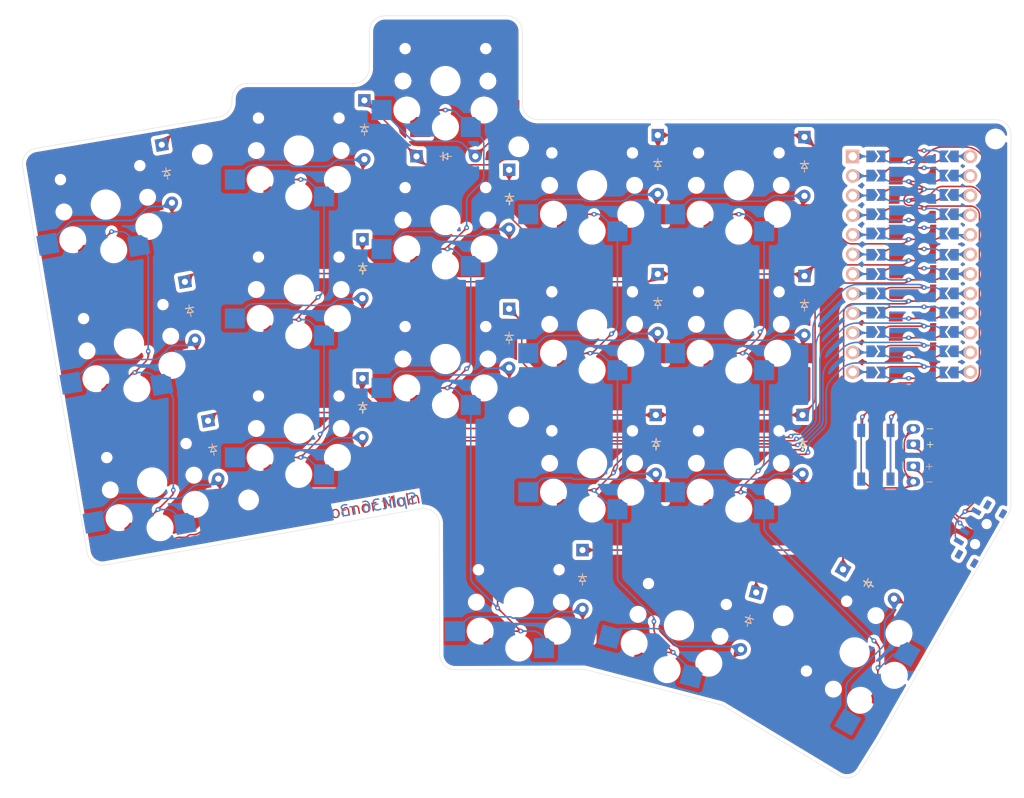
<source format=kicad_pcb>
(kicad_pcb (version 20240108) (generator "pcbnew") (generator_version "8.0")
  (title_block (title "Split36") (rev "3.0") (company "Connor Molnar"))
  (layers (0 "F.Cu" signal) (31 "B.Cu" signal) (34 "B.Paste" user) (35 "F.Paste" user) (36 "B.SilkS" user "B.Silkscreen") (37 "F.SilkS" user "F.Silkscreen") (38 "B.Mask" user) (39 "F.Mask" user) (44 "Edge.Cuts" user))
  (net 0 "")
  (net 1 "Net-(D1-A)")
  (net 2 "Net-(D2-A)")
  (net 3 "Net-(D3-A)")
  (net 4 "Net-(D4-A)")
  (net 5 "Net-(D5-A)")
  (net 6 "Net-(D6-A)")
  (net 7 "Net-(D7-A)")
  (net 8 "Net-(D8-A)")
  (net 9 "Net-(D9-A)")
  (net 10 "Net-(D10-A)")
  (net 11 "Net-(D11-A)")
  (net 12 "Net-(D12-A)")
  (net 13 "Net-(D13-A)")
  (net 14 "Net-(D14-A)")
  (net 15 "Net-(D15-A)")
  (net 16 "Net-(D16-A)")
  (net 17 "Net-(D17-A)")
  (net 18 "Net-(D18-A)")
  (net 19 "Row 0")
  (net 20 "Row 1")
  (net 21 "Row 2")
  (net 22 "Row 3")
  (net 23 "Net-(JP1-A)")
  (net 24 "Net-(JP3-A)")
  (net 25 "GND")
  (net 26 "Net-(JP5-A)")
  (net 27 "RST")
  (net 28 "Net-(JP7-A)")
  (net 29 "VCC")
  (net 30 "Net-(JP10-A)")
  (net 31 "DATA")
  (net 32 "Net-(JP11-A)")
  (net 33 "Net-(JP13-A)")
  (net 34 "Net-(JP15-A)")
  (net 35 "Col 4")
  (net 36 "Net-(JP17-A)")
  (net 37 "Col 3")
  (net 38 "Net-(JP19-A)")
  (net 39 "Col 2")
  (net 40 "Net-(JP21-A)")
  (net 41 "Col 1")
  (net 42 "Net-(JP23-A)")
  (net 43 "Col 0")
  (net 44 "Net-(JP25-A)")
  (net 45 "Net-(JP27-A)")
  (net 46 "Net-(JP29-A)")
  (net 47 "Net-(JP31-A)")
  (net 48 "Net-(JP33-A)")
  (net 49 "Net-(JP35-A)")
  (net 50 "Net-(JP37-A)")
  (net 51 "Net-(JP39-A)")
  (net 52 "Net-(JP41-A)")
  (net 53 "Net-(JP43-A)")
  (net 54 "Net-(JP45-A)")
  (net 55 "Net-(JP47-A)")
  (net 56 "TX0")
  (net 57 "RX1")
  (net 58 "PD0")
  (net 59 "PD4")
  (net 60 "PB1")
  (net 61 "PB3")
  (net 62 "PB2")
  (net 63 "PB6")
  (net 64 "RAW")
  (net 65 "Net-(BT1-+)")
  (net 66 "Net-(BT2-+)")
  (footprint "ScottoKeebs_Components:Diode_DO-35" (layer "F.Cu") (at 54 75.5 -80)
    (property "Reference" "D3" (hide yes))
    (property "Value" "Diode" (hide yes))
  )
  (footprint "Jumper:SolderJumper-2_P1.3mm_Open_TrianglePad1.0x1.5mm" (layer "F.Cu") (at 150 61.5 180)
    (property "Reference" "JP42" (hide yes))
    (property "Value" "front_j")
  )
  (footprint "Reversible:Kailh_socket_PG1350_reversible" (layer "F.Cu") (at 65.75 40.5)
    (property "Reference" "S4" (hide yes))
    (property "Value" "Keyswitch")
  )
  (footprint "ScottoKeebs_Components:Diode_DO-35" (layer "F.Cu") (at 74.25 34 -90)
    (property "Reference" "D4" (hide yes))
    (property "Value" "Diode" (hide yes))
  )
  (footprint "Jumper:SolderJumper-2_P1.3mm_Open_TrianglePad1.0x1.5mm" (layer "F.Cu") (at 150 69.25 180)
    (property "Reference" "JP48" (hide yes))
    (property "Value" "front_j")
  )
  (footprint "ScottoKeebs_Components:Diode_DO-35" (layer "F.Cu") (at 136.25 94.75 -30)
    (property "Reference" "D18" (hide yes))
    (property "Value" "Diode" (hide yes))
  )
  (footprint "Jumper:SolderJumper-2_P1.3mm_Open_TrianglePad1.0x1.5mm" (layer "F.Cu") (at 140.5 61.5)
    (property "Reference" "JP18" (hide yes))
    (property "Value" "front_j")
  )
  (footprint "Reversible:Kailh_socket_PG1350_reversible" (layer "F.Cu") (at 84.75 31.5)
    (property "Reference" "S7" (hide yes))
    (property "Value" "Keyswitch")
  )
  (footprint "Reversible:Kailh_socket_PG1350_reversible" (layer "F.Cu") (at 103.75 45)
    (property "Reference" "S11" (hide yes))
    (property "Value" "Keyswitch")
  )
  (footprint "Jumper:SolderJumper-2_P1.3mm_Open_TrianglePad1.0x1.5mm" (layer "F.Cu") (at 150 51.25 180)
    (property "Reference" "JP34" (hide yes))
    (property "Value" "front_j")
  )
  (footprint "Jumper:SolderJumper-2_P1.3mm_Open_TrianglePad1.0x1.5mm" (layer "F.Cu") (at 140.5 46.25)
    (property "Reference" "JP6" (hide yes))
    (property "Value" "front_j")
  )
  (footprint "Jumper:SolderJumper-2_P1.3mm_Open_TrianglePad1.0x1.5mm" (layer "F.Cu") (at 150 43.75 180)
    (property "Reference" "JP28" (hide yes))
    (property "Value" "front_j")
  )
  (footprint "Jumper:SolderJumper-2_P1.3mm_Open_TrianglePad1.0x1.5mm" (layer "F.Cu") (at 140.5 51.25)
    (property "Reference" "JP10" (hide yes))
    (property "Value" "front_j")
  )
  (footprint "Reversible:Kailh_socket_PG1350_reversible" (layer "F.Cu") (at 122.75 45)
    (property "Reference" "S15" (hide yes))
    (property "Value" "Keyswitch")
  )
  (footprint "Reversible:Kailh_socket_PG1350_reversible" (layer "F.Cu") (at 84.75 49.5)
    (property "Reference" "S8" (hide yes))
    (property "Value" "Keyswitch")
  )
  (footprint "Jumper:SolderJumper-2_P1.3mm_Open_TrianglePad1.0x1.5mm" (layer "F.Cu") (at 150 48.75 180)
    (property "Reference" "JP32" (hide yes))
    (property "Value" "front_j")
  )
  (footprint "ScottoKeebs_Components:Diode_DO-35" (layer "F.Cu") (at 112.25 38.5 -90)
    (property "Reference" "D11" (hide yes))
    (property "Value" "Diode" (hide yes))
  )
  (footprint "ScottoKeebs_Scotto:Standoff_M2x6mm" (layer "F.Cu") (at 128.5 100.75)
    (property "Reference" "H1" (hide yes))
    (property "Value" "Mounting_Hole" (hide yes))
  )
  (footprint "ScottoKeebs_Components:Diode_DO-35" (layer "F.Cu") (at 81 41.25)
    (property "Reference" "D7" (hide yes))
    (property "Value" "Diode" (hide yes))
  )
  (footprint "Reversible:Kailh_socket_PG1350_reversible" (layer "F.Cu") (at 65.75 58.5)
    (property "Reference" "S5" (hide yes))
    (property "Value" "Keyswitch")
  )
  (footprint "ScottoKeebs_Components:Diode_DO-35" (layer "F.Cu") (at 131.25 38.75 -90)
    (property "Reference" "D15" (hide yes))
    (property "Value" "Diode" (hide yes))
  )
  (footprint "Jumper:SolderJumper-2_P1.3mm_Open_TrianglePad1.0x1.5mm" (layer "F.Cu") (at 140.5 64)
    (property "Reference" "JP20" (hide yes))
    (property "Value" "front_j")
  )
  (footprint "ScottoKeebs_Components:Diode_DO-35" (layer "F.Cu") (at 93 61 -90)
    (property "Reference" "D9" (hide yes))
    (property "Value" "Diode" (hide yes))
  )
  (footprint "Jumper:SolderJumper-2_P1.3mm_Open_TrianglePad1.0x1.5mm" (layer "F.Cu") (at 140.5 69.25)
    (property "Reference" "JP24" (hide yes))
    (property "Value" "front_j")
  )
  (footprint "Jumper:SolderJumper-2_P1.3mm_Open_TrianglePad1.0x1.5mm" (layer "F.Cu") (at 140.5 66.5)
    (property "Reference" "JP22" (hide yes))
    (property "Value" "front_j")
  )
  (footprint "Reversible:Kailh_socket_PG1350_reversible" (layer "F.Cu") (at 46.75 83.5 10)
    (property "Reference" "S3" (hide yes))
    (property "Value" "Keyswitch")
  )
  (footprint "ScottoKeebs_Components:Diode_DO-35" (layer "F.Cu") (at 131 74.75 -90)
    (property "Reference" "D17" (hide yes))
    (property "Value" "Diode" (hide yes))
  )
  (footprint "Reversible:Kailh_socket_PG1350_reversible" (layer "F.Cu") (at 103.75 81)
    (property "Reference" "S13" (hide yes))
    (property "Value" "Keyswitch")
  )
  (footprint "Reversible:Kailh_socket_PG1350_reversible" (layer "F.Cu") (at 84.75 67.5)
    (property "Reference" "S9" (hide yes))
    (property "Value" "Keyswitch")
  )
  (footprint "ScottoKeebs_Scotto:Standoff_M2x6mm" (layer "F.Cu") (at 53.25 41)
    (property "Reference" "H4" (hide yes))
    (property "Value" "Mounting_Hole" (hide yes))
  )
  (footprint "ScottoKeebs_Scotto:Standoff_M2x6mm" (layer "F.Cu") (at 94.25 40)
    (property "Reference" "H5" (hide yes))
    (property "Value" "Mounting_Hole" (hide yes))
  )
  (footprint "Jumper:SolderJumper-2_P1.3mm_Open_TrianglePad1.0x1.5mm" (layer "F.Cu") (at 140.5 41.25)
    (property "Reference" "JP2" (hide yes))
    (property "Value" "front_j")
  )
  (footprint "ScottoKeebs_Components:Diode_DO-35" (layer "F.Cu") (at 125 97.75 -105)
    (property "Reference" "D14" (hide yes))
    (property "Value" "Diode" (hide yes))
  )
  (footprint "ScottoKeebs_Components:Button_TL3342" (layer "F.Cu") (at 140.5 79.9 90)
    (property "Reference" "SW1" (hide yes))
    (property "Value" "Switch")
  )
  (footprint "Jumper:SolderJumper-2_P1.3mm_Open_TrianglePad1.0x1.5mm" (layer "F.Cu") (at 140.5 48.75)
    (property "Reference" "JP8" (hide yes))
    (property "Value" "front_j")
  )
  (footprint "ScottoKeebs_Components:Diode_DO-35" (layer "F.Cu") (at 131.25 56.75 -90)
    (property "Reference" "D16" (hide yes))
    (property "Value" "Diode" (hide yes))
  )
  (footprint "Reversible:Kailh_socket_PG1350_reversible" (layer "F.Cu") (at 122.75 63)
    (property "Reference" "S16" (hide yes))
    (property "Value" "Keyswitch")
  )
  (footprint "Reversible:Kailh_socket_PG1350_reversible" (layer "F.Cu") (at 94.25 99)
    (property "Reference" "S10" (hide yes))
    (property "Value" "Keyswitch")
  )
  (footprint "Jumper:SolderJumper-2_P1.3mm_Open_TrianglePad1.0x1.5mm" (layer "F.Cu") (at 140.5 59)
    (property "Reference" "JP16" (hide yes))
    (property "Value" "front_j")
  )
  (footprint "ScottoKeebs_Components:Diode_DO-35" (layer "F.Cu") (at 102.5 92.25 -90)
    (property "Reference" "D10" (hide yes))
    (property "Value" "Diode" (hide yes))
  )
  (footprint "ScottoKeebs_Scotto:Standoff_M2x6mm" (layer "F.Cu") (at 59.25 85.75)
    (property "Reference" "H3" (hide yes))
    (property "Value" "Mounting_Hole" (hide yes))
  )
  (footprint "ScottoKeebs_Scotto:Standoff_M2x6mm" (layer "F.Cu") (at 156 39)
    (property "Reference" "H6" (hide yes))
    (property "Value" "Mounting_Hole" (hide yes))
  )
  (footprint "ScottoKeebs_Components:Diode_DO-35" (layer "F.Cu") (at 112.25 56.5 -90)
    (property "Reference" "D12" (hide yes))
    (property "Value" "Diode" (hide yes))
  )
  (footprint "Jumper:SolderJumper-2_P1.3mm_Open_TrianglePad1.0x1.5mm" (layer "F.Cu") (at 150 56.5 180)
    (property "Reference" "JP38" (hide yes))
    (property "Value" "front_j")
  )
  (footprint "Reversible:Kailh_socket_PG1350_reversible" (layer "F.Cu") (at 115 102 -15)
    (property "Reference" "S14" (hide yes))
    (property "Value" "Keyswitch")
  )
  (footprint "ScottoKeebs_Components:Diode_DO-35" (layer "F.Cu") (at 93 43 -90)
    (property "Reference" "D8" (hide yes))
    (property "Value" "Diode" (hide yes))
  )
  (footprint "Jumper:SolderJumper-2_P1.3mm_Open_TrianglePad1.0x1.5mm" (layer "F.Cu") (at 150 54 180)
    (property "Reference" "JP36" (hide yes))
    (property "Value" "front_j")
  )
  (footprint "ScottoKeebs_Components:Diode_DO-35" (layer "F.Cu") (at 112 74.75 -90)
    (property "Reference" "D13" (hide yes))
    (property "Value" "Diode" (hide yes))
  )
  (footprint "Jumper:SolderJumper-2_P1.3mm_Open_TrianglePad1.0x1.5mm" (layer "F.Cu") (at 150 41.25 180)
    (property "Reference" "JP26" (hide yes))
    (property "Value" "front_j")
  )
  (footprint "Reversible:Kailh_socket_PG1350_reversible" (layer "F.Cu") (at 122.75 81)
    (property "Reference" "S17" (hide yes))
    (property "Value" "Keyswitch")
  )
  (footprint "Connector_JST:JST_PH_S2B-PH-K_1x02_P2.00mm_Horizontal" (layer "F.Cu") (at 145.35 78.55 90)
    (property "Reference" "BT1" (hide yes))
    (property "Value" "Battery" (hide yes))
  )
  (footprint "Reversible:Kailh_socket_PG1350_reversible" (layer "F.Cu") (at 65.75 76.5)
    (property "Reference" "S6" (hide yes))
    (property "Value" "Keyswitch")
  )
  (footprint "Jumper:SolderJumper-2_P1.3mm_Open_TrianglePad1.0x1.5mm" (layer "F.Cu") (at 140.5 54)
    (property "Reference" "JP12" (hide yes))
    (property "Value" "front_j")
  )
  (footprint "Reversible:Kailh_socket_PG1350_reversible" (layer "F.Cu") (at 40.75 47.5 10)
    (property "Reference" "S1" (hide yes))
    (property "Value" "Keyswitch")
  )
  (footprint "ScottoKeebs_Components:Switch_MSK12C02" (layer "F.Cu") (at 154.104071 90.179294 -120)
    (property "Reference" "SW3" (hide yes))
    (property "Value" "SW_SPDT")
  )
  (footprint "Reversible:Kailh_socket_PG1350_reversible" (layer "F.Cu") (at 137.75 105.5 60)
    (property "Reference" "S18" (hide yes))
    (property "Value" "Keyswitch")
  )
  (footprint "ScottoKeebs_Components:Diode_DO-35" (layer "F.Cu") (at 51 57.5 -80)
    (property "Reference" "D2" (hide yes))
    (property "Value" "Diode" (hide yes))
  )
  (footprint "ScottoKeebs_Components:Diode_DO-35" (layer "F.Cu") (at 74 70 -90)
    (property "Reference" "D6" (hide yes))
    (property "Value" "Diode" (hide yes))
  )
  (footprint "ScottoKeebs_MCU:Arduino_Pro_Micro" (layer "F.Cu") (at 145.12 55.22)
    (property "Reference" "U2" (hide yes))
    (property "Value" "Arduino_Pro_Micro" (hide yes))
  )
  (footprint "Jumper:SolderJumper-2_P1.3mm_Open_TrianglePad1.0x1.5mm" (layer "F.Cu") (at 140.5 43.75)
    (property "Reference" "JP4" (hide yes))
    (property "Value" "front_j")
  )
  (footprint "Jumper:SolderJumper-2_P1.3mm_Open_TrianglePad1.0x1.5mm" (layer "F.Cu") (at 150 64 180)
    (property "Reference" "JP44" (hide yes))
    (property "Value" "front_j")
  )
  (footprint "Jumper:SolderJumper-2_P1.3mm_Open_TrianglePad1.0x1.5mm" (layer "F.Cu") (at 140.5 56.5)
    (property "Reference" "JP14" (hide yes))
    (property "Value" "front_j")
  )
  (footprint "Reversible:Kailh_socket_PG1350_reversible" (layer "F.Cu") (at 43.75 65.5 10)
    (property "Reference" "S2" (hide yes))
    (property "Value" "Keyswitch")
  )
  (footprint "Reversible:Kailh_socket_PG1350_reversible" (layer "F.Cu") (at 103.75 63)
    (property "Reference" "S12" (hide yes))
    (property "Value" "Keyswitch")
  )
  (footprint "Jumper:SolderJumper-2_P1.3mm_Open_TrianglePad1.0x1.5mm" (layer "F.Cu") (at 150 46.25 180)
    (property "Reference" "JP30" (hide yes))
    (property "Value" "front_j")
  )
  (footprint "Jumper:SolderJumper-2_P1.3mm_Open_TrianglePad1.0x1.5mm" (layer "F.Cu") (at 150 66.5 180)
    (property "Reference" "JP46" (hide yes))
    (property "Value" "front_j")
  )
  (footprint "ScottoKeebs_Scotto:Standoff_M2x6mm" (layer "F.Cu") (at 94.25 75)
    (property "Reference" "H2" (hide yes))
    (property "Value" "Mounting_Hole" (hide yes))
  )
  (footprint "ScottoKeebs_Components:Diode_DO-35" (layer "F.Cu") (at 74 52 -90)
    (property "Reference" "D5" (hide yes))
    (property "Value" "Diode" (hide yes))
  )
  (footprint "ScottoKeebs_Components:Diode_DO-35" (layer "F.Cu") (at 48 39.75 -80)
    (property "Reference" "D1" (hide yes))
    (property "Value" "Diode" (hide yes))
  )
  (footprint "Jumper:SolderJumper-2_P1.3mm_Open_TrianglePad1.0x1.5mm" (layer "F.Cu") (at 150 59 180)
    (property "Reference" "JP40" (hide yes))
    (property "Value" "front_j")
  )
  (footprint "Jumper:SolderJumper-2_P1.3mm_Open_TrianglePad1.0x1.5mm" (layer "B.Cu") (at 150 66.5 180)
    (property "Reference" "JP45" (hide yes))
    (property "Value" "back_j")
  )
  (footprint "ScottoKeebs_Components:Switch_MSK12C02" (layer "B.Cu") (at 154.104071 90.179294 60)
    (property "Reference" "SW4" (hide yes))
    (property "Value" "SW_SPDT")
  )
  (footprint "Jumper:SolderJumper-2_P1.3mm_Open_TrianglePad1.0x1.5mm" (layer "B.Cu") (at 150 56.5 180)
    (property "Reference" "JP37" (hide yes))
    (property "Value" "back_j")
  )
  (footprint "Jumper:SolderJumper-2_P1.3mm_Open_TrianglePad1.0x1.5mm" (layer "B.Cu") (at 140.5 61.5)
    (property "Reference" "JP17" (hide yes))
    (property "Value" "back_j")
  )
  (footprint "Jumper:SolderJumper-2_P1.3mm_Open_TrianglePad1.0x1.5mm" (layer "B.Cu") (at 140.5 59)
    (property "Reference" "JP15" (hide yes))
    (property "Value" "back_j")
  )
  (footprint "Jumper:SolderJumper-2_P1.3mm_Open_TrianglePad1.0x1.5mm" (layer "B.Cu") (at 150 41.25 180)
    (property "Reference" "JP25" (hide yes))
    (property "Value" "back_j")
  )
  (footprint "Jumper:SolderJumper-2_P1.3mm_Open_TrianglePad1.0x1.5mm" (layer "B.Cu") (at 140.5 41.25)
    (property "Reference" "JP1" (hide yes))
    (property "Value" "back_j")
  )
  (footprint "Jumper:SolderJumper-2_P1.3mm_Open_TrianglePad1.0x1.5mm" (layer "B.Cu") (at 140.5 51.25)
    (property "Reference" "JP9" (hide yes))
    (property "Value" "back_j")
  )
  (footprint "Jumper:SolderJumper-2_P1.3mm_Open_TrianglePad1.0x1.5mm" (layer "B.Cu") (at 150 46.25 180)
    (property "Reference" "JP29" (hide yes))
    (property "Value" "back_j")
  )
  (footprint "Jumper:SolderJumper-2_P1.3mm_Open_TrianglePad1.0x1.5mm" (layer "B.Cu") (at 150 54 180)
    (property "Reference" "JP35" (hide yes))
    (property "Value" "back_j")
  )
  (footprint "ScottoKeebs_Components:Button_TL3342" (layer "B.Cu") (at 140.5 79.9 -90)
    (property "Reference" "SW2" (hide yes))
    (property "Value" "Switch")
  )
  (footprint "Jumper:SolderJumper-2_P1.3mm_Open_TrianglePad1.0x1.5mm" (layer "B.Cu") (at 150 43.75 180)
    (property "Reference" "JP27" (hide yes))
    (property "Value" "back_j")
  )
  (footprint "Jumper:SolderJumper-2_P1.3mm_Open_TrianglePad1.0x1.5mm" (layer "B.Cu") (at 140.5 46.25)
    (property "Reference" "JP5" (hide yes))
    (property "Value" "back_j")
  )
  (footprint "Jumper:SolderJumper-2_P1.3mm_Open_TrianglePad1.0x1.5mm" (layer "B.Cu") (at 140.5 43.75)
    (property "Reference" "JP3" (hide yes))
    (property "Value" "back_j")
  )
  (footprint "Jumper:SolderJumper-2_P1.3mm_Open_TrianglePad1.0x1.5mm" (layer "B.Cu") (at 140.5 69.25)
    (property "Reference" "JP23" (hide yes))
    (property "Value" "back_j")
  )
  (footprint "Jumper:SolderJumper-2_P1.3mm_Open_TrianglePad1.0x1.5mm" (layer "B.Cu") (at 150 59 180)
    (property "Reference" "JP39" (hide yes))
    (property "Value" "back_j")
  )
  (footprint "Jumper:SolderJumper-2_P1.3mm_Open_TrianglePad1.0x1.5mm" (layer "B.Cu") (at 150 64 180)
    (property "Reference" "JP43" (hide yes))
    (property "Value" "back_j")
  )
  (footprint "Jumper:SolderJumper-2_P1.3mm_Open_TrianglePad1.0x1.5mm" (layer "B.Cu") (at 140.5 54)
    (property "Reference" "JP11" (hide yes))
    (property "Value" "back_j")
  )
  (footprint "Jumper:SolderJumper-2_P1.3mm_Open_TrianglePad1.0x1.5mm" (layer "B.Cu") (at 140.5 48.75)
    (property "Reference" "JP7" (hide yes))
    (property "Value" "back_j")
  )
  (footprint "Jumper:SolderJumper-2_P1.3mm_Open_TrianglePad1.0x1.5mm" (layer "B.Cu") (at 150 51.25 180)
    (property "Reference" "JP33" (hide yes))
    (property "Value" "back_j")
  )
  (footprint "Jumper:SolderJumper-2_P1.3mm_Open_TrianglePad1.0x1.5mm" (layer "B.Cu") (at 140.5 64)
    (property "Reference" "JP19" (hide yes))
    (property "Value" "back_j")
  )
  (footprint "Jumper:SolderJumper-2_P1.3mm_Open_TrianglePad1.0x1.5mm" (layer "B.Cu") (at 140.5 56.5)
    (property "Reference" "JP13" (hide yes))
    (property "Value" "back_j")
  )
  (footprint "Jumper:SolderJumper-2_P1.3mm_Open_TrianglePad1.0x1.5mm" (layer "B.Cu") (at 140.5 66.5)
    (property "Reference" "JP21" (hide yes))
    (property "Value" "back_j")
  )
  (footprint "Connector_JST:JST_PH_S2B-PH-K_1x02_P2.00mm_Horizontal" (layer "B.Cu") (at 145.35 81.4 -90)
    (property "Reference" "BT2" (hide yes))
    (property "Value" "Battery")
  )
  (footprint "Jumper:SolderJumper-2_P1.3mm_Open_TrianglePad1.0x1.5mm" (layer "B.Cu") (at 150 61.5 180)
    (property "Reference" "JP41" (hide yes))
    (property "Value" "back_j")
  )
  (footprint "Jumper:SolderJumper-2_P1.3mm_Open_TrianglePad1.0x1.5mm" (layer "B.Cu") (at 150 48.75 180)
    (property "Reference" "JP31" (hide yes))
    (property "Value" "back_j")
  )
  (footprint "Jumper:SolderJumper-2_P1.3mm_Open_TrianglePad1.0x1.5mm" (layer "B.Cu") (at 150 69.25 180)
    (property "Reference" "JP47" (hide yes))
    (property "Value" "back_j")
  )
  (gr_arc (start 30 42.75) (mid 30.246338 41.166178) (end 31.552786 40.23754) (stroke (width 0.05)) (layer "Edge.Cuts"))
  (gr_line (start 94.7 25.05) (end 94.714214 34.485786) (stroke (width 0.05)) (layer "Edge.Cuts"))
  (gr_line (start 76.9 23.05) (end 92.7 23.05) (stroke (width 0.05)) (layer "Edge.Cuts"))
  (gr_line (start 103 107.75) (end 120.25 112.25) (stroke (width 0.05)) (layer "Edge.Cuts"))
  (gr_line (start 59.1 31.8) (end 72.885786 31.8) (stroke (width 0.05)) (layer "Edge.Cuts"))
  (gr_line (start 157.695997 87.559998) (end 141 116.75) (stroke (width 0.05)) (layer "Edge.Cuts"))
  (gr_arc (start 40.671323 94.176086) (mid 39.154099 93.838184) (end 38.320472 92.526235) (stroke (width 0.05)) (layer "Edge.Cuts"))
  (gr_arc (start 120.25 112.25) (mid 120.584008 112.36468) (end 120.893543 112.534684) (stroke (width 0.05)) (layer "Edge.Cuts"))
  (gr_line (start 31.552786 40.23754) (end 55.460393 36.149999) (stroke (width 0.05)) (layer "Edge.Cuts"))
  (gr_arc (start 92.7 23.05) (mid 94.114214 23.635786) (end 94.7 25.05) (stroke (width 0.05)) (layer "Edge.Cuts"))
  (gr_arc (start 74.9 25.05) (mid 75.485786 23.635786) (end 76.9 23.05) (stroke (width 0.05)) (layer "Edge.Cuts"))
  (gr_line (start 102.5 107.688447) (end 86 107.75) (stroke (width 0.05)) (layer "Edge.Cuts"))
  (gr_line (start 120.893543 112.534684) (end 135.75 121.5) (stroke (width 0.05)) (layer "Edge.Cuts"))
  (gr_line (start 158 84) (end 158 86.5) (stroke (width 0.05)) (layer "Edge.Cuts"))
  (gr_line (start 40.671323 94.176086) (end 81.510393 86.900001) (stroke (width 0.05)) (layer "Edge.Cuts"))
  (gr_arc (start 102.5 107.688447) (mid 102.751887 107.703893) (end 103 107.75) (stroke (width 0.05)) (layer "Edge.Cuts"))
  (gr_arc (start 96.714214 36.485786) (mid 95.3 35.9) (end 94.714214 34.485786) (stroke (width 0.05)) (layer "Edge.Cuts"))
  (gr_line (start 38.320472 92.526235) (end 30 42.75) (stroke (width 0.05)) (layer "Edge.Cuts"))
  (gr_arc (start 156 36.5) (mid 157.414214 37.085786) (end 158 38.5) (stroke (width 0.05)) (layer "Edge.Cuts"))
  (gr_arc (start 57.1 33.8) (mid 57.685786 32.385786) (end 59.1 31.8) (stroke (width 0.05)) (layer "Edge.Cuts"))
  (gr_line (start 84 105.75) (end 83.95 88.9) (stroke (width 0.05)) (layer "Edge.Cuts"))
  (gr_line (start 57.1 34.15) (end 57.1 33.8) (stroke (width 0.05)) (layer "Edge.Cuts"))
  (gr_arc (start 86 107.75) (mid 84.585786 107.164214) (end 84 105.75) (stroke (width 0.05)) (layer "Edge.Cuts"))
  (gr_line (start 158 38.5) (end 158 84) (stroke (width 0.05)) (layer "Edge.Cuts"))
  (gr_arc (start 158 86.5) (mid 157.922498 87.051365) (end 157.695997 87.559998) (stroke (width 0.05)) (layer "Edge.Cuts"))
  (gr_arc (start 138.5 120.75) (mid 137.28033 121.694544) (end 135.75 121.5) (stroke (width 0.05)) (layer "Edge.Cuts"))
  (gr_line (start 141 116.75) (end 138.5 120.75) (stroke (width 0.05)) (layer "Edge.Cuts"))
  (gr_line (start 96.714214 36.485786) (end 156 36.5) (stroke (width 0.05)) (layer "Edge.Cuts"))
  (gr_arc (start 74.885786 29.8) (mid 74.3 31.214214) (end 72.885786 31.8) (stroke (width 0.05)) (layer "Edge.Cuts"))
  (gr_arc (start 81.510393 86.900001) (mid 83.203481 87.322686) (end 83.95 88.9) (stroke (width 0.05)) (layer "Edge.Cuts"))
  (gr_line (start 74.885786 29.8) (end 74.9 25.05) (stroke (width 0.05)) (layer "Edge.Cuts"))
  (gr_arc (start 57.1 34.15) (mid 56.637707 35.443088) (end 55.460393 36.149999) (stroke (width 0.05)) (layer "Edge.Cuts"))
  (gr_text "Connor Molnar" (at 68.6 88.7 10) (layer "F.Cu") (effects (font (size 1.5 1.5) (thickness 0.125)) (justify left bottom)))
  (gr_text "Split36 r3.0" (at 81.25 86.45 10) (layer "B.Cu") (effects (font (size 1.5 1.5) (thickness 0.1)) (justify left bottom mirror)))
  (gr_text "-\n" (at 148.1 83.95 0) (layer "B.SilkS") (effects (font (size 1 1) (thickness 0.1)) (justify left bottom mirror)))
  (gr_text "+" (at 148.1 81.95 0) (layer "B.SilkS") (effects (font (size 1 1) (thickness 0.1)) (justify left bottom mirror)))
  (gr_text "+" (at 146.85 79.1 0) (layer "F.SilkS") (effects (font (size 1 1) (thickness 0.1)) (justify left bottom)))
  (gr_text "-" (at 146.8 77.05 0) (layer "F.SilkS") (effects (font (size 1 1) (thickness 0.1)) (justify left bottom)))
  (segment (start 49.323199 49.368122) (end 49.323199 47.254235) (width 0.2) (layer "F.Cu") (net 1))
  (segment (start 49.436832 49.642457) (end 49.550465 49.75609) (width 0.2) (layer "F.Cu") (net 1))
  (arc (start 49.436832 49.642457) (mid 49.352731 49.516591) (end 49.323199 49.368122) (width 0.2) (layer "F.Cu") (net 1))
  (segment (start 36.880855 49.5645) (end 43.872009 49.5645) (width 0.2) (layer "B.Cu") (net 1))
  (segment (start 49.077399 47.500035) (end 49.323199 47.254235) (width 0.2) (layer "B.Cu") (net 1))
  (segment (start 45.855716 48.144283) (end 44.833948 49.166051) (width 0.2) (layer "B.Cu") (net 1))
  (segment (start 46.817655 47.745835) (end 48.483985 47.745835) (width 0.2) (layer "B.Cu") (net 1))
  (segment (start 35.918916 49.962948) (end 33.251897 52.629968) (width 0.2) (layer "B.Cu") (net 1))
  (arc (start 36.880855 49.5645) (mid 36.360257 49.668053) (end 35.918916 49.962948) (width 0.2) (layer "B.Cu") (net 1))
  (arc (start 49.077399 47.500035) (mid 48.805138 47.681953) (end 48.483985 47.745835) (width 0.2) (layer "B.Cu") (net 1))
  (arc (start 44.833948 49.166051) (mid 44.392606 49.460946) (end 43.872009 49.5645) (width 0.2) (layer "B.Cu") (net 1))
  (arc (start 46.817655 47.745835) (mid 46.297057 47.849388) (end 45.855716 48.144283) (width 0.2) (layer "B.Cu") (net 1))
  (segment (start 52.436832 65.117868) (end 52.323199 65.004235) (width 0.2) (layer "F.Cu") (net 2))
  (segment (start 52.550465 65.392202) (end 52.550465 67.75609) (width 0.2) (layer "F.Cu") (net 2))
  (arc (start 52.550465 65.392202) (mid 52.520932 65.243733) (end 52.436832 65.117868) (width 0.2) (layer "F.Cu") (net 2))
  (segment (start 46.872009 67.5645) (end 39.880855 67.5645) (width 0.2) (layer "B.Cu") (net 2))
  (segment (start 51.950316 65.377117) (end 52.323199 65.004235) (width 0.2) (layer "B.Cu") (net 2))
  (segment (start 49.81349 65.75) (end 51.050098 65.75) (width 0.2) (layer "B.Cu") (net 2))
  (segment (start 38.918916 67.962948) (end 36.251897 70.629968) (width 0.2) (layer "B.Cu") (net 2))
  (segment (start 47.833948 67.166051) (end 48.851551 66.148448) (width 0.2) (layer "B.Cu") (net 2))
  (arc (start 49.81349 65.75) (mid 49.292892 65.853553) (end 48.851551 66.148448) (width 0.2) (layer "B.Cu") (net 2))
  (arc (start 38.918916 67.962948) (mid 39.360257 67.668053) (end 39.880855 67.5645) (width 0.2) (layer "B.Cu") (net 2))
  (arc (start 51.950316 65.377117) (mid 51.537292 65.65309) (end 51.050098 65.75) (width 0.2) (layer "B.Cu") (net 2))
  (arc (start 47.833948 67.166051) (mid 47.392606 67.460946) (end 46.872009 67.5645) (width 0.2) (layer "B.Cu") (net 2))
  (segment (start 55.550465 83.392202) (end 55.550465 85.75609) (width 0.2) (layer "F.Cu") (net 3))
  (segment (start 55.436832 83.117868) (end 55.323199 83.004235) (width 0.2) (layer "F.Cu") (net 3))
  (arc (start 55.436832 83.117868) (mid 55.520932 83.243733) (end 55.550465 83.392202) (width 0.2) (layer "F.Cu") (net 3))
  (segment (start 53.959709 83.804234) (end 52.792968 83.804234) (width 0.2) (layer "B.Cu") (net 3))
  (segment (start 49.905721 85.5645) (end 42.880855 85.5645) (width 0.2) (layer "B.Cu") (net 3))
  (segment (start 51.831029 84.202682) (end 50.86766 85.166051) (width 0.2) (layer "B.Cu") (net 3))
  (segment (start 41.918916 85.962948) (end 39.251897 88.629968) (width 0.2) (layer "B.Cu") (net 3))
  (segment (start 54.921648 83.405785) (end 55.323199 83.004235) (width 0.2) (layer "B.Cu") (net 3))
  (arc (start 54.921648 83.405785) (mid 54.480306 83.70068) (end 53.959709 83.804234) (width 0.2) (layer "B.Cu") (net 3))
  (arc (start 50.86766 85.166051) (mid 50.426318 85.460946) (end 49.905721 85.5645) (width 0.2) (layer "B.Cu") (net 3))
  (arc (start 51.831029 84.202682) (mid 52.27237 83.907787) (end 52.792968 83.804234) (width 0.2) (layer "B.Cu") (net 3))
  (arc (start 41.918916 85.962948) (mid 42.360257 85.668053) (end 42.880855 85.5645) (width 0.2) (layer "B.Cu") (net 3))
  (segment (start 74.1375 41.7325) (end 74.25 41.62) (width 0.2) (layer "F.Cu") (net 4))
  (segment (start 74.025 42.004099) (end 74.025 44.25) (width 0.2) (layer "F.Cu") (net 4))
  (arc (start 74.025 42.004099) (mid 74.054237 41.85711) (end 74.1375 41.7325) (width 0.2) (layer "F.Cu") (net 4))
  (segment (start 64.614036 42.4) (end 59.88849 42.4) (width 0.2) (layer "B.Cu") (net 4))
  (segment (start 65.011175 42.5645) (end 69.12201 42.5645) (width 0.2) (layer "B.Cu") (net 4))
  (segment (start 70.150652 42.099347) (end 70.083949 42.166051) (width 0.2) (layer "B.Cu") (net 4))
  (segment (start 58.926551 42.798448) (end 57.475 44.25) (width 0.2) (layer "B.Cu") (net 4))
  (segment (start 74.20955 41.66045) (end 74.25 41.62) (width 0.2) (layer "B.Cu") (net 4))
  (segment (start 71.112591 41.7009) (end 74.111895 41.7009) (width 0.2) (layer "B.Cu") (net 4))
  (arc (start 74.20955 41.66045) (mid 74.164745 41.690387) (end 74.111895 41.7009) (width 0.2) (layer "B.Cu") (net 4))
  (arc (start 65.011175 42.5645) (mid 64.90371 42.543123) (end 64.812606 42.48225) (width 0.2) (layer "B.Cu") (net 4))
  (arc (start 58.926551 42.798448) (mid 59.367892 42.503553) (end 59.88849 42.4) (width 0.2) (layer "B.Cu") (net 4))
  (arc (start 70.083949 42.166051) (mid 69.642607 42.460946) (end 69.12201 42.5645) (width 0.2) (layer "B.Cu") (net 4))
  (arc (start 70.150652 42.099347) (mid 70.591993 41.804452) (end 71.112591 41.7009) (width 0.2) (layer "B.Cu") (net 4))
  (arc (start 64.812606 42.48225) (mid 64.721501 42.421376) (end 64.614036 42.4) (width 0.2) (layer "B.Cu") (net 4))
  (segment (start 74.025 59.662677) (end 74.025 62.25) (width 0.2) (layer "F.Cu") (net 5))
  (segment (start 74.0125 59.6325) (end 74 59.62) (width 0.2) (layer "F.Cu") (net 5))
  (arc (start 74.0125 59.6325) (mid 74.021751 59.646345) (end 74.025 59.662677) (width 0.2) (layer "F.Cu") (net 5))
  (segment (start 70.333948 60.166051) (end 70.400651 60.099347) (width 0.2) (layer "B.Cu") (net 5))
  (segment (start 73.95955 59.66045) (end 74 59.62) (width 0.2) (layer "B.Cu") (net 5))
  (segment (start 71.36259 59.7009) (end 73.861895 59.7009) (width 0.2) (layer "B.Cu") (net 5))
  (segment (start 65.057262 60.5645) (end 69.372009 60.5645) (width 0.2) (layer "B.Cu") (net 5))
  (segment (start 64.502771 60.334822) (end 59.953668 60.334822) (width 0.2) (layer "B.Cu") (net 5))
  (segment (start 58.991729 60.73327) (end 57.475 62.25) (width 0.2) (layer "B.Cu") (net 5))
  (arc (start 73.95955 59.66045) (mid 73.914745 59.690387) (end 73.861895 59.7009) (width 0.2) (layer "B.Cu") (net 5))
  (arc (start 70.333948 60.166051) (mid 69.892606 60.460946) (end 69.372009 60.5645) (width 0.2) (layer "B.Cu") (net 5))
  (arc (start 64.780017 60.449661) (mid 64.907218 60.534654) (end 65.057262 60.5645) (width 0.2) (layer "B.Cu") (net 5))
  (arc (start 64.502771 60.334822) (mid 64.652815 60.364667) (end 64.780017 60.449661) (width 0.2) (layer "B.Cu") (net 5))
  (arc (start 58.991729 60.73327) (mid 59.43307 60.438375) (end 59.953668 60.334822) (width 0.2) (layer "B.Cu") (net 5))
  (arc (start 71.36259 59.7009) (mid 70.841992 59.804452) (end 70.400651 60.099347) (width 0.2) (layer "B.Cu") (net 5))
  (segment (start 74.025 77.662677) (end 74.025 80.25) (width 0.2) (layer "F.Cu") (net 6))
  (segment (start 74.0125 77.6325) (end 74 77.62) (width 0.2) (layer "F.Cu") (net 6))
  (arc (start 74.0125 77.6325) (mid 74.021751 77.646345) (end 74.025 77.662677) (width 0.2) (layer "F.Cu") (net 6))
  (segment (start 65.057262 78.5645) (end 68.872009 78.5645) (width 0.2) (layer "B.Cu") (net 6))
  (segment (start 58.991729 78.73327) (end 57.475 80.25) (width 0.2) (layer "B.Cu") (net 6))
  (segment (start 73.95955 77.66045) (end 74 77.62) (width 0.2) (layer "B.Cu") (net 6))
  (segment (start 73.861895 77.7009) (end 70.86259 77.7009) (width 0.2) (layer "B.Cu") (net 6))
  (segment (start 69.900651 78.099348) (end 69.833947 78.166051) (width 0.2) (layer "B.Cu") (net 6))
  (segment (start 64.502771 78.334822) (end 59.953668 78.334822) (width 0.2) (layer "B.Cu") (net 6))
  (arc (start 58.991729 78.73327) (mid 59.43307 78.438375) (end 59.953668 78.334822) (width 0.2) (layer "B.Cu") (net 6))
  (arc (start 64.502771 78.334822) (mid 64.652815 78.364667) (end 64.780017 78.449661) (width 0.2) (layer "B.Cu") (net 6))
  (arc (start 69.833947 78.166051) (mid 69.392606 78.460946) (end 68.872009 78.5645) (width 0.2) (layer "B.Cu") (net 6))
  (arc (start 69.900651 78.099348) (mid 70.341992 77.804453) (end 70.86259 77.7009) (width 0.2) (layer "B.Cu") (net 6))
  (arc (start 64.780017 78.449661) (mid 64.907218 78.534654) (end 65.057262 78.5645) (width 0.2) (layer "B.Cu") (net 6))
  (arc (start 73.95955 77.66045) (mid 73.914745 77.690387) (end 73.861895 77.7009) (width 0.2) (layer "B.Cu") (net 6))
  (segment (start 92.626551 37.243448) (end 88.62 41.25) (width 0.2) (layer "F.Cu") (net 7))
  (segment (start 93.025 36.281509) (end 93.025 35.25) (width 0.2) (layer "F.Cu") (net 7))
  (arc (start 93.025 36.281509) (mid 92.921446 36.802106) (end 92.626551 37.243448) (width 0.2) (layer "F.Cu") (net 7))
  (segment (start 87.068448 39.698448) (end 88.62 41.25) (width 0.2) (layer "B.Cu") (net 7))
  (segment (start 81.08849 39.3) (end 86.106509 39.3) (width 0.2) (layer "B.Cu") (net 7))
  (segment (start 80.126551 38.901551) (end 76.475 35.25) (width 0.2) (layer "B.Cu") (net 7))
  (arc (start 87.068448 39.698448) (mid 86.627106 39.403553) (end 86.106509 39.3) (width 0.2) (layer "B.Cu") (net 7))
  (arc (start 81.08849 39.3) (mid 80.567892 39.196446) (end 80.126551 38.901551) (width 0.2) (layer "B.Cu") (net 7))
  (segment (start 93.025 50.662677) (end 93.025 53.25) (width 0.2) (layer "F.Cu") (net 8))
  (segment (start 93.0125 50.6325) (end 93 50.62) (width 0.2) (layer "F.Cu") (net 8))
  (arc (start 93.0125 50.6325) (mid 93.021751 50.646345) (end 93.025 50.662677) (width 0.2) (layer "F.Cu") (net 8))
  (segment (start 79.947195 51) (end 82.931194 51) (width 0.2) (layer "B.Cu") (net 8))
  (segment (start 89.287418 51.166051) (end 89.354122 51.099348) (width 0.2) (layer "B.Cu") (net 8))
  (segment (start 76.804352 53.25) (end 76.475 53.25) (width 0.2) (layer "B.Cu") (net 8))
  (segment (start 78.985256 51.398448) (end 77.366592 53.017112) (width 0.2) (layer "B.Cu") (net 8))
  (segment (start 90.316061 50.7009) (end 92.861895 50.7009) (width 0.2) (layer "B.Cu") (net 8))
  (segment (start 84.294017 51.5645) (end 88.32548 51.5645) (width 0.2) (layer "B.Cu") (net 8))
  (segment (start 92.95955 50.66045) (end 93 50.62) (width 0.2) (layer "B.Cu") (net 8))
  (arc (start 84.294017 51.5645) (mid 83.92524 51.491145) (end 83.612606 51.28225) (width 0.2) (layer "B.Cu") (net 8))
  (arc (start 92.861895 50.7009) (mid 92.914745 50.690387) (end 92.95955 50.66045) (width 0.2) (layer "B.Cu") (net 8))
  (arc (start 76.804352 53.25) (mid 77.108634 53.189474) (end 77.366592 53.017112) (width 0.2) (layer "B.Cu") (net 8))
  (arc (start 82.931194 51) (mid 83.299971 51.073354) (end 83.612606 51.28225) (width 0.2) (layer "B.Cu") (net 8))
  (arc (start 88.32548 51.5645) (mid 88.846077 51.460946) (end 89.287418 51.166051) (width 0.2) (layer "B.Cu") (net 8))
  (arc (start 78.985256 51.398448) (mid 79.426597 51.103553) (end 79.947195 51) (width 0.2) (layer "B.Cu") (net 8))
  (arc (start 90.316061 50.7009) (mid 89.795463 50.804453) (end 89.354122 51.099348) (width 0.2) (layer "B.Cu") (net 8))
  (segment (start 93.025 68.662677) (end 93.025 71.25) (width 0.2) (layer "F.Cu") (net 9))
  (segment (start 93.0125 68.6325) (end 93 68.62) (width 0.2) (layer "F.Cu") (net 9))
  (arc (start 93.025 68.662677) (mid 93.021751 68.646345) (end 93.0125 68.6325) (width 0.2) (layer "F.Cu") (net 9))
  (segment (start 88.372009 69.5645) (end 84.234039 69.5645) (width 0.2) (layer "B.Cu") (net 9))
  (segment (start 78.241729 69.48327) (end 76.475 71.25) (width 0.2) (layer "B.Cu") (net 9))
  (segment (start 92.95955 68.66045) (end 93 68.62) (width 0.2) (layer "B.Cu") (net 9))
  (segment (start 92.861895 68.7009) (end 90.36259 68.7009) (width 0.2) (layer "B.Cu") (net 9))
  (segment (start 83.075994 69.084822) (end 79.203668 69.084822) (width 0.2) (layer "B.Cu") (net 9))
  (segment (start 89.400651 69.099347) (end 89.333948 69.166051) (width 0.2) (layer "B.Cu") (net 9))
  (arc (start 88.372009 69.5645) (mid 88.892606 69.460946) (end 89.333948 69.166051) (width 0.2) (layer "B.Cu") (net 9))
  (arc (start 83.075994 69.084822) (mid 83.389359 69.147154) (end 83.655017 69.324661) (width 0.2) (layer "B.Cu") (net 9))
  (arc (start 78.241729 69.48327) (mid 78.68307 69.188375) (end 79.203668 69.084822) (width 0.2) (layer "B.Cu") (net 9))
  (arc (start 92.861895 68.7009) (mid 92.914745 68.690387) (end 92.95955 68.66045) (width 0.2) (layer "B.Cu") (net 9))
  (arc (start 84.234039 69.5645) (mid 83.920674 69.502167) (end 83.655017 69.324661) (width 0.2) (layer "B.Cu") (net 9))
  (arc (start 89.400651 69.099347) (mid 89.841992 68.804452) (end 90.36259 68.7009) (width 0.2) (layer "B.Cu") (net 9))
  (segment (start 102.5125 99.8825) (end 102.5 99.87) (width 0.2) (layer "F.Cu") (net 10))
  (segment (start 102.525 99.912677) (end 102.525 102.75) (width 0.2) (layer "F.Cu") (net 10))
  (arc (start 102.5125 99.8825) (mid 102.521751 99.896345) (end 102.525 99.912677) (width 0.2) (layer "F.Cu") (net 10))
  (segment (start 99.81349 100.25) (end 101.851299 100.25) (width 0.2) (layer "B.Cu") (net 10))
  (segment (start 98.833947 100.666051) (end 98.851551 100.648448) (width 0.2) (layer "B.Cu") (net 10))
  (segment (start 102.31 100.06) (end 102.5 99.87) (width 0.2) (layer "B.Cu") (net 10))
  (segment (start 93.114036 100.9) (end 88.38849 100.9) (width 0.2) (layer "B.Cu") (net 10))
  (segment (start 87.426551 101.298448) (end 85.975 102.75) (width 0.2) (layer "B.Cu") (net 10))
  (segment (start 93.511175 101.0645) (end 97.872009 101.0645) (width 0.2) (layer "B.Cu") (net 10))
  (arc (start 87.426551 101.298448) (mid 87.867892 101.003553) (end 88.38849 100.9) (width 0.2) (layer "B.Cu") (net 10))
  (arc (start 98.833947 100.666051) (mid 98.392606 100.960946) (end 97.872009 101.0645) (width 0.2) (layer "B.Cu") (net 10))
  (arc (start 93.312606 100.98225) (mid 93.221501 100.921376) (end 93.114036 100.9) (width 0.2) (layer "B.Cu") (net 10))
  (arc (start 99.81349 100.25) (mid 99.292892 100.353553) (end 98.851551 100.648448) (width 0.2) (layer "B.Cu") (net 10))
  (arc (start 93.312606 100.98225) (mid 93.40371 101.043123) (end 93.511175 101.0645) (width 0.2) (layer "B.Cu") (net 10))
  (arc (start 102.31 100.06) (mid 102.099546 100.20062) (end 101.851299 100.25) (width 0.2) (layer "B.Cu") (net 10))
  (segment (start 112.025 46.504099) (end 112.025 48.75) (width 0.2) (layer "F.Cu") (net 11))
  (segment (start 112.1375 46.2325) (end 112.25 46.12) (width 0.2) (layer "F.Cu") (net 11))
  (arc (start 112.025 46.504099) (mid 112.054237 46.35711) (end 112.1375 46.2325) (width 0.2) (layer "F.Cu") (net 11))
  (segment (start 97.953668 46.834822) (end 102.502771 46.834822) (width 0.2) (layer "B.Cu") (net 11))
  (segment (start 103.057262 47.0645) (end 107.372009 47.0645) (width 0.2) (layer "B.Cu") (net 11))
  (segment (start 112.111895 46.2009) (end 109.36259 46.2009) (width 0.2) (layer "B.Cu") (net 11))
  (segment (start 108.333948 46.666051) (end 108.400651 46.599347) (width 0.2) (layer "B.Cu") (net 11))
  (segment (start 96.991729 47.23327) (end 95.475 48.75) (width 0.2) (layer "B.Cu") (net 11))
  (segment (start 112.20955 46.16045) (end 112.25 46.12) (width 0.2) (layer "B.Cu") (net 11))
  (arc (start 107.372009 47.0645) (mid 107.892606 46.960946) (end 108.333948 46.666051) (width 0.2) (layer "B.Cu") (net 11))
  (arc (start 102.780017 46.949661) (mid 102.652815 46.864667) (end 102.502771 46.834822) (width 0.2) (layer "B.Cu") (net 11))
  (arc (start 109.36259 46.2009) (mid 108.841992 46.304452) (end 108.400651 46.599347) (width 0.2) (layer "B.Cu") (net 11))
  (arc (start 112.20955 46.16045) (mid 112.164745 46.190387) (end 112.111895 46.2009) (width 0.2) (layer "B.Cu") (net 11))
  (arc (start 103.057262 47.0645) (mid 102.907218 47.034654) (end 102.780017 46.949661) (width 0.2) (layer "B.Cu") (net 11))
  (arc (start 97.953668 46.834822) (mid 97.43307 46.938375) (end 96.991729 47.23327) (width 0.2) (layer "B.Cu") (net 11))
  (segment (start 112.1375 64.2325) (end 112.25 64.12) (width 0.2) (layer "F.Cu") (net 12))
  (segment (start 112.025 64.504099) (end 112.025 66.75) (width 0.2) (layer "F.Cu") (net 12))
  (arc (start 112.1375 64.2325) (mid 112.054237 64.35711) (end 112.025 64.504099) (width 0.2) (layer "F.Cu") (net 12))
  (segment (start 103.322427 65.0645) (end 107.372009 65.0645) (width 0.2) (layer "B.Cu") (net 12))
  (segment (start 97.366729 64.85827) (end 95.475 66.75) (width 0.2) (layer "B.Cu") (net 12))
  (segment (start 112.20955 64.16045) (end 112.25 64.12) (width 0.2) (layer "B.Cu") (net 12))
  (segment (start 98.328668 64.459822) (end 101.862606 64.459822) (width 0.2) (layer "B.Cu") (net 12))
  (segment (start 112.111895 64.2009) (end 109.36259 64.2009) (width 0.2) (layer "B.Cu") (net 12))
  (segment (start 108.400651 64.599347) (end 108.333948 64.666051) (width 0.2) (layer "B.Cu") (net 12))
  (arc (start 98.328668 64.459822) (mid 97.80807 64.563375) (end 97.366729 64.85827) (width 0.2) (layer "B.Cu") (net 12))
  (arc (start 107.372009 65.0645) (mid 107.892606 64.960946) (end 108.333948 64.666051) (width 0.2) (layer "B.Cu") (net 12))
  (arc (start 112.111895 64.2009) (mid 112.164745 64.190387) (end 112.20955 64.16045) (width 0.2) (layer "B.Cu") (net 12))
  (arc (start 102.592517 64.762161) (mid 102.257631 64.538397) (end 101.862606 64.459822) (width 0.2) (layer "B.Cu") (net 12))
  (arc (start 103.322427 65.0645) (mid 102.927402 64.985924) (end 102.592517 64.762161) (width 0.2) (layer "B.Cu") (net 12))
  (arc (start 108.400651 64.599347) (mid 108.841992 64.304452) (end 109.36259 64.2009) (width 0.2) (layer "B.Cu") (net 12))
  (segment (start 112.0125 82.3825) (end 112 82.37) (width 0.2) (layer "F.Cu") (net 13))
  (segment (start 112.025 82.412677) (end 112.025 84.75) (width 0.2) (layer "F.Cu") (net 13))
  (arc (start 112.025 82.412677) (mid 112.021751 82.396345) (end 112.0125 82.3825) (width 0.2) (layer "F.Cu") (net 13))
  (segment (start 109.121085 82.37) (end 112 82.37) (width 0.2) (layer "B.Cu") (net 13))
  (segment (start 100.98368 82.9) (end 97.88849 82.9) (width 0.2) (layer "B.Cu") (net 13))
  (segment (start 96.926551 83.298448) (end 95.475 84.75) (width 0.2) (layer "B.Cu") (net 13))
  (segment (start 101.380819 83.0645) (end 107.444414 83.0645) (width 0.2) (layer "B.Cu") (net 13))
  (arc (start 107.444414 83.0645) (mid 107.898118 82.974252) (end 108.28275 82.71725) (width 0.2) (layer "B.Cu") (net 13))
  (arc (start 101.380819 83.0645) (mid 101.273354 83.043123) (end 101.18225 82.98225) (width 0.2) (layer "B.Cu") (net 13))
  (arc (start 96.926551 83.298448) (mid 97.367892 83.003553) (end 97.88849 82.9) (width 0.2) (layer "B.Cu") (net 13))
  (arc (start 100.98368 82.9) (mid 101.091145 82.921376) (end 101.18225 82.98225) (width 0.2) (layer "B.Cu") (net 13))
  (arc (start 109.121085 82.37) (mid 108.667381 82.460247) (end 108.28275 82.71725) (width 0.2) (layer "B.Cu") (net 13))
  (segment (start 122.420913 105.71724) (end 123.027799 105.110355) (width 0.2) (layer "F.Cu") (net 14))
  (segment (start 122.022465 106.679179) (end 122.022465 107.763949) (width 0.2) (layer "F.Cu") (net 14))
  (arc (start 122.420913 105.71724) (mid 122.126018 106.158581) (end 122.022465 106.679179) (width 0.2) (layer "F.Cu") (net 14))
  (segment (start 122.847621 104.930177) (end 123.027799 105.110355) (width 0.2) (layer "B.Cu") (net 14))
  (segment (start 114.431907 104.351551) (end 112.897852 102.817496) (width 0.2) (layer "B.Cu") (net 14))
  (segment (start 111.935913 102.419048) (end 107.661328 102.419048) (width 0.2) (layer "B.Cu") (net 14))
  (segment (start 106.699389 102.817496) (end 106.036392 103.480494) (width 0.2) (layer "B.Cu") (net 14))
  (segment (start 115.393846 104.75) (end 122.412634 104.75) (width 0.2) (layer "B.Cu") (net 14))
  (arc (start 111.935913 102.419048) (mid 112.45651 102.522601) (end 112.897852 102.817496) (width 0.2) (layer "B.Cu") (net 14))
  (arc (start 107.661328 102.419048) (mid 107.14073 102.522601) (end 106.699389 102.817496) (width 0.2) (layer "B.Cu") (net 14))
  (arc (start 115.393846 104.75) (mid 114.873248 104.646446) (end 114.431907 104.351551) (width 0.2) (layer "B.Cu") (net 14))
  (arc (start 122.412634 104.75) (mid 122.648047 104.796826) (end 122.847621 104.930177) (width 0.2) (layer "B.Cu") (net 14))
  (segment (start 131.1375 46.4825) (end 131.25 46.37) (width 0.2) (layer "F.Cu") (net 15))
  (segment (start 131.025 46.754099) (end 131.025 48.75) (width 0.2) (layer "F.Cu") (net 15))
  (arc (start 131.025 46.754099) (mid 131.054237 46.60711) (end 131.1375 46.4825) (width 0.2) (layer "F.Cu") (net 15))
  (segment (start 127.621085 46.37) (end 131.25 46.37) (width 0.2) (layer "B.Cu") (net 15))
  (segment (start 117.078668 46.709822) (end 121.289382 46.709822) (width 0.2) (layer "B.Cu") (net 15))
  (segment (start 116.116729 47.10827) (end 114.475 48.75) (width 0.2) (layer "B.Cu") (net 15))
  (segment (start 125.944414 47.0645) (end 122.145651 47.0645) (width 0.2) (layer "B.Cu") (net 15))
  (arc (start 117.078668 46.709822) (mid 116.55807 46.813375) (end 116.116729 47.10827) (width 0.2) (layer "B.Cu") (net 15))
  (arc (start 127.621085 46.37) (mid 127.167381 46.460247) (end 126.78275 46.71725) (width 0.2) (layer "B.Cu") (net 15))
  (arc (start 121.717517 46.887161) (mid 121.913946 47.018411) (end 122.145651 47.0645) (width 0.2) (layer "B.Cu") (net 15))
  (arc (start 121.717517 46.887161) (mid 121.521087 46.75591) (end 121.289382 46.709822) (width 0.2) (layer "B.Cu") (net 15))
  (arc (start 126.78275 46.71725) (mid 126.398118 46.974252) (end 125.944414 47.0645) (width 0.2) (layer "B.Cu") (net 15))
  (segment (start 131.025 64.754099) (end 131.025 66.75) (width 0.2) (layer "F.Cu") (net 16))
  (segment (start 131.1375 64.4825) (end 131.25 64.37) (width 0.2) (layer "F.Cu") (net 16))
  (arc (start 131.025 64.754099) (mid 131.054237 64.60711) (end 131.1375 64.4825) (width 0.2) (layer "F.Cu") (net 16))
  (segment (start 115.926551 65.298448) (end 114.475 66.75) (width 0.2) (layer "B.Cu") (net 16))
  (segment (start 121.614036 64.9) (end 116.88849 64.9) (width 0.2) (layer "B.Cu") (net 16))
  (segment (start 122.011175 65.0645) (end 126.444414 65.0645) (width 0.2) (layer "B.Cu") (net 16))
  (segment (start 128.121085 64.37) (end 131.25 64.37) (width 0.2) (layer "B.Cu") (net 16))
  (arc (start 127.28275 64.71725) (mid 126.898118 64.974252) (end 126.444414 65.0645) (width 0.2) (layer "B.Cu") (net 16))
  (arc (start 122.011175 65.0645) (mid 121.90371 65.043123) (end 121.812606 64.98225) (width 0.2) (layer "B.Cu") (net 16))
  (arc (start 128.121085 64.37) (mid 127.667381 64.460247) (end 127.28275 64.71725) (width 0.2) (layer "B.Cu") (net 16))
  (arc (start 116.88849 64.9) (mid 116.367892 65.003553) (end 115.926551 65.298448) (width 0.2) (layer "B.Cu") (net 16))
  (arc (start 121.614036 64.9) (mid 121.721501 64.921376) (end 121.812606 64.98225) (width 0.2) (layer "B.Cu") (net 16))
  (segment (start 131.025 82.412677) (end 131.025 84.75) (width 0.2) (layer "F.Cu") (net 17))
  (segment (start 131.0125 82.3825) (end 131 82.37) (width 0.2) (layer "F.Cu") (net 17))
  (arc (start 131.025 82.412677) (mid 131.021751 82.396345) (end 131.0125 82.3825) (width 0.2) (layer "F.Cu") (net 17))
  (segment (start 115.524003 84.475996) (end 115.858883 84.141116) (width 0.2) (layer "B.Cu") (net 17))
  (segment (start 126.194414 83.0645) (end 122.322427 83.0645) (width 0.2) (layer "B.Cu") (net 17))
  (segment (start 127.871085 82.37) (end 131 82.37) (width 0.2) (layer "B.Cu") (net 17))
  (segment (start 120.862606 82.459822) (end 117.987373 82.459822) (width 0.2) (layer "B.Cu") (net 17))
  (segment (start 115.941116 83.942588) (end 117.025434 82.85827) (width 0.2) (layer "B.Cu") (net 17))
  (segment (start 114.8625 84.75) (end 114.475 84.75) (width 0.2) (layer "B.Cu") (net 17))
  (arc (start 127.03275 82.71725) (mid 126.648118 82.974252) (end 126.194414 83.0645) (width 0.2) (layer "B.Cu") (net 17))
  (arc (start 115.941116 83.942588) (mid 115.910685 83.98813) (end 115.9 84.041852) (width 0.2) (layer "B.Cu") (net 17))
  (arc (start 117.025434 82.85827) (mid 117.466775 82.563375) (end 117.987373 82.459822) (width 0.2) (layer "B.Cu") (net 17))
  (arc (start 127.03275 82.71725) (mid 127.417381 82.460247) (end 127.871085 82.37) (width 0.2) (layer "B.Cu") (net 17))
  (arc (start 115.858883 84.141116) (mid 115.889314 84.095573) (end 115.9 84.041852) (width 0.2) (layer "B.Cu") (net 17))
  (arc (start 121.592517 82.762161) (mid 121.257631 82.538397) (end 120.862606 82.459822) (width 0.2) (layer "B.Cu") (net 17))
  (arc (start 114.8625 84.75) (mid 115.220503 84.678788) (end 115.524003 84.475996) (width 0.2) (layer "B.Cu") (net 17))
  (arc (start 121.592517 82.762161) (mid 121.927402 82.985924) (end 122.322427 83.0645) (width 0.2) (layer "B.Cu") (net 17))
  (segment (start 143.486455 98.56) (end 142.849114 98.56) (width 0.2) (layer "F.Cu") (net 18))
  (segment (start 145.135095 100.20864) (end 143.486455 98.56) (width 0.2) (layer "F.Cu") (net 18))
  (segment (start 141.249146 104.920497) (end 137.046043 109.1236) (width 0.2) (layer "B.Cu") (net 18))
  (segment (start 141.647595 101.851084) (end 141.647595 103.958558) (width 0.2) (layer "B.Cu") (net 18))
  (segment (start 136.753845 114.43511) (end 136.860095 114.54136) (width 0.2) (layer "B.Cu") (net 18))
  (segment (start 136.647595 114.178599) (end 136.647595 110.085539) (width 0.2) (layer "B.Cu") (net 18))
  (segment (start 142.046042 100.889145) (end 142.450665 100.484523) (width 0.2) (layer "B.Cu") (net 18))
  (segment (start 142.849114 99.522584) (end 142.849114 98.56) (width 0.2) (layer "B.Cu") (net 18))
  (arc (start 136.647595 110.085539) (mid 136.751148 109.564941) (end 137.046043 109.1236) (width 0.2) (layer "B.Cu") (net 18))
  (arc (start 142.849114 99.522584) (mid 142.74556 100.043181) (end 142.450665 100.484523) (width 0.2) (layer "B.Cu") (net 18))
  (arc (start 142.046042 100.889145) (mid 141.751147 101.330486) (end 141.647595 101.851084) (width 0.2) (layer "B.Cu") (net 18))
  (arc (start 141.249146 104.920497) (mid 141.544041 104.479155) (end 141.647595 103.958558) (width 0.2) (layer "B.Cu") (net 18))
  (arc (start 136.647595 114.178599) (mid 136.675208 114.317421) (end 136.753845 114.43511) (width 0.2) (layer "B.Cu") (net 18))
  (segment (start 148.9 51.625) (end 149.275 51.25) (width 0.2) (layer "F.Cu") (net 19))
  (segment (start 131.664062 39.164062) (end 131.75 39.25) (width 0.2) (layer "F.Cu") (net 19))
  (segment (start 131.445312 38.945312) (end 131.460937 38.960937) (width 0.2) (layer "F.Cu") (net 19))
  (segment (start 49.87799 38.4355) (end 77.9355 38.4355) (width 0.2) (layer "F.Cu") (net 19))
  (segment (start 80.912305 41.162305) (end 81.087693 41.337693) (width 0.2) (layer "F.Cu") (net 19))
  (segment (start 132.625 40.68849) (end 132.625 47.811509) (width 0.2) (layer "F.Cu") (net 19))
  (segment (start 131.34375 38.84375) (end 131.40625 38.90625) (width 0.2) (layer "F.Cu") (net 19))
  (segment (start 79.24612 39.49612) (end 79.947671 40.197671) (width 0.2) (layer "F.Cu") (net 19))
  (segment (start 131.21875 38.71875) (end 131.28125 38.78125) (width 0.2) (layer "F.Cu") (net 19))
  (segment (start 131.164062 38.664062) (end 131.179687 38.679687) (width 0.2) (layer "F.Cu") (net 19))
  (segment (start 80.802687 41.052687) (end 80.846534 41.096534) (width 0.2) (layer "F.Cu") (net 19))
  (segment (start 80.75884 41.00884) (end 80.802687 41.052687) (width 0.2) (layer "F.Cu") (net 19))
  (segment (start 131.195312 38.695312) (end 131.21875 38.71875) (width 0.2) (layer "F.Cu") (net 19))
  (segment (start 80.188829 40.438829) (end 80.408064 40.658064) (width 0.2) (layer "F.Cu") (net 19))
  (segment (start 131.148437 38.648437) (end 131.164062 38.664062) (width 0.2) (layer "F.Cu") (net 19))
  (segment (start 81.591933 41.841933) (end 81.63578 41.88578) (width 0.2) (layer "F.Cu") (net 19))
  (segment (start 81.504239 41.754239) (end 81.548086 41.798086) (width 0.2) (layer "F.Cu") (net 19))
  (segment (start 111.851551 40.648448) (end 111.253147 41.246851) (width 0.2) (layer "F.Cu") (net 19))
  (segment (start 80.912305 41.162305) (end 80.846534 41.096534) (width 0.2) (layer "F.Cu") (net 19))
  (segment (start 81.63578 41.88578) (end 81.679627 41.929627) (width 0.2) (layer "F.Cu") (net 19))
  (segment (start 131.28125 38.78125) (end 131.34375 38.84375) (width 0.2) (layer "F.Cu") (net 19))
  (segment (start 131.132812 38.632812) (end 131.148437 38.648437) (width 0.2) (layer "F.Cu") (net 19))
  (segment (start 112.25 38.5) (end 112.25 39.686509) (width 0.2) (layer "F.Cu") (net 19))
  (segment (start 131.179687 38.679687) (end 131.195312 38.695312) (width 0.2) (layer "F.Cu") (net 19))
  (segment (start 131.75 39.25) (end 132 39.5) (width 0.2) (layer "F.Cu") (net 19))
  (segment (start 131.507812 39.007812) (end 131.585937 39.085937) (width 0.2) (layer "F.Cu") (net 19))
  (segment (start 81.263081 41.513081) (end 81.438469 41.688469) (width 0.2) (layer "F.Cu") (net 19))
  (segment (start 143.749123 52.5863) (end 137.39979 52.5863) (width 0.2) (layer "F.Cu") (net 19))
  (segment (start 131.585937 39.085937) (end 131.664062 39.164062) (width 0.2) (layer "F.Cu") (net 19))
  (segment (start 92.652998 41.6453) (end 110.291209 41.6453) (width 0.2) (layer "F.Cu") (net 19))
  (segment (start 81.087693 41.337693) (end 81.263081 41.513081) (width 0.2) (layer "F.Cu") (net 19))
  (segment (start 132.226551 39.726551) (end 132 39.5) (width 0.2) (layer "F.Cu") (net 19))
  (segment (start 147.994669 52) (end 144.75 52) (width 0.2) (layer "F.Cu") (net 19))
  (segment (start 79.24612 39.49612) (end 78.362276 38.612276) (width 0.2) (layer "F.Cu") (net 19))
  (segment (start 131.40625 38.90625) (end 131.429687 38.929687) (width 0.2) (layer "F.Cu") (net 19))
  (segment (start 112.25 38.5) (end 130.823223 38.5) (width 0.2) (layer "F.Cu") (net 19))
  (segment (start 133.023448 48.773448) (end 136.437851 52.187851) (width 0.2) (layer "F.Cu") (net 19))
  (segment (start 81.548086 41.798086) (end 81.591933 41.841933) (width 0.2) (layer "F.Cu") (net 19))
  (segment (start 80.408064 40.658064) (end 80.627299 40.877299) (width 0.2) (layer "F.Cu") (net 19))
  (segment (start 80.188829 40.438829) (end 79.947671 40.197671) (width 0.2) (layer "F.Cu") (net 19))
  (segment (start 81.679627 41.929627) (end 81.701551 41.951551) (width 0.2) (layer "F.Cu") (net 19))
  (segment (start 48.916051 38.833948) (end 48 39.75) (width 0.2) (layer "F.Cu") (net 19))
  (segment (start 131.507812 39.007812) (end 131.460937 38.960937) (width 0.2) (layer "F.Cu") (net 19))
  (segment (start 131.429687 38.929687) (end 131.445312 38.945312) (width 0.2) (layer "F.Cu") (net 19))
  (segment (start 131.132812 38.632812) (end 131.125 38.625) (width 0.2) (layer "F.Cu") (net 19))
  (segment (start 78.008723 37.758723) (end 74.25 34) (width 0.2) (layer "F.Cu") (net 19))
  (segment (start 81.504239 41.754239) (end 81.438469 41.688469) (width 0.2) (layer "F.Cu") (net 19))
  (segment (start 80.75884 41.00884) (end 80.627299 40.877299) (width 0.2) (layer "F.Cu") (net 19))
  (segment (start 90.951701 42.35) (end 82.66349 42.35) (width 0.2) (layer "F.Cu") (net 19))
  (segment (start 144.45685 52.29315) (end 144.75 52) (width 0.2) (layer "F.Cu") (net 19))
  (via (at 144.75 52) (size 0.6) (drill 0.3) (layers "F.Cu" "B.Cu") (net 19))
  (arc (start 92.652998 41.6453) (mid 92.19263 41.736872) (end 91.80235 41.99765) (width 0.2) (layer "F.Cu") (net 19))
  (arc (start 91.80235 41.99765) (mid 91.412069 42.258427) (end 90.951701 42.35) (width 0.2) (layer "F.Cu") (net 19))
  (arc (start 137.39979 52.5863) (mid 136.879192 52.482746) (end 136.437851 52.187851) (width 0.2) (layer "F.Cu") (net 19))
  (arc (start 132.226551 39.726551) (mid 132.521446 40.167892) (end 132.625 40.68849) (width 0.2) (layer "F.Cu") (net 19))
  (arc (start 112.25 39.686509) (mid 112.146446 40.207106) (end 111.851551 40.648448) (width 0.2) (layer "F.Cu") (net 19))
  (arc (start 133.023448 48.773448) (mid 132.728553 48.332106) (end 132.625 47.811509) (width 0.2) (layer "F.Cu") (net 19))
  (arc (start 82.66349 42.35) (mid 82.142892 42.246446) (end 81.701551 41.951551) (width 0.2) (layer "F.Cu") (net 19))
  (arc (start 110.291209 41.6453) (mid 110.811806 41.541746) (end 111.253147 41.246851) (width 0.2) (layer "F.Cu") (net 19))
  (arc (start 148.9 51.625) (mid 148.48463 51.90254) (end 147.994669 52) (width 0.2) (layer "F.Cu") (net 19))
  (arc (start 48.916051 38.833948) (mid 49.357392 38.539053) (end 49.87799 38.4355) (width 0.2) (layer "F.Cu") (net 19))
  (arc (start 78.1855 38.1855) (mid 78.112276 38.362276) (end 77.9355 38.4355) (width 0.2) (layer "F.Cu") (net 19))
  (arc (start 78.1855 38.1855) (mid 78.139557 37.95453) (end 78.008723 37.758723) (width 0.2) (layer "F.Cu") (net 19))
  (arc (start 78.362276 38.612276) (mid 78.166469 38.481442) (end 77.9355 38.4355) (width 0.2) (layer "F.Cu") (net 19))
  (arc (start 131.125 38.625) (mid 130.986543 38.532486) (end 130.823223 38.5) (width 0.2) (layer "F.Cu") (net 19))
  (arc (start 78.1855 38.1855) (mid 78.231442 38.416469) (end 78.362276 38.612276) (width 0.2) (layer "F.Cu") (net 19))
  (arc (start 143.749123 52.5863) (mid 144.132142 52.510112) (end 144.45685 52.29315) (width 0.2) (layer "F.Cu") (net 19))
  (segment (start 144.75 52) (end 142.50533 52) (width 0.2) (layer "B.Cu") (net 19))
  (segment (start 141.6 51.625) (end 141.225 51.25) (width 0.2) (layer "B.Cu") (net 19))
  (arc (start 141.6 51.625) (mid 142.015368 51.90254) (end 142.50533 52) (width 0.2) (layer "B.Cu") (net 19))
  (segment (start 51.666051 56.833948) (end 51 57.5) (width 0.2) (layer "F.Cu") (net 20))
  (segment (start 99.585786 57.5) (end 110.686509 57.5) (width 0.2) (layer "F.Cu") (net 20))
  (segment (start 76.585786 56.4355) (end 75.595021 56.4355) (width 0.2) (layer "F.Cu") (net 20))
  (segment (start 98.5 57.5) (end 99.585786 57.5) (width 0.2) (layer "F.Cu") (net 20))
  (segment (start 93.398448 49.398448) (end 98.601551 54.601551) (width 0.2) (layer "F.Cu") (net 20))
  (segment (start 52.62799 56.4355) (end 75.595021 56.4355) (width 0.2) (layer "F.Cu") (net 20))
  (segment (start 112.675361 56.5) (end 130.823223 56.5) (width 0.2) (layer "F.Cu") (net 20))
  (segment (start 147.994669 54.75) (end 144.75 54.75) (width 0.2) (layer "F.Cu") (net 20))
  (segment (start 74 53.872009) (end 74 52) (width 0.2) (layer "F.Cu") (net 20))
  (segment (start 93 48.436509) (end 93 43) (width 0.2) (layer "F.Cu") (net 20))
  (segment (start 75.601551 56.037051) (end 74.398448 54.833948) (width 0.2) (layer "F.Cu") (net 20))
  (segment (start 133.24979 55.3137) (end 143.787703 55.3137) (width 0.2) (layer "F.Cu") (net 20))
  (segment (start 144.75 54.75) (end 144.46815 55.03185) (width 0.2) (layer "F.Cu") (net 20))
  (segment (start 148.9 54.375) (end 149.275 54) (width 0.2) (layer "F.Cu") (net 20))
  (segment (start 98.5 57.5) (end 81.06349 57.5) (width 0.2) (layer "F.Cu") (net 20))
  (segment (start 99 55.56349) (end 99 57) (width 0.2) (layer "F.Cu") (net 20))
  (segment (start 131.375 56.625) (end 132.287851 55.712148) (width 0.2) (layer "F.Cu") (net 20))
  (segment (start 111.949224 56.800775) (end 111.648448 57.101551) (width 0.2) (layer "F.Cu") (net 20))
  (segment (start 79.833948 56.833948) (end 80.101551 57.101551) (width 0.2) (layer "F.Cu") (net 20))
  (segment (start 76.585786 56.4355) (end 78.872009 56.4355) (width 0.2) (layer "F.Cu") (net 20))
  (via (at 144.75 54.75) (size 0.6) (drill 0.3) (layers "F.Cu" "B.Cu") (net 20))
  (arc (start 93.398448 49.398448) (mid 93.103553 48.957106) (end 93 48.436509) (width 0.2) (layer "F.Cu") (net 20))
  (arc (start 132.287851 55.712148) (mid 132.729192 55.417253) (end 133.24979 55.3137) (width 0.2) (layer "F.Cu") (net 20))
  (arc (start 99.585786 57.5) (mid 99.171572 57.353553) (end 99 57) (width 0.2) (layer "F.Cu") (net 20))
  (arc (start 74.398448 54.833948) (mid 74.103553 54.392606) (end 74 53.872009) (width 0.2) (layer "F.Cu") (net 20))
  (arc (start 75.601551 56.037051) (mid 75.709467 56.291414) (end 75.595021 56.4355) (width 0.2) (layer "F.Cu") (net 20))
  (arc (start 112.675361 56.5) (mid 112.282378 56.578168) (end 111.949224 56.800775) (width 0.2) (layer "F.Cu") (net 20))
  (arc (start 147.994669 54.75) (mid 148.48463 54.65254) (end 148.9 54.375) (width 0.2) (layer "F.Cu") (net 20))
  (arc (start 143.787703 55.3137) (mid 144.155958 55.240449) (end 144.46815 55.03185) (width 0.2) (layer "F.Cu") (net 20))
  (arc (start 79.833948 56.833948) (mid 79.392606 56.539053) (end 78.872009 56.4355) (width 0.2) (layer "F.Cu") (net 20))
  (arc (start 131.125 56.625) (mid 130.986543 56.532486) (end 130.823223 56.5) (width 0.2) (layer "F.Cu") (net 20))
  (arc (start 76.585786 56.4355) (mid 76.048687 56.331946) (end 75.601551 56.037051) (width 0.2) (layer "F.Cu") (net 20))
  (arc (start 131.375 56.625) (mid 131.25 56.676776) (end 131.125 56.625) (width 0.2) (layer "F.Cu") (net 20))
  (arc (start 98.5 57.5) (mid 98.853553 57.353553) (end 99 57) (width 0.2) (layer "F.Cu") (net 20))
  (arc (start 111.648448 57.101551) (mid 111.207106 57.396446) (end 110.686509 57.5) (width 0.2) (layer "F.Cu") (net 20))
  (arc (start 81.06349 57.5) (mid 80.542892 57.396446) (end 80.101551 57.101551) (width 0.2) (layer "F.Cu") (net 20))
  (arc (start 99 55.56349) (mid 98.896446 55.042892) (end 98.601551 54.601551) (width 0.2) (layer "F.Cu") (net 20))
  (arc (start 52.62799 56.4355) (mid 52.107392 56.539053) (end 51.666051 56.833948) (width 0.2) (layer "F.Cu") (net 20))
  (segment (start 142.50533 54.75) (end 144.75 54.75) (width 0.2) (layer "B.Cu") (net 20))
  (segment (start 141.6 54.375) (end 141.225 54) (width 0.2) (layer "B.Cu") (net 20))
  (arc (start 141.6 54.375) (mid 142.015368 54.65254) (end 142.50533 54.75) (width 0.2) (layer "B.Cu") (net 20))
  (segment (start 94.625 63.18849) (end 94.625 67.311509) (width 0.2) (layer "F.Cu") (net 21))
  (segment (start 101.095021 74.75) (end 102.085786 74.75) (width 0.2) (layer "F.Cu") (net 21))
  (segment (start 133.435251 58.064748) (end 133.023447 58.476551) (width 0.2) (layer "F.Cu") (net 21))
  (segment (start 99.948055 74.75) (end 101.095021 74.75) (width 0.2) (layer "F.Cu") (net 21))
  (segment (start 98.986116 75.148448) (end 98.033013 76.101551) (width 0.2) (layer "F.Cu") (net 21))
  (segment (start 55.62799 74.4355) (end 76.095021 74.4355) (width 0.2) (layer "F.Cu") (net 21))
  (segment (start 148.9 56.875) (end 149.275 56.5) (width 0.2) (layer "F.Cu") (net 21))
  (segment (start 144.039331 57.6663) (end 134.39719 57.6663) (width 0.2) (layer "F.Cu") (net 21))
  (segment (start 77.085786 74.4355) (end 76.095021 74.4355) (width 0.2) (layer "F.Cu") (net 21))
  (segment (start 132.625 72.561509) (end 132.625 59.43849) (width 0.2) (layer "F.Cu") (net 21))
  (segment (start 132.226551 73.523448) (end 131 74.75) (width 0.2) (layer "F.Cu") (net 21))
  (segment (start 147.994669 57.25) (end 144.75 57.25) (width 0.2) (layer "F.Cu") (net 21))
  (segment (start 81.56349 76.5) (end 97.071074 76.5) (width 0.2) (layer "F.Cu") (net 21))
  (segment (start 101.101551 74.351551) (end 95.023448 68.273448) (width 0.2) (layer "F.Cu") (net 21))
  (segment (start 80.601551 76.101551) (end 79.333948 74.833948) (width 0.2) (layer "F.Cu") (net 21))
  (segment (start 112 74.75) (end 102.085786 74.75) (width 0.2) (layer "F.Cu") (net 21))
  (segment (start 94.226551 62.226551) (end 93 61) (width 0.2) (layer "F.Cu") (net 21))
  (segment (start 74.398448 72.333948) (end 76.101551 74.037051) (width 0.2) (layer "F.Cu") (net 21))
  (segment (start 77.085786 74.4355) (end 78.372009 74.4355) (width 0.2) (layer "F.Cu") (net 21))
  (segment (start 74 71.372009) (end 74 70) (width 0.2) (layer "F.Cu") (net 21))
  (segment (start 112 74.75) (end 131 74.75) (width 0.2) (layer "F.Cu") (net 21))
  (segment (start 54.666051 74.833948) (end 54 75.5) (width 0.2) (layer "F.Cu") (net 21))
  (segment (start 144.54185 57.45815) (end 144.75 57.25) (width 0.2) (layer "F.Cu") (net 21))
  (via (at 144.75 57.25) (size 0.6) (drill 0.3) (layers "F.Cu" "B.Cu") (net 21))
  (arc (start 98.986116 75.148448) (mid 99.427457 74.853553) (end 99.948055 74.75) (width 0.2) (layer "F.Cu") (net 21))
  (arc (start 133.023447 58.476551) (mid 132.728552 58.917892) (end 132.625 59.43849) (width 0.2) (layer "F.Cu") (net 21))
  (arc (start 94.625 63.18849) (mid 94.521446 62.667892) (end 94.226551 62.226551) (width 0.2) (layer "F.Cu") (net 21))
  (arc (start 76.101551 74.037051) (mid 76.209467 74.291414) (end 76.095021 74.4355) (width 0.2) (layer "F.Cu") (net 21))
  (arc (start 74.398448 72.333948) (mid 74.103553 71.892606) (end 74 71.372009) (width 0.2) (layer "F.Cu") (net 21))
  (arc (start 95.023448 68.273448) (mid 94.728553 67.832106) (end 94.625 67.311509) (width 0.2) (layer "F.Cu") (net 21))
  (arc (start 133.435251 58.064748) (mid 133.876592 57.769853) (end 134.39719 57.6663) (width 0.2) (layer "F.Cu") (net 21))
  (arc (start 144.039331 57.6663) (mid 144.311292 57.612203) (end 144.54185 57.45815) (width 0.2) (layer "F.Cu") (net 21))
  (arc (start 81.56349 76.5) (mid 81.042892 76.396446) (end 80.601551 76.101551) (width 0.2) (layer "F.Cu") (net 21))
  (arc (start 78.372009 74.4355) (mid 78.892606 74.539053) (end 79.333948 74.833948) (width 0.2) (layer "F.Cu") (net 21))
  (arc (start 132.625 72.561509) (mid 132.521446 73.082106) (end 132.226551 73.523448) (width 0.2) (layer "F.Cu") (net 21))
  (arc (start 101.101551 74.351551) (mid 101.548687 74.646446) (end 102.085786 74.75) (width 0.2) (layer "F.Cu") (net 21))
  (arc (start 55.62799 74.4355) (mid 55.107392 74.539053) (end 54.666051 74.833948) (width 0.2) (layer "F.Cu") (net 21))
  (arc (start 147.994669 57.25) (mid 148.48463 57.15254) (end 148.9 56.875) (width 0.2) (layer "F.Cu") (net 21))
  (arc (start 101.101551 74.351551) (mid 101.209467 74.605914) (end 101.095021 74.75) (width 0.2) (layer "F.Cu") (net 21))
  (arc (start 77.085786 74.4355) (mid 76.548687 74.331946) (end 76.101551 74.037051) (width 0.2) (layer "F.Cu") (net 21))
  (arc (start 97.071074 76.5) (mid 97.591671 76.396446) (end 98.033013 76.101551) (width 0.2) (layer "F.Cu") (net 21))
  (segment (start 141.6 56.875) (end 141.225 56.5) (width 0.2) (layer "B.Cu") (net 21))
  (segment (start 144.75 57.25) (end 142.50533 57.25) (width 0.2) (layer "B.Cu") (net 21))
  (arc (start 141.6 56.875) (mid 142.015368 57.15254) (end 142.50533 57.25) (width 0.2) (layer "B.Cu") (net 21))
  (segment (start 125.853553 92.25) (end 134.833909 92.25) (width 0.2) (layer "F.Cu") (net 22))
  (segment (start 136.213149 91.434249) (end 135.795848 91.851551) (width 0.2) (layer "F.Cu") (net 22))
  (segment (start 144.75 60) (end 144.575 60.175) (width 0.2) (layer "F.Cu") (net 22))
  (segment (start 136.213149 91.434249) (end 136.28685 91.36055) (width 0.2) (layer "F.Cu") (net 22))
  (segment (start 147.711509 60) (end 144.75 60) (width 0.2) (layer "F.Cu") (net 22))
  (segment (start 125.146446 92.25) (end 125.853553 92.25) (width 0.2) (layer "F.Cu") (net 22))
  (segment (start 136.25 91.449513) (end 136.25 94.75) (width 0.2) (layer "F.Cu") (net 22))
  (segment (start 125.146446 92.25) (end 102.5 92.25) (width 0.2) (layer "F.Cu") (net 22))
  (segment (start 144.152512 60.35) (end 137.574599 60.35) (width 0.2) (layer "F.Cu") (net 22))
  (segment (start 148.673448 59.601551) (end 149.275 59) (width 0.2) (layer "F.Cu") (net 22))
  (segment (start 136.3237 91.271586) (end 136.3237 61.600899) (width 0.2) (layer "F.Cu") (net 22))
  (segment (start 125 93.103553) (end 125 97.75) (width 0.2) (layer "F.Cu") (net 22))
  (via (at 144.75 60) (size 0.6) (drill 0.3) (layers "F.Cu" "B.Cu") (net 22))
  (arc (start 135.795848 91.851551) (mid 135.354506 92.146446) (end 134.833909 92.25) (width 0.2) (layer "F.Cu") (net 22))
  (arc (start 136.3237 61.600899) (mid 136.418919 61.1222) (end 136.69008 60.71638) (width 0.2) (layer "F.Cu") (net 22))
  (arc (start 136.213149 91.434249) (mid 136.236674 91.42957) (end 136.25 91.449513) (width 0.2) (layer "F.Cu") (net 22))
  (arc (start 136.69008 60.71638) (mid 137.0959 60.445219) (end 137.574599 60.35) (width 0.2) (layer "F.Cu") (net 22))
  (arc (start 125.25 92.5) (mid 125.526912 92.314972) (end 125.853553 92.25) (width 0.2) (layer "F.Cu") (net 22))
  (arc (start 148.673448 59.601551) (mid 148.232106 59.896446) (end 147.711509 60) (width 0.2) (layer "F.Cu") (net 22))
  (arc (start 125.146446 92.25) (mid 125.281745 92.340403) (end 125.25 92.5) (width 0.2) (layer "F.Cu") (net 22))
  (arc (start 144.152512 60.35) (mid 144.38116 60.304518) (end 144.575 60.175) (width 0.2) (layer "F.Cu") (net 22))
  (arc (start 136.3237 91.271586) (mid 136.314122 91.319733) (end 136.28685 91.36055) (width 0.2) (layer "F.Cu") (net 22))
  (arc (start 125.25 92.5) (mid 125.064972 92.776912) (end 125 93.103553) (width 0.2) (layer "F.Cu") (net 22))
  (arc (start 136.28685 91.36055) (mid 136.259577 91.401366) (end 136.25 91.449513) (width 0.2) (layer "F.Cu") (net 22))
  (segment (start 144.75 60) (end 142.78849 60) (width 0.2) (layer "B.Cu") (net 22))
  (segment (start 141.826551 59.601551) (end 141.225 59) (width 0.2) (layer "B.Cu") (net 22))
  (arc (start 142.78849 60) (mid 142.267892 59.896446) (end 141.826551 59.601551) (width 0.2) (layer "B.Cu") (net 22))
  (segment (start 137.5 41.25) (end 139.775 41.25) (width 0.2) (layer "F.Cu") (net 23))
  (segment (start 137.5 41.25) (end 139.775 41.25) (width 0.2) (layer "B.Cu") (net 23))
  (segment (start 139.755 43.77) (end 139.775 43.75) (width 0.2) (layer "F.Cu") (net 24))
  (segment (start 139.706715 43.79) (end 137.5 43.79) (width 0.2) (layer "F.Cu") (net 24))
  (arc (start 139.755 43.77) (mid 139.732846 43.784802) (end 139.706715 43.79) (width 0.2) (layer "F.Cu") (net 24))
  (segment (start 139.755 43.77) (end 139.775 43.75) (width 0.2) (layer "B.Cu") (net 24))
  (segment (start 139.706715 43.79) (end 137.5 43.79) (width 0.2) (layer "B.Cu") (net 24))
  (arc (start 139.755 43.77) (mid 139.732846 43.784802) (end 139.706715 43.79) (width 0.2) (layer "B.Cu") (net 24))
  (segment (start 146.55 47.8) (end 146.75 48) (width 0.2) (layer "F.Cu") (net 25))
  (segment (start 138.75 75) (end 142.751551 70.998448) (width 0.2) (layer "F.Cu") (net 25))
  (segment (start 145 44.75) (end 144.75 44.5) (width 0.2) (layer "F.Cu") (net 25))
  (segment (start 138.75 75) (end 138.75 76.493933) (width 0.2) (layer "F.Cu") (net 25))
  (segment (start 146.75 45.5) (end 142.50533 45.5) (width 0.2) (layer "F.Cu") (net 25))
  (segment (start 147.272886 47.6937) (end 152.740001 47.6937) (width 0.2) (layer "F.Cu") (net 25))
  (segment (start 152.608144 70.6) (end 143.71349 70.6) (width 0.2) (layer "F.Cu") (net 25))
  (segment (start 145.896446 45) (end 145.603553 45) (width 0.2) (layer "F.Cu") (net 25))
  (segment (start 141.6 48.375) (end 141.225 48.75) (width 0.2) (layer "F.Cu") (net 25))
  (segment (start 138.6 83.05) (end 138.6 76.856066) (width 0.2) (layer "F.Cu") (net 25))
  (segment (start 144.7625 77.1375) (end 145.35 76.55) (width 0.2) (layer "F.Cu") (net 25))
  (segment (start 153.9163 48.869998) (end 153.9163 69.291844) (width 0.2) (layer "F.Cu") (net 25))
  (segment (start 148.9 44.125) (end 149.275 43.75) (width 0.2) (layer "F.Cu") (net 25))
  (segment (start 146.75 48) (end 146.90315 47.84685) (width 0.2) (layer "F.Cu") (net 25))
  (segment (start 146.75 45.5) (end 146.5 45.25) (width 0.2) (layer "F.Cu") (net 25))
  (segment (start 144.175 81.394149) (end 144.175 78.55585) (width 0.2) (layer "F.Cu") (net 25))
  (segment (start 147.994669 44.5) (end 144.75 44.5) (width 0.2) (layer "F.Cu") (net 25))
  (segment (start 139.175 83.625) (end 138.6 83.05) (width 0.2) (layer "F.Cu") (net 25))
  (segment (start 144.15 47.000001) (end 144.15 46.847487) (width 0.2) (layer "F.Cu") (net 25))
  (segment (start 144.95 83.8) (end 145.35 83.4) (width 0.2) (layer "F.Cu") (net 25))
  (segment (start 140.563172 84.2) (end 143.984314 84.2) (width 0.2) (layer "F.Cu") (net 25))
  (segment (start 146.375 45.875) (end 146.75 45.5) (width 0.2) (layer "F.Cu") (net 25))
  (segment (start 145.469669 46.25) (end 144.747487 46.25) (width 0.2) (layer "F.Cu") (net 25))
  (segment (start 146.75 48) (end 142.50533 48) (width 0.2) (layer "F.Cu") (net 25))
  (segment (start 144.7625 82.8125) (end 145.35 83.4) (width 0.2) (layer "F.Cu") (net 25))
  (segment (start 146.067157 47.6) (end 144.749998 47.6) (width 0.2) (layer "F.Cu") (net 25))
  (segment (start 141.6 45.875) (end 141.225 46.25) (width 0.2) (layer "F.Cu") (net 25))
  (via (at 138.75 75) (size 0.6) (drill 0.3) (layers "F.Cu" "B.Cu") (net 25))
  (via (at 146.75 45.5) (size 0.6) (drill 0.3) (layers "F.Cu" "B.Cu") (net 25))
  (via (at 146.75 48) (size 0.6) (drill 0.3) (layers "F.Cu" "B.Cu") (net 25))
  (via (at 144.75 44.5) (size 0.6) (drill 0.3) (layers "F.Cu" "B.Cu") (net 25))
  (arc (start 144.325 46.425) (mid 144.195481 46.618838) (end 144.15 46.847487) (width 0.2) (layer "F.Cu") (net 25))
  (arc (start 148.9 44.125) (mid 148.48463 44.40254) (end 147.994669 44.5) (width 0.2) (layer "F.Cu") (net 25))
  (arc (start 138.675 76.675) (mid 138.730508 76.591925) (end 138.75 76.493933) (width 0.2) (layer "F.Cu") (net 25))
  (arc (start 144.325735 47.424264) (mid 144.520388 47.554327) (end 144.749998 47.6) (width 0.2) (layer "F.Cu") (net 25))
  (arc (start 152.740001 47.6937) (mid 153.190151 47.78324) (end 153.57177 48.03823) (width 0.2) (layer "F.Cu") (net 25))
  (arc (start 144.7625 77.1375) (mid 144.327686 77.788244) (end 144.175 78.55585) (width 0.2) (layer "F.Cu") (net 25))
  (arc (start 144.175 81.394149) (mid 144.327686 82.161755) (end 144.7625 82.8125) (width 0.2) (layer "F.Cu") (net 25))
  (arc (start 153.53315 70.21685) (mid 153.108753 70.500422) (end 152.608144 70.6) (width 0.2) (layer "F.Cu") (net 25))
  (arc (start 147.272886 47.6937) (mid 147.072786 47.733502) (end 146.90315 47.84685) (width 0.2) (layer "F.Cu") (net 25))
  (arc (start 153.53315 70.21685) (mid 153.816722 69.792453) (end 153.9163 69.291844) (width 0.2) (layer "F.Cu") (net 25))
  (arc (start 145.896446 45) (mid 146.223087 45.064972) (end 146.5 45.25) (width 0.2) (layer "F.Cu") (net 25))
  (arc (start 144.325735 47.424264) (mid 144.195672 47.22961) (end 144.15 47.000001) (width 0.2) (layer "F.Cu") (net 25))
  (arc (start 153.9163 48.869998) (mid 153.826759 48.419848) (end 153.57177 48.03823) (width 0.2) (layer "F.Cu") (net 25))
  (arc (start 141.6 45.875) (mid 142.015368 45.597459) (end 142.50533 45.5) (width 0.2) (layer "F.Cu") (net 25))
  (arc (start 141.6 48.375) (mid 142.015368 48.097459) (end 142.50533 48) (width 0.2) (layer "F.Cu") (net 25))
  (arc (start 145 44.75) (mid 145.276912 44.935027) (end 145.603553 45) (width 0.2) (layer "F.Cu") (net 25))
  (arc (start 144.747487 46.25) (mid 144.518838 46.295481) (end 144.325 46.425) (width 0.2) (layer "F.Cu") (net 25))
  (arc (start 146.067157 47.6) (mid 146.328469 47.651978) (end 146.55 47.8) (width 0.2) (layer "F.Cu") (net 25))
  (arc (start 139.175 83.625) (mid 139.811898 84.050562) (end 140.563172 84.2) (width 0.2) (layer "F.Cu") (net 25))
  (arc (start 138.6 76.856066) (mid 138.619491 76.758073) (end 138.675 76.675) (width 0.2) (layer "F.Cu") (net 25))
  (arc (start 142.751551 70.998448) (mid 143.192892 70.703553) (end 143.71349 70.6) (width 0.2) (layer "F.Cu") (net 25))
  (arc (start 146.375 45.875) (mid 145.95963 46.15254) (end 145.469669 46.25) (width 0.2) (layer "F.Cu") (net 25))
  (arc (start 144.95 83.8) (mid 144.506939 84.096043) (end 143.984314 84.2) (width 0.2) (layer "F.Cu") (net 25))
  (segment (start 147.994669 45.5) (end 146.75 45.5) (width 0.2) (layer "B.Cu") (net 25))
  (segment (start 138.75 75) (end 138.675 75.075) (width 0.2) (layer "B.Cu") (net 25))
  (segment (start 148.9 48.375) (end 149.275 48.75) (width 0.2) (layer "B.Cu") (net 25))
  (segment (start 144.75 44.5) (end 142.50533 44.5) (width 0.2) (layer "B.Cu") (net 25))
  (segment (start 147.994669 48) (end 146.75 48) (width 0.2) (layer "B.Cu") (net 25))
  (segment (start 148.9 45.875) (end 149.275 46.25) (width 0.2) (layer "B.Cu") (net 25))
  (segment (start 138.6 75.256066) (end 138.6 76.75) (width 0.2) (layer "B.Cu") (net 25))
  (segment (start 138.6 76.75) (end 138.6 83.05) (width 0.2) (layer "B.Cu") (net 25))
  (segment (start 141.6 44.125) (end 141.225 43.75) (width 0.2) (layer "B.Cu") (net 25))
  (arc (start 147.994669 48) (mid 148.48463 48.097459) (end 148.9 48.375) (width 0.2) (layer "B.Cu") (net 25))
  (arc (start 142.50533 44.5) (mid 142.015368 44.40254) (end 141.6 44.125) (width 0.2) (layer "B.Cu") (net 25))
  (arc (start 138.6 75.256066) (mid 138.619491 75.158073) (end 138.675 75.075) (width 0.2) (layer "B.Cu") (net 25))
  (arc (start 147.994669 45.5) (mid 148.48463 45.597459) (end 148.9 45.875) (width 0.2) (layer "B.Cu") (net 25))
  (segment (start 139.638431 46.33) (end 137.5 46.33) (width 0.2) (layer "F.Cu") (net 26))
  (segment (start 139.735 46.29) (end 139.775 46.25) (width 0.2) (layer "F.Cu") (net 26))
  (arc (start 139.735 46.29) (mid 139.690693 46.319604) (end 139.638431 46.33) (width 0.2) (layer "F.Cu") (net 26))
  (segment (start 139.735 46.29) (end 139.775 46.25) (width 0.2) (layer "B.Cu") (net 26))
  (segment (start 139.638431 46.33) (end 137.5 46.33) (width 0.2) (layer "B.Cu") (net 26))
  (arc (start 139.735 46.29) (mid 139.690693 46.319604) (end 139.638431 46.33) (width 0.2) (layer "B.Cu") (net 26))
  (segment (start 145.176776 46.75) (end 146.436509 46.75) (width 0.2) (layer "F.Cu") (net 27))
  (segment (start 149.15979 45.1537) (end 152.663749 45.1537) (width 0.2) (layer "F.Cu") (net 27))
  (segment (start 152.752195 71) (end 147.06349 71) (width 0.2) (layer "F.Cu") (net 27))
  (segment (start 144.875 46.875) (end 144.75 47) (width 0.2) (layer "F.Cu") (net 27))
  (segment (start 146.101551 71.398448) (end 142.5 75) (width 0.2) (layer "F.Cu") (net 27))
  (segment (start 148.197851 45.552148) (end 147.398448 46.351551) (width 0.2) (layer "F.Cu") (net 27))
  (segment (start 153.917851 45.844311) (end 153.625688 45.552148) (width 0.2) (layer "F.Cu") (net 27))
  (segment (start 142.5 75) (end 142.5 76.579289) (width 0.2) (layer "F.Cu") (net 27))
  (segment (start 148.9 46.625) (end 149.275 46.25) (width 0.2) (layer "F.Cu") (net 27))
  (segment (start 142.4 76.82071) (end 142.4 83.05) (width 0.2) (layer "F.Cu") (net 27))
  (segment (start 154.3163 69.435895) (end 154.3163 46.80625) (width 0.2) (layer "F.Cu") (net 27))
  (segment (start 147.994669 47) (end 144.75 47) (width 0.2) (layer "F.Cu") (net 27))
  (segment (start 153.917851 70.397834) (end 153.714133 70.601551) (width 0.2) (layer "F.Cu") (net 27))
  (via (at 142.5 75) (size 0.6) (drill 0.3) (layers "F.Cu" "B.Cu") (net 27))
  (via (at 144.75 47) (size 0.6) (drill 0.3) (layers "F.Cu" "B.Cu") (net 27))
  (arc (start 154.3163 69.435895) (mid 154.212746 69.956492) (end 153.917851 70.397834) (width 0.2) (layer "F.Cu") (net 27))
  (arc (start 142.45 76.7) (mid 142.487005 76.644617) (end 142.5 76.579289) (width 0.2) (layer "F.Cu") (net 27))
  (arc (start 152.752195 71) (mid 153.272792 70.896446) (end 153.714133 70.601551) (width 0.2) (layer "F.Cu") (net 27))
  (arc (start 142.45 76.7) (mid 142.412994 76.755382) (end 142.4 76.82071) (width 0.2) (layer "F.Cu") (net 27))
  (arc (start 148.197851 45.552148) (mid 148.639192 45.257253) (end 149.15979 45.1537) (width 0.2) (layer "F.Cu") (net 27))
  (arc (start 148.9 46.625) (mid 148.48463 46.90254) (end 147.994669 47) (width 0.2) (layer "F.Cu") (net 27))
  (arc (start 153.917851 45.844311) (mid 154.212746 46.285652) (end 154.3163 46.80625) (width 0.2) (layer "F.Cu") (net 27))
  (arc (start 147.398448 46.351551) (mid 146.957106 46.646446) (end 146.436509 46.75) (width 0.2) (layer "F.Cu") (net 27))
  (arc (start 144.875 46.875) (mid 145.013456 46.782486) (end 145.176776 46.75) (width 0.2) (layer "F.Cu") (net 27))
  (arc (start 153.625688 45.552148) (mid 153.184346 45.257253) (end 152.663749 45.1537) (width 0.2) (layer "F.Cu") (net 27))
  (arc (start 146.101551 71.398448) (mid 146.542892 71.103553) (end 147.06349 71) (width 0.2) (layer "F.Cu") (net 27))
  (segment (start 142.50533 47) (end 144.75 47) (width 0.2) (layer "B.Cu") (net 27))
  (segment (start 142.45 75.05) (end 142.5 75) (width 0.2) (layer "B.Cu") (net 27))
  (segment (start 141.6 46.625) (end 141.225 46.25) (width 0.2) (layer "B.Cu") (net 27))
  (segment (start 142.4 76.75) (end 142.4 75.17071) (width 0.2) (layer "B.Cu") (net 27))
  (segment (start 142.4 76.75) (end 142.4 83.05) (width 0.2) (layer "B.Cu") (net 27))
  (arc (start 142.45 75.05) (mid 142.412994 75.105382) (end 142.4 75.17071) (width 0.2) (layer "B.Cu") (net 27))
  (arc (start 142.50533 47) (mid 142.015368 46.90254) (end 141.6 46.625) (width 0.2) (layer "B.Cu") (net 27))
  (segment (start 139.715 48.81) (end 139.775 48.75) (width 0.2) (layer "F.Cu") (net 28))
  (segment (start 139.570147 48.87) (end 137.5 48.87) (width 0.2) (layer "F.Cu") (net 28))
  (arc (start 139.570147 48.87) (mid 139.64854 48.854406) (end 139.715 48.81) (width 0.2) (layer "F.Cu") (net 28))
  (segment (start 139.570147 48.87) (end 137.5 48.87) (width 0.2) (layer "B.Cu") (net 28))
  (segment (start 139.715 48.81) (end 139.775 48.75) (width 0.2) (layer "B.Cu") (net 28))
  (arc (start 139.570147 48.87) (mid 139.64854 48.854406) (end 139.715 48.81) (width 0.2) (layer "B.Cu") (net 28))
  (segment (start 148.9 49.125) (end 149.275 48.75) (width 0.2) (layer "F.Cu") (net 29))
  (segment (start 144.75 49.5) (end 147.994669 49.5) (width 0.2) (layer "F.Cu") (net 29))
  (via (at 144.75 49.5) (size 0.6) (drill 0.3) (layers "F.Cu" "B.Cu") (net 29))
  (arc (start 148.9 49.125) (mid 148.48463 49.40254) (end 147.994669 49.5) (width 0.2) (layer "F.Cu") (net 29))
  (segment (start 141.6 49.125) (end 141.225 48.75) (width 0.2) (layer "B.Cu") (net 29))
  (segment (start 144.75 49.5) (end 144.95 49.7) (width 0.2) (layer "B.Cu") (net 29))
  (segment (start 144.75 49.5) (end 142.50533 49.5) (width 0.2) (layer "B.Cu") (net 29))
  (arc (start 141.6 49.125) (mid 142.015368 49.40254) (end 142.50533 49.5) (width 0.2) (layer "B.Cu") (net 29))
  (segment (start 139.695 51.33) (end 139.775 51.25) (width 0.2) (layer "F.Cu") (net 30))
  (segment (start 139.501862 51.41) (end 137.5 51.41) (width 0.2) (layer "F.Cu") (net 30))
  (arc (start 139.695 51.33) (mid 139.606387 51.389208) (end 139.501862 51.41) (width 0.2) (layer "F.Cu") (net 30))
  (segment (start 139.695 51.33) (end 139.775 51.25) (width 0.2) (layer "B.Cu") (net 30))
  (segment (start 139.501862 51.41) (end 137.5 51.41) (width 0.2) (layer "B.Cu") (net 30))
  (arc (start 139.695 51.33) (mid 139.606387 51.389208) (end 139.501862 51.41) (width 0.2) (layer "B.Cu") (net 30))
  (segment (start 142.50533 50.5) (end 146.75 50.5) (width 0.2) (layer "F.Cu") (net 31))
  (segment (start 141.6 50.875) (end 141.225 51.25) (width 0.2) (layer "F.Cu") (net 31))
  (via (at 146.75 50.5) (size 0.6) (drill 0.3) (layers "F.Cu" "B.Cu") (net 31))
  (arc (start 142.50533 50.5) (mid 142.015368 50.597459) (end 141.6 50.875) (width 0.2) (layer "F.Cu") (net 31))
  (segment (start 148.9 50.875) (end 149.275 51.25) (width 0.2) (layer "B.Cu") (net 31))
  (segment (start 147.994669 50.5) (end 146.75 50.5) (width 0.2) (layer "B.Cu") (net 31))
  (arc (start 147.994669 50.5) (mid 148.48463 50.597459) (end 148.9 50.875) (width 0.2) (layer "B.Cu") (net 31))
  (segment (start 139.689644 53.95) (end 137.5 53.95) (width 0.2) (layer "F.Cu") (net 32))
  (segment (start 139.75 53.975) (end 139.775 54) (width 0.2) (layer "F.Cu") (net 32))
  (arc (start 139.689644 53.95) (mid 139.722308 53.956497) (end 139.75 53.975) (width 0.2) (layer "F.Cu") (net 32))
  (segment (start 139.75 53.975) (end 139.775 54) (width 0.2) (layer "B.Cu") (net 32))
  (segment (start 139.689644 53.95) (end 137.5 53.95) (width 0.2) (layer "B.Cu") (net 32))
  (arc (start 139.689644 53.95) (mid 139.722308 53.956497) (end 139.75 53.975) (width 0.2) (layer "B.Cu") (net 32))
  (segment (start 139.77 56.495) (end 139.775 56.5) (width 0.2) (layer "F.Cu") (net 33))
  (segment (start 139.757928 56.49) (end 137.5 56.49) (width 0.2) (layer "F.Cu") (net 33))
  (arc (start 139.757928 56.49) (mid 139.764461 56.491299) (end 139.77 56.495) (width 0.2) (layer "F.Cu") (net 33))
  (segment (start 139.77 56.495) (end 139.775 56.5) (width 0.2) (layer "B.Cu") (net 33))
  (segment (start 139.757928 56.49) (end 137.5 56.49) (width 0.2) (layer "B.Cu") (net 33))
  (arc (start 139.757928 56.49) (mid 139.764461 56.491299) (end 139.77 56.495) (width 0.2) (layer "B.Cu") (net 33))
  (segment (start 139.723786 59.03) (end 137.5 59.03) (width 0.2) (layer "F.Cu") (net 34))
  (segment (start 139.76 59.015) (end 139.775 59) (width 0.2) (layer "F.Cu") (net 34))
  (arc (start 139.76 59.015) (mid 139.743385 59.026101) (end 139.723786 59.03) (width 0.2) (layer "F.Cu") (net 34))
  (segment (start 139.723786 59.03) (end 137.5 59.03) (width 0.2) (layer "B.Cu") (net 34))
  (segment (start 139.76 59.015) (end 139.775 59) (width 0.2) (layer "B.Cu") (net 34))
  (arc (start 139.76 59.015) (mid 139.743385 59.026101) (end 139.723786 59.03) (width 0.2) (layer "B.Cu") (net 34))
  (segment (start 121.276551 67.148448) (end 119.475 68.95) (width 0.2) (layer "F.Cu") (net 35))
  (segment (start 141 107.073223) (end 141 105.28033) (width 0.2) (layer "F.Cu") (net 35))
  (segment (start 122.2125 48.75) (end 122.75 48.75) (width 0.2) (layer "F.Cu") (net 35))
  (segment (start 125.25 82) (end 127.201551 80.048448) (width 0.2) (layer "F.Cu") (net 35))
  (segment (start 140.75 107.5) (end 140.75 110.431473) (width 0.2) (layer "F.Cu") (net 35))
  (segment (start 141.6 68.875) (end 141.225 69.25) (width 0.2) (layer "F.Cu") (net 35))
  (segment (start 129.61005 79.85) (end 131.302034 79.85) (width 0.2) (layer "F.Cu") (net 35))
  (segment (start 121.276551 85.148448) (end 119.475 86.95) (width 0.2) (layer "F.Cu") (net 35))
  (segment (start 146.75 68.5) (end 142.50533 68.5) (width 0.2) (layer "F.Cu") (net 35))
  (segment (start 129.127207 79.65) (end 128.16349 79.65) (width 0.2) (layer "F.Cu") (net 35))
  (segment (start 123.25 66.75) (end 125.323223 64.676776) (width 0.2) (layer "F.Cu") (net 35))
  (segment (start 123.25 66.75) (end 122.23849 66.75) (width 0.2) (layer "F.Cu") (net 35))
  (segment (start 125.25 82) (end 123.176776 84.073223) (width 0.2) (layer "F.Cu") (net 35))
  (segment (start 140.25 104) (end 140.625 104.375) (width 0.2) (layer "F.Cu") (net 35))
  (segment (start 125.5 64.25) (end 125.5 64) (width 0.2) (layer "F.Cu") (net 35))
  (segment (start 123 84.5) (end 123 84.75) (width 0.2) (layer "F.Cu") (net 35))
  (segment (start 141.007675 111.053557) (end 141.265351 111.311233) (width 0.2) (layer "F.Cu") (net 35))
  (segment (start 131.715544 79.607772) (end 131.59443 79.728886) (width 0.2) (layer "F.Cu") (net 35))
  (segment (start 122.23849 84.75) (end 123 84.75) (width 0.2) (layer "F.Cu") (net 35))
  (segment (start 121.29493 49.130069) (end 119.475 50.95) (width 0.2) (layer "F.Cu") (net 35))
  (segment (start 140.75 107.5) (end 140.875 107.375) (width 0.2) (layer "F.Cu") (net 35))
  (via (at 140.25 104) (size 0.6) (drill 0.3) (layers "F.Cu" "B.Cu") (net 35))
  (via (at 123.25 66.75) (size 0.6) (drill 0.3) (layers "F.Cu" "B.Cu") (net 35))
  (via (at 140.75 107.5) (size 0.6) (drill 0.3) (layers "F.Cu" "B.Cu") (net 35))
  (via (at 146.75 68.5) (size 0.6) (drill 0.3) (layers "F.Cu" "B.Cu") (net 35))
  (via (at 122.75 48.75) (size 0.6) (drill 0.3) (layers "F.Cu" "B.Cu") (net 35))
  (via (at 123 84.75) (size 0.6) (drill 0.3) (layers "F.Cu" "B.Cu") (net 35))
  (via (at 125.25 82) (size 0.6) (drill 0.3) (layers "F.Cu" "B.Cu") (net 35))
  (via (at 125.5 64) (size 0.6) (drill 0.3) (layers "F.Cu" "B.Cu") (net 35))
  (via (at 131.715544 79.607772) (size 0.6) (drill 0.3) (layers "F.Cu" "B.Cu") (net 35))
  (arc (start 122.2125 48.75) (mid 121.715914 48.848776) (end 121.29493 49.130069) (width 0.2) (layer "F.Cu") (net 35))
  (arc (start 141.007675 111.053557) (mid 140.816967 110.768142) (end 140.75 110.431473) (width 0.2) (layer "F.Cu") (net 35))
  (arc (start 123 84.5) (mid 123.045942 84.26903) (end 123.176776 84.073223) (width 0.2) (layer "F.Cu") (net 35))
  (arc (start 141 105.28033) (mid 140.90254 104.790368) (end 140.625 104.375) (width 0.2) (layer "F.Cu") (net 35))
  (arc (start 141 107.073223) (mid 140.967513 107.236543) (end 140.875 107.375) (width 0.2) (layer "F.Cu") (net 35))
  (arc (start 122.23849 84.75) (mid 121.717892 84.853553) (end 121.276551 85.148448) (width 0.2) (layer "F.Cu") (net 35))
  (arc (start 129.61005 79.85) (mid 129.479393 79.82401) (end 129.368629 79.75) (width 0.2) (layer "F.Cu") (net 35))
  (arc (start 142.50533 68.5) (mid 142.015368 68.597459) (end 141.6 68.875) (width 0.2) (layer "F.Cu") (net 35))
  (arc (start 131.302034 79.85) (mid 131.460277 79.818523) (end 131.59443 79.728886) (width 0.2) (layer "F.Cu") (net 35))
  (arc (start 121.276551 67.148448) (mid 121.717892 66.853553) (end 122.23849 66.75) (width 0.2) (layer "F.Cu") (net 35))
  (arc (start 127.201551 80.048448) (mid 127.642892 79.753553) (end 128.16349 79.65) (width 0.2) (layer "F.Cu") (net 35))
  (arc (start 125.5 64.25) (mid 125.454057 64.480969) (end 125.323223 64.676776) (width 0.2) (layer "F.Cu") (net 35))
  (arc (start 129.127207 79.65) (mid 129.257863 79.675989) (end 129.368629 79.75) (width 0.2) (layer "F.Cu") (net 35))
  (segment (start 132.10819 78.104552) (end 133.656924 76.555818) (width 0.2) (layer "B.Cu") (net 35))
  (segment (start 143.424723 105.638767) (end 144.540351 105.638767) (width 0.2) (layer "B.Cu") (net 35))
  (segment (start 126.025 80.676992) (end 126.025 68.95) (width 0.2) (layer "B.Cu") (net 35))
  (segment (start 147.994669 68.5) (end 146.75 68.5) (width 0.2) (layer "B.Cu") (net 35))
  (segment (start 148.9 68.875) (end 149.275 69.25) (width 0.2) (layer "B.Cu") (net 35))
  (segment (start 140.25 104) (end 126.423448 90.173448) (width 0.2) (layer "B.Cu") (net 35))
  (segment (start 126.025 86.95) (end 124.116681 85.041681) (width 0.2) (layer "B.Cu") (net 35))
  (segment (start 134.05 71.916041) (end 134.05 73.2462) (width 0.2) (layer "B.Cu") (net 35))
  (segment (start 125.7625 63.7375) (end 125.5 64) (width 0.2) (layer "B.Cu") (net 35))
  (segment (start 131.715544 79.052485) (end 131.715544 79.607772) (width 0.2) (layer "B.Cu") (net 35))
  (segment (start 123.2875 48.75) (end 122.75 48.75) (width 0.2) (layer "B.Cu") (net 35))
  (segment (start 126.025 50.95) (end 124.205069 49.130069) (width 0.2) (layer "B.Cu") (net 35))
  (segment (start 142.462784 106.037215) (end 141.088388 107.411611) (width 0.2) (layer "B.Cu") (net 35))
  (segment (start 123 84.75) (end 123.4125 84.75) (width 0.2) (layer "B.Cu") (net 35))
  (segment (start 136.028463 68.810596) (end 134.846896 69.992163) (width 0.2) (layer "B.Cu") (net 35))
  (segment (start 146.75 68.5) (end 146.50685 68.25685) (width 0.2) (layer "B.Cu") (net 35))
  (segment (start 134.055373 75.593879) (end 134.055373 73.259172) (width 0.2) (layer "B.Cu") (net 35))
  (segment (start 123.5375 66.75) (end 123.25 66.75) (width 0.2) (layer "B.Cu") (net 35))
  (segment (start 126.025 86.95) (end 126.025 89.211509) (width 0.2) (layer "B.Cu") (net 35))
  (segment (start 124.028293 66.953293) (end 126.025 68.95) (width 0.2) (layer "B.Cu") (net 35))
  (segment (start 145.919833 68.0137) (end 137.952341 68.0137) (width 0.2) (layer "B.Cu") (net 35))
  (segment (start 125.25 82) (end 125.6375 81.6125) (width 0.2) (layer "B.Cu") (net 35))
  (segment (start 140.75 107.5) (end 140.875 107.5) (width 0.2) (layer "B.Cu") (net 35))
  (segment (start 126.025 63.103768) (end 126.025 50.95) (width 0.2) (layer "B.Cu") (net 35))
  (arc (start 126.423448 90.173448) (mid 126.128553 89.732106) (end 126.025 89.211509) (width 0.2) (layer "B.Cu") (net 35))
  (arc (start 147.994669 68.5) (mid 148.48463 68.597459) (end 148.9 68.875) (width 0.2) (layer "B.Cu") (net 35))
  (arc (start 123.4125 84.75) (mid 123.7936 84.825805) (end 124.116681 85.041681) (width 0.2) (layer "B.Cu") (net 35))
  (arc (start 142.462784 106.037215) (mid 142.904125 105.74232) (end 143.424723 105.638767) (width 0.2) (layer "B.Cu") (net 35))
  (arc (start 137.952341 68.0137) (mid 136.911146 68.220806) (end 136.028463 68.810596) (width 0.2) (layer "B.Cu") (net 35))
  (arc (start 124.028293 66.953293) (mid 123.803115 66.802834) (end 123.5375 66.75) (width 0.2) (layer "B.Cu") (net 35))
  (arc (start 132.10819 78.104552) (mid 131.817589 78.539467) (end 131.715544 79.052485) (width 0.2) (layer "B.Cu") (net 35))
  (arc (start 126.025 80.676992) (mid 125.924292 81.183285) (end 125.6375 81.6125) (width 0.2) (layer "B.Cu") (net 35))
  (arc (start 123.2875 48.75) (mid 123.784085 48.848776) (end 124.205069 49.130069) (width 0.2) (layer "B.Cu") (net 35))
  (arc (start 134.05 73.2462) (mid 134.050698 73.24971) (end 134.052686 73.252686) (width 0.2) (layer "B.Cu") (net 35))
  (arc (start 141.088388 107.411611) (mid 140.990484 107.477028) (end 140.875 107.5) (width 0.2) (layer "B.Cu") (net 35))
  (arc (start 126.025 63.103768) (mid 125.956778 63.446741) (end 125.7625 63.7375) (width 0.2) (layer "B.Cu") (net 35))
  (arc (start 134.055373 73.259172) (mid 134.054674 73.255661) (end 134.052686 73.252686) (width 0.2) (layer "B.Cu") (net 35))
  (arc (start 134.05 71.916041) (mid 134.257106 70.874846) (end 134.846896 69.992163) (width 0.2) (layer "B.Cu") (net 35))
  (arc (start 145.919833 68.0137) (mid 146.237524 68.076892) (end 146.50685 68.25685) (width 0.2) (layer "B.Cu") (net 35))
  (arc (start 134.055373 75.593879) (mid 133.951819 76.114476) (end 133.656924 76.555818) (width 0.2) (layer "B.Cu") (net 35))
  (segment (start 139.74 61.535) (end 139.775 61.5) (width 0.2) (layer "F.Cu") (net 36))
  (segment (start 139.655502 61.57) (end 137.5 61.57) (width 0.2) (layer "F.Cu") (net 36))
  (arc (start 139.655502 61.57) (mid 139.701232 61.560903) (end 139.74 61.535) (width 0.2) (layer "F.Cu") (net 36))
  (segment (start 139.74 61.535) (end 139.775 61.5) (width 0.2) (layer "B.Cu") (net 36))
  (segment (start 139.655502 61.57) (end 137.5 61.57) (width 0.2) (layer "B.Cu") (net 36))
  (arc (start 139.655502 61.57) (mid 139.701232 61.560903) (end 139.74 61.535) (width 0.2) (layer "B.Cu") (net 36))
  (segment (start 109.83125 78.9) (end 109.66875 78.9) (width 0.2) (layer "F.Cu") (net 37))
  (segment (start 110.15625 78.9) (end 109.99375 78.9) (width 0.2) (layer "F.Cu") (net 37))
  (segment (start 131 79.25) (end 129.681801 79.25) (width 0.2) (layer "F.Cu") (net 37))
  (segment (start 102.383318 67.041681) (end 100.475 68.95) (width 0.2) (layer "F.Cu") (net 37))
  (segment (start 106.25 64.25) (end 103.838388 66.661611) (width 0.2) (layer "F.Cu") (net 37))
  (segment (start 106.5 81.875) (end 106.5 82.25) (width 0.2) (layer "F.Cu") (net 37))
  (segment (start 141.6 66.125) (end 141.225 66.5) (width 0.2) (layer "F.Cu") (net 37))
  (segment (start 102.54493 84.880069) (end 100.475 86.95) (width 0.2) (layer "F.Cu") (net 37))
  (segment (start 110.623437 78.9) (end 110.420312 78.9) (width 0.2) (layer "F.Cu") (net 37))
  (segment (start 110.257812 78.9) (end 110.217187 78.9) (width 0.2) (layer "F.Cu") (net 37))
  (segment (start 128.836826 78.9) (end 111.7 78.9) (width 0.2) (layer "F.Cu") (net 37))
  (segment (start 109.567187 78.9) (end 109.526562 78.9) (width 0.2) (layer "F.Cu") (net 37))
  (segment (start 111.297797 105.898448) (end 110.29662 106.899626) (width 0.2) (layer "F.Cu") (net 37))
  (segment (start 109.425 78.9) (end 109.445312 78.9) (width 0.2) (layer "F.Cu") (net 37))
  (segment (start 146.75 65.75) (end 142.50533 65.75) (width 0.2) (layer "F.Cu") (net 37))
  (segment (start 102.276551 49.148448) (end 100.475 50.95) (width 0.2) (layer "F.Cu") (net 37))
  (segment (start 106.765164 81.234834) (end 108.87019 79.129809) (width 0.2) (layer "F.Cu") (net 37))
  (segment (start 103.0875 66.75) (end 103.5 66.75) (width 0.2) (layer "F.Cu") (net 37))
  (segment (start 111.75 102.436509) (end 111.75 101.5) (width 0.2) (layer "F.Cu") (net 37))
  (segment (start 112.148448 103.398448) (end 114.25 105.5) (width 0.2) (layer "F.Cu") (net 37))
  (segment (start 112.259736 105.5) (end 114.25 105.5) (width 0.2) (layer "F.Cu") (net 37))
  (segment (start 110.826562 78.9) (end 111.05 78.9) (width 0.2) (layer "F.Cu") (net 37))
  (segment (start 104 84.5) (end 103.4625 84.5) (width 0.2) (layer "F.Cu") (net 37))
  (segment (start 109.485937 78.9) (end 109.445312 78.9) (width 0.2) (layer "F.Cu") (net 37))
  (segment (start 104 84.5) (end 104.125 84.5) (width 0.2) (layer "F.Cu") (net 37))
  (segment (start 110.298437 78.9) (end 110.257812 78.9) (width 0.2) (layer "F.Cu") (net 37))
  (segment (start 109.485937 78.9) (end 109.526562 78.9) (width 0.2) (layer "F.Cu") (net 37))
  (segment (start 110.217187 78.9) (end 110.15625 78.9) (width 0.2) (layer "F.Cu") (net 37))
  (segment (start 103.23849 48.75) (end 104 48.75) (width 0.2) (layer "F.Cu") (net 37))
  (segment (start 111.7 78.9) (end 111.05 78.9) (width 0.2) (layer "F.Cu") (net 37))
  (segment (start 103.5 66.75) (end 103.625 66.75) (width 0.2) (layer "F.Cu") (net 37))
  (segment (start 109.99375 78.9) (end 109.83125 78.9) (width 0.2) (layer "F.Cu") (net 37))
  (segment (start 104.338388 84.411611) (end 106.5 82.25) (width 0.2) (layer "F.Cu") (net 37))
  (segment (start 110.298437 78.9) (end 110.420312 78.9) (width 0.2) (layer "F.Cu") (net 37))
  (segment (start 109.66875 78.9) (end 109.607812 78.9) (width 0.2) (layer "F.Cu") (net 37))
  (segment (start 110.826562 78.9) (end 110.623437 78.9) (width 0.2) (layer "F.Cu") (net 37))
  (segment (start 109.607812 78.9) (end 109.567187 78.9) (width 0.2) (layer "F.Cu") (net 37))
  (via (at 131 79.25) (size 0.6) (drill 0.3) (layers "F.Cu" "B.Cu") (net 37))
  (via (at 106.5 82.25) (size 0.6) (drill 0.3) (layers "F.Cu" "B.Cu") (net 37))
  (via (at 104 48.75) (size 0.6) (drill 0.3) (layers "F.Cu" "B.Cu") (net 37))
  (via (at 104 84.5) (size 0.6) (drill 0.3) (layers "F.Cu" "B.Cu") (net 37))
  (via (at 111.75 101.5) (size 0.6) (drill 0.3) (layers "F.Cu" "B.Cu") (net 37))
  (via (at 146.75 65.75) (size 0.6) (drill 0.3) (layers "F.Cu" "B.Cu") (net 37))
  (via (at 114.25 105.5) (size 0.6) (drill 0.3) (layers "F.Cu" "B.Cu") (net 37))
  (via (at 103.5 66.75) (size 0.6) (drill 0.3) (layers "F.Cu" "B.Cu") (net 37))
  (via (at 106.25 64.25) (size 0.6) (drill 0.3) (layers "F.Cu" "B.Cu") (net 37))
  (arc (start 111.297797 105.898448) (mid 111.739138 105.603553) (end 112.259736 105.5) (width 0.2) (layer "F.Cu") (net 37))
  (arc (start 142.50533 65.75) (mid 142.015368 65.847459) (end 141.6 66.125) (width 0.2) (layer "F.Cu") (net 37))
  (arc (start 109.425 78.9) (mid 109.124739 78.959725) (end 108.87019 79.129809) (width 0.2) (layer "F.Cu") (net 37))
  (arc (start 103.0875 66.75) (mid 102.706399 66.825805) (end 102.383318 67.041681) (width 0.2) (layer "F.Cu") (net 37))
  (arc (start 104.338388 84.411611) (mid 104.240484 84.477028) (end 104.125 84.5) (width 0.2) (layer "F.Cu") (net 37))
  (arc (start 103.838388 66.661611) (mid 103.740484 66.727028) (end 103.625 66.75) (width 0.2) (layer "F.Cu") (net 37))
  (arc (start 102.276551 49.148448) (mid 102.717892 48.853553) (end 103.23849 48.75) (width 0.2) (layer "F.Cu") (net 37))
  (arc (start 112.148448 103.398448) (mid 111.853553 102.957106) (end 111.75 102.436509) (width 0.2) (layer "F.Cu") (net 37))
  (arc (start 129.681801 79.25) (mid 129.453152 79.204518) (end 129.259314 79.075) (width 0.2) (layer "F.Cu") (net 37))
  (arc (start 128.836826 78.9) (mid 129.065474 78.945481) (end 129.259314 79.075) (width 0.2) (layer "F.Cu") (net 37))
  (arc (start 106.5 81.875) (mid 106.568913 81.528544) (end 106.765164 81.234834) (width 0.2) (layer "F.Cu") (net 37))
  (arc (start 102.54493 84.880069) (mid 102.965914 84.598776) (end 103.4625 84.5) (width 0.2) (layer "F.Cu") (net 37))
  (segment (start 133.421479 76.145769) (end 133.433382 76.122405) (width 0.2) (layer "B.Cu") (net 37))
  (segment (start 107.025 50.95) (end 105.116681 49.041681) (width 0.2) (layer "B.Cu") (net 37))
  (segment (start 116.623434 108.234162) (end 116.623434 108.594891) (width 0.2) (layer "B.Cu") (net 37))
  (segment (start 106.7625 81.9875) (end 106.5 82.25) (width 0.2) (layer "B.Cu") (net 37))
  (segment (start 133.537946 75.901484) (end 133.532316 75.918813) (width 0.2) (layer "B.Cu") (net 37))
  (segment (start 107.025 81.353768) (end 107.025 68.95) (width 0.2) (layer "B.Cu") (net 37))
  (segment (start 105.223448 67.148448) (end 107.025 68.95) (width 0.2) (layer "B.Cu") (net 37))
  (segment (start 136.152163 66.146896) (end 134.446896 67.852163) (width 0.2) (layer "B.Cu") (net 37))
  (segment (start 133.50388 75.984041) (end 133.515599 75.961041) (width 0.2) (layer "B.Cu") (net 37))
  (segment (start 103.5 66.75) (end 104.261509 66.75) (width 0.2) (layer "B.Cu") (net 37))
  (segment (start 147.994669 65.75) (end 146.75 65.75) (width 0.2) (layer "B.Cu") (net 37))
  (segment (start 111.75 101.220379) (end 111.75 101.5) (width 0.2) (layer "B.Cu") (net 37))
  (segment (start 133.532316 75.918813) (end 133.529501 75.927478) (width 0.2) (layer "B.Cu") (net 37))
  (segment (start 133.50388 75.984041) (end 133.480442 76.030041) (width 0.2) (layer "B.Cu") (net 37))
  (segment (start 133.552021 75.858162) (end 133.54076 75.892819) (width 0.2) (layer "B.Cu") (net 37))
  (segment (start 133.612416 75.663296) (end 133.640017 75.489011) (width 0.2) (layer "B.Cu") (net 37))
  (segment (start 104 84.5) (end 106.246706 86.746706) (width 0.2) (layer "B.Cu") (net 37))
  (segment (start 133.54076 75.892819) (end 133.537946 75.901484) (width 0.2) (layer "B.Cu") (net 37))
  (segment (start 148.9 66.125) (end 149.275 66.5) (width 0.2) (layer "B.Cu") (net 37))
  (segment (start 133.45719 76.075677) (end 133.433382 76.122405) (width 0.2) (layer "B.Cu") (net 37))
  (segment (start 133.593198 75.731419) (end 133.595939 75.722985) (width 0.2) (layer "B.Cu") (net 37))
  (segment (start 133.655373 75.109172) (end 133.655373 75.178189) (width 0.2) (layer "B.Cu") (net 37))
  (segment (start 107.025 87.2375) (end 107.025 95.652267) (width 0.2) (layer "B.Cu") (net 37))
  (segment (start 146.75 65.75) (end 146.55 65.55) (width 0.2) (layer "B.Cu") (net 37))
  (segment (start 133.582238 75.765156) (end 133.552021 75.858162) (width 0.2) (layer "B.Cu") (net 37))
  (segment (start 133.250845 76.396211) (end 131.213172 78.433884) (width 0.2) (layer "B.Cu") (net 37))
  (segment (start 131 79.25) (end 131 78.948528) (width 0.2) (layer "B.Cu") (net 37))
  (segment (start 133.60142 75.706117) (end 133.595939 75.722985) (width 0.2) (layer "B.Cu") (net 37))
  (segment (start 116.36836 107.61836) (end 114.25 105.5) (width 0.2) (layer "B.Cu") (net 37))
  (segment (start 133.65405 75.323808) (end 133.653926 75.330663) (width 0.2) (layer "B.Cu") (net 37))
  (segment (start 107.423448 96.614206) (end 111.552278 100.743036) (width 0.2) (layer "B.Cu") (net 37))
  (segment (start 133.60142 75.706117) (end 133.604161 75.697683) (width 0.2) (layer "B.Cu") (net 37))
  (segment (start 133.367271 76.23423) (end 133.252137 76.392703) (width 0.2) (layer "B.Cu") (net 37))
  (segment (start 133.65 69.776041) (end 133.65 75.0962) (width 0.2) (layer "B.Cu") (net 37))
  (segment (start 106.6375 63.8625) (end 106.25 64.25) (width 0.2) (layer "B.Cu") (net 37))
  (segment (start 107.025 50.95) (end 107.025 62.926992) (width 0.2) (layer "B.Cu") (net 37))
  (segment (start 133.593198 75.731419) (end 133.582238 75.765156) (width 0.2) (layer "B.Cu") (net 37))
  (segment (start 104.4125 48.75) (end 104 48.75) (width 0.2) (layer "B.Cu") (net 37))
  (segment (start 133.480442 76.030041) (end 133.45719 76.075677) (width 0.2) (layer "B.Cu") (net 37))
  (segment (start 138.076041 65.35) (end 146.067157 65.35) (width 0.2) (layer "B.Cu") (net 37))
  (arc (start 106.6375 63.8625) (mid 106.924292 63.433285) (end 107.025 62.926992) (width 0.2) (layer "B.Cu") (net 37))
  (arc (start 107.025 87.2375) (mid 106.940793 87.034206) (end 106.7375 86.95) (width 0.2) (layer "B.Cu") (net 37))
  (arc (start 147.994669 65.75) (mid 148.48463 65.847459) (end 148.9 66.125) (width 0.2) (layer "B.Cu") (net 37))
  (arc (start 104.261509 66.75) (mid 104.782106 66.853553) (end 105.223448 67.148448) (width 0.2) (layer "B.Cu") (net 37))
  (arc (start 138.076041 65.35) (mid 137.034846 65.557106) (end 136.152163 66.146896) (width 0.2) (layer "B.Cu") (net 37))
  (arc (start 107.423448 96.614206) (mid 107.128553 96.172864) (end 107.025 95.652267) (width 0.2) (layer "B.Cu") (net 37))
  (arc (start 106.246706 86.746706) (mid 106.471884 86.897165) (end 106.7375 86.95) (width 0.2) (layer "B.Cu") (net 37))
  (arc (start 133.65 75.0962) (mid 133.650698 75.09971) (end 133.652686 75.102686) (width 0.2) (layer "B.Cu") (net 37))
  (arc (start 133.65405 75.323808) (mid 133.655042 75.251001) (end 133.655373 75.178189) (width 0.2) (layer "B.Cu") (net 37))
  (arc (start 133.252137 76.392703) (mid 133.251701 76.393559) (end 133.251551 76.394508) (width 0.2) (layer "B.Cu") (net 37))
  (arc (start 116.36836 107.61836) (mid 116.557142 107.900892) (end 116.623434 108.234162) (width 0.2) (layer "B.Cu") (net 37))
  (arc (start 133.604161 75.697683) (mid 133.608964 75.680651) (end 133.612416 75.663296) (width 0.2) (layer "B.Cu") (net 37))
  (arc (start 105.116681 49.041681) (mid 104.7936 48.825805) (end 104.4125 48.75) (width 0.2) (layer "B.Cu") (net 37))
  (arc (start 146.067157 65.35) (mid 146.328469 65.401978) (end 146.55 65.55) (width 0.2) (layer "B.Cu") (net 37))
  (arc (start 106.7625 81.9875) (mid 106.956778 81.696741) (end 107.025 81.353768) (width 0.2) (layer "B.Cu") (net 37))
  (arc (start 133.515599 75.961041) (mid 133.523209 75.944532) (end 133.529501 75.927478) (width 0.2) (layer "B.Cu") (net 37))
  (arc (start 111.75 101.220379) (mid 111.698613 100.962042) (end 111.552278 100.743036) (width 0.2) (layer "B.Cu") (net 37))
  (arc (start 133.653926 75.330663) (mid 133.649722 75.410078) (end 133.640017 75.489011) (width 0.2) (layer "B.Cu") (net 37))
  (arc (start 133.367271 76.23423) (mid 133.396113 76.191064) (end 133.421479 76.145769) (width 0.2) (layer "B.Cu") (net 37))
  (arc (start 133.655373 75.109172) (mid 133.654674 75.105661) (end 133.652686 75.102686) (width 0.2) (layer "B.Cu") (net 37))
  (arc (start 131.213172 78.433884) (mid 131.055401 78.670004) (end 131 78.948528) (width 0.2) (layer "B.Cu") (net 37))
  (arc (start 133.250845 76.396211) (mid 133.251367 76.395429) (end 133.251551 76.394508) (width 0.2) (layer "B.Cu") (net 37))
  (arc (start 133.65 69.776041) (mid 133.857106 68.734846) (end 134.446896 67.852163) (width 0.2) (layer "B.Cu") (net 37))
  (segment (start 139.72 64.055) (end 139.775 64) (width 0.2) (layer "F.Cu") (net 38))
  (segment (start 139.587218 64.11) (end 137.5 64.11) (width 0.2) (layer "F.Cu") (net 38))
  (arc (start 139.587218 64.11) (mid 139.659079 64.095705) (end 139.72 64.055) (width 0.2) (layer "F.Cu") (net 38))
  (segment (start 139.587218 64.11) (end 137.5 64.11) (width 0.2) (layer "B.Cu") (net 38))
  (segment (start 139.72 64.055) (end 139.775 64) (width 0.2) (layer "B.Cu") (net 38))
  (arc (start 139.587218 64.11) (mid 139.659079 64.095705) (end 139.72 64.055) (width 0.2) (layer "B.Cu") (net 38))
  (segment (start 95.210937 78.5) (end 95.195312 78.5) (width 0.2) (layer "F.Cu") (net 39))
  (segment (start 129.062038 78.5) (end 128.998497 78.5) (width 0.2) (layer "F.Cu") (net 39))
  (segment (start 127.199384 78.5) (end 126.828427 78.5) (width 0.2) (layer "F.Cu") (net 39))
  (segment (start 93.73849 102.75) (end 94.5 102.75) (width 0.2) (layer "F.Cu") (net 39))
  (segment (start 95.15625 78.5) (end 95.09375 78.5) (width 0.2) (layer "F.Cu") (net 39))
  (segment (start 124.264716 78.5) (end 123.093144 78.5) (width 0.2) (layer "F.Cu") (net 39))
  (segment (start 94.929687 78.5) (end 94.914062 78.5) (width 0.2) (layer "F.Cu") (net 39))
  (segment (start 128.312258 78.5) (end 128.28321 78.5) (width 0.2) (layer "F.Cu") (net 39))
  (segment (start 83.276551 53.648448) (end 81.475 55.45) (width 0.2) (layer "F.Cu") (net 39))
  (segment (start 128.927694 78.5) (end 128.849629 78.5) (width 0.2) (layer "F.Cu") (net 39))
  (segment (start 94.945312 78.5) (end 94.929687 78.5) (width 0.2) (layer "F.Cu") (net 39))
  (segment (start 94.898437 78.5) (end 94.914062 78.5) (width 0.2) (layer "F.Cu") (net 39))
  (segment (start 127.687742 78.5) (end 127.629042 78.5) (width 0.2) (layer "F.Cu") (net 39))
  (segment (start 83.276551 71.648448) (end 81.475 73.45) (width 0.2) (layer "F.Cu") (net 39))
  (segment (start 126.442795 78.5) (end 126.042488 78.5) (width 0.2) (layer "F.Cu") (net 39))
  (segment (start 95.03125 78.5) (end 94.96875 78.5) (width 0.2) (layer "F.Cu") (net 39))
  (segment (start 128.226931 78.5) (end 128.085326 78.5) (width 0.2) (layer "F.Cu") (net 39))
  (segment (start 95.15625 78.5) (end 95.179687 78.5) (width 0.2) (layer "F.Cu") (net 39))
  (segment (start 83.29493 35.630069) (end 81.475 37.45) (width 0.2) (layer "F.Cu") (net 39))
  (segment (start 129.062038 78.5) (end 129.081554 78.5) (width 0.2) (layer "F.Cu") (net 39))
  (segment (start 95.335937 78.5) (end 95.257812 78.5) (width 0.2) (layer "F.Cu") (net 39))
  (segment (start 95.195312 78.5) (end 95.179687 78.5) (width 0.2) (layer "F.Cu") (net 39))
  (segment (start 128.849629 78.5) (end 128.771564 78.5) (width 0.2) (layer "F.Cu") (net 39))
  (segment (start 128.998497 78.5) (end 128.934956 78.5) (width 0.2) (layer "F.Cu") (net 39))
  (segment (start 84.23849 71.25) (end 85 71.25) (width 0.2) (layer "F.Cu") (net 39))
  (segment (start 128.766573 78.5) (end 128.678525 78.5) (width 0.2) (layer "F.Cu") (net 39))
  (segment (start 146.75 63.25) (end 142.50533 63.25) (width 0.2) (layer "F.Cu") (net 39))
  (segment (start 128.341306 78.5) (end 128.312258 78.5) (width 0.2) (layer "F.Cu") (net 39))
  (segment (start 124.485284 78.5) (end 124.264716 78.5) (width 0.2) (layer "F.Cu") (net 39))
  (segment (start 95.75 78.5) (end 95.5 78.5) (width 0.2) (layer "F.Cu") (net 39))
  (segment (start 95.414062 78.5) (end 95.335937 78.5) (width 0.2) (layer "F.Cu") (net 39))
  (segment (start 87.5 68.75) (end 85 71.25) (width 0.2) (layer "F.Cu") (net 39))
  (segment (start 94.661611 78.588388) (end 91.898448 81.351551) (width 0.2) (layer "F.Cu") (net 39))
  (segment (start 127.492277 78.5) (end 127.277448 78.5) (width 0.2) (layer "F.Cu") (net 39))
  (segment (start 123.093144 78.5) (end 121.921572 78.5) (width 0.2) (layer "F.Cu") (net 39))
  (segment (start 128.524665 78.5) (end 128.412108 78.5) (width 0.2) (layer "F.Cu") (net 39))
  (segment (start 128.370354 78.5) (end 128.341306 78.5) (width 0.2) (layer "F.Cu") (net 39))
  (segment (start 129.132841 78.5) (end 129.115745 78.5) (width 0.2) (layer "F.Cu") (net 39))
  (segment (start 94.945312 78.5) (end 94.96875 78.5) (width 0.2) (layer "F.Cu") (net 39))
  (segment (start 91.5 99.75) (end 91.5 82.31349) (width 0.2) (layer "F.Cu") (net 39))
  (segment (start 128.934956 78.5) (end 128.927694 78.5) (width 0.2) (layer "F.Cu") (net 39))
  (segment (start 87.5 50.5) (end 85.088388 52.911611) (width 0.2) (layer "F.Cu") (net 39))
  (segment (start 94.882812 78.5) (end 94.875 78.5) (width 0.2) (layer "F.Cu") (net 39))
  (segment (start 130.381374 78.631374) (end 130.364217 78.64853) (width 0.2) (layer "F.Cu") (net 39))
  (segment (start 127.746442 78.5) (end 127.687742 78.5) (width 0.2) (layer "F.Cu") (net 39))
  (segment (start 128.678525 78.5) (end 128.524665 78.5) (width 0.2) (layer "F.Cu") (net 39))
  (segment (start 95.210937 78.5) (end 95.257812 78.5) (width 0.2) (layer "F.Cu") (net 39))
  (segment (start 127.199384 78.5) (end 127.277448 78.5) (width 0.2) (layer "F.Cu") (net 39))
  (segment (start 119.578428 78.5) (end 118.406856 78.5) (width 0.2) (layer "F.Cu") (net 39))
  (segment (start 128.28321 78.5) (end 128.226931 78.5) (width 0.2) (layer "F.Cu") (net 39))
  (segment (start 121.921572 78.5) (end 120.75 78.5) (width 0.2) (layer "F.Cu") (net 39))
  (segment (start 127.90726 78.5) (end 127.780481 78.5) (width 0.2) (layer "F.Cu") (net 39))
  (segment (start 118.406856 78.5) (end 117.235284 78.5) (width 0.2) (layer "F.Cu") (net 39))
  (segment (start 128.370354 78.5) (end 128.412108 78.5) (width 0.2) (layer "F.Cu") (net 39))
  (segment (start 126.828427 78.5) (end 126.45747 78.5) (width 0.2) (layer "F.Cu") (net 39))
  (segment (start 85 53.125) (end 85 53.25) (width 0.2) (layer "F.Cu") (net 39))
  (segment (start 141.6 63.625) (end 141.225 64) (width 0.2) (layer "F.Cu") (net 39))
  (segment (start 128.085326 78.5) (end 127.90726 78.5) (width 0.2) (layer "F.Cu") (net 39))
  (segment (start 85 53.25) (end 84.23849 53.25) (width 0.2) (layer "F.Cu") (net 39))
  (segment (start 120.75 78.5) (end 119.578428 78.5) (width 0.2) (layer "F.Cu") (net 39))
  (segment (start 127.780481 78.5) (end 127.746442 78.5) (width 0.2) (layer "F.Cu") (net 39))
  (segment (start 126.45747 78.5) (end 126.442795 78.5) (width 0.2) (layer "F.Cu") (net 39))
  (segment (start 130.322798 78.665687) (end 129.532845 78.665687) (width 0.2) (layer "F.Cu") (net 39))
  (segment (start 117.235284 78.5) (end 95.75 78.5) (width 0.2) (layer "F.Cu") (net 39))
  (segment (start 84.2125 35.25) (end 84.75 35.25) (width 0.2) (layer "F.Cu") (net 39))
  (segment (start 94.898437 78.5) (end 94.882812 78.5) (width 0.2) (layer "F.Cu") (net 39))
  (segment (start 127.570342 78.5) (end 127.492277 78.5) (width 0.2) (layer "F.Cu") (net 39))
  (segment (start 92.776551 103.148448) (end 90.975 104.95) (width 0.2) (layer "F.Cu") (net 39))
  (segment (start 95.09375 78.5) (end 95.03125 78.5) (width 0.2) (layer "F.Cu") (net 39))
  (segment (start 95.414062 78.5) (end 95.5 78.5) (width 0.2) (layer "F.Cu") (net 39))
  (segment (start 127.629042 78.5) (end 127.570342 78.5) (width 0.2) (layer "F.Cu") (net 39))
  (segment (start 128.766573 78.5) (end 128.771564 78.5) (width 0.2) (layer "F.Cu") (net 39))
  (segment (start 126.042488 78.5) (end 125.656856 78.5) (width 0.2) (layer "F.Cu") (net 39))
  (segment (start 125.656856 78.5) (end 124.485284 78.5) (width 0.2) (layer "F.Cu") (net 39))
  (segment (start 94.5 102.75) (end 91.5 99.75) (width 0.2) (layer "F.Cu") (net 39))
  (segment (start 129.115745 78.5) (end 129.081554 78.5) (width 0.2) (layer "F.Cu") (net 39))
  (via (at 146.75 63.25) (size 0.6) (drill 0.3) (layers "F.Cu" "B.Cu") (net 39))
  (via (at 85 53.25) (size 0.6) (drill 0.3) (layers "F.Cu" "B.Cu") (net 39))
  (via (at 91.5 99.75) (size 0.6) (drill 0.3) (layers "F.Cu" "B.Cu") (net 39))
  (via (at 94.5 102.75) (size 0.6) (drill 0.3) (layers "F.Cu" "B.Cu") (net 39))
  (via (at 87.5 68.75) (size 0.6) (drill 0.3) (layers "F.Cu" "B.Cu") (net 39))
  (via (at 85 71.25) (size 0.6) (drill 0.3) (layers "F.Cu" "B.Cu") (net 39))
  (via (at 130.381374 78.631374) (size 0.6) (drill 0.3) (layers "F.Cu" "B.Cu") (net 39))
  (via (at 84.75 35.25) (size 0.6) (drill 0.3) (layers "F.Cu" "B.Cu") (net 39))
  (via (at 87.5 50.5) (size 0.6) (drill 0.3) (layers "F.Cu" "B.Cu") (net 39))
  (arc (start 94.661611 78.588388) (mid 94.759514 78.522971) (end 94.875 78.5) (width 0.2) (layer "F.Cu") (net 39))
  (arc (start 85 53.125) (mid 85.022971 53.009514) (end 85.088388 52.911611) (width 0.2) (layer "F.Cu") (net 39))
  (arc (start 142.50533 63.25) (mid 142.015368 63.347459) (end 141.6 63.625) (width 0.2) (layer "F.Cu") (net 39))
  (arc (start 84.2125 35.25) (mid 83.715914 35.348776) (end 83.29493 35.630069) (width 0.2) (layer "F.Cu") (net 39))
  (arc (start 129.532845 78.665687) (mid 129.424604 78.644156) (end 129.332843 78.582843) (width 0.2) (layer "F.Cu") (net 39))
  (arc (start 93.73849 102.75) (mid 93.217892 102.853553) (end 92.776551 103.148448) (width 0.2) (layer "F.Cu") (net 39))
  (arc (start 83.276551 71.648448) (mid 83.717892 71.353553) (end 84.23849 71.25) (width 0.2) (layer "F.Cu") (net 39))
  (arc (start 130.322798 78.665687) (mid 130.345213 78.661228) (end 130.364217 78.64853) (width 0.2) (layer "F.Cu") (net 39))
  (arc (start 129.332843 78.582843) (mid 129.241081 78.52153) (end 129.132841 78.5) (width 0.2) (layer "F.Cu") (net 39))
  (arc (start 83.276551 53.648448) (mid 83.717892 53.353553) (end 84.23849 53.25) (width 0.2) (layer "F.Cu") (net 39))
  (arc (start 91.898448 81.351551) (mid 91.603553 81.792892) (end 91.5 82.31349) (width 0.2) (layer "F.Cu") (net 39))
  (segment (start 89.263035 38.688035) (end 89.321551 38.746551) (width 0.2) (layer "B.Cu") (net 39))
  (segment (start 88.025 67.853768) (end 88.025 55.45) (width 0.2) (layer "B.Cu") (net 39))
  (segment (start 87.008217 36.433217) (end 87.133786 36.558786) (width 0.2) (layer "B.Cu") (net 39))
  (segment (start 86.638035 36.063035) (end 87.008217 36.433217) (width 0.2) (layer "B.Cu") (net 39))
  (segment (start 89.146003 38.571003) (end 89.263035 38.688035) (width 0.2) (layer "B.Cu") (net 39))
  (segment (start 96.070214 102.75) (end 94.5 102.75) (width 0.2) (layer "B.Cu") (net 39))
  (segment (start 97.126551 103.242846) (end 97.032153 103.148448) (width 0.2) (layer "B.Cu") (net 39))
  (segment (start 89.72 39.70849) (end 89.72 43.791074) (width 0.2) (layer "B.Cu") (net 39))
  (segment (start 130.415686 78.631374) (end 130.381374 78.631374) (width 0.2) (layer "B.Cu") (net 39))
  (segment (start 88.853424 38.278424) (end 89.087487 38.512487) (width 0.2) (layer "B.Cu") (net 39))
  (segment (start 85.2875 35.25) (end 84.75 35.25) (width 0.2) (layer "B.Cu") (net 39))
  (segment (start 85.4125 71.25) (end 85 71.25) (width 0.2) (layer "B.Cu") (net 39))
  (segment (start 146.75 63.25) (end 147.994669 63.25) (width 0.2) (layer "B.Cu") (net 39))
  (segment (start 132.851551 76.22982) (end 130.47426 78.607111) (width 0.2) (layer "B.Cu") (net 39))
  (segment (start 87.862929 37.287929) (end 87.259355 36.684355) (width 0.2) (layer "B.Cu") (net 39))
  (segment (start 87.5 50.5) (end 87.5 47.138055) (width 0.2) (layer "B.Cu") (net 39))
  (segment (start 88.619362 38.044362) (end 88.799513 38.224513) (width 0.2) (layer "B.Cu") (net 39))
  (segment (start 88.187067 37.612067) (end 88.25906 37.68406) (width 0.2) (layer "B.Cu") (net 39))
  (segment (start 85 53.25) (end 85.4125 53.25) (width 0.2) (layer "B.Cu") (net 39))
  (segment (start 146.75 63.25) (end 146.55 63.05) (width 0.2) (layer "B.Cu") (net 39))
  (segment (start 133.25 75.267881) (end 133.25 67.636041) (width 0.2) (layer "B.Cu") (net 39))
  (segment (start 88.423448 96.673448) (end 91.5 99.75) (width 0.2) (layer "B.Cu") (net 39))
  (segment (start 88.439211 37.864211) (end 88.619362 38.044362) (width 0.2) (layer "B.Cu") (net 39))
  (segment (start 97.525 104.204785) (end 97.525 104.95) (width 0.2) (layer "B.Cu") (net 39))
  (segment (start 89.087487 38.512487) (end 89.146003 38.571003) (width 0.2) (layer "B.Cu") (net 39))
  (segment (start 88.025 55.45) (end 86.116681 53.541681) (width 0.2) (layer "B.Cu") (net 39))
  (segment (start 86.349391 35.774391) (end 86.205069 35.630069) (width 0.2) (layer "B.Cu") (net 39))
  (segment (start 86.349391 35.774391) (end 86.638035 36.063035) (width 0.2) (layer "B.Cu") (net 39))
  (segment (start 136.112163 63.646896) (end 134.046896 65.712163) (width 0.2) (layer "B.Cu") (net 39))
  (segment (start 138.036041 62.85) (end 146.067157 62.85) (width 0.2) (layer "B.Cu") (net 39))
  (segment (start 87.5 68.75) (end 87.7625 68.4875) (width 0.2) (layer "B.Cu") (net 39))
  (segment (start 88.25906 37.68406) (end 88.439211 37.864211) (width 0.2) (layer "B.Cu") (net 39))
  (segment (start 148.9 63.625) (end 149.275 64) (width 0.2) (layer "B.Cu") (net 39))
  (segment (start 87.862929 37.287929) (end 88.187067 37.612067) (width 0.2) (layer "B.Cu") (net 39))
  (segment (start 87.133786 36.558786) (end 87.259355 36.684355) (width 0.2) (layer "B.Cu") (net 39))
  (segment (start 88.025 73.45) (end 88.025 95.711509) (width 0.2) (layer "B.Cu") (net 39))
  (segment (start 88.799513 38.224513) (end 88.853424 38.278424) (width 0.2) (layer "B.Cu") (net 39))
  (segment (start 88.025 73.45) (end 86.116681 71.541681) (width 0.2) (layer "B.Cu") (net 39))
  (segment (start 87.898448 46.176116) (end 89.321551 44.753013) (width 0.2) (layer "B.Cu") (net 39))
  (arc (start 146.067157 62.85) (mid 146.328469 62.901978) (end 146.55 63.05) (width 0.2) (layer "B.Cu") (net 39))
  (arc (start 85.2875 35.25) (mid 85.784085 35.348776) (end 86.205069 35.630069) (width 0.2) (layer "B.Cu") (net 39))
  (arc (start 85.4125 53.25) (mid 85.7936 53.325805) (end 86.116681 53.541681) (width 0.2) (layer "B.Cu") (net 39))
  (arc (start 87.898448 46.176116) (mid 87.603553 46.617457) (end 87.5 47.138055) (width 0.2) (layer "B.Cu") (net 39))
  (arc (start 138.036041 62.85) (mid 136.994846 63.057106) (end 136.112163 63.646896) (width 0.2) (layer "B.Cu") (net 39))
  (arc (start 97.126551 103.242846) (mid 97.421446 103.684187) (end 97.525 104.204785) (width 0.2) (layer "B.Cu") (net 39))
  (arc (start 133.25 75.267881) (mid 133.146446 75.788478) (end 132.851551 76.22982) (width 0.2) (layer "B.Cu") (net 39))
  (arc (start 89.72 39.70849) (mid 89.616446 39.187892) (end 89.321551 38.746551) (width 0.2) (layer "B.Cu") (net 39))
  (arc (start 88.025 67.853768) (mid 87.956778 68.196741) (end 87.7625 68.4875) (width 0.2) (layer "B.Cu") (net 39))
  (arc (start 147.994669 63.25) (mid 148.48463 63.347459) (end 148.9 63.625) (width 0.2) (layer "B.Cu") (net 39))
  (arc (start 89.72 43.791074) (mid 89.616446 44.311671) (end 89.321551 44.753013) (width 0.2) (layer "B.Cu") (net 39))
  (arc (start 86.116681 71.541681) (mid 85.7936 71.325805) (end 85.4125 71.25) (width 0.2) (layer "B.Cu") (net 39))
  (arc (start 134.046896 65.712163) (mid 133.457106 66.594846) (end 133.25 67.636041) (width 0.2) (layer "B.Cu") (net 39))
  (arc (start 130.415686 78.631374) (mid 130.447386 78.625068) (end 130.47426 78.607111) (width 0.2) (layer "B.Cu") (net 39))
  (arc (start 96.070214 102.75) (mid 96.590811 102.853553) (end 97.032153 103.148448) (width 0.2) (layer "B.Cu") (net 39))
  (arc (start 88.423448 96.673448) (mid 88.128553 96.232106) (end 88.025 95.711509) (width 0.2) (layer "B.Cu") (net 39))
  (segment (start 139.7 66.575) (end 139.775 66.5) (width 0.2) (layer "F.Cu") (net 40))
  (segment (start 139.518933 66.65) (end 137.5 66.65) (width 0.2) (layer "F.Cu") (net 40))
  (arc (start 139.518933 66.65) (mid 139.616925 66.630508) (end 139.7 66.575) (width 0.2) (layer "F.Cu") (net 40))
  (segment (start 139.7 66.575) (end 139.775 66.5) (width 0.2) (layer "B.Cu") (net 40))
  (segment (start 139.518933 66.65) (end 137.5 66.65) (width 0.2) (layer "B.Cu") (net 40))
  (arc (start 139.518933 66.65) (mid 139.616925 66.630508) (end 139.7 66.575) (width 0.2) (layer "B.Cu") (net 40))
  (segment (start 141.6 58.625) (end 141.225 59) (width 0.2) (layer "F.Cu") (net 41))
  (segment (start 65.75 62.4) (end 65.08849 62.4) (width 0.2) (layer "F.Cu") (net 41))
  (segment (start 71.47799 74.8355) (end 78.206323 74.8355) (width 0.2) (layer "F.Cu") (net 41))
  (segment (start 68.323223 77.926776) (end 66 80.25) (width 0.2) (layer "F.Cu") (net 41))
  (segment (start 66 44.25) (end 65.23849 44.25) (width 0.2) (layer "F.Cu") (net 41))
  (segment (start 65.23849 80.25) (end 66 80.25) (width 0.2) (layer "F.Cu") (net 41))
  (segment (start 129.5 77.5) (end 129.42735 77.57265) (width 0.2) (layer "F.Cu") (net 41))
  (segment (start 68.25 59.5) (end 65.891421 61.858578) (width 0.2) (layer "F.Cu") (net 41))
  (segment (start 64.276551 80.648448) (end 62.475 82.45) (width 0.2) (layer "F.Cu") (net 41))
  (segment (start 81.181165 77.246851) (end 79.168262 75.233948) (width 0.2) (layer "F.Cu") (net 41))
  (segment (start 82.143104 77.6453) (end 129.251957 77.6453) (width 0.2) (layer "F.Cu") (net 41))
  (segment (start 68.5 77.25) (end 68.5 77.5) (width 0.2) (layer "F.Cu") (net 41))
  (segment (start 146.75 58.25) (end 142.50533 58.25) (width 0.2) (layer "F.Cu") (net 41))
  (segment (start 64.126551 62.798448) (end 62.475 64.45) (width 0.2) (layer "F.Cu") (net 41))
  (segment (start 65.75 62.2) (end 65.75 62.4) (width 0.2) (layer "F.Cu") (net 41))
  (segment (start 64.276551 44.648448) (end 62.475 46.45) (width 0.2) (layer "F.Cu") (net 41))
  (segment (start 70.516051 75.233948) (end 68.5 77.25) (width 0.2) (layer "F.Cu") (net 41))
  (via (at 65.75 62.4) (size 0.6) (drill 0.3) (layers "F.Cu" "B.Cu") (net 41))
  (via (at 68.25 59.5) (size 0.6) (drill 0.3) (layers "F.Cu" "B.Cu") (net 41))
  (via (at 146.75 58.25) (size 0.6) (drill 0.3) (layers "F.Cu" "B.Cu") (net 41))
  (via (at 66 80.25) (size 0.6) (drill 0.3) (layers "F.Cu" "B.Cu") (net 41))
  (via (at 66 44.25) (size 0.6) (drill 0.3) (layers "F.Cu" "B.Cu") (net 41))
  (via (at 129.5 77.5) (size 0.6) (drill 0.3) (layers "F.Cu" "B.Cu") (net 41))
  (via (at 68.5 77.25) (size 0.6) (drill 0.3) (layers "F.Cu" "B.Cu") (net 41))
  (arc (start 70.516051 75.233948) (mid 70.957392 74.939053) (end 71.47799 74.8355) (width 0.2) (layer "F.Cu") (net 41))
  (arc (start 65.23849 80.25) (mid 64.717892 80.353553) (end 64.276551 80.648448) (width 0.2) (layer "F.Cu") (net 41))
  (arc (start 129.42735 77.57265) (mid 129.346879 77.626418) (end 129.251957 77.6453) (width 0.2) (layer "F.Cu") (net 41))
  (arc (start 82.143104 77.6453) (mid 81.622506 77.541746) (end 81.181165 77.246851) (width 0.2) (layer "F.Cu") (net 41))
  (arc (start 78.206323 74.8355) (mid 78.72692 74.939053) (end 79.168262 75.233948) (width 0.2) (layer "F.Cu") (net 41))
  (arc (start 64.276551 44.648448) (mid 64.717892 44.353553) (end 65.23849 44.25) (width 0.2) (layer "F.Cu") (net 41))
  (arc (start 65.75 62.2) (mid 65.786754 62.015223) (end 65.891421 61.858578) (width 0.2) (layer "F.Cu") (net 41))
  (arc (start 141.6 58.625) (mid 142.015368 58.347459) (end 142.50533 58.25) (width 0.2) (layer "F.Cu") (net 41))
  (arc (start 64.126551 62.798448) (mid 64.567892 62.503553) (end 65.08849 62.4) (width 0.2) (layer "F.Cu") (net 41))
  (arc (start 68.323223 77.926776) (mid 68.454057 77.730969) (end 68.5 77.5) (width 0.2) (layer "F.Cu") (net 41))
  (segment (start 66 44.25) (end 66.4125 44.25) (width 0.2) (layer "B.Cu") (net 41))
  (segment (start 147.994669 58.25) (end 146.75 58.25) (width 0.2) (layer "B.Cu") (net 41))
  (segment (start 136.215863 58.650596) (end 133.146896 61.719563) (width 0.2) (layer "B.Cu") (net 41))
  (segment (start 146.55185 58.05185) (end 146.75 58.25) (width 0.2) (layer "B.Cu") (net 41))
  (segment (start 132.35 63.643441) (end 132.35 74.825015) (width 0.2) (layer "B.Cu") (net 41))
  (segment (start 132.330378 75.279223) (end 132.330378 75.322787) (width 0.2) (layer "B.Cu") (net 41))
  (segment (start 132.308917 75.458282) (end 132.280106 75.546956) (width 0.2) (layer "B.Cu") (net 41))
  (segment (start 130.509439 77.247718) (end 129.930672 77.247718) (width 0.2) (layer "B.Cu") (net 41))
  (segment (start 68.6375 59.1125) (end 68.25 59.5) (width 0.2) (layer "B.Cu") (net 41))
  (segment (start 132.276656 75.557575) (end 132.275276 75.561823) (width 0.2) (layer "B.Cu") (net 41))
  (segment (start 69.025 76.353768) (end 69.025 64.45) (width 0.2) (layer "B.Cu") (net 41))
  (segment (start 69.025 46.45) (end 69.025 58.176992) (width 0.2) (layer "B.Cu") (net 41))
  (segment (start 148.9 58.625) (end 149.275 59) (width 0.2) (layer "B.Cu") (net 41))
  (segment (start 146.073473 57.8537) (end 138.139741 57.8537) (width 0.2) (layer "B.Cu") (net 41))
  (segment (start 68.7625 76.9875) (end 68.5 77.25) (width 0.2) (layer "B.Cu") (net 41))
  (segment (start 67.373448 62.798448) (end 69.025 64.45) (width 0.2) (layer "B.Cu") (net 41))
  (segment (start 66.411509 62.4) (end 65.75 62.4) (width 0.2) (layer "B.Cu") (net 41))
  (segment (start 132.275276 75.561823) (end 132.274586 75.563947) (width 0.2) (layer "B.Cu") (net 41))
  (segment (start 132.276656 75.557575) (end 132.277346 75.555451) (width 0.2) (layer "B.Cu") (net 41))
  (segment (start 69.025 46.45) (end 67.116681 44.541681) (width 0.2) (layer "B.Cu") (net 41))
  (segment (start 66 80.25) (end 66.4125 80.25) (width 0.2) (layer "B.Cu") (net 41))
  (segment (start 129.5 77.5) (end 129.626141 77.373859) (width 0.2) (layer "B.Cu") (net 41))
  (segment (start 132.343956 74.839606) (end 132.343956 75.246442) (width 0.2) (layer "B.Cu") (net 41))
  (segment (start 130.976955 76.967512) (end 131.973018 75.971449) (width 0.2) (layer "B.Cu") (net 41))
  (segment (start 130.973044 76.976954) (end 130.83864 77.111358) (width 0.2) (layer "B.Cu") (net 41))
  (segment (start 132.280106 75.546956) (end 132.277346 75.555451) (width 0.2) (layer "B.Cu") (net 41))
  (segment (start 132.154442 75.771605) (end 132.160963 75.76263) (width 0.2) (layer "B.Cu") (net 41))
  (segment (start 132.239138 75.635057) (end 132.271178 75.572174) (width 0.2) (layer "B.Cu") (net 41))
  (segment (start 67.116681 80.541681) (end 69.025 82.45) (width 0.2) (layer "B.Cu") (net 41))
  (arc (start 132.067764 75.874973) (mid 132.020609 75.923425) (end 131.973018 75.971449) (width 0.2) (layer "B.Cu") (net 41))
  (arc (start 136.215863 58.650596) (mid 137.098546 58.060806) (end 138.139741 57.8537) (width 0.2) (layer "B.Cu") (net 41))
  (arc (start 129.626141 77.373859) (mid 129.765861 77.2805) (end 129.930672 77.247718) (width 0.2) (layer "B.Cu") (net 41))
  (arc (start 68.6375 59.1125) (mid 68.924292 58.683285) (end 69.025 58.176992) (width 0.2) (layer "B.Cu") (net 41))
  (arc (start 132.154442 75.771605) (mid 132.112899 75.824795) (end 132.067764 75.874973) (width 0.2) (layer "B.Cu") (net 41))
  (arc (start 130.509439 77.247718) (mid 130.687601 77.212279) (end 130.83864 77.111358) (width 0.2) (layer "B.Cu") (net 41))
  (arc (start 132.160963 75.76263) (mid 132.202556 75.700379) (end 132.239138 75.635057) (width 0.2) (layer "B.Cu") (net 41))
  (arc (start 133.146896 61.719563) (mid 132.557106 62.602246) (end 132.35 63.643441) (width 0.2) (layer "B.Cu") (net 41))
  (arc (start 66.4125 80.25) (mid 66.7936 80.325805) (end 67.116681 80.541681) (width 0.2) (layer "B.Cu") (net 41))
  (arc (start 132.330378 75.279223) (mid 132.332142 75.270352) (end 132.337167 75.262833) (width 0.2) (layer "B.Cu") (net 41))
  (arc (start 146.55185 58.05185) (mid 146.332368 57.905197) (end 146.073473 57.8537) (width 0.2) (layer "B.Cu") (net 41))
  (arc (start 132.346978 74.832311) (mid 132.349214 74.828963) (end 132.35 74.825015) (width 0.2) (layer "B.Cu") (net 41))
  (arc (start 132.324979 75.391379) (mid 132.318262 75.425146) (end 132.308917 75.458282) (width 0.2) (layer "B.Cu") (net 41))
  (arc (start 132.274586 75.563947) (mid 132.273043 75.568127) (end 132.271178 75.572174) (width 0.2) (layer "B.Cu") (net 41))
  (arc (start 66.4125 44.25) (mid 66.7936 44.325805) (end 67.116681 44.541681) (width 0.2) (layer "B.Cu") (net 41))
  (arc (start 147.994669 58.25) (mid 148.48463 58.347459) (end 148.9 58.625) (width 0.2) (layer "B.Cu") (net 41))
  (arc (start 130.973044 76.976954) (mid 130.974491 76.974788) (end 130.975 76.972233) (width 0.2) (layer "B.Cu") (net 41))
  (arc (start 132.346978 74.832311) (mid 132.344741 74.835658) (end 132.343956 74.839606) (width 0.2) (layer "B.Cu") (net 41))
  (arc (start 132.324979 75.391379) (mid 132.329026 75.357189) (end 132.330378 75.322787) (width 0.2) (layer "B.Cu") (net 41))
  (arc (start 132.337167 75.262833) (mid 132.342191 75.255312) (end 132.343956 75.246442) (width 0.2) (layer "B.Cu") (net 41))
  (arc (start 68.7625 76.9875) (mid 68.956778 76.696741) (end 69.025 76.353768) (width 0.2) (layer "B.Cu") (net 41))
  (arc (start 66.411509 62.4) (mid 66.932106 62.503553) (end 67.373448 62.798448) (width 0.2) (layer "B.Cu") (net 41))
  (arc (start 130.975 76.972233) (mid 130.975508 76.969678) (end 130.976955 76.967512) (width 0.2) (layer "B.Cu") (net 41))
  (segment (start 139.745 69.22) (end 139.775 69.25) (width 0.2) (layer "F.Cu") (net 42))
  (segment (start 139.672573 69.19) (end 137.5 69.19) (width 0.2) (layer "F.Cu") (net 42))
  (arc (start 139.672573 69.19) (mid 139.71177 69.197796) (end 139.745 69.22) (width 0.2) (layer "F.Cu") (net 42))
  (segment (start 139.745 69.22) (end 139.775 69.25) (width 0.2) (layer "B.Cu") (net 42))
  (segment (start 139.672573 69.19) (end 137.5 69.19) (width 0.2) (layer "B.Cu") (net 42))
  (arc (start 139.672573 69.19) (mid 139.71177 69.197796) (end 139.745 69.22) (width 0.2) (layer "B.Cu") (net 42))
  (segment (start 47.493132 87) (end 47.5 87) (width 0.2) (layer "F.Cu") (net 43))
  (segment (start 63.101551 85.148448) (end 60.898448 87.351551) (width 0.2) (layer "F.Cu") (net 43))
  (segment (start 47.5 87) (end 49.323223 85.176776) (width 0.2) (layer "F.Cu") (net 43))
  (segment (start 44.911514 90.281857) (end 45.440814 90.811157) (width 0.2) (layer "F.Cu") (net 43))
  (segment (start 50.281056 90.6) (end 50.952512 90.6) (width 0.2) (layer "F.Cu") (net 43))
  (segment (start 146.75 60.75) (end 142.50533 60.75) (width 0.2) (layer "F.Cu") (net 43))
  (segment (start 129.789807 78.1) (end 83.593378 78.1) (width 0.2) (layer "F.Cu") (net 43))
  (segment (start 72.161509 84.75) (end 64.06349 84.75) (width 0.2) (layer "F.Cu") (net 43))
  (segment (start 141.6 61.125) (end 141.225 61.5) (width 0.2) (layer "F.Cu") (net 43))
  (segment (start 41.481408 51.004856) (end 38.557961 53.928304) (width 0.2) (layer "F.Cu") (net 43))
  (segment (start 130.22048 77.847718) (end 130.094339 77.973859) (width 0.2) (layer "F.Cu") (net 43))
  (segment (start 49.5 84.5) (end 49.5 84.75) (width 0.2) (layer "F.Cu") (net 43))
  (segment (start 45.896446 67.853553) (end 44.5 69.25) (width 0.2) (layer "F.Cu") (net 43))
  (segment (start 55.71349 87.75) (end 59.936509 87.75) (width 0.2) (layer "F.Cu") (net 43))
  (segment (start 83.461321 78.0453) (end 79.99319 78.0453) (width 0.2) (layer "F.Cu") (net 43))
  (segment (start 51.797487 90.25) (end 52.1 90.25) (width 0.2) (layer "F.Cu") (net 43))
  (segment (start 73.123448 84.351551) (end 79.031251 78.443748) (width 0.2) (layer "F.Cu") (net 43))
  (segment (start 41.5 51) (end 41.493132 51) (width 0.2) (layer "F.Cu") (net 43))
  (segment (start 46.402753 91.209606) (end 48.809337 91.209606) (width 0.2) (layer "F.Cu") (net 43))
  (segment (start 44.197505 69.329012) (end 41.612445 71.914072) (width 0.2) (layer "F.Cu") (net 43))
  (segment (start 46.25 67) (end 46.25 66.5) (width 0.2) (layer "F.Cu") (net 43))
  (segment (start 47.481408 87.004856) (end 44.911514 89.57475) (width 0.2) (layer "F.Cu") (net 43))
  (segment (start 53.038908 89.861091) (end 54.751551 88.148448) (width 0.2) (layer "F.Cu") (net 43))
  (segment (start 44.388259 69.25) (end 44.5 69.25) (width 0.2) (layer "F.Cu") (net 43))
  (segment (start 41.578087 71.928304) (end 41.557961 71.928304) (width 0.2) (layer "F.Cu") (net 43))
  (via (at 146.75 60.75) (size 0.6) (drill 0.3) (layers "F.Cu" "B.Cu") (net 43))
  (via (at 47.5 87) (size 0.6) (drill 0.3) (layers "F.Cu" "B.Cu") (net 43))
  (via (at 49.5 84.5) (size 0.6) (drill 0.3) (layers "F.Cu" "B.Cu") (net 43))
  (via (at 41.5 51) (size 0.6) (drill 0.3) (layers "F.Cu" "B.Cu") (net 43))
  (via (at 46.25 66.5) (size 0.6) (drill 0.3) (layers "F.Cu" "B.Cu") (net 43))
  (via (at 130.22048 77.847718) (size 0.6) (drill 0.3) (layers "F.Cu" "B.Cu") (net 43))
  (via (at 44.5 69.25) (size 0.6) (drill 0.3) (layers "F.Cu" "B.Cu") (net 43))
  (arc (start 53.038908 89.861091) (mid 52.608133 90.148925) (end 52.1 90.25) (width 0.2) (layer "F.Cu") (net 43))
  (arc (start 41.481408 51.004856) (mid 41.486787 51.001262) (end 41.493132 51) (width 0.2) (layer "F.Cu") (net 43))
  (arc (start 51.797487 90.25) (mid 51.568838 90.295481) (end 51.375 90.425) (width 0.2) (layer "F.Cu") (net 43))
  (arc (start 83.593378 78.1) (mid 83.557644 78.092891) (end 83.52735 78.07265) (width 0.2) (layer "F.Cu") (net 43))
  (arc (start 59.936509 87.75) (mid 60.457106 87.646446) (end 60.898448 87.351551) (width 0.2) (layer "F.Cu") (net 43))
  (arc (start 83.461321 78.0453) (mid 83.497055 78.052408) (end 83.52735 78.07265) (width 0.2) (layer "F.Cu") (net 43))
  (arc (start 79.031251 78.443748) (mid 79.472592 78.148853) (end 79.99319 78.0453) (width 0.2) (layer "F.Cu") (net 43))
  (arc (start 63.101551 85.148448) (mid 63.542892 84.853553) (end 64.06349 84.75) (width 0.2) (layer "F.Cu") (net 43))
  (arc (start 50.281056 90.6) (mid 49.882812 90.679215) (end 49.545197 90.904803) (width 0.2) (layer "F.Cu") (net 43))
  (arc (start 44.197505 69.329012) (mid 44.285023 69.270534) (end 44.388259 69.25) (width 0.2) (layer "F.Cu") (net 43))
  (arc (start 48.809337 91.209606) (mid 49.207581 91.13039) (end 49.545197 90.904803) (width 0.2) (layer "F.Cu") (net 43))
  (arc (start 45.896446 67.853553) (mid 46.158114 67.461939) (end 46.25 67) (width 0.2) (layer "F.Cu") (net 43))
  (arc (start 41.612445 71.914072) (mid 41.596681 71.924605) (end 41.578087 71.928304) (width 0.2) (layer "F.Cu") (net 43))
  (arc (start 55.71349 87.75) (mid 55.192892 87.853553) (end 54.751551 88.148448) (width 0.2) (layer "F.Cu") (net 43))
  (arc (start 73.123448 84.351551) (mid 72.682106 84.646446) (end 72.161509 84.75) (width 0.2) (layer "F.Cu") (net 43))
  (arc (start 50.952512 90.6) (mid 51.18116 90.554518) (end 51.375 90.425) (width 0.2) (layer "F.Cu") (net 43))
  (arc (start 49.323223 85.176776) (mid 49.454057 84.980969) (end 49.5 84.75) (width 0.2) (layer "F.Cu") (net 43))
  (arc (start 44.911514 90.281857) (mid 44.765067 89.928303) (end 44.911514 89.57475) (width 0.2) (layer "F.Cu") (net 43))
  (arc (start 47.481408 87.004856) (mid 47.486787 87.001262) (end 47.493132 87) (width 0.2) (layer "F.Cu") (net 43))
  (arc (start 46.402753 91.209606) (mid 45.882155 91.106052) (end 45.440814 90.811157) (width 0.2) (layer "F.Cu") (net 43))
  (arc (start 142.50533 60.75) (mid 142.015368 60.847459) (end 141.6 61.125) (width 0.2) (layer "F.Cu") (net 43))
  (arc (start 129.789807 78.1) (mid 129.954618 78.067217) (end 130.094339 77.973859) (width 0.2) (layer "F.Cu") (net 43))
  (segment (start 47.742468 70.524924) (end 47.799668 70.582124) (width 0.2) (layer "B.Cu") (net 43))
  (segment (start 44.889465 52.671921) (end 44.927662 52.710118) (width 0.2) (layer "B.Cu") (net 43))
  (segment (start 132.75 75.202195) (end 132.75 65.783441) (width 0.2) (layer "B.Cu") (net 43))
  (segment (start 45.422664 53.20512) (end 45.437336 53.219792) (width 0.2) (layer "B.Cu") (net 43))
  (segment (start 44.808678 52.591134) (end 44.851268 52.633724) (width 0.2) (layer "B.Cu") (net 43))
  (segment (start 44.561924 52.34438) (end 44.438537 52.220993) (width 0.2) (layer "B.Cu") (net 43))
  (segment (start 45.261831 53.044287) (end 45.20822 52.990676) (width 0.2) (layer "B.Cu") (net 43))
  (segment (start 47.958359 70.740815) (end 48.08322 70.865676) (width 0.2) (layer "B.Cu") (net 43))
  (segment (start 48.677245 71.459701) (end 48.762106 71.544562) (width 0.2) (layer "B.Cu") (net 43))
  (segment (start 41.5 51) (end 42.654053 51) (width 0.2) (layer "B.Cu") (net 43))
  (segment (start 45.008449 52.790905) (end 45.20822 52.990676) (width 0.2) (layer "B.Cu") (net 43))
  (segment (start 44.927662 52.710118) (end 45.008449 52.790905) (width 0.2) (layer "B.Cu") (net 43))
  (segment (start 46.888749 69.671205) (end 46.934264 69.71672) (width 0.2) (layer "B.Cu") (net 43))
  (segment (start 47.375117 70.157573) (end 47.574094 70.35655) (width 0.2) (layer "B.Cu") (net 43))
  (segment (start 43.771688 51.554144) (end 43.883319 51.665775) (width 0.2) (layer "B.Cu") (net 43))
  (segment (start 48.677245 71.459701) (end 48.624815 71.407271) (width 0.2) (layer "B.Cu") (net 43))
  (segment (start 49.615992 87.398448) (end 51.008452 88.790908) (width 0.2) (layer "B.Cu") (net 43))
  (segment (start 43.721748 51.504204) (end 43.771688 51.554144) (width 0.2) (layer "B.Cu") (net 43))
  (segment (start 46.934264 69.71672) (end 46.957022 69.739478) (width 0.2) (layer "B.Cu") (net 43))
  (segment (start 48.762106 71.544562) (end 48.846967 71.629423) (width 0.2) (layer "B.Cu") (net 43))
  (segment (start 133.546896 63.859563) (end 136.215863 61.190596) (width 0.2) (layer "B.Cu") (net 43))
  (segment (start 45.904053 69.25) (end 44.5 69.25) (width 0.2) (layer "B.Cu") (net 43))
  (segment (start 49.5 72.845946) (end 49.5 84.5) (width 0.2) (layer "B.Cu") (net 43))
  (segment (start 49.016689 71.799145) (end 49.037904 71.82036) (width 0.2) (layer "B.Cu") (net 43))
  (segment (start 47.048052 69.830508) (end 47.139082 69.921538) (width 0.2) (layer "B.Cu") (net 43))
  (segment (start 48.292942 71.075398) (end 48.337803 71.120259) (width 0.2) (layer "B.Cu") (net 43))
  (segment (start 146.75 60.75) (end 142.661256 60.75) (width 0.2) (layer "B.Cu") (net 43))
  (segment (start 47.685268 70.467724) (end 47.574094 70.35655) (width 0.2) (layer "B.Cu") (net 43))
  (segment (start 45.261831 53.044287) (end 45.354381 53.136837) (width 0.2) (layer "B.Cu") (net 43))
  (segment (start 48.08322 70.865676) (end 48.208081 70.990537) (width 0.2) (layer "B.Cu") (net 43))
  (segment (start 47.321144 70.1036) (end 47.375117 70.157573) (width 0.2) (layer "B.Cu") (net 43))
  (segment (start 45.583495 53.365951) (end 45.437336 53.219792) (width 0.2) (layer "B.Cu") (net 43))
  (segment (start 130.826178 77.689507) (end 132.351551 76.164134) (width 0.2) (layer "B.Cu") (net 43))
  (segment (start 45.354381 53.136837) (end 45.39332 53.175776) (width 0.2) (layer "B.Cu") (net 43))
  (segment (start 141.801071 60.3937) (end 138.139741 60.3937) (width 0.2) (layer "B.Cu") (net 43))
  (segment (start 44.685301 52.467757) (end 44.808678 52.591134) (width 0.2) (layer "B.Cu") (net 43))
  (segment (start 46.957022 69.739478) (end 47.048052 69.830508) (width 0.2) (layer "B.Cu") (net 43))
  (segment (start 43.99495 51.777406) (end 44.039015 51.821471) (width 0.2) (layer "B.Cu") (net 43))
  (segment (start 43.883319 51.665775) (end 43.99495 51.777406) (width 0.2) (layer "B.Cu") (net 43))
  (segment (start 44.561924 52.34438) (end 44.685301 52.467757) (width 0.2) (layer "B.Cu") (net 43))
  (segment (start 148.9 61.125) (end 149.275 61.5) (width 0.2) (layer "B.Cu") (net 43))
  (segment (start 48.435094 71.21755) (end 48.337803 71.120259) (width 0.2) (layer "B.Cu") (net 43))
  (segment (start 46.25 54.595946) (end 46.25 66.5) (width 0.2) (layer "B.Cu") (net 43))
  (segment (start 130.22048 77.847718) (end 130.444224 77.847718) (width 0.2) (layer "B.Cu") (net 43))
  (segment (start 48.208081 70.990537) (end 48.248081 71.030537) (width 0.2) (layer "B.Cu") (net 43))
  (segment (start 43.651244 51.4337) (end 43.721748 51.504204) (width 0.2) (layer "B.Cu") (net 43))
  (segment (start 147.994669 60.75) (end 146.75 60.75) (width 0.2) (layer "B.Cu") (net 43))
  (segment (start 47.833498 70.615954) (end 47.958359 70.740815) (width 0.2) (layer "B.Cu") (net 43))
  (segment (start 45.690717 53.473173) (end 45.744328 53.526784) (width 0.2) (layer "B.Cu") (net 43))
  (segment (start 47.5 87) (end 48.654053 87) (width 0.2) (layer "B.Cu") (net 43))
  (segment (start 49.101551 71.884007) (end 49.080335 71.862791) (width 0.2) (layer "B.Cu") (net 43))
  (segment (start 44.238776 52.021232) (end 44.438537 52.220993) (width 0.2) (layer "B.Cu") (net 43))
  (segment (start 45.407992 53.190448) (end 45.422664 53.20512) (width 0.2) (layer "B.Cu") (net 43))
  (segment (start 48.435094 71.21755) (end 48.624815 71.407271) (width 0.2) (layer "B.Cu") (net 43))
  (segment (start 45.744328 53.526784) (end 45.797939 53.580395) (width 0.2) (layer "B.Cu") (net 43))
  (segment (start 45.39332 53.175776) (end 45.407992 53.190448) (width 0.2) (layer "B.Cu") (net 43))
  (segment (start 48.931828 71.714284) (end 49.016689 71.799145) (width 0.2) (layer "B.Cu") (net 43))
  (segment (start 45.811342 53.593798) (end 45.838148 53.620604) (width 0.2) (layer "B.Cu") (net 43))
  (segment (start 43.651244 51.4337) (end 43.615992 51.398448) (width 0.2) (layer "B.Cu") (net 43))
  (segment (start 45.637106 53.419562) (end 45.690717 53.473173) (width 0.2) (layer "B.Cu") (net 43))
  (segment (start 45.851551 53.634007) (end 45.838148 53.620604) (width 0.2) (layer "B.Cu") (net 43))
  (segment (start 49.037904 71.82036) (end 49.080335 71.862791) (width 0.2) (layer "B.Cu") (net 43))
  (segment (start 46.888749 69.671205) (end 46.865992 69.648448) (width 0.2) (layer "B.Cu") (net 43))
  (segment (start 47.833498 70.615954) (end 47.799668 70.582124) (width 0.2) (layer "B.Cu") (net 43))
  (segment (start 44.851268 52.633724) (end 44.889465 52.671921) (width 0.2) (layer "B.Cu") (net 43))
  (segment (start 44.039015 51.821471) (end 44.238776 52.021232) (width 0.2) (layer "B.Cu") (net 43))
  (segment (start 48.846967 71.629423) (end 48.931828 71.714284) (width 0.2) (layer "B.Cu") (net 43))
  (segment (start 47.230113 70.012569) (end 47.321144 70.1036) (width 0.2) (layer "B.Cu") (net 43))
  (segment (start 45.811342 53.593798) (end 45.797939 53.580395) (width 0.2) (layer "B.Cu") (net 43))
  (segment (start 47.139082 69.921538) (end 47.230113 70.012569) (width 0.2) (layer "B.Cu") (net 43))
  (segment (start 47.685268 70.467724) (end 47.742468 70.524924) (width 0.2) (layer "B.Cu") (net 43))
  (segment (start 45.583495 53.365951) (end 45.637106 53.419562) (width 0.2) (layer "B.Cu") (net 43))
  (segment (start 48.248081 71.030537) (end 48.292942 71.075398) (width 0.2) (layer "B.Cu") (net 43))
  (arc (start 130.826178 77.689507) (mid 130.650936 77.8066) (end 130.444224 77.847718) (width 0.2) (layer "B.Cu") (net 43))
  (arc (start 49.101551 71.884007) (mid 49.396446 72.325348) (end 49.5 72.845946) (width 0.2) (layer "B.Cu") (net 43))
  (arc (start 147.994669 60.75) (mid 148.48463 60.847459) (end 148.9 61.125) (width 0.2) (layer "B.Cu") (net 43))
  (arc (start 42.654053 51) (mid 43.17465 51.103553) (end 43.615992 51.398448) (width 0.2) (layer "B.Cu") (net 43))
  (arc (start 132.75 75.202195) (mid 132.646446 75.722792) (end 132.351551 76.164134) (width 0.2) (layer "B.Cu") (net 43))
  (arc (start 133.546896 63.859563) (mid 132.957106 64.742246) (end 132.75 65.783441) (width 0.2) (layer "B.Cu") (net 43))
  (arc (start 45.851551 53.634007) (mid 46.146446 54.075348) (end 46.25 54.595946) (width 0.2) (layer "B.Cu") (net 43))
  (arc (start 138.139741 60.3937) (mid 137.098546 60.600806) (end 136.215863 61.190596) (width 0.2) (layer "B.Cu") (net 43))
  (arc (start 45.904053 69.25) (mid 46.42465 69.353553) (end 46.865992 69.648448) (width 0.2) (layer "B.Cu") (net 43))
  (arc (start 49.615992 87.398448) (mid 49.17465 87.103553) (end 48.654053 87) (width 0.2) (layer "B.Cu") (net 43))
  (arc (start 142.661256 60.75) (mid 142.428491 60.7037) (end 142.231164 60.57185) (width 0.2) (layer "B.Cu") (net 43))
  (arc (start 142.231164 60.57185) (mid 142.033835 60.439999) (end 141.801071 60.3937) (width 0.2) (layer "B.Cu") (net 43))
  (segment (start 152.74 41.25) (end 150.725 41.25) (width 0.2) (layer "F.Cu") (net 44))
  (segment (start 152.74 41.25) (end 150.725 41.25) (width 0.2) (layer "B.Cu") (net 44))
  (segment (start 150.745 43.77) (end 150.725 43.75) (width 0.2) (layer "F.Cu") (net 45))
  (segment (start 150.793284 43.79) (end 152.74 43.79) (width 0.2) (layer "F.Cu") (net 45))
  (arc (start 150.793284 43.79) (mid 150.767152 43.784802) (end 150.745 43.77) (width 0.2) (layer "F.Cu") (net 45))
  (segment (start 150.745 43.77) (end 150.725 43.75) (width 0.2) (layer "B.Cu") (net 45))
  (segment (start 150.793284 43.79) (end 152.74 43.79) (width 0.2) (layer "B.Cu") (net 45))
  (arc (start 150.793284 43.79) (mid 150.767152 43.784802) (end 150.745 43.77) (width 0.2) (layer "B.Cu") (net 45))
  (segment (start 150.765 46.29) (end 150.725 46.25) (width 0.2) (layer "F.Cu") (net 46))
  (segment (start 150.861568 46.33) (end 152.74 46.33) (width 0.2) (layer "F.Cu") (net 46))
  (arc (start 150.765 46.29) (mid 150.809305 46.319604) (end 150.861568 46.33) (width 0.2) (layer "F.Cu") (net 46))
  (segment (start 150.861568 46.33) (end 152.74 46.33) (width 0.2) (layer "B.Cu") (net 46))
  (segment (start 150.765 46.29) (end 150.725 46.25) (width 0.2) (layer "B.Cu") (net 46))
  (arc (start 150.765 46.29) (mid 150.809305 46.319604) (end 150.861568 46.33) (width 0.2) (layer "B.Cu") (net 46))
  (segment (start 150.785 48.81) (end 150.725 48.75) (width 0.2) (layer "F.Cu") (net 47))
  (segment (start 150.929852 48.87) (end 152.74 48.87) (width 0.2) (layer "F.Cu") (net 47))
  (arc (start 150.929852 48.87) (mid 150.851458 48.854406) (end 150.785 48.81) (width 0.2) (layer "F.Cu") (net 47))
  (segment (start 150.785 48.81) (end 150.725 48.75) (width 0.2) (layer "B.Cu") (net 47))
  (segment (start 150.929852 48.87) (end 152.74 48.87) (width 0.2) (layer "B.Cu") (net 47))
  (arc (start 150.929852 48.87) (mid 150.851458 48.854406) (end 150.785 48.81) (width 0.2) (layer "B.Cu") (net 47))
  (segment (start 150.805 51.33) (end 150.725 51.25) (width 0.2) (layer "F.Cu") (net 48))
  (segment (start 150.998137 51.41) (end 152.74 51.41) (width 0.2) (layer "F.Cu") (net 48))
  (arc (start 150.998137 51.41) (mid 150.893612 51.389208) (end 150.805 51.33) (width 0.2) (layer "F.Cu") (net 48))
  (segment (start 150.805 51.33) (end 150.725 51.25) (width 0.2) (layer "B.Cu") (net 48))
  (segment (start 150.998137 51.41) (end 152.74 51.41) (width 0.2) (layer "B.Cu") (net 48))
  (arc (start 150.998137 51.41) (mid 150.893612 51.389208) (end 150.805 51.33) (width 0.2) (layer "B.Cu") (net 48))
  (segment (start 150.75 53.975) (end 150.725 54) (width 0.2) (layer "F.Cu") (net 49))
  (segment (start 150.810355 53.95) (end 152.74 53.95) (width 0.2) (layer "F.Cu") (net 49))
  (arc (start 150.810355 53.95) (mid 150.777691 53.956497) (end 150.75 53.975) (width 0.2) (layer "F.Cu") (net 49))
  (segment (start 150.810355 53.95) (end 152.74 53.95) (width 0.2) (layer "B.Cu") (net 49))
  (segment (start 150.75 53.975) (end 150.725 54) (width 0.2) (layer "B.Cu") (net 49))
  (arc (start 150.810355 53.95) (mid 150.777691 53.956497) (end 150.75 53.975) (width 0.2) (layer "B.Cu") (net 49))
  (segment (start 150.742071 56.49) (end 152.74 56.49) (width 0.2) (layer "F.Cu") (net 50))
  (segment (start 150.73 56.495) (end 150.725 56.5) (width 0.2) (layer "F.Cu") (net 50))
  (arc (start 150.742071 56.49) (mid 150.735538 56.491299) (end 150.73 56.495) (width 0.2) (layer "F.Cu") (net 50))
  (segment (start 150.73 56.495) (end 150.725 56.5) (width 0.2) (layer "B.Cu") (net 50))
  (segment (start 150.742071 56.49) (end 152.74 56.49) (width 0.2) (layer "B.Cu") (net 50))
  (arc (start 150.742071 56.49) (mid 150.735538 56.491299) (end 150.73 56.495) (width 0.2) (layer "B.Cu") (net 50))
  (segment (start 150.74 59.015) (end 150.725 59) (width 0.2) (layer "F.Cu") (net 51))
  (segment (start 150.776213 59.03) (end 152.74 59.03) (width 0.2) (layer "F.Cu") (net 51))
  (arc (start 150.776213 59.03) (mid 150.756614 59.026101) (end 150.74 59.015) (width 0.2) (layer "F.Cu") (net 51))
  (segment (start 150.776213 59.03) (end 152.74 59.03) (width 0.2) (layer "B.Cu") (net 51))
  (segment (start 150.74 59.015) (end 150.725 59) (width 0.2) (layer "B.Cu") (net 51))
  (arc (start 150.776213 59.03) (mid 150.756614 59.026101) (end 150.74 59.015) (width 0.2) (layer "B.Cu") (net 51))
  (segment (start 150.844497 61.57) (end 152.74 61.57) (width 0.2) (layer "F.Cu") (net 52))
  (segment (start 150.76 61.535) (end 150.725 61.5) (width 0.2) (layer "F.Cu") (net 52))
  (arc (start 150.844497 61.57) (mid 150.798767 61.560903) (end 150.76 61.535) (width 0.2) (layer "F.Cu") (net 52))
  (segment (start 150.844497 61.57) (end 152.74 61.57) (width 0.2) (layer "B.Cu") (net 52))
  (segment (start 150.76 61.535) (end 150.725 61.5) (width 0.2) (layer "B.Cu") (net 52))
  (arc (start 150.844497 61.57) (mid 150.798767 61.560903) (end 150.76 61.535) (width 0.2) (layer "B.Cu") (net 52))
  (segment (start 150.912781 64.11) (end 152.74 64.11) (width 0.2) (layer "F.Cu") (net 53))
  (segment (start 150.78 64.055) (end 150.725 64) (width 0.2) (layer "F.Cu") (net 53))
  (arc (start 150.912781 64.11) (mid 150.84092 64.095705) (end 150.78 64.055) (width 0.2) (layer "F.Cu") (net 53))
  (segment (start 150.912781 64.11) (end 152.74 64.11) (width 0.2) (layer "B.Cu") (net 53))
  (segment (start 150.78 64.055) (end 150.725 64) (width 0.2) (layer "B.Cu") (net 53))
  (arc (start 150.912781 64.11) (mid 150.84092 64.095705) (end 150.78 64.055) (width 0.2) (layer "B.Cu") (net 53))
  (segment (start 150.981066 66.65) (end 152.74 66.65) (width 0.2) (layer "F.Cu") (net 54))
  (segment (start 150.8 66.575) (end 150.725 66.5) (width 0.2) (layer "F.Cu") (net 54))
  (arc (start 150.8 66.575) (mid 150.883073 66.630508) (end 150.981066 66.65) (width 0.2) (layer "F.Cu") (net 54))
  (segment (start 150.8 66.575) (end 150.725 66.5) (width 0.2) (layer "B.Cu") (net 54))
  (segment (start 150.981066 66.65) (end 152.74 66.65) (width 0.2) (layer "B.Cu") (net 54))
  (arc (start 150.8 66.575) (mid 150.883073 66.630508) (end 150.981066 66.65) (width 0.2) (layer "B.Cu") (net 54))
  (segment (start 150.827426 69.19) (end 152.74 69.19) (width 0.2) (layer "F.Cu") (net 55))
  (segment (start 150.755 69.22) (end 150.725 69.25) (width 0.2) (layer "F.Cu") (net 55))
  (arc (start 150.755 69.22) (mid 150.788229 69.197796) (end 150.827426 69.19) (width 0.2) (layer "F.Cu") (net 55))
  (segment (start 150.755 69.22) (end 150.725 69.25) (width 0.2) (layer "B.Cu") (net 55))
  (segment (start 150.827426 69.19) (end 152.74 69.19) (width 0.2) (layer "B.Cu") (net 55))
  (arc (start 150.755 69.22) (mid 150.788229 69.197796) (end 150.827426 69.19) (width 0.2) (layer "B.Cu") (net 55))
  (segment (start 146.75 40.5) (end 142.50533 40.5) (width 0.2) (layer "F.Cu") (net 56))
  (segment (start 141.6 40.875) (end 141.225 41.25) (width 0.2) (layer "F.Cu") (net 56))
  (via (at 146.75 40.5) (size 0.6) (drill 0.3) (layers "F.Cu" "B.Cu") (net 56))
  (arc (start 142.50533 40.5) (mid 142.015368 40.597459) (end 141.6 40.875) (width 0.2) (layer "F.Cu") (net 56))
  (segment (start 148.9 40.875) (end 149.275 41.25) (width 0.2) (layer "B.Cu") (net 56))
  (segment (start 146.75 40.5) (end 147.994669 40.5) (width 0.2) (layer "B.Cu") (net 56))
  (arc (start 147.994669 40.5) (mid 148.48463 40.597459) (end 148.9 40.875) (width 0.2) (layer "B.Cu") (net 56))
  (segment (start 142.78849 42.75) (end 146.75 42.75) (width 0.2) (layer "F.Cu") (net 57))
  (segment (start 141.826551 43.148448) (end 141.225 43.75) (width 0.2) (layer "F.Cu") (net 57))
  (via (at 146.75 42.75) (size 0.6) (drill 0.3) (layers "F.Cu" "B.Cu") (net 57))
  (arc (start 142.78849 42.75) (mid 142.267892 42.853553) (end 141.826551 43.148448) (width 0.2) (layer "F.Cu") (net 57))
  (segment (start 148.673448 43.148448) (end 149.275 43.75) (width 0.2) (layer "B.Cu") (net 57))
  (segment (start 147.711509 42.75) (end 146.75 42.75) (width 0.2) (layer "B.Cu") (net 57))
  (arc (start 148.673448 43.148448) (mid 148.232106 42.853553) (end 147.711509 42.75) (width 0.2) (layer "B.Cu") (net 57))
  (segment (start 146.75 53.25) (end 142.50533 53.25) (width 0.2) (layer "F.Cu") (net 58))
  (segment (start 141.6 53.625) (end 141.225 54) (width 0.2) (layer "F.Cu") (net 58))
  (via (at 146.75 53.25) (size 0.6) (drill 0.3) (layers "F.Cu" "B.Cu") (net 58))
  (arc (start 142.50533 53.25) (mid 142.015368 53.347459) (end 141.6 53.625) (width 0.2) (layer "F.Cu") (net 58))
  (segment (start 148.9 53.625) (end 149.275 54) (width 0.2) (layer "B.Cu") (net 58))
  (segment (start 146.75 53.25) (end 147.994669 53.25) (width 0.2) (layer "B.Cu") (net 58))
  (arc (start 147.994669 53.25) (mid 148.48463 53.347459) (end 148.9 53.625) (width 0.2) (layer "B.Cu") (net 58))
  (segment (start 141.6 56.125) (end 141.225 56.5) (width 0.2) (layer "F.Cu") (net 59))
  (segment (start 146.75 55.75) (end 142.50533 55.75) (width 0.2) (layer "F.Cu") (net 59))
  (via (at 146.75 55.75) (size 0.6) (drill 0.3) (layers "F.Cu" "B.Cu") (net 59))
  (arc (start 141.6 56.125) (mid 142.015368 55.847459) (end 142.50533 55.75) (width 0.2) (layer "F.Cu") (net 59))
  (segment (start 148.9 56.125) (end 149.275 56.5) (width 0.2) (layer "B.Cu") (net 59))
  (segment (start 146.75 55.75) (end 147.994669 55.75) (width 0.2) (layer "B.Cu") (net 59))
  (arc (start 148.9 56.125) (mid 148.48463 55.847459) (end 147.994669 55.75) (width 0.2) (layer "B.Cu") (net 59))
  (segment (start 147.994669 62.25) (end 144.75 62.25) (width 0.2) (layer "F.Cu") (net 60))
  (segment (start 148.9 61.875) (end 149.275 61.5) (width 0.2) (layer "F.Cu") (net 60))
  (via (at 144.75 62.25) (size 0.6) (drill 0.3) (layers "F.Cu" "B.Cu") (net 60))
  (arc (start 148.9 61.875) (mid 148.48463 62.15254) (end 147.994669 62.25) (width 0.2) (layer "F.Cu") (net 60))
  (segment (start 141.6 61.875) (end 141.225 61.5) (width 0.2) (layer "B.Cu") (net 60))
  (segment (start 142.50533 62.25) (end 144.75 62.25) (width 0.2) (layer "B.Cu") (net 60))
  (arc (start 141.6 61.875) (mid 142.015368 62.15254) (end 142.50533 62.25) (width 0.2) (layer "B.Cu") (net 60))
  (segment (start 144.75 64.75) (end 147.994669 64.75) (width 0.2) (layer "F.Cu") (net 61))
  (segment (start 148.9 64.375) (end 149.275 64) (width 0.2) (layer "F.Cu") (net 61))
  (via (at 144.75 64.75) (size 0.6) (drill 0.3) (layers "F.Cu" "B.Cu") (net 61))
  (arc (start 148.9 64.375) (mid 148.48463 64.65254) (end 147.994669 64.75) (width 0.2) (layer "F.Cu") (net 61))
  (segment (start 141.6 64.375) (end 141.225 64) (width 0.2) (layer "B.Cu") (net 61))
  (segment (start 144.75 64.75) (end 142.50533 64.75) (width 0.2) (layer "B.Cu") (net 61))
  (arc (start 141.6 64.375) (mid 142.015368 64.65254) (end 142.50533 64.75) (width 0.2) (layer "B.Cu") (net 61))
  (segment (start 147.994669 67.25) (end 144.75 67.25) (width 0.2) (layer "F.Cu") (net 62))
  (segment (start 148.9 66.875) (end 149.275 66.5) (width 0.2) (layer "F.Cu") (net 62))
  (via (at 144.75 67.25) (size 0.6) (drill 0.3) (layers "F.Cu" "B.Cu") (net 62))
  (arc (start 147.994669 67.25) (mid 148.48463 67.15254) (end 148.9 66.875) (width 0.2) (layer "F.Cu") (net 62))
  (segment (start 142.50533 67.25) (end 144.75 67.25) (width 0.2) (layer "B.Cu") (net 62))
  (segment (start 141.6 66.875) (end 141.225 66.5) (width 0.2) (layer "B.Cu") (net 62))
  (arc (start 142.50533 67.25) (mid 142.015368 67.15254) (end 141.6 66.875) (width 0.2) (layer "B.Cu") (net 62))
  (segment (start 148.9 69.625) (end 149.275 69.25) (width 0.2) (layer "F.Cu") (net 63))
  (segment (start 144.75 70) (end 147.994669 70) (width 0.2) (layer "F.Cu") (net 63))
  (via (at 144.75 70) (size 0.6) (drill 0.3) (layers "F.Cu" "B.Cu") (net 63))
  (arc (start 148.9 69.625) (mid 148.48463 69.90254) (end 147.994669 70) (width 0.2) (layer "F.Cu") (net 63))
  (segment (start 141.6 69.625) (end 141.225 69.25) (width 0.2) (layer "B.Cu") (net 63))
  (segment (start 144.75 70) (end 142.50533 70) (width 0.2) (layer "B.Cu") (net 63))
  (arc (start 141.6 69.625) (mid 142.015368 69.90254) (end 142.50533 70) (width 0.2) (layer "B.Cu") (net 63))
  (segment (start 144.95 41.8) (end 144.75 42) (width 0.2) (layer "F.Cu") (net 64))
  (segment (start 145.824264 41.6) (end 145.432842 41.6) (width 0.2) (layer "F.Cu") (net 64))
  (segment (start 152.059631 87.240368) (end 152.05 87.25) (width 0.2) (layer "F.Cu") (net 64))
  (segment (start 147.994669 42) (end 144.75 42) (width 0.2) (layer "F.Cu") (net 64))
  (segment (start 149.144544 40.05) (end 152.133857 40.05) (width 0.2) (layer "F.Cu") (net 64))
  (segment (start 148.9 41.625) (end 149.275 41.25) (width 0.2) (layer "F.Cu") (net 64))
  (segment (start 152.082883 87.230737) (end 153.49702 87.230737) (width 0.2) (layer "F.Cu") (net 64))
  (segment (start 146.975306 41.123222) (end 147.273529 40.825) (width 0.2) (layer "F.Cu") (net 64))
  (segment (start 154.7163 42.632442) (end 154.7163 83.456718) (width 0.2) (layer "F.Cu") (net 64))
  (segment (start 152.05 87.25) (end 153.919403 85.380596) (width 0.2) (layer "F.Cu") (net 64))
  (via (at 152.05 87.25) (size 0.6) (drill 0.3) (layers "F.Cu" "B.Cu") (net 64))
  (via (at 144.75 42) (size 0.6) (drill 0.3) (layers "F.Cu" "B.Cu") (net 64))
  (arc (start 149.144544 40.05) (mid 148.131958 40.251415) (end 147.273529 40.825) (width 0.2) (layer "F.Cu") (net 64))
  (arc (start 152.082883 87.230737) (mid 152.070299 87.23324) (end 152.059631 87.240368) (width 0.2) (layer "F.Cu") (net 64))
  (arc (start 146.975306 41.123222) (mid 146.447203 41.476089) (end 145.824264 41.6) (width 0.2) (layer "F.Cu") (net 64))
  (arc (start 153.95992 40.80638) (mid 154.519723 41.644184) (end 154.7163 42.632442) (width 0.2) (layer "F.Cu") (net 64))
  (arc (start 153.95992 40.80638) (mid 153.122115 40.246576) (end 152.133857 40.05) (width 0.2) (layer "F.Cu") (net 64))
  (arc (start 154.7163 83.456718) (mid 154.509193 84.497913) (end 153.919403 85.380596) (width 0.2) (layer "F.Cu") (net 64))
  (arc (start 147.994669 42) (mid 148.48463 41.90254) (end 148.9 41.625) (width 0.2) (layer "F.Cu") (net 64))
  (arc (start 145.432842 41.6) (mid 145.171529 41.651978) (end 144.95 41.8) (width 0.2) (layer "F.Cu") (net 64))
  (segment (start 152.05 87.25) (end 151.419744 87.880255) (width 0.2) (layer "B.Cu") (net 64))
  (segment (start 151.018254 90.899085) (end 151.24702 91.127851) (width 0.2) (layer "B.Cu") (net 64))
  (segment (start 150.789489 90.346796) (end 150.789489 89.401826) (width 0.2) (layer "B.Cu") (net 64))
  (segment (start 141.6 41.625) (end 141.225 41.25) (width 0.2) (layer "B.Cu") (net 64))
  (segment (start 142.50533 42) (end 144.75 42) (width 0.2) (layer "B.Cu") (net 64))
  (arc (start 150.789489 90.346796) (mid 150.848943 90.645692) (end 151.018254 90.899085) (width 0.2) (layer "B.Cu") (net 64))
  (arc (start 151.419744 87.880255) (mid 150.953286 88.578358) (end 150.789489 89.401826) (width 0.2) (layer "B.Cu") (net 64))
  (arc (start 142.50533 42) (mid 142.015368 41.90254) (end 141.6 41.625) (width 0.2) (layer "B.Cu") (net 64))
  (segment (start 146.353103 79.553103) (end 145.35 78.55) (width 0.2) (layer "F.Cu") (net 65))
  (segment (start 152.540711 88.323466) (end 152.74702 88.529775) (width 0.2) (layer "F.Cu") (net 65))
  (segment (start 147.946896 84.73121) (end 150.978738 87.763052) (width 0.2) (layer "F.Cu") (net 65))
  (segment (start 151.833622 88.117157) (end 152.042637 88.117157) (width 0.2) (layer "F.Cu") (net 65))
  (segment (start 147.15 82.807332) (end 147.15 81.476981) (width 0.2) (layer "F.Cu") (net 65))
  (arc (start 152.540711 88.323466) (mid 152.312192 88.170774) (end 152.042637 88.117157) (width 0.2) (layer "F.Cu") (net 65))
  (arc (start 146.353103 79.553103) (mid 146.942893 80.435786) (end 147.15 81.476981) (width 0.2) (layer "F.Cu") (net 65))
  (arc (start 147.15 82.807332) (mid 147.357106 83.848527) (end 147.946896 84.73121) (width 0.2) (layer "F.Cu") (net 65))
  (arc (start 150.978738 87.763052) (mid 151.370962 88.025128) (end 151.833622 88.117157) (width 0.2) (layer "F.Cu") (net 65))
  (segment (start 147.209619 84.559619) (end 151.4 88.75) (width 0.2) (layer "F.Cu") (net 66))
  (segment (start 146.29038 82.34038) (end 145.35 81.4) (width 0.2) (layer "F.Cu") (net 66))
  (via (at 151.4 88.75) (size 0.6) (drill 0.3) (layers "F.Cu" "B.Cu") (net 66))
  (arc (start 146.75 83.45) (mid 146.869451 84.050521) (end 147.209619 84.559619) (width 0.2) (layer "F.Cu") (net 66))
  (arc (start 146.29038 82.34038) (mid 146.630548 82.849478) (end 146.75 83.45) (width 0.2) (layer "F.Cu") (net 66))
  (segment (start 151.4 88.75) (end 151.82668 89.17668) (width 0.2) (layer "B.Cu") (net 66))
  (segment (start 151.99702 89.587916) (end 151.99702 89.828813) (width 0.2) (layer "B.Cu") (net 66))
  (arc (start 151.82668 89.17668) (mid 151.95275 89.365356) (end 151.99702 89.587916) (width 0.2) (layer "B.Cu") (net 66))
  (zone (net 53) (net_name "Net-(JP43-A)") (layer "F.Cu") (priority 16962) (connect_pads yes (clearance 0)) (min_thickness 0.0254) (fill yes (thermal_gap 0.5) (thermal_bridge_width 0.5))
    (polygon (pts (xy 150.9937 64.21) (xy 151.201115 64.221304) (xy 151.370452 64.253255) (xy 151.510074 64.302906) (xy 151.628346 64.367312) (xy 151.733632 64.443528) (xy 151.834297 64.528609) (xy 151.938704 64.619609) (xy 152.05522 64.713582) (xy 152.192206 64.807584) (xy 152.35803 64.89867) (xy 153.17815 64.11) (xy 152.35803 63.32133) (xy 152.192206 63.412415) (xy 152.05522 63.506417) (xy 151.938704 63.60039) (xy 151.834297 63.69139) (xy 151.733632 63.776471) (xy 151.628346 63.852687) (xy 151.510074 63.917093) (xy 151.370452 63.966744) (xy 151.201115 63.998695) (xy 150.9937 64.01)))
  )
  (zone (net 59) (net_name "PD4") (layer "F.Cu") (priority 16962) (connect_pads yes (clearance 0)) (min_thickness 0.0254) (fill yes (thermal_gap 0.5) (thermal_bridge_width 0.5))
    (polygon (pts (xy 146.16 55.85) (xy 146.227298 55.85231) (xy 146.283799 55.858971) (xy 146.33177 55.869574) (xy 146.373479 55.883713) (xy 146.411193 55.900981) (xy 146.447182 55.92097) (xy 146.483713 55.943274) (xy 146.523053 55.967485) (xy 146.56747 55.993196) (xy 146.619234 56.02) (xy 146.9 55.75) (xy 146.619234 55.48) (xy 146.56747 55.506803) (xy 146.523053 55.532514) (xy 146.483713 55.556725) (xy 146.447182 55.579029) (xy 146.411193 55.599018) (xy 146.373479 55.616286) (xy 146.33177 55.630425) (xy 146.283799 55.641028) (xy 146.227298 55.647689) (xy 146.16 55.65)))
  )
  (zone (net 16) (net_name "Net-(D16-A)") (layer "F.Cu") (priority 16962) (connect_pads yes (clearance 0)) (min_thickness 0.0254) (fill yes (thermal_gap 0.5) (thermal_bridge_width 0.5))
    (polygon (pts (xy 131.125 65.944099) (xy 131.135019 65.77279) (xy 131.163819 65.633499) (xy 131.209515 65.519842) (xy 131.27022 65.425436) (xy 131.34405 65.343898) (xy 131.429118 65.268844) (xy 131.523538 65.193892) (xy 131.625425 65.112658) (xy 131.732893 65.018759) (xy 131.844057 64.905812) (xy 131.361643 63.985897) (xy 130.461285 64.503895) (xy 130.50152 64.68432) (xy 130.552575 64.834721) (xy 130.610903 64.963322) (xy 130.672959 65.07835) (xy 130.735197 65.18803) (xy 130.79407 65.300587) (xy 130.846033 65.424247) (xy 130.887539 65.567236) (xy 130.915043 65.737777) (xy 130.925 65.944099)))
  )
  (zone (net 37) (net_name "Col 3") (layer "F.Cu") (priority 16962) (connect_pads yes (clearance 0)) (min_thickness 0.0254) (fill yes (thermal_gap 0.5) (thermal_bridge_width 0.5))
    (polygon (pts (xy 113.66 105.6) (xy 113.727298 105.60231) (xy 113.783799 105.608971) (xy 113.83177 105.619574) (xy 113.873479 105.633713) (xy 113.911193 105.650981) (xy 113.947182 105.67097) (xy 113.983713 105.693274) (xy 114.023053 105.717485) (xy 114.06747 105.743196) (xy 114.119234 105.77) (xy 114.4 105.5) (xy 114.119234 105.23) (xy 114.06747 105.256803) (xy 114.023053 105.282514) (xy 113.983713 105.306725) (xy 113.947182 105.329029) (xy 113.911193 105.349018) (xy 113.873479 105.366286) (xy 113.83177 105.380425) (xy 113.783799 105.391028) (xy 113.727298 105.397689) (xy 113.66 105.4)))
  )
  (zone (net 20) (net_name "Row 1") (layer "F.Cu") (priority 16962) (connect_pads yes (clearance 0)) (min_thickness 0.0254) (fill yes (thermal_gap 0.5) (thermal_bridge_width 0.5))
    (polygon (pts (xy 52.341686 56.36384) (xy 52.134386 56.406743) (xy 51.960209 56.445525) (xy 51.811522 56.481086) (xy 51.68069 56.514327) (xy 51.560079 56.546149) (xy 51.442055 56.577454) (xy 51.318985 56.609143) (xy 51.183235 56.642117) (xy 51.027171 56.677278) (xy 50.84316 56.715526) (xy 50.717158 57.782842) (xy 51.755693 57.762539) (xy 51.803123 57.594673) (xy 51.83256 57.432497) (xy 51.852008 57.277845) (xy 51.869473 57.132551) (xy 51.89296 56.998447) (xy 51.930474 56.877367) (xy 51.990019 56.771145) (xy 52.079601 56.681614) (xy 52.207225 56.610607) (xy 52.380897 56.559959)))
  )
  (zone (net 30) (net_name "Net-(JP10-A)") (layer "F.Cu") (priority 16962) (connect_pads yes (clearance 0)) (min_thickness 0.0254) (fill yes (thermal_gap 0.5) (thermal_bridge_width 0.5))
    (polygon (pts (xy 139.2463 51.31) (xy 139.038884 51.298695) (xy 138.869547 51.266744) (xy 138.729925 51.217093) (xy 138.611653 51.152687) (xy 138.506367 51.076471) (xy 138.405702 50.99139) (xy 138.301295 50.90039) (xy 138.184779 50.806417) (xy 138.047793 50.712415) (xy 137.88197 50.62133) (xy 137.06185 51.41) (xy 137.88197 52.19867) (xy 138.047793 52.107584) (xy 138.184779 52.013582) (xy 138.301295 51.919609) (xy 138.405702 51.828609) (xy 138.506367 51.743528) (xy 138.611653 51.667312) (xy 138.729925 51.602906) (xy 138.869547 51.553255) (xy 139.038884 51.521304) (xy 139.2463 51.51)))
  )
  (zone (net 43) (net_name "Col 0") (layer "F.Cu") (priority 16962) (connect_pads yes (clearance 0)) (min_thickness 0.0254) (fill yes (thermal_gap 0.5) (thermal_bridge_width 0.5))
    (polygon (pts (xy 47.846481 86.512096) (xy 47.797259 86.558049) (xy 47.752598 86.593291) (xy 47.71118 86.619714) (xy 47.671689 86.639209) (xy 47.632811 86.653667) (xy 47.593229 86.664981) (xy 47.551627 86.675041) (xy 47.50669 86.685739) (xy 47.457102 86.698967) (xy 47.401547 86.716616) (xy 47.393935 87.106066) (xy 47.783385 87.098451) (xy 47.801033 87.042895) (xy 47.81426 86.993307) (xy 47.824958 86.94837) (xy 47.835018 86.906768) (xy 47.846331 86.867186) (xy 47.860789 86.828308) (xy 47.880284 86.788817) (xy 47.906706 86.747399) (xy 47.941948 86.702737) (xy 47.987902 86.653517)))
  )
  (zone (net 62) (net_name "PB2") (layer "F.Cu") (priority 16962) (connect_pads yes (clearance 0)) (min_thickness 0.0254) (fill yes (thermal_gap 0.5) (thermal_bridge_width 0.5))
    (polygon (pts (xy 145.34 67.15) (xy 145.272701 67.147689) (xy 145.2162 67.141028) (xy 145.168229 67.130425) (xy 145.12652 67.116286) (xy 145.088806 67.099018) (xy 145.052817 67.079029) (xy 145.016286 67.056725) (xy 144.976946 67.032514) (xy 144.932529 67.006803) (xy 144.880766 66.98) (xy 144.6 67.25) (xy 144.880766 67.52) (xy 144.932529 67.493196) (xy 144.976946 67.467485) (xy 145.016286 67.443274) (xy 145.052817 67.42097) (xy 145.088806 67.400981) (xy 145.12652 67.383713) (xy 145.168229 67.369574) (xy 145.2162 67.358971) (xy 145.272701 67.35231) (xy 145.34 67.35)))
  )
  (zone (net 27) (net_name "RST") (layer "F.Cu") (priority 16962) (connect_pads yes (clearance 0)) (min_thickness 0.0254) (fill yes (thermal_gap 0.5) (thermal_bridge_width 0.5))
    (polygon (pts (xy 142.846481 74.512097) (xy 142.79726 74.55805) (xy 142.752598 74.593292) (xy 142.71118 74.619714) (xy 142.67169 74.639209) (xy 142.632812 74.653668) (xy 142.59323 74.664981) (xy 142.551628 74.675041) (xy 142.506691 74.685739) (xy 142.457103 74.698966) (xy 142.401548 74.716615) (xy 142.393934 75.106066) (xy 142.783385 75.098452) (xy 142.801033 75.042896) (xy 142.81426 74.993308) (xy 142.824958 74.948371) (xy 142.835018 74.906769) (xy 142.846331 74.867187) (xy 142.860789 74.828309) (xy 142.880284 74.788818) (xy 142.906706 74.7474) (xy 142.941948 74.702738) (xy 142.987902 74.653518)))
  )
  (zone (net 41) (net_name "Col 1") (layer "F.Cu") (priority 16962) (connect_pads yes (clearance 0)) (min_thickness 0.0254) (fill yes (thermal_gap 0.5) (thermal_bridge_width 0.5))
    (polygon (pts (xy 67.903517 59.987902) (xy 67.952737 59.941948) (xy 67.997399 59.906706) (xy 68.038817 59.880284) (xy 68.078308 59.860789) (xy 68.117186 59.846331) (xy 68.156768 59.835018) (xy 68.19837 59.824958) (xy 68.243307 59.81426) (xy 68.292895 59.801033) (xy 68.348451 59.783385) (xy 68.356066 59.393935) (xy 67.966616 59.401547) (xy 67.948967 59.457102) (xy 67.935739 59.50669) (xy 67.925041 59.551627) (xy 67.914981 59.593229) (xy 67.903667 59.632811) (xy 67.889209 59.671689) (xy 67.869714 59.71118) (xy 67.843291 59.752598) (xy 67.808049 59.797259) (xy 67.762096 59.846481)))
  )
  (zone (net 38) (net_name "Net-(JP19-A)") (layer "F.Cu") (priority 16962) (connect_pads yes (clearance 0)) (min_thickness 0.0254) (fill yes (thermal_gap 0.5) (thermal_bridge_width 0.5))
    (polygon (pts (xy 139.2463 64.01) (xy 139.038884 63.998695) (xy 138.869547 63.966744) (xy 138.729925 63.917093) (xy 138.611653 63.852687) (xy 138.506367 63.776471) (xy 138.405702 63.69139) (xy 138.301295 63.60039) (xy 138.184779 63.506417) (xy 138.047793 63.412415) (xy 137.88197 63.32133) (xy 137.06185 64.11) (xy 137.88197 64.89867) (xy 138.047793 64.807584) (xy 138.184779 64.713582) (xy 138.301295 64.619609) (xy 138.405702 64.528609) (xy 138.506367 64.443528) (xy 138.611653 64.367312) (xy 138.729925 64.302906) (xy 138.869547 64.253255) (xy 139.038884 64.221304) (xy 139.2463 64.21)))
  )
  (zone (net 35) (net_name "Col 4") (layer "F.Cu") (priority 16962) (connect_pads yes (clearance 0)) (min_thickness 0.0254) (fill yes (thermal_gap 0.5) (thermal_bridge_width 0.5))
    (polygon (pts (xy 125.478506 64.645225) (xy 125.519907 64.58202) (xy 125.553072 64.527133) (xy 125.579885 64.478737) (xy 125.602234 64.435009) (xy 125.622005 64.394125) (xy 125.641083 64.354261) (xy 125.661355 64.313591) (xy 125.684707 64.270293) (xy 125.713026 64.222543) (xy 125.748198 64.168515) (xy 125.507175 63.850172) (xy 125.224054 64.117701) (xy 125.24697 64.164919) (xy 125.271944 64.207758) (xy 125.297037 64.247384) (xy 125.320309 64.284966) (xy 125.339818 64.32167) (xy 125.353626 64.358664) (xy 125.359793 64.397115) (xy 125.356377 64.43819) (xy 125.34144 64.483056) (xy 125.313041 64.532882)))
  )
  (zone (net 35) (net_name "Col 4") (layer "F.Cu") (priority 16962) (connect_pads yes (clearance 0)) (min_thickness 0.0254) (fill yes (thermal_gap 0.5) (thermal_bridge_width 0.5))
    (polygon (pts (xy 146.16 68.6) (xy 146.227298 68.60231) (xy 146.283799 68.608971) (xy 146.33177 68.619574) (xy 146.373479 68.633713) (xy 146.411193 68.650981) (xy 146.447182 68.67097) (xy 146.483713 68.693274) (xy 146.523053 68.717485) (xy 146.56747 68.743196) (xy 146.619234 68.77) (xy 146.9 68.5) (xy 146.619234 68.23) (xy 146.56747 68.256803) (xy 146.523053 68.282514) (xy 146.483713 68.306725) (xy 146.447182 68.329029) (xy 146.411193 68.349018) (xy 146.373479 68.366286) (xy 146.33177 68.380425) (xy 146.283799 68.391028) (xy 146.227298 68.397689) (xy 146.16 68.4)))
  )
  (zone (net 19) (net_name "Row 0") (layer "F.Cu") (priority 16962) (connect_pads yes (clearance 0)) (min_thickness 0.0254) (fill yes (thermal_gap 0.5) (thermal_bridge_width 0.5))
    (polygon (pts (xy 129.683223 38.6) (xy 129.852189 38.610011) (xy 129.989504 38.638824) (xy 130.101388 38.684608) (xy 130.194066 38.745532) (xy 130.273761 38.819763) (xy 130.346694 38.905471) (xy 130.41909 39.000824) (xy 130.49717 39.103991) (xy 130.587159 39.21314) (xy 130.695279 39.326441) (xy 131.630297 38.873992) (xy 131.141651 37.957372) (xy 130.958885 37.991979) (xy 130.806333 38.038508) (xy 130.675742 38.093293) (xy 130.558858 38.152668) (xy 130.447429 38.212966) (xy 130.333199 38.270522) (xy 130.207918 38.321669) (xy 130.06333 38.362742) (xy 129.891183 38.390074) (xy 129.683223 38.4)))
  )
  (zone (net 27) (net_name "RST") (layer "F.Cu") (priority 16962) (connect_pads yes (clearance 0)) (min_thickness 0.0254) (fill yes (thermal_gap 0.5) (thermal_bridge_width 0.5))
    (polygon (pts (xy 145.34 46.9) (xy 145.272701 46.897689) (xy 145.2162 46.891028) (xy 145.168229 46.880425) (xy 145.12652 46.866286) (xy 145.088806 46.849018) (xy 145.052817 46.829029) (xy 145.016286 46.806725) (xy 144.976946 46.782514) (xy 144.932529 46.756803) (xy 144.880766 46.73) (xy 144.6 47) (xy 144.880766 47.27) (xy 144.932529 47.243196) (xy 144.976946 47.217485) (xy 145.016286 47.193274) (xy 145.052817 47.17097) (xy 145.088806 47.150981) (xy 145.12652 47.133713) (xy 145.168229 47.119574) (xy 145.2162 47.108971) (xy 145.272701 47.10231) (xy 145.34 47.1)))
  )
  (zone (net 39) (net_name "Col 2") (layer "F.Cu") (priority 16962) (connect_pads yes (clearance 0)) (min_thickness 0.0254) (fill yes (thermal_gap 0.5) (thermal_bridge_width 0.5))
    (polygon (pts (xy 87.153517 50.987902) (xy 87.202737 50.941948) (xy 87.247399 50.906706) (xy 87.288817 50.880284) (xy 87.328308 50.860789) (xy 87.367186 50.846331) (xy 87.406768 50.835018) (xy 87.44837 50.824958) (xy 87.493307 50.81426) (xy 87.542895 50.801033) (xy 87.598451 50.783385) (xy 87.606066 50.393935) (xy 87.216616 50.401547) (xy 87.198967 50.457102) (xy 87.185739 50.50669) (xy 87.175041 50.551627) (xy 87.164981 50.593229) (xy 87.153667 50.632811) (xy 87.139209 50.671689) (xy 87.119714 50.71118) (xy 87.093291 50.752598) (xy 87.058049 50.797259) (xy 87.012096 50.846481)))
  )
  (zone (net 40) (net_name "Net-(JP21-A)") (layer "F.Cu") (priority 16962) (connect_pads yes (clearance 0)) (min_thickness 0.0254) (fill yes (thermal_gap 0.5) (thermal_bridge_width 0.5))
    (polygon (pts (xy 139.2463 66.55) (xy 139.038884 66.538695) (xy 138.869547 66.506744) (xy 138.729925 66.457093) (xy 138.611653 66.392687) (xy 138.506367 66.316471) (xy 138.405702 66.23139) (xy 138.301295 66.14039) (xy 138.184779 66.046417) (xy 138.047793 65.952415) (xy 137.88197 65.86133) (xy 137.06185 66.65) (xy 137.88197 67.43867) (xy 138.047793 67.347584) (xy 138.184779 67.253582) (xy 138.301295 67.159609) (xy 138.405702 67.068609) (xy 138.506367 66.983528) (xy 138.611653 66.907312) (xy 138.729925 66.842906) (xy 138.869547 66.793255) (xy 139.038884 66.761304) (xy 139.2463 66.75)))
  )
  (zone (net 25) (net_name "GND") (layer "F.Cu") (priority 16962) (connect_pads yes (clearance 0)) (min_thickness 0.0254) (fill yes (thermal_gap 0.5) (thermal_bridge_width 0.5))
    (polygon (pts (xy 146.192432 46.145646) (xy 146.280249 46.090649) (xy 146.354359 46.042665) (xy 146.41805 46.000629) (xy 146.474611 45.963475) (xy 146.527331 45.930137) (xy 146.579501 45.899549) (xy 146.634408 45.870646) (xy 146.695343 45.842361) (xy 146.765594 45.813629) (xy 146.848452 45.783385) (xy 146.856066 45.393934) (xy 146.466615 45.401548) (xy 146.440611 45.479824) (xy 146.418501 45.549925) (xy 146.397836 45.613173) (xy 146.376162 45.670893) (xy 146.35103 45.724408) (xy 146.319989 45.775043) (xy 146.280587 45.824121) (xy 146.230374 45.872967) (xy 146.166898 45.922903) (xy 146.087709 45.975255)))
  )
  (zone (net 37) (net_name "Col 3") (layer "F.Cu") (priority 16962) (connect_pads yes (clearance 0)) (min_thickness 0.0254) (fill yes (thermal_gap 0.5) (thermal_bridge_width 0.5))
    (polygon (pts (xy 106.454691 81.547934) (xy 106.427203 81.628121) (xy 106.403893 81.696262) (xy 106.383612 81.754954) (xy 106.365211 81.806792) (xy 106.347544 81.854371) (xy 106.32946 81.900287) (xy 106.309812 81.947136) (xy 106.287451 81.997513) (xy 106.26123 82.054014) (xy 106.23 82.119234) (xy 106.5 82.4) (xy 106.77 82.119234) (xy 106.740689 82.063226) (xy 106.711615 82.013635) (xy 106.68408 81.968503) (xy 106.659386 81.925872) (xy 106.638835 81.883785) (xy 106.62373 81.840284) (xy 106.615373 81.793413) (xy 106.615065 81.741214) (xy 106.62411 81.68173) (xy 106.64381 81.613003)))
  )
  (zone (net 25) (net_name "GND") (layer "F.Cu") (priority 16962) (connect_pads yes (clearance 0)) (min_thickness 0.0254) (fill yes (thermal_gap 0.5) (thermal_bridge_width 0.5))
    (polygon (pts (xy 146.16 48.1) (xy 146.227298 48.10231) (xy 146.283799 48.108971) (xy 146.33177 48.119574) (xy 146.373479 48.133713) (xy 146.411193 48.150981) (xy 146.447182 48.17097) (xy 146.483713 48.193274) (xy 146.523053 48.217485) (xy 146.56747 48.243196) (xy 146.619234 48.27) (xy 146.9 48) (xy 146.619234 47.73) (xy 146.56747 47.756803) (xy 146.523053 47.782514) (xy 146.483713 47.806725) (xy 146.447182 47.829029) (xy 146.411193 47.849018) (xy 146.373479 47.866286) (xy 146.33177 47.880425) (xy 146.283799 47.891028) (xy 146.227298 47.897689) (xy 146.16 47.9)))
  )
  (zone (net 17) (net_name "Net-(D17-A)") (layer "F.Cu") (priority 16962) (connect_pads yes (clearance 0)) (min_thickness 0.0254) (fill yes (thermal_gap 0.5) (thermal_bridge_width 0.5))
    (polygon (pts (xy 131.125 83.972677) (xy 131.135067 83.780695) (xy 131.163485 83.623493) (xy 131.20758 83.493388) (xy 131.264676 83.382699) (xy 131.3321 83.283744) (xy 131.407176 83.188841) (xy 131.487229 83.09031) (xy 131.569585 82.980468) (xy 131.651568 82.851635) (xy 131.730506 82.696128) (xy 130.987548 81.970194) (xy 130.291205 82.740956) (xy 130.378073 82.888818) (xy 130.46635 83.011274) (xy 130.553549 83.115795) (xy 130.637185 83.209849) (xy 130.714773 83.300906) (xy 130.783827 83.396436) (xy 130.841862 83.503909) (xy 130.886393 83.630793) (xy 130.914934 83.784559) (xy 130.925 83.972677)))
  )
  (zone (net 25) (net_name "GND") (layer "F.Cu") (priority 16962) (connect_pads yes (clearance 0)) (min_thickness 0.0254) (fill yes (thermal_gap 0.5) (thermal_bridge_width 0.5))
    (polygon (pts (xy 144.440864 84.227081) (xy 144.588817 84.181446) (xy 144.715055 84.147843) (xy 144.824525 84.123422) (xy 144.922174 84.105332) (xy 145.01295 84.090723) (xy 145.101801 84.076746) (xy 145.193674 84.06055) (xy 145.293516 84.039284) (xy 145.406275 84.0101) (xy 145.536899 83.970147) (xy 145.565167 83.190948) (xy 144.786127 83.194948) (xy 144.752532 83.308596) (xy 144.732391 83.417086) (xy 144.720063 83.519898) (xy 144.709906 83.616515) (xy 144.696276 83.706417) (xy 144.673532 83.789084) (xy 144.636031 83.863998) (xy 144.578131 83.93064) (xy 144.494189 83.988491) (xy 144.378565 84.037032)))
  )
  (zone (net 21) (net_name "Row 2") (layer "F.Cu") (priority 16962) (connect_pads yes (clearance 0)) (min_thickness 0.0254) (fill yes (thermal_gap 0.5) (thermal_bridge_width 0.5))
    (polygon (pts (xy 132.053588 73.554989) (xy 131.913202 73.681051) (xy 131.784057 73.769694) (xy 131.66267 73.828106) (xy 131.545555 73.863474) (xy 131.429228 73.882987) (xy 131.310205 73.893834) (xy 131.185001 73.9032) (xy 131.050131 73.918276) (xy 130.902113 73.946249) (xy 130.73746 73.994307) (xy 130.717158 75.032842) (xy 131.755693 75.01254) (xy 131.80375 74.847886) (xy 131.831723 74.699867) (xy 131.846798 74.564998) (xy 131.856165 74.439794) (xy 131.867011 74.32077) (xy 131.886524 74.204443) (xy 131.921892 74.087328) (xy 131.980303 73.96594) (xy 132.068946 73.836796) (xy 132.195009 73.69641)))
  )
  (zone (net 28) (net_name "Net-(JP7-A)") (layer "F.Cu") (priority 16962) (connect_pads yes (clearance 0)) (min_thickness 0.0254) (fill yes (thermal_gap 0.5) (thermal_bridge_width 0.5))
    (polygon (pts (xy 139.2463 48.77) (xy 139.038884 48.758695) (xy 138.869547 48.726744) (xy 138.729925 48.677093) (xy 138.611653 48.612687) (xy 138.506367 48.536471) (xy 138.405702 48.45139) (xy 138.301295 48.36039) (xy 138.184779 48.266417) (xy 138.047793 48.172415) (xy 137.88197 48.08133) (xy 137.06185 48.87) (xy 137.88197 49.65867) (xy 138.047793 49.567584) (xy 138.184779 49.473582) (xy 138.301295 49.379609) (xy 138.405702 49.288609) (xy 138.506367 49.203528) (xy 138.611653 49.127312) (xy 138.729925 49.062906) (xy 138.869547 49.013255) (xy 139.038884 48.981304) (xy 139.2463 48.97)))
  )
  (zone (net 13) (net_name "Net-(D13-A)") (layer "F.Cu") (priority 16962) (connect_pads yes (clearance 0)) (min_thickness 0.0254) (fill yes (thermal_gap 0.5) (thermal_bridge_width 0.5))
    (polygon (pts (xy 112.125 83.972677) (xy 112.135067 83.780695) (xy 112.163485 83.623493) (xy 112.20758 83.493388) (xy 112.264676 83.382699) (xy 112.3321 83.283744) (xy 112.407176 83.188841) (xy 112.487229 83.09031) (xy 112.569585 82.980468) (xy 112.651568 82.851635) (xy 112.730506 82.696128) (xy 111.987548 81.970194) (xy 111.291205 82.740956) (xy 111.378073 82.888818) (xy 111.46635 83.011274) (xy 111.553549 83.115795) (xy 111.637185 83.209849) (xy 111.714773 83.300906) (xy 111.783827 83.396436) (xy 111.841862 83.503909) (xy 111.886393 83.630793) (xy 111.914934 83.784559) (xy 111.925 83.972677)))
  )
  (zone (net 26) (net_name "Net-(JP5-A)") (layer "F.Cu") (priority 16962) (connect_pads yes (clearance 0)) (min_thickness 0.0254) (fill yes (thermal_gap 0.5) (thermal_bridge_width 0.5))
    (polygon (pts (xy 139.2463 46.23) (xy 139.038884 46.218695) (xy 138.869547 46.186744) (xy 138.729925 46.137093) (xy 138.611653 46.072687) (xy 138.506367 45.996471) (xy 138.405702 45.91139) (xy 138.301295 45.82039) (xy 138.184779 45.726417) (xy 138.047793 45.632415) (xy 137.88197 45.54133) (xy 137.06185 46.33) (xy 137.88197 47.11867) (xy 138.047793 47.027584) (xy 138.184779 46.933582) (xy 138.301295 46.839609) (xy 138.405702 46.748609) (xy 138.506367 46.663528) (xy 138.611653 46.587312) (xy 138.729925 46.522906) (xy 138.869547 46.473255) (xy 139.038884 46.441304) (xy 139.2463 46.43)))
  )
  (zone (net 21) (net_name "Row 2") (layer "F.Cu") (priority 16962) (connect_pads yes (clearance 0)) (min_thickness 0.0254) (fill yes (thermal_gap 0.5) (thermal_bridge_width 0.5))
    (polygon (pts (xy 132.053588 73.554989) (xy 131.913202 73.681051) (xy 131.784057 73.769694) (xy 131.66267 73.828106) (xy 131.545555 73.863474) (xy 131.429228 73.882987) (xy 131.310205 73.893834) (xy 131.185001 73.9032) (xy 131.050131 73.918276) (xy 130.902113 73.946249) (xy 130.73746 73.994307) (xy 130.717158 75.032842) (xy 131.755693 75.01254) (xy 131.80375 74.847886) (xy 131.831723 74.699867) (xy 131.846798 74.564998) (xy 131.856165 74.439794) (xy 131.867011 74.32077) (xy 131.886524 74.204443) (xy 131.921892 74.087328) (xy 131.980303 73.96594) (xy 132.068946 73.836796) (xy 132.195009 73.69641)))
  )
  (zone (net 35) (net_name "Col 4") (layer "F.Cu") (priority 16962) (connect_pads yes (clearance 0)) (min_thickness 0.0254) (fill yes (thermal_gap 0.5) (thermal_bridge_width 0.5))
    (polygon (pts (xy 122.41 84.85) (xy 122.477298 84.85231) (xy 122.533799 84.858971) (xy 122.58177 84.869574) (xy 122.623479 84.883713) (xy 122.661193 84.900981) (xy 122.697182 84.92097) (xy 122.733713 84.943274) (xy 122.773053 84.967485) (xy 122.81747 84.993196) (xy 122.869234 85.02) (xy 123.15 84.75) (xy 122.869234 84.48) (xy 122.81747 84.506803) (xy 122.773053 84.532514) (xy 122.733713 84.556725) (xy 122.697182 84.579029) (xy 122.661193 84.599018) (xy 122.623479 84.616286) (xy 122.58177 84.630425) (xy 122.533799 84.641028) (xy 122.477298 84.647689) (xy 122.41 84.65)))
  )
  (zone (net 65) (net_name "Net-(BT1-+)") (layer "F.Cu") (priority 16962) (connect_pads yes (clearance 0)) (min_thickness 0.0254) (fill yes (thermal_gap 0.5) (thermal_bridge_width 0.5))
    (polygon (pts (xy 146.262167 79.320746) (xy 146.16823 79.21691) (xy 146.100997 79.121615) (xy 146.055404 79.032247) (xy 146.026387 78.946192) (xy 146.008882 78.860838) (xy 145.997823 78.77357) (xy 145.988146 78.681776) (xy 145.974788 78.582841) (xy 145.952684 78.474151) (xy 145.91677 78.353095) (xy 145.137868 78.337868) (xy 145.153095 79.11677) (xy 145.274151 79.152684) (xy 145.382841 79.174788) (xy 145.481776 79.188146) (xy 145.57357 79.197823) (xy 145.660838 79.208882) (xy 145.746192 79.226387) (xy 145.832247 79.255404) (xy 145.921615 79.300997) (xy 146.01691 79.36823) (xy 146.120746 79.462167)))
  )
  (zone (net 38) (net_name "Net-(JP19-A)") (layer "F.Cu") (priority 16962) (connect_pads yes (clearance 0)) (min_thickness 0.0254) (fill yes (thermal_gap 0.5) (thermal_bridge_width 0.5))
    (polygon (pts (xy 139.2463 64.01) (xy 139.038884 63.998695) (xy 138.869547 63.966744) (xy 138.729925 63.917093) (xy 138.611653 63.852687) (xy 138.506367 63.776471) (xy 138.405702 63.69139) (xy 138.301295 63.60039) (xy 138.184779 63.506417) (xy 138.047793 63.412415) (xy 137.88197 63.32133) (xy 137.06185 64.11) (xy 137.88197 64.89867) (xy 138.047793 64.807584) (xy 138.184779 64.713582) (xy 138.301295 64.619609) (xy 138.405702 64.528609) (xy 138.506367 64.443528) (xy 138.611653 64.367312) (xy 138.729925 64.302906) (xy 138.869547 64.253255) (xy 139.038884 64.221304) (xy 139.2463 64.21)))
  )
  (zone (net 21) (net_name "Row 2") (layer "F.Cu") (priority 16962) (connect_pads yes (clearance 0)) (min_thickness 0.0254) (fill yes (thermal_gap 0.5) (thermal_bridge_width 0.5))
    (polygon (pts (xy 144.316665 57.717375) (xy 144.389416 57.691005) (xy 144.451257 57.668838) (xy 144.504631 57.649968) (xy 144.551982 57.633487) (xy 144.595754 57.618491) (xy 144.638393 57.604072) (xy 144.682342 57.589326) (xy 144.730047 57.573345) (xy 144.78395 57.555223) (xy 144.846498 57.534056) (xy 144.856794 57.144668) (xy 144.4673 57.149598) (xy 144.451573 57.200881) (xy 144.440345 57.249335) (xy 144.431414 57.294912) (xy 144.422578 57.337564) (xy 144.411635 57.377246) (xy 144.396383 57.413909) (xy 144.374619 57.447508) (xy 144.344141 57.477994) (xy 144.302748 57.505322) (xy 144.248238 57.529444)))
  )
  (zone (net 42) (net_name "Net-(JP23-A)") (layer "F.Cu") (priority 16962) (connect_pads yes (clearance 0)) (min_thickness 0.0254) (fill yes (thermal_gap 0.5) (thermal_bridge_width 0.5))
    (polygon (pts (xy 139.2463 69.09) (xy 139.038884 69.078695) (xy 138.869547 69.046744) (xy 138.729925 68.997093) (xy 138.611653 68.932687) (xy 138.506367 68.856471) (xy 138.405702 68.77139) (xy 138.301295 68.68039) (xy 138.184779 68.586417) (xy 138.047793 68.492415) (xy 137.88197 68.40133) (xy 137.06185 69.19) (xy 137.88197 69.97867) (xy 138.047793 69.887584) (xy 138.184779 69.793582) (xy 138.301295 69.699609) (xy 138.405702 69.608609) (xy 138.506367 69.523528) (xy 138.611653 69.447312) (xy 138.729925 69.382906) (xy 138.869547 69.333255) (xy 139.038884 69.301304) (xy 139.2463 69.29)))
  )
  (zone (net 27) (net_name "RST") (layer "F.Cu") (priority 16962) (connect_pads yes (clearance 0)) (min_thickness 0.0254) (fill yes (thermal_gap 0.5) (thermal_bridge_width 0.5))
    (polygon (pts (xy 145.271584 46.65) (xy 145.199329 46.6514) (xy 145.138114 46.6552) (xy 145.085473 46.6608) (xy 145.038942 46.6676) (xy 144.996054 46.675) (xy 144.954346 46.6824) (xy 144.911352 46.6892) (xy 144.864606 46.6948) (xy 144.811644 46.6986) (xy 144.75 46.700001) (xy 144.629394 47.089185) (xy 145.015676 47.139341) (xy 145.036155 47.095911) (xy 145.053029 47.053422) (xy 145.068075 47.012729) (xy 145.083072 46.974687) (xy 145.099797 46.940151) (xy 145.120029 46.909977) (xy 145.145545 46.88502) (xy 145.178125 46.866134) (xy 145.219545 46.854176) (xy 145.271584 46.85)))
  )
  (zone (net 9) (net_name "Net-(D9-A)") (layer "F.Cu") (priority 16962) (connect_pads yes (clearance 0)) (min_thickness 0.0254) (fill yes (thermal_gap 0.5) (thermal_bridge_width 0.5))
    (polygon (pts (xy 93.125 70.222677) (xy 93.135067 70.030695) (xy 93.163485 69.873493) (xy 93.20758 69.743388) (xy 93.264676 69.632699) (xy 93.3321 69.533744) (xy 93.407176 69.438841) (xy 93.487229 69.34031) (xy 93.569585 69.230468) (xy 93.651568 69.101635) (xy 93.730506 68.946128) (xy 92.987548 68.220194) (xy 92.291205 68.990956) (xy 92.378073 69.138818) (xy 92.46635 69.261274) (xy 92.553549 69.365795) (xy 92.637185 69.459849) (xy 92.714773 69.550906) (xy 92.783827 69.646436) (xy 92.841862 69.753909) (xy 92.886393 69.880793) (xy 92.914934 70.034559) (xy 92.925 70.222677)))
  )
  (zone (net 37) (net_name "Col 3") (layer "F.Cu") (priority 16962) (connect_pads yes (clearance 0)) (min_thickness 0.0254) (fill yes (thermal_gap 0.5) (thermal_bridge_width 0.5))
    (polygon (pts (xy 104.446567 84.16201) (xy 104.405208 84.198554) (xy 104.366259 84.223599) (xy 104.328913 84.238758) (xy 104.292368 84.245641) (xy 104.25582 84.245859) (xy 104.218463 84.241025) (xy 104.179496 84.232748) (xy 104.138112 84.22264) (xy 104.09351 84.212312) (xy 104.044884 84.203377) (xy 103.856738 84.544449) (xy 104.212131 84.712132) (xy 104.257902 84.66544) (xy 104.29645 84.624397) (xy 104.3298 84.587368) (xy 104.35998 84.552721) (xy 104.389016 84.518824) (xy 104.418936 84.484043) (xy 104.451766 84.446746) (xy 104.489534 84.4053) (xy 104.534265 84.358072) (xy 104.587988 84.303431)))
  )
  (zone (net 19) (net_name "Row 0") (layer "F.Cu") (priority 16962) (connect_pads yes (clearance 0)) (min_thickness 0.0254) (fill yes (thermal_gap 0.5) (thermal_bridge_width 0.5))
    (polygon (pts (xy 79.792912 40.184334) (xy 79.920567 40.326199) (xy 80.010737 40.456583) (xy 80.070603 40.579036) (xy 80.107345 40.697111) (xy 80.128144 40.81436) (xy 80.14018 40.934336) (xy 80.150633 41.060589) (xy 80.166686 41.196673) (xy 80.195516 41.346139) (xy 80.244307 41.51254) (xy 81.282842 41.532842) (xy 81.26254 40.494307) (xy 81.096139 40.445516) (xy 80.946673 40.416686) (xy 80.810589 40.400633) (xy 80.684336 40.39018) (xy 80.56436 40.378144) (xy 80.447111 40.357345) (xy 80.329036 40.320603) (xy 80.206583 40.260737) (xy 80.076199 40.170567) (xy 79.934334 40.042912)))
  )
  (zone (net 66) (net_name "Net-(BT2-+)") (layer "F.Cu") (priority 16962) (connect_pads yes (clearance 0)) (min_thickness 0.0254) (fill yes (thermal_gap 0.5) (thermal_bridge_width 0.5))
    (polygon (pts (xy 146.262167 82.170746) (xy 146.16823 82.06691) (xy 146.100997 81.971615) (xy 146.055404 81.882247) (xy 146.026387 81.796192) (xy 146.008882 81.710838) (xy 145.997823 81.62357) (xy 145.988146 81.531776) (xy 145.974788 81.432841) (xy 145.952684 81.324151) (xy 145.91677 81.203095) (xy 145.137868 81.187868) (xy 145.153095 81.96677) (xy 145.274151 82.002684) (xy 145.382841 82.024788) (xy 145.481776 82.038146) (xy 145.57357 82.047823) (xy 145.660838 82.058882) (xy 145.746192 82.076387) (xy 145.832247 82.105404) (xy 145.921615 82.150997) (xy 146.01691 82.21823) (xy 146.120746 82.312167)))
  )
  (zone (net 25) (net_name "GND") (layer "F.Cu") (priority 16962) (connect_pads yes (clearance 0)) (min_thickness 0.0254) (fill yes (thermal_gap 0.5) (thermal_bridge_width 0.5))
    (polygon (pts (xy 146.213302 45.169833) (xy 146.273405 45.201871) (xy 146.319713 45.235412) (xy 146.3545 45.270794) (xy 146.380043 45.308356) (xy 146.398618 45.348437) (xy 146.4125 45.391373) (xy 146.423964 45.437505) (xy 146.435288 45.487169) (xy 146.448746 45.540706) (xy 146.466615 45.598452) (xy 146.856066 45.606066) (xy 146.848452 45.216615) (xy 146.78214 45.193394) (xy 146.725167 45.172969) (xy 146.674964 45.154325) (xy 146.628963 45.136446) (xy 146.584596 45.118316) (xy 146.539295 45.098921) (xy 146.490493 45.077244) (xy 146.43562 45.05227) (xy 146.372108 45.022984) (xy 146.297391 44.98837)))
  )
  (zone (net 21) (net_name "Row 2") (layer "F.Cu") (priority 16962) (connect_pads yes (clearance 0)) (min_thickness 0.0254) (fill yes (thermal_gap 0.5) (thermal_bridge_width 0.5))
    (polygon (pts (xy 55.341686 74.36384) (xy 55.134386 74.406743) (xy 54.960209 74.445525) (xy 54.811522 74.481086) (xy 54.68069 74.514327) (xy 54.560079 74.546149) (xy 54.442055 74.577454) (xy 54.318985 74.609143) (xy 54.183235 74.642117) (xy 54.027171 74.677278) (xy 53.84316 74.715526) (xy 53.717158 75.782842) (xy 54.755693 75.762539) (xy 54.803123 75.594673) (xy 54.83256 75.432497) (xy 54.852008 75.277845) (xy 54.869473 75.132551) (xy 54.89296 74.998447) (xy 54.930474 74.877367) (xy 54.990019 74.771145) (xy 55.079601 74.681614) (xy 55.207225 74.610607) (xy 55.380897 74.559959)))
  )
  (zone (net 12) (net_name "Net-(D12-A)") (layer "F.Cu") (priority 16962) (connect_pads yes (clearance 0)) (min_thickness 0.0254) (fill yes (thermal_gap 0.5) (thermal_bridge_width 0.5))
    (polygon (pts (xy 112.125 65.694099) (xy 112.135019 65.52279) (xy 112.163819 65.383499) (xy 112.209515 65.269842) (xy 112.27022 65.175436) (xy 112.34405 65.093898) (xy 112.429118 65.018844) (xy 112.523538 64.943892) (xy 112.625425 64.862658) (xy 112.732893 64.768759) (xy 112.844057 64.655812) (xy 112.361643 63.735897) (xy 111.461285 64.253895) (xy 111.50152 64.43432) (xy 111.552575 64.584721) (xy 111.610903 64.713322) (xy 111.672959 64.82835) (xy 111.735197 64.93803) (xy 111.79407 65.050587) (xy 111.846033 65.174247) (xy 111.887539 65.317236) (xy 111.915043 65.487777) (xy 111.925 65.694099)))
  )
  (zone (net 37) (net_name "Col 3") (layer "F.Cu") (priority 16962) (connect_pads yes (clearance 0)) (min_thickness 0.0254) (fill yes (thermal_gap 0.5) (thermal_bridge_width 0.5))
    (polygon (pts (xy 102.821677 66.890343) (xy 102.896486 66.870873) (xy 102.961133 66.861764) (xy 103.017758 66.861833) (xy 103.068499 66.869897) (xy 103.115498 66.884776) (xy 103.160893 66.905286) (xy 103.206824 66.930246) (xy 103.255432 66.958473) (xy 103.308855 66.988785) (xy 103.369234 67.02) (xy 103.65 66.75) (xy 103.369234 66.48) (xy 103.300579 66.512606) (xy 103.240912 66.539527) (xy 103.187526 66.562005) (xy 103.137714 66.581283) (xy 103.08877 66.598603) (xy 103.037987 66.61521) (xy 102.982659 66.632344) (xy 102.920079 66.651251) (xy 102.84754 66.673172) (xy 102.762336 66.69935)))
  )
  (zone (net 65) (net_name "Net-(BT1-+)") (layer "F.Cu") (priority 16962) (connect_pads yes (clearance 0)) (min_thickness 0.0254) (fill yes (thermal_gap 0.5) (thermal_bridge_width 0.5))
    (polygon (pts (xy 146.262167 79.320746) (xy 146.16823 79.21691) (xy 146.100997 79.121615) (xy 146.055404 79.032247) (xy 146.026387 78.946192) (xy 146.008882 78.860838) (xy 145.997823 78.77357) (xy 145.988146 78.681776) (xy 145.974788 78.582841) (xy 145.952684 78.474151) (xy 145.91677 78.353095) (xy 145.137868 78.337868) (xy 145.153095 79.11677) (xy 145.274151 79.152684) (xy 145.382841 79.174788) (xy 145.481776 79.188146) (xy 145.57357 79.197823) (xy 145.660838 79.208882) (xy 145.746192 79.226387) (xy 145.832247 79.255404) (xy 145.921615 79.300997) (xy 146.01691 79.36823) (xy 146.120746 79.462167)))
  )
  (zone (net 33) (net_name "Net-(JP13-A)") (layer "F.Cu") (priority 16962) (connect_pads yes (clearance 0)) (min_thickness 0.0254) (fill yes (thermal_gap 0.5) (thermal_bridge_width 0.5))
    (polygon (pts (xy 139.2463 56.39) (xy 139.038884 56.378695) (xy 138.869547 56.346744) (xy 138.729925 56.297093) (xy 138.611653 56.232687) (xy 138.506367 56.156471) (xy 138.405702 56.07139) (xy 138.301295 55.98039) (xy 138.184779 55.886417) (xy 138.047793 55.792415) (xy 137.88197 55.70133) (xy 137.06185 56.49) (xy 137.88197 57.27867) (xy 138.047793 57.187584) (xy 138.184779 57.093582) (xy 138.301295 56.999609) (xy 138.405702 56.908609) (xy 138.506367 56.823528) (xy 138.611653 56.747312) (xy 138.729925 56.682906) (xy 138.869547 56.633255) (xy 139.038884 56.601304) (xy 139.2463 56.59)))
  )
  (zone (net 22) (net_name "Row 3") (layer "F.Cu") (priority 16962) (connect_pads yes (clearance 0)) (min_thickness 0.0254) (fill yes (thermal_gap 0.5) (thermal_bridge_width 0.5))
    (polygon (pts (xy 124.9 96.16) (xy 124.889871 96.348407) (xy 124.861232 96.502406) (xy 124.816701 96.629544) (xy 124.758898 96.737366) (xy 124.69044 96.833419) (xy 124.613947 96.925251) (xy 124.532037 97.020407) (xy 124.44733 97.126434) (xy 124.362445 97.250879) (xy 124.28 97.401289) (xy 125 98.15) (xy 125.72 97.401289) (xy 125.637554 97.250879) (xy 125.552669 97.126434) (xy 125.467962 97.020407) (xy 125.386052 96.925251) (xy 125.309559 96.833419) (xy 125.241101 96.737366) (xy 125.183298 96.629544) (xy 125.138767 96.502406) (xy 125.110128 96.348407) (xy 125.1 96.16)))
  )
  (zone (net 4) (net_name "Net-(D4-A)") (layer "F.Cu") (priority 16962) (connect_pads yes (clearance 0)) (min_thickness 0.0254) (fill yes (thermal_gap 0.5) (thermal_bridge_width 0.5))
    (polygon (pts (xy 74.125 43.194099) (xy 74.135019 43.02279) (xy 74.163819 42.883499) (xy 74.209515 42.769842) (xy 74.27022 42.675436) (xy 74.34405 42.593898) (xy 74.429118 42.518844) (xy 74.523538 42.443892) (xy 74.625425 42.362658) (xy 74.732893 42.268759) (xy 74.844057 42.155812) (xy 74.361643 41.235897) (xy 73.461285 41.753895) (xy 73.50152 41.93432) (xy 73.552575 42.084721) (xy 73.610903 42.213322) (xy 73.672959 42.32835) (xy 73.735197 42.43803) (xy 73.79407 42.550587) (xy 73.846033 42.674247) (xy 73.887539 42.817236) (xy 73.915043 42.987777) (xy 73.925 43.194099)))
  )
  (zone (net 19) (net_name "Row 0") (layer "F.Cu") (priority 16962) (connect_pads yes (clearance 0)) (min_thickness 0.0254) (fill yes (thermal_gap 0.5) (thermal_bridge_width 0.5))
    (polygon (pts (xy 132.69666 40.402183) (xy 132.636746 40.1446) (xy 132.571335 39.931661) (xy 132.501961 39.753014) (xy 132.430162 39.598308) (xy 132.357473 39.457191) (xy 132.285433 39.319312) (xy 132.215576 39.17432) (xy 132.149439 39.011865) (xy 132.08856 38.821594) (xy 132.034474 38.593158) (xy 130.967158 38.467158) (xy 130.98746 39.505693) (xy 131.205963 39.57117) (xy 131.41386 39.618554) (xy 131.609527 39.656971) (xy 131.791343 39.695546) (xy 131.957686 39.743406) (xy 132.106935 39.809677) (xy 132.237466 39.903485) (xy 132.347659 40.033957) (xy 132.435891 40.210217) (xy 132.500541 40.441394)))
  )
  (zone (net 23) (net_name "Net-(JP1-A)") (layer "F.Cu") (priority 16962) (connect_pads yes (clearance 0)) (min_thickness 0.0254) (fill yes (thermal_gap 0.5) (thermal_bridge_width 0.5))
    (polygon (pts (xy 139.2463 41.15) (xy 139.038884 41.138695) (xy 138.869547 41.106744) (xy 138.729925 41.057093) (xy 138.611653 40.992687) (xy 138.506367 40.916471) (xy 138.405702 40.83139) (xy 138.301295 40.74039) (xy 138.184779 40.646417) (xy 138.047793 40.552415) (xy 137.88197 40.46133) (xy 137.06185 41.25) (xy 137.88197 42.03867) (xy 138.047793 41.947584) (xy 138.184779 41.853582) (xy 138.301295 41.759609) (xy 138.405702 41.668609) (xy 138.506367 41.583528) (xy 138.611653 41.507312) (xy 138.729925 41.442906) (xy 138.869547 41.393255) (xy 139.038884 41.361304) (xy 139.2463 41.35)))
  )
  (zone (net 53) (net_name "Net-(JP43-A)") (layer "F.Cu") (priority 16962) (connect_pads yes (clearance 0)) (min_thickness 0.0254) (fill yes (thermal_gap 0.5) (thermal_bridge_width 0.5))
    (polygon (pts (xy 150.9937 64.21) (xy 151.201115 64.221304) (xy 151.370452 64.253255) (xy 151.510074 64.302906) (xy 151.628346 64.367312) (xy 151.733632 64.443528) (xy 151.834297 64.528609) (xy 151.938704 64.619609) (xy 152.05522 64.713582) (xy 152.192206 64.807584) (xy 152.35803 64.89867) (xy 153.17815 64.11) (xy 152.35803 63.32133) (xy 152.192206 63.412415) (xy 152.05522 63.506417) (xy 151.938704 63.60039) (xy 151.834297 63.69139) (xy 151.733632 63.776471) (xy 151.628346 63.852687) (xy 151.510074 63.917093) (xy 151.370452 63.966744) (xy 151.201115 63.998695) (xy 150.9937 64.01)))
  )
  (zone (net 40) (net_name "Net-(JP21-A)") (layer "F.Cu") (priority 16962) (connect_pads yes (clearance 0)) (min_thickness 0.0254) (fill yes (thermal_gap 0.5) (thermal_bridge_width 0.5))
    (polygon (pts (xy 139.2463 66.55) (xy 139.038884 66.538695) (xy 138.869547 66.506744) (xy 138.729925 66.457093) (xy 138.611653 66.392687) (xy 138.506367 66.316471) (xy 138.405702 66.23139) (xy 138.301295 66.14039) (xy 138.184779 66.046417) (xy 138.047793 65.952415) (xy 137.88197 65.86133) (xy 137.06185 66.65) (xy 137.88197 67.43867) (xy 138.047793 67.347584) (xy 138.184779 67.253582) (xy 138.301295 67.159609) (xy 138.405702 67.068609) (xy 138.506367 66.983528) (xy 138.611653 66.907312) (xy 138.729925 66.842906) (xy 138.869547 66.793255) (xy 139.038884 66.761304) (xy 139.2463 66.75)))
  )
  (zone (net 19) (net_name "Row 0") (layer "F.Cu") (priority 16962) (connect_pads yes (clearance 0)) (min_thickness 0.0254) (fill yes (thermal_gap 0.5) (thermal_bridge_width 0.5))
    (polygon (pts (xy 113.84 38.4) (xy 113.651592 38.389871) (xy 113.497593 38.361232) (xy 113.370455 38.316701) (xy 113.262633 38.258898) (xy 113.16658 38.19044) (xy 113.074748 38.113947) (xy 112.979592 38.032037) (xy 112.873565 37.94733) (xy 112.74912 37.862445) (xy 112.598711 37.78) (xy 111.85 38.5) (xy 112.598711 39.22) (xy 112.74912 39.137554) (xy 112.873565 39.052669) (xy 112.979592 38.967962) (xy 113.074748 38.886052) (xy 113.16658 38.809559) (xy 113.262633 38.741101) (xy 113.370455 38.683298) (xy 113.497593 38.638767) (xy 113.651592 38.610128) (xy 113.84 38.6)))
  )
  (zone (net 63) (net_name "PB6") (layer "F.Cu") (priority 16962) (connect_pads yes (clearance 0)) (min_thickness 0.0254) (fill yes (thermal_gap 0.5) (thermal_bridge_width 0.5))
    (polygon (pts (xy 145.34 69.9) (xy 145.272701 69.897689) (xy 145.2162 69.891028) (xy 145.168229 69.880425) (xy 145.12652 69.866286) (xy 145.088806 69.849018) (xy 145.052817 69.829029) (xy 145.016286 69.806725) (xy 144.976946 69.782514) (xy 144.932529 69.756803) (xy 144.880766 69.73) (xy 144.6 70) (xy 144.880766 70.27) (xy 144.932529 70.243196) (xy 144.976946 70.217485) (xy 145.016286 70.193274) (xy 145.052817 70.17097) (xy 145.088806 70.150981) (xy 145.12652 70.133713) (xy 145.168229 70.119574) (xy 145.2162 70.108971) (xy 145.272701 70.10231) (xy 145.34 70.1)))
  )
  (zone (net 56) (net_name "TX0") (layer "F.Cu") (priority 16962) (connect_pads yes (clearance 0)) (min_thickness 0.0254) (fill yes (thermal_gap 0.5) (thermal_bridge_width 0.5))
    (polygon (pts (xy 146.16 40.6) (xy 146.227298 40.60231) (xy 146.283799 40.608971) (xy 146.33177 40.619574) (xy 146.373479 40.633713) (xy 146.411193 40.650981) (xy 146.447182 40.67097) (xy 146.483713 40.693274) (xy 146.523053 40.717485) (xy 146.56747 40.743196) (xy 146.619234 40.77) (xy 146.9 40.5) (xy 146.619234 40.23) (xy 146.56747 40.256803) (xy 146.523053 40.282514) (xy 146.483713 40.306725) (xy 146.447182 40.329029) (xy 146.411193 40.349018) (xy 146.373479 40.366286) (xy 146.33177 40.380425) (xy 146.283799 40.391028) (xy 146.227298 40.397689) (xy 146.16 40.4)))
  )
  (zone (net 37) (net_name "Col 3") (layer "F.Cu") (priority 16962) (connect_pads yes (clearance 0)) (min_thickness 0.0254) (fill yes (thermal_gap 0.5) (thermal_bridge_width 0.5))
    (polygon (pts (xy 105.903517 64.737902) (xy 105.952737 64.691948) (xy 105.997399 64.656706) (xy 106.038817 64.630284) (xy 106.078308 64.610789) (xy 106.117186 64.596331) (xy 106.156768 64.585018) (xy 106.19837 64.574958) (xy 106.243307 64.56426) (xy 106.292895 64.551033) (xy 106.348451 64.533385) (xy 106.356066 64.143935) (xy 105.966616 64.151547) (xy 105.948967 64.207102) (xy 105.935739 64.25669) (xy 105.925041 64.301627) (xy 105.914981 64.343229) (xy 105.903667 64.382811) (xy 105.889209 64.421689) (xy 105.869714 64.46118) (xy 105.843291 64.502598) (xy 105.808049 64.547259) (xy 105.762096 64.596481)))
  )
  (zone (net 35) (net_name "Col 4") (layer "F.Cu") (priority 16962) (connect_pads yes (clearance 0)) (min_thickness 0.0254) (fill yes (thermal_gap 0.5) (thermal_bridge_width 0.5))
    (polygon (pts (xy 125.596481 81.512096) (xy 125.547259 81.558049) (xy 125.502598 81.593291) (xy 125.46118 81.619714) (xy 125.421689 81.639209) (xy 125.382811 81.653667) (xy 125.343229 81.664981) (xy 125.301627 81.675041) (xy 125.25669 81.685739) (xy 125.207102 81.698967) (xy 125.151547 81.716616) (xy 125.143935 82.106066) (xy 125.533385 82.098451) (xy 125.551033 82.042895) (xy 125.56426 81.993307) (xy 125.574958 81.94837) (xy 125.585018 81.906768) (xy 125.596331 81.867186) (xy 125.610789 81.828308) (xy 125.630284 81.788817) (xy 125.656706 81.747399) (xy 125.691948 81.702737) (xy 125.737902 81.653517)))
  )
  (zone (net 13) (net_name "Net-(D13-A)") (layer "F.Cu") (priority 16962) (connect_pads yes (clearance 0)) (min_thickness 0.0254) (fill yes (thermal_gap 0.5) (thermal_bridge_width 0.5))
    (polygon (pts (xy 112.125 83.972677) (xy 112.135067 83.780695) (xy 112.163485 83.623493) (xy 112.20758 83.493388) (xy 112.264676 83.382699) (xy 112.3321 83.283744) (xy 112.407176 83.188841) (xy 112.487229 83.09031) (xy 112.569585 82.980468) (xy 112.651568 82.851635) (xy 112.730506 82.696128) (xy 111.987548 81.970194) (xy 111.291205 82.740956) (xy 111.378073 82.888818) (xy 111.46635 83.011274) (xy 111.553549 83.115795) (xy 111.637185 83.209849) (xy 111.714773 83.300906) (xy 111.783827 83.396436) (xy 111.841862 83.503909) (xy 111.886393 83.630793) (xy 111.914934 83.784559) (xy 111.925 83.972677)))
  )
  (zone (net 8) (net_name "Net-(D8-A)") (layer "F.Cu") (priority 16962) (connect_pads yes (clearance 0)) (min_thickness 0.0254) (fill yes (thermal_gap 0.5) (thermal_bridge_width 0.5))
    (polygon (pts (xy 93.125 52.222677) (xy 93.135067 52.030695) (xy 93.163485 51.873493) (xy 93.20758 51.743388) (xy 93.264676 51.632699) (xy 93.3321 51.533744) (xy 93.407176 51.438841) (xy 93.487229 51.34031) (xy 93.569585 51.230468) (xy 93.651568 51.101635) (xy 93.730506 50.946128) (xy 92.987548 50.220194) (xy 92.291205 50.990956) (xy 92.378073 51.138818) (xy 92.46635 51.261274) (xy 92.553549 51.365795) (xy 92.637185 51.459849) (xy 92.714773 51.550906) (xy 92.783827 51.646436) (xy 92.841862 51.753909) (xy 92.886393 51.880793) (xy 92.914934 52.034559) (xy 92.925 52.222677)))
  )
  (zone (net 19) (net_name "Row 0") (layer "F.Cu") (priority 16962) (connect_pads yes (clearance 0)) (min_thickness 0.0254) (fill yes (thermal_gap 0.5) (thermal_bridge_width 0.5))
    (polygon (pts (xy 112.104672 40.496663) (xy 112.233837 40.293516) (xy 112.334287 40.11728) (xy 112.412784 39.961849) (xy 112.476089 39.821124) (xy 112.530967 39.688999) (xy 112.584178 39.559373) (xy 112.642486 39.426143) (xy 112.712652 39.283206) (xy 112.801439 39.124461) (xy 112.915611 38.943803) (xy 112.25 38.1) (xy 111.53 38.848711) (xy 111.627939 39.027909) (xy 111.732689 39.188445) (xy 111.836937 39.335192) (xy 111.933369 39.473023) (xy 112.014671 39.606813) (xy 112.073531 39.741435) (xy 112.102634 39.881762) (xy 112.094667 40.032668) (xy 112.042316 40.199026) (xy 111.938269 40.385712)))
  )
  (zone (net 41) (net_name "Col 1") (layer "F.Cu") (priority 16962) (connect_pads yes (clearance 0)) (min_thickness 0.0254) (fill yes (thermal_gap 0.5) (thermal_bridge_width 0.5))
    (polygon (pts (xy 68.846481 76.762096) (xy 68.797259 76.808049) (xy 68.752598 76.843291) (xy 68.71118 76.869714) (xy 68.671689 76.889209) (xy 68.632811 76.903667) (xy 68.593229 76.914981) (xy 68.551627 76.925041) (xy 68.50669 76.935739) (xy 68.457102 76.948967) (xy 68.401547 76.966616) (xy 68.393935 77.356066) (xy 68.783385 77.348451) (xy 68.801033 77.292895) (xy 68.81426 77.243307) (xy 68.824958 77.19837) (xy 68.835018 77.156768) (xy 68.846331 77.117186) (xy 68.860789 77.078308) (xy 68.880284 77.038817) (xy 68.906706 76.997399) (xy 68.941948 76.952737) (xy 68.987902 76.903517)))
  )
  (zone (net 32) (net_name "Net-(JP11-A)") (layer "F.Cu") (priority 16962) (connect_pads yes (clearance 0)) (min_thickness 0.0254) (fill yes (thermal_gap 0.5) (thermal_bridge_width 0.5))
    (polygon (pts (xy 139.2463 53.85) (xy 139.038884 53.838695) (xy 138.869547 53.806744) (xy 138.729925 53.757093) (xy 138.611653 53.692687) (xy 138.506367 53.616471) (xy 138.405702 53.53139) (xy 138.301295 53.44039) (xy 138.184779 53.346417) (xy 138.047793 53.252415) (xy 137.88197 53.16133) (xy 137.06185 53.95) (xy 137.88197 54.73867) (xy 138.047793 54.647584) (xy 138.184779 54.553582) (xy 138.301295 54.459609) (xy 138.405702 54.368609) (xy 138.506367 54.283528) (xy 138.611653 54.207312) (xy 138.729925 54.142906) (xy 138.869547 54.093255) (xy 139.038884 54.061304) (xy 139.2463 54.05)))
  )
  (zone (net 39) (net_name "Col 2") (layer "F.Cu") (priority 16962) (connect_pads yes (clearance 0)) (min_thickness 0.0254) (fill yes (thermal_gap 0.5) (thermal_bridge_width 0.5))
    (polygon (pts (xy 83.938086 35.381862) (xy 84.032177 35.362904) (xy 84.113296 35.353291) (xy 84.184142 35.35225) (xy 84.247416 35.359007) (xy 84.305816 35.372788) (xy 84.362045 35.392821) (xy 84.4188 35.418332) (xy 84.478784 35.448548) (xy 84.544695 35.482695) (xy 84.619234 35.52) (xy 84.9 35.25) (xy 84.619234 34.98) (xy 84.538551 35.017491) (xy 84.467917 35.047006) (xy 84.40423 35.070139) (xy 84.344386 35.088481) (xy 84.285283 35.103628) (xy 84.223816 35.117171) (xy 84.156884 35.130705) (xy 84.081382 35.145823) (xy 83.994208 35.164117) (xy 83.892259 35.187183)))
  )
  (zone (net 36) (net_name "Net-(JP17-A)") (layer "F.Cu") (priority 16962) (connect_pads yes (clearance 0)) (min_thickness 0.0254) (fill yes (thermal_gap 0.5) (thermal_bridge_width 0.5))
    (polygon (pts (xy 139.2463 61.47) (xy 139.038884 61.458695) (xy 138.869547 61.426744) (xy 138.729925 61.377093) (xy 138.611653 61.312687) (xy 138.506367 61.236471) (xy 138.405702 61.15139) (xy 138.301295 61.06039) (xy 138.184779 60.966417) (xy 138.047793 60.872415) (xy 137.88197 60.78133) (xy 137.06185 61.57) (xy 137.88197 62.35867) (xy 138.047793 62.267584) (xy 138.184779 62.173582) (xy 138.301295 62.079609) (xy 138.405702 61.988609) (xy 138.506367 61.903528) (xy 138.611653 61.827312) (xy 138.729925 61.762906) (xy 138.869547 61.713255) (xy 139.038884 61.681304) (xy 139.2463 61.67)))
  )
  (zone (net 21) (net_name "Row 2") (layer "F.Cu") (priority 16962) (connect_pads yes (clearance 0)) (min_thickness 0.0254) (fill yes (thermal_gap 0.5) (thermal_bridge_width 0.5))
    (polygon (pts (xy 113.59 74.65) (xy 113.401592 74.639871) (xy 113.247593 74.611232) (xy 113.120455 74.566701) (xy 113.012633 74.508898) (xy 112.91658 74.44044) (xy 112.824748 74.363947) (xy 112.729592 74.282037) (xy 112.623565 74.19733) (xy 112.49912 74.112445) (xy 112.348711 74.03) (xy 111.6 74.75) (xy 112.348711 75.47) (xy 112.49912 75.387554) (xy 112.623565 75.302669) (xy 112.729592 75.217962) (xy 112.824748 75.136052) (xy 112.91658 75.059559) (xy 113.012633 74.991101) (xy 113.120455 74.933298) (xy 113.247593 74.888767) (xy 113.401592 74.860128) (xy 113.59 74.85)))
  )
  (zone (net 19) (net_name "Row 0") (layer "F.Cu") (priority 16962) (connect_pads yes (clearance 0)) (min_thickness 0.0254) (fill yes (thermal_gap 0.5) (thermal_bridge_width 0.5))
    (polygon (pts (xy 129.683223 38.6) (xy 129.852189 38.610011) (xy 129.989504 38.638824) (xy 130.101388 38.684608) (xy 130.194066 38.745532) (xy 130.273761 38.819763) (xy 130.346694 38.905471) (xy 130.41909 39.000824) (xy 130.49717 39.103991) (xy 130.587159 39.21314) (xy 130.695279 39.326441) (xy 131.630297 38.873992) (xy 131.141651 37.957372) (xy 130.958885 37.991979) (xy 130.806333 38.038508) (xy 130.675742 38.093293) (xy 130.558858 38.152668) (xy 130.447429 38.212966) (xy 130.333199 38.270522) (xy 130.207918 38.321669) (xy 130.06333 38.362742) (xy 129.891183 38.390074) (xy 129.683223 38.4)))
  )
  (zone (net 64) (net_name "RAW") (layer "F.Cu") (priority 16962) (connect_pads yes (clearance 0)) (min_thickness 0.0254) (fill yes (thermal_gap 0.5) (thermal_bridge_width 0.5))
    (polygon (pts (xy 152.396481 86.762096) (xy 152.347259 86.808049) (xy 152.302598 86.843291) (xy 152.26118 86.869714) (xy 152.221689 86.889209) (xy 152.182811 86.903667) (xy 152.143229 86.914981) (xy 152.101627 86.925041) (xy 152.05669 86.935739) (xy 152.007102 86.948967) (xy 151.951547 86.966616) (xy 151.943935 87.356066) (xy 152.333385 87.348451) (xy 152.351033 87.292895) (xy 152.36426 87.243307) (xy 152.374958 87.19837) (xy 152.385018 87.156768) (xy 152.396331 87.117186) (xy 152.410789 87.078308) (xy 152.430284 87.038817) (xy 152.456706 86.997399) (xy 152.491948 86.952737) (xy 152.537902 86.903517)))
  )
  (zone (net 21) (net_name "Row 2") (layer "F.Cu") (priority 16962) (connect_pads yes (clearance 0)) (min_thickness 0.0254) (fill yes (thermal_gap 0.5) (thermal_bridge_width 0.5))
    (polygon (pts (xy 94.19501 62.053588) (xy 94.068947 61.913202) (xy 93.980304 61.784057) (xy 93.921893 61.66267) (xy 93.886524 61.545555) (xy 93.867011 61.429228) (xy 93.856165 61.310205) (xy 93.846798 61.185001) (xy 93.831723 61.050131) (xy 93.80375 60.902112) (xy 93.755693 60.73746) (xy 92.717158 60.717158) (xy 92.73746 61.755693) (xy 92.902112 61.80375) (xy 93.050131 61.831723) (xy 93.185001 61.846798) (xy 93.310205 61.856165) (xy 93.429228 61.867011) (xy 93.545555 61.886524) (xy 93.66267 61.921893) (xy 93.784057 61.980304) (xy 93.913202 62.068947) (xy 94.053588 62.19501)))
  )
  (zone (net 20) (net_name "Row 1") (layer "F.Cu") (priority 16962) (connect_pads yes (clearance 0)) (min_thickness 0.0254) (fill yes (thermal_gap 0.5) (thermal_bridge_width 0.5))
    (polygon (pts (xy 74.1 53.59) (xy 74.110128 53.401592) (xy 74.138767 53.247593) (xy 74.183298 53.120455) (xy 74.241101 53.012633) (xy 74.309559 52.91658) (xy 74.386052 52.824748) (xy 74.467962 52.729592) (xy 74.552669 52.623565) (xy 74.637554 52.49912) (xy 74.72 52.348711) (xy 74 51.6) (xy 73.28 52.348711) (xy 73.362445 52.49912) (xy 73.44733 52.623565) (xy 73.532037 52.729592) (xy 73.613947 52.824748) (xy 73.69044 52.91658) (xy 73.758898 53.012633) (xy 73.816701 53.120455) (xy 73.861232 53.247593) (xy 73.889871 53.401592) (xy 73.9 53.59)))
  )
  (zone (net 19) (net_name "Row 0") (layer "F.Cu") (priority 16962) (connect_pads yes (clearance 0)) (min_thickness 0.0254) (fill yes (thermal_gap 0.5) (thermal_bridge_width 0.5))
    (polygon (pts (xy 82.416396 42.225539) (xy 82.236205 42.173295) (xy 82.103049 42.100312) (xy 82.008799 42.008402) (xy 81.945328 41.899381) (xy 81.904507 41.77506) (xy 81.878209 41.637255) (xy 81.858306 41.487779) (xy 81.836671 41.328445) (xy 81.805176 41.161067) (xy 81.755693 40.98746) (xy 80.717158 40.967158) (xy 80.843159 42.034474) (xy 81.032123 42.074507) (xy 81.19206 42.1126) (xy 81.330892 42.149371) (xy 81.45654 42.185438) (xy 81.576926 42.221419) (xy 81.699972 42.257931) (xy 81.833599 42.295593) (xy 81.985729 42.335023) (xy 82.164284 42.376838) (xy 82.377185 42.421658)))
  )
  (zone (net 57) (net_name "RX1") (layer "F.Cu") (priority 16962) (connect_pads yes (clearance 0)) (min_thickness 0.0254) (fill yes (thermal_gap 0.5) (thermal_bridge_width 0.5))
    (polygon (pts (xy 146.16 42.85) (xy 146.227298 42.85231) (xy 146.283799 42.858971) (xy 146.33177 42.869574) (xy 146.373479 42.883713) (xy 146.411193 42.900981) (xy 146.447182 42.92097) (xy 146.483713 42.943274) (xy 146.523053 42.967485) (xy 146.56747 42.993196) (xy 146.619234 43.02) (xy 146.9 42.75) (xy 146.619234 42.48) (xy 146.56747 42.506803) (xy 146.523053 42.532514) (xy 146.483713 42.556725) (xy 146.447182 42.579029) (xy 146.411193 42.599018) (xy 146.373479 42.616286) (xy 146.33177 42.630425) (xy 146.283799 42.641028) (xy 146.227298 42.647689) (xy 146.16 42.65)))
  )
  (zone (net 52) (net_name "Net-(JP41-A)") (layer "F.Cu") (priority 16962) (connect_pads yes (clearance 0)) (min_thickness 0.0254) (fill yes (thermal_gap 0.5) (thermal_bridge_width 0.5))
    (polygon (pts (xy 150.9937 61.67) (xy 151.201115 61.681304) (xy 151.370452 61.713255) (xy 151.510074 61.762906) (xy 151.628346 61.827312) (xy 151.733632 61.903528) (xy 151.834297 61.988609) (xy 151.938704 62.079609) (xy 152.05522 62.173582) (xy 152.192206 62.267584) (xy 152.35803 62.35867) (xy 153.17815 61.57) (xy 152.35803 60.78133) (xy 152.192206 60.872415) (xy 152.05522 60.966417) (xy 151.938704 61.06039) (xy 151.834297 61.15139) (xy 151.733632 61.236471) (xy 151.628346 61.312687) (xy 151.510074 61.377093) (xy 151.370452 61.426744) (xy 151.201115 61.458695) (xy 150.9937 61.47)))
  )
  (zone (net 19) (net_name "Row 0") (layer "F.Cu") (priority 16962) (connect_pads yes (clearance 0)) (min_thickness 0.0254) (fill yes (thermal_gap 0.5) (thermal_bridge_width 0.5))
    (polygon (pts (xy 75.44501 35.053588) (xy 75.318947 34.913202) (xy 75.230304 34.784057) (xy 75.171893 34.66267) (xy 75.136524 34.545555) (xy 75.117011 34.429228) (xy 75.106165 34.310205) (xy 75.096798 34.185001) (xy 75.081723 34.050131) (xy 75.05375 33.902112) (xy 75.005693 33.73746) (xy 73.967158 33.717158) (xy 73.98746 34.755693) (xy 74.152112 34.80375) (xy 74.300131 34.831723) (xy 74.435001 34.846798) (xy 74.560205 34.856165) (xy 74.679228 34.867011) (xy 74.795555 34.886524) (xy 74.91267 34.921893) (xy 75.034057 34.980304) (xy 75.163202 35.068947) (xy 75.303588 35.19501)))
  )
  (zone (net 25) (net_name "GND") (layer "F.Cu") (priority 16962) (connect_pads yes (clearance 0)) (min_thickness 0.0254) (fill yes (thermal_gap 0.5) (thermal_bridge_width 0.5))
    (polygon (pts (xy 146.248745 47.728997) (xy 146.303197 47.751178) (xy 146.344542 47.777142) (xy 146.374986 47.806733) (xy 146.396732 47.839798) (xy 146.411987 47.876183) (xy 146.422955 47.915734) (xy 146.431842 47.958298) (xy 146.440852 48.003721) (xy 146.452191 48.051848) (xy 146.468064 48.102526) (xy 146.857583 48.104526) (xy 146.843451 47.714927) (xy 146.780708 47.694318) (xy 146.726698 47.676503) (xy 146.678937 47.660684) (xy 146.634944 47.646065) (xy 146.592234 47.63185) (xy 146.548325 47.617242) (xy 146.500735 47.601444) (xy 146.44698 47.58366) (xy 146.384578 47.563093) (xy 146.311046 47.538948)))
  )
  (zone (net 43) (net_name "Col 0") (layer "F.Cu") (priority 16962) (connect_pads yes (clearance 0)) (min_thickness 0.0254) (fill yes (thermal_gap 0.5) (thermal_bridge_width 0.5))
    (polygon (pts (xy 46.30984 67.321516) (xy 46.333691 67.224602) (xy 46.352955 67.141823) (xy 46.369115 67.070197) (xy 46.383656 67.006745) (xy 46.398061 66.948486) (xy 46.413816 66.892439) (xy 46.432402 66.835625) (xy 46.455306 66.775061) (xy 46.48401 66.707768) (xy 46.52 66.630766) (xy 46.25 66.35) (xy 45.98 66.630766) (xy 46.015507 66.701103) (xy 46.048537 66.763301) (xy 46.078193 66.819895) (xy 46.103579 66.873424) (xy 46.123797 66.926424) (xy 46.137951 66.981435) (xy 46.145143 67.040992) (xy 46.144477 67.107634) (xy 46.135057 67.183897) (xy 46.115985 67.272321)))
  )
  (zone (net 25) (net_name "GND") (layer "F.Cu") (priority 16962) (connect_pads yes (clearance 0)) (min_thickness 0.0254) (fill yes (thermal_gap 0.5) (thermal_bridge_width 0.5))
    (polygon (pts (xy 144.440864 84.227081) (xy 144.588817 84.181446) (xy 144.715055 84.147843) (xy 144.824525 84.123422) (xy 144.922174 84.105332) (xy 145.01295 84.090723) (xy 145.101801 84.076746) (xy 145.193674 84.06055) (xy 145.293516 84.039284) (xy 145.406275 84.0101) (xy 145.536899 83.970147) (xy 145.565167 83.190948) (xy 144.786127 83.194948) (xy 144.752532 83.308596) (xy 144.732391 83.417086) (xy 144.720063 83.519898) (xy 144.709906 83.616515) (xy 144.696276 83.706417) (xy 144.673532 83.789084) (xy 144.636031 83.863998) (xy 144.578131 83.93064) (xy 144.494189 83.988491) (xy 144.378565 84.037032)))
  )
  (zone (net 24) (net_name "Net-(JP3-A)") (layer "F.Cu") (priority 16962) (connect_pads yes (clearance 0)) (min_thickness 0.0254) (fill yes (thermal_gap 0.5) (thermal_bridge_width 0.5))
    (polygon (pts (xy 139.2463 43.69) (xy 139.038884 43.678695) (xy 138.869547 43.646744) (xy 138.729925 43.597093) (xy 138.611653 43.532687) (xy 138.506367 43.456471) (xy 138.405702 43.37139) (xy 138.301295 43.28039) (xy 138.184779 43.186417) (xy 138.047793 43.092415) (xy 137.88197 43.00133) (xy 137.06185 43.79) (xy 137.88197 44.57867) (xy 138.047793 44.487584) (xy 138.184779 44.393582) (xy 138.301295 44.299609) (xy 138.405702 44.208609) (xy 138.506367 44.123528) (xy 138.611653 44.047312) (xy 138.729925 43.982906) (xy 138.869547 43.933255) (xy 139.038884 43.901304) (xy 139.2463 43.89)))
  )
  (zone (net 64) (net_name "RAW") (layer "F.Cu") (priority 16962) (connect_pads yes (clearance 0)) (min_thickness 0.0254) (fill yes (thermal_gap 0.5) (thermal_bridge_width 0.5))
    (polygon (pts (xy 152.652883 87.130737) (xy 152.582126 87.12853) (xy 152.522618 87.122186) (xy 152.471957 87.11212) (xy 152.427742 87.098746) (xy 152.387572 87.082479) (xy 152.349046 87.063732) (xy 152.309764 87.042921) (xy 152.267323 87.02046) (xy 152.219324 86.996763) (xy 152.163366 86.972245) (xy 151.900303 87.25952) (xy 152.19764 87.511155) (xy 152.2478 87.481214) (xy 152.291049 87.453061) (xy 152.329592 87.427016) (xy 152.365635 87.403401) (xy 152.401383 87.382537) (xy 152.439041 87.364746) (xy 152.480814 87.350349) (xy 152.528909 87.339667) (xy 152.58553 87.333023) (xy 152.652883 87.330737)))
  )
  (zone (net 3) (net_name "Net-(D3-A)") (layer "F.Cu") (priority 16962) (connect_pads yes (clearance 0)) (min_thickness 0.0254) (fill yes (thermal_gap 0.5) (thermal_bridge_width 0.5))
    (polygon (pts (xy 55.650465 84.572202) (xy 55.660467 84.366254) (xy 55.688082 84.196033) (xy 55.729723 84.05332) (xy 55.781802 83.929898) (xy 55.840731 83.817549) (xy 55.902921 83.708057) (xy 55.964787 83.593203) (xy 56.022739 83.46477) (xy 56.073191 83.314542) (xy 56.112555 83.1343) (xy 55.209693 82.620678) (xy 54.731749 83.542924) (xy 54.842841 83.654674) (xy 54.950248 83.747543) (xy 55.052082 83.827875) (xy 55.146458 83.902017) (xy 55.23149 83.976313) (xy 55.305291 84.057109) (xy 55.365975 84.15075) (xy 55.411656 84.263583) (xy 55.440448 84.401951) (xy 55.450465 84.572202)))
  )
  (zone (net 5) (net_name "Net-(D5-A)") (layer "F.Cu") (priority 16962) (connect_pads yes (clearance 0)) (min_thickness 0.0254) (fill yes (thermal_gap 0.5) (thermal_bridge_width 0.5))
    (polygon (pts (xy 74.125 61.222677) (xy 74.135067 61.030695) (xy 74.163485 60.873493) (xy 74.20758 60.743388) (xy 74.264676 60.632699) (xy 74.3321 60.533744) (xy 74.407176 60.438841) (xy 74.487229 60.34031) (xy 74.569585 60.230468) (xy 74.651568 60.101635) (xy 74.730506 59.946128) (xy 73.987548 59.220194) (xy 73.291205 59.990956) (xy 73.378073 60.138818) (xy 73.46635 60.261274) (xy 73.553549 60.365795) (xy 73.637185 60.459849) (xy 73.714773 60.550906) (xy 73.783827 60.646436) (xy 73.841862 60.753909) (xy 73.886393 60.880793) (xy 73.914934 61.034559) (xy 73.925 61.222677)))
  )
  (zone (net 14) (net_name "Net-(D14-A)") (layer "F.Cu") (priority 16962) (connect_pads yes (clearance 0)) (min_thickness 0.0254) (fill yes (thermal_gap 0.5) (thermal_bridge_width 0.5))
    (polygon (pts (xy 122.146895 106.432092) (xy 122.194893 106.269238) (xy 122.262602 106.15081) (xy 122.348159 106.069001) (xy 122.449702 106.016006) (xy 122.565367 105.984021) (xy 122.693292 105.965239) (xy 122.831614 105.951857) (xy 122.978471 105.936067) (xy 123.132 105.910066) (xy 123.290338 105.866048) (xy 123.310641 104.827513) (xy 122.243326 104.953508) (xy 122.208032 105.129362) (xy 122.177751 105.279) (xy 122.151107 105.409594) (xy 122.126723 105.528313) (xy 122.103221 105.64233) (xy 122.079226 105.758817) (xy 122.053361 105.884943) (xy 122.024249 106.027882) (xy 121.990512 106.194804) (xy 121.950776 106.392881)))
  )
  (zone (net 43) (net_name "Col 0") (layer "F.Cu") (priority 16962) (connect_pads yes (clearance 0)) (min_thickness 0.0254) (fill yes (thermal_gap 0.5) (thermal_bridge_width 0.5))
    (polygon (pts (xy 44.064484 69.603454) (xy 44.106554 69.566132) (xy 44.146048 69.540346) (xy 44.183824 69.524422) (xy 44.22074 69.516691) (xy 44.257658 69.515479) (xy 44.295435 69.519116) (xy 44.334931 69.52593) (xy 44.377004 69.53425) (xy 44.422515 69.542403) (xy 44.472323 69.54872) (xy 44.640456 69.197351) (xy 44.282784 69.043078) (xy 44.238648 69.090828) (xy 44.201956 69.133157) (xy 44.170597 69.171609) (xy 44.14246 69.20773) (xy 44.115433 69.243064) (xy 44.087405 69.279158) (xy 44.056265 69.317556) (xy 44.019902 69.359804) (xy 43.976204 69.407448) (xy 43.923062 69.462032)))
  )
  (zone (net 34) (net_name "Net-(JP15-A)") (layer "F.Cu") (priority 16962) (connect_pads yes (clearance 0)) (min_thickness 0.0254) (fill yes (thermal_gap 0.5) (thermal_bridge_width 0.5))
    (polygon (pts (xy 139.2463 58.93) (xy 139.038884 58.918695) (xy 138.869547 58.886744) (xy 138.729925 58.837093) (xy 138.611653 58.772687) (xy 138.506367 58.696471) (xy 138.405702 58.61139) (xy 138.301295 58.52039) (xy 138.184779 58.426417) (xy 138.047793 58.332415) (xy 137.88197 58.24133) (xy 137.06185 59.03) (xy 137.88197 59.81867) (xy 138.047793 59.727584) (xy 138.184779 59.633582) (xy 138.301295 59.539609) (xy 138.405702 59.448609) (xy 138.506367 59.363528) (xy 138.611653 59.287312) (xy 138.729925 59.222906) (xy 138.869547 59.173255) (xy 139.038884 59.141304) (xy 139.2463 59.13)))
  )
  (zone (net 21) (net_name "Row 2") (layer "F.Cu") (priority 16962) (connect_pads yes (clearance 0)) (min_thickness 0.0254) (fill yes (thermal_gap 0.5) (thermal_bridge_width 0.5))
    (polygon (pts (xy 110.41 74.85) (xy 110.598407 74.860128) (xy 110.752406 74.888767) (xy 110.879544 74.933298) (xy 110.987366 74.991101) (xy 111.083419 75.059559) (xy 111.175251 75.136052) (xy 111.270407 75.217962) (xy 111.376434 75.302669) (xy 111.500879 75.387554) (xy 111.651289 75.47) (xy 112.4 74.75) (xy 111.651289 74.03) (xy 111.500879 74.112445) (xy 111.376434 74.19733) (xy 111.270407 74.282037) (xy 111.175251 74.363947) (xy 111.083419 74.44044) (xy 110.987366 74.508898) (xy 110.879544 74.566701) (xy 110.752406 74.611232) (xy 110.598407 74.639871) (xy 110.41 74.65)))
  )
  (zone (net 47) (net_name "Net-(JP31-A)") (layer "F.Cu") (priority 16962) (connect_pads yes (clearance 0)) (min_thickness 0.0254) (fill yes (thermal_gap 0.5) (thermal_bridge_width 0.5))
    (polygon (pts (xy 150.9937 48.97) (xy 151.201115 48.981304) (xy 151.370452 49.013255) (xy 151.510074 49.062906) (xy 151.628346 49.127312) (xy 151.733632 49.203528) (xy 151.834297 49.288609) (xy 151.938704 49.379609) (xy 152.05522 49.473582) (xy 152.192206 49.567584) (xy 152.35803 49.65867) (xy 153.17815 48.87) (xy 152.35803 48.08133) (xy 152.192206 48.172415) (xy 152.05522 48.266417) (xy 151.938704 48.36039) (xy 151.834297 48.45139) (xy 151.733632 48.536471) (xy 151.628346 48.612687) (xy 151.510074 48.677093) (xy 151.370452 48.726744) (xy 151.201115 48.758695) (xy 150.9937 48.77)))
  )
  (zone (net 7) (net_name "Net-(D7-A)") (layer "F.Cu") (priority 16962) (connect_pads yes (clearance 0)) (min_thickness 0.0254) (fill yes (thermal_gap 0.5) (thermal_bridge_width 0.5))
    (polygon (pts (xy 89.673588 40.054989) (xy 89.533202 40.181051) (xy 89.404057 40.269694) (xy 89.28267 40.328106) (xy 89.165555 40.363474) (xy 89.049228 40.382987) (xy 88.930205 40.393833) (xy 88.805001 40.4032) (xy 88.670131 40.418276) (xy 88.522113 40.446249) (xy 88.35746 40.494307) (xy 88.337158 41.532842) (xy 89.375693 41.51254) (xy 89.42375 41.347886) (xy 89.451723 41.199867) (xy 89.466798 41.064998) (xy 89.476165 40.939794) (xy 89.487011 40.820771) (xy 89.506524 40.704444) (xy 89.541893 40.587329) (xy 89.600304 40.465941) (xy 89.688947 40.336796) (xy 89.81501 40.196411)))
  )
  (zone (net 4) (net_name "Net-(D4-A)") (layer "F.Cu") (priority 16962) (connect_pads yes (clearance 0)) (min_thickness 0.0254) (fill yes (thermal_gap 0.5) (thermal_bridge_width 0.5))
    (polygon (pts (xy 74.125 43.194099) (xy 74.135019 43.02279) (xy 74.163819 42.883499) (xy 74.209515 42.769842) (xy 74.27022 42.675436) (xy 74.34405 42.593898) (xy 74.429118 42.518844) (xy 74.523538 42.443892) (xy 74.625425 42.362658) (xy 74.732893 42.268759) (xy 74.844057 42.155812) (xy 74.361643 41.235897) (xy 73.461285 41.753895) (xy 73.50152 41.93432) (xy 73.552575 42.084721) (xy 73.610903 42.213322) (xy 73.672959 42.32835) (xy 73.735197 42.43803) (xy 73.79407 42.550587) (xy 73.846033 42.674247) (xy 73.887539 42.817236) (xy 73.915043 42.987777) (xy 73.925 43.194099)))
  )
  (zone (net 25) (net_name "GND") (layer "F.Cu") (priority 16962) (connect_pads yes (clearance 0)) (min_thickness 0.0254) (fill yes (thermal_gap 0.5) (thermal_bridge_width 0.5))
    (polygon (pts (xy 145.34 44.4) (xy 145.272701 44.397689) (xy 145.2162 44.391028) (xy 145.168229 44.380425) (xy 145.12652 44.366286) (xy 145.088806 44.349018) (xy 145.052817 44.329029) (xy 145.016286 44.306725) (xy 144.976946 44.282514) (xy 144.932529 44.256803) (xy 144.880766 44.23) (xy 144.6 44.5) (xy 144.880766 44.77) (xy 144.932529 44.743196) (xy 144.976946 44.717485) (xy 145.016286 44.693274) (xy 145.052817 44.67097) (xy 145.088806 44.650981) (xy 145.12652 44.633713) (xy 145.168229 44.619574) (xy 145.2162 44.608971) (xy 145.272701 44.60231) (xy 145.34 44.6)))
  )
  (zone (net 39) (net_name "Col 2") (layer "F.Cu") (priority 16962) (connect_pads yes (clearance 0)) (min_thickness 0.0254) (fill yes (thermal_gap 0.5) (thermal_bridge_width 0.5))
    (polygon (pts (xy 129.782798 78.765687) (xy 129.854464 78.767879) (xy 129.914743 78.774144) (xy 129.966096 78.784011) (xy 130.010983 78.797012) (xy 130.051863 78.812677) (xy 130.091198 78.830536) (xy 130.131448 78.850122) (xy 130.175073 78.870963) (xy 130.224533 78.892592) (xy 130.282289 78.914538) (xy 130.530393 78.614249) (xy 130.220637 78.37807) (xy 130.173271 78.409681) (xy 130.132327 78.439234) (xy 130.095696 78.466429) (xy 130.061267 78.490969) (xy 130.026931 78.512554) (xy 129.990578 78.530884) (xy 129.950098 78.545662) (xy 129.903381 78.556587) (xy 129.848317 78.563362) (xy 129.782798 78.565687)))
  )
  (zone (net 37) (net_name "Col 3") (layer "F.Cu") (priority 16962) (connect_pads yes (clearance 0)) (min_thickness 0.0254) (fill yes (thermal_gap 0.5) (thermal_bridge_width 0.5))
    (polygon (pts (xy 130.41 79.35) (xy 130.477298 79.35231) (xy 130.533799 79.358971) (xy 130.58177 79.369574) (xy 130.623479 79.383713) (xy 130.661193 79.400981) (xy 130.697182 79.42097) (xy 130.733713 79.443274) (xy 130.773053 79.467485) (xy 130.81747 79.493196) (xy 130.869234 79.52) (xy 131.15 79.25) (xy 130.869234 78.98) (xy 130.81747 79.006803) (xy 130.773053 79.032514) (xy 130.733713 79.056725) (xy 130.697182 79.079029) (xy 130.661193 79.099018) (xy 130.623479 79.116286) (xy 130.58177 79.130425) (xy 130.533799 79.141028) (xy 130.477298 79.147689) (xy 130.41 79.15)))
  )
  (zone (net 7) (net_name "Net-(D7-A)") (layer "F.Cu") (priority 16962) (connect_pads yes (clearance 0)) (min_thickness 0.0254) (fill yes (thermal_gap 0.5) (thermal_bridge_width 0.5))
    (polygon (pts (xy 89.673588 40.054989) (xy 89.533202 40.181051) (xy 89.404057 40.269694) (xy 89.28267 40.328106) (xy 89.165555 40.363474) (xy 89.049228 40.382987) (xy 88.930205 40.393833) (xy 88.805001 40.4032) (xy 88.670131 40.418276) (xy 88.522113 40.446249) (xy 88.35746 40.494307) (xy 88.337158 41.532842) (xy 89.375693 41.51254) (xy 89.42375 41.347886) (xy 89.451723 41.199867) (xy 89.466798 41.064998) (xy 89.476165 40.939794) (xy 89.487011 40.820771) (xy 89.506524 40.704444) (xy 89.541893 40.587329) (xy 89.600304 40.465941) (xy 89.688947 40.336796) (xy 89.81501 40.196411)))
  )
  (zone (net 11) (net_name "Net-(D11-A)") (layer "F.Cu") (priority 16962) (connect_pads yes (clearance 0)) (min_thickness 0.0254) (fill yes (thermal_gap 0.5) (thermal_bridge_width 0.5))
    (polygon (pts (xy 112.125 47.694099) (xy 112.135019 47.52279) (xy 112.163819 47.383499) (xy 112.209515 47.269842) (xy 112.27022 47.175436) (xy 112.34405 47.093898) (xy 112.429118 47.018844) (xy 112.523538 46.943892) (xy 112.625425 46.862658) (xy 112.732893 46.768759) (xy 112.844057 46.655812) (xy 112.361643 45.735897) (xy 111.461285 46.253895) (xy 111.50152 46.43432) (xy 111.552575 46.584721) (xy 111.610903 46.713322) (xy 111.672959 46.82835) (xy 111.735197 46.93803) (xy 111.79407 47.050587) (xy 111.846033 47.174247) (xy 111.887539 47.317236) (xy 111.915043 47.487777) (xy 111.925 47.694099)))
  )
  (zone (net 37) (net_name "Col 3") (layer "F.Cu") (priority 16962) (connect_pads yes (clearance 0)) (min_thickness 0.0254) (fill yes (thermal_gap 0.5) (thermal_bridge_width 0.5))
    (polygon (pts (xy 111.85 102.09) (xy 111.85231 102.022701) (xy 111.858971 101.9662) (xy 111.869574 101.918229) (xy 111.883713 101.87652) (xy 111.900981 101.838806) (xy 111.92097 101.802817) (xy 111.943274 101.766286) (xy 111.967485 101.726946) (xy 111.993196 101.682529) (xy 112.02 101.630766) (xy 111.75 101.35) (xy 111.48 101.630766) (xy 111.506803 101.682529) (xy 111.532514 101.726946) (xy 111.556725 101.766286) (xy 111.579029 101.802817) (xy 111.599018 101.838806) (xy 111.616286 101.87652) (xy 111.630425 101.918229) (xy 111.641028 101.9662) (xy 111.647689 102.022701) (xy 111.65 102.09)))
  )
  (zone (net 43) (net_name "Col 0") (layer "F.Cu") (priority 16962) (connect_pads yes (clearance 0)) (min_thickness 0.0254) (fill yes (thermal_gap 0.5) (thermal_bridge_width 0.5))
    (polygon (pts (xy 49.478489 85.145226) (xy 49.519892 85.082022) (xy 49.553057 85.027134) (xy 49.579872 84.978739) (xy 49.602223 84.935011) (xy 49.621995 84.894127) (xy 49.641074 84.854263) (xy 49.661348 84.813594) (xy 49.684702 84.770297) (xy 49.713022 84.722546) (xy 49.748195 84.668519) (xy 49.507175 84.350172) (xy 49.224054 84.617701) (xy 49.246969 84.664918) (xy 49.271942 84.707757) (xy 49.297034 84.747383) (xy 49.320303 84.784965) (xy 49.339811 84.821669) (xy 49.353617 84.858663) (xy 49.359781 84.897114) (xy 49.356364 84.938188) (xy 49.341425 84.983054) (xy 49.313026 85.032879)))
  )
  (zone (net 64) (net_name "RAW") (layer "F.Cu") (priority 16962) (connect_pads yes (clearance 0)) (min_thickness 0.0254) (fill yes (thermal_gap 0.5) (thermal_bridge_width 0.5))
    (polygon (pts (xy 145.34 41.9) (xy 145.272701 41.897689) (xy 145.2162 41.891028) (xy 145.168229 41.880425) (xy 145.12652 41.866286) (xy 145.088806 41.849018) (xy 145.052817 41.829029) (xy 145.016286 41.806725) (xy 144.976946 41.782514) (xy 144.932529 41.756803) (xy 144.880766 41.73) (xy 144.6 42) (xy 144.880766 42.27) (xy 144.932529 42.243196) (xy 144.976946 42.217485) (xy 145.016286 42.193274) (xy 145.052817 42.17097) (xy 145.088806 42.150981) (xy 145.12652 42.133713) (xy 145.168229 42.119574) (xy 145.2162 42.108971) (xy 145.272701 42.10231) (xy 145.34 42.1)))
  )
  (zone (net 37) (net_name "Col 3") (layer "F.Cu") (priority 16962) (connect_pads yes (clearance 0)) (min_thickness 0.0254) (fill yes (thermal_gap 0.5) (thermal_bridge_width 0.5))
    (polygon (pts (xy 146.16 65.85) (xy 146.227298 65.85231) (xy 146.283799 65.858971) (xy 146.33177 65.869574) (xy 146.373479 65.883713) (xy 146.411193 65.900981) (xy 146.447182 65.92097) (xy 146.483713 65.943274) (xy 146.523053 65.967485) (xy 146.56747 65.993196) (xy 146.619234 66.02) (xy 146.9 65.75) (xy 146.619234 65.48) (xy 146.56747 65.506803) (xy 146.523053 65.532514) (xy 146.483713 65.556725) (xy 146.447182 65.579029) (xy 146.411193 65.599018) (xy 146.373479 65.616286) (xy 146.33177 65.630425) (xy 146.283799 65.641028) (xy 146.227298 65.647689) (xy 146.16 65.65)))
  )
  (zone (net 35) (net_name "Col 4") (layer "F.Cu") (priority 16962) (connect_pads yes (clearance 0)) (min_thickness 0.0254) (fill yes (thermal_gap 0.5) (thermal_bridge_width 0.5))
    (polygon (pts (xy 140.9 106.978407) (xy 140.895823 107.030447) (xy 140.883865 107.071868) (xy 140.86498 107.104448) (xy 140.840022 107.129966) (xy 140.809848 107.150199) (xy 140.775312 107.166925) (xy 140.73727 107.181922) (xy 140.696577 107.19697) (xy 140.654088 107.213844) (xy 140.610658 107.234325) (xy 140.660815 107.620606) (xy 141.05 107.5) (xy 141.0514 107.438354) (xy 141.0552 107.385391) (xy 141.060799 107.338644) (xy 141.0676 107.295649) (xy 141.075 107.25394) (xy 141.0824 107.211052) (xy 141.0892 107.16452) (xy 141.0948 107.111879) (xy 141.0986 107.050662) (xy 141.1 106.978407)))
  )
  (zone (net 55) (net_name "Net-(JP47-A)") (layer "F.Cu") (priority 16962) (connect_pads yes (clearance 0)) (min_thickness 0.0254) (fill yes (thermal_gap 0.5) (thermal_bridge_width 0.5))
    (polygon (pts (xy 150.9937 69.29) (xy 151.201115 69.301304) (xy 151.370452 69.333255) (xy 151.510074 69.382906) (xy 151.628346 69.447312) (xy 151.733632 69.523528) (xy 151.834297 69.608609) (xy 151.938704 69.699609) (xy 152.05522 69.793582) (xy 152.192206 69.887584) (xy 152.35803 69.97867) (xy 153.17815 69.19) (xy 152.35803 68.40133) (xy 152.192206 68.492415) (xy 152.05522 68.586417) (xy 151.938704 68.68039) (xy 151.834297 68.77139) (xy 151.733632 68.856471) (xy 151.628346 68.932687) (xy 151.510074 68.997093) (xy 151.370452 69.046744) (xy 151.201115 69.078695) (xy 150.9937 69.09)))
  )
  (zone (net 37) (net_name "Col 3") (layer "F.Cu") (priority 16962) (connect_pads yes (clearance 0)) (min_thickness 0.0254) (fill yes (thermal_gap 0.5) (thermal_bridge_width 0.5))
    (polygon (pts (xy 103.946567 66.41201) (xy 103.905208 66.448554) (xy 103.866259 66.473599) (xy 103.828913 66.488758) (xy 103.792368 66.495641) (xy 103.75582 66.495859) (xy 103.718463 66.491025) (xy 103.679496 66.482748) (xy 103.638112 66.47264) (xy 103.59351 66.462312) (xy 103.544884 66.453377) (xy 103.356738 66.794449) (xy 103.712131 66.962132) (xy 103.757902 66.91544) (xy 103.79645 66.874397) (xy 103.8298 66.837368) (xy 103.85998 66.802721) (xy 103.889016 66.768824) (xy 103.918936 66.734043) (xy 103.951766 66.696746) (xy 103.989534 66.6553) (xy 104.034265 66.608072) (xy 104.087988 66.553431)))
  )
  (zone (net 33) (net_name "Net-(JP13-A)") (layer "F.Cu") (priority 16962) (connect_pads yes (clearance 0)) (min_thickness 0.0254) (fill yes (thermal_gap 0.5) (thermal_bridge_width 0.5))
    (polygon (pts (xy 139.2463 56.39) (xy 139.038884 56.378695) (xy 138.869547 56.346744) (xy 138.729925 56.297093) (xy 138.611653 56.232687) (xy 138.506367 56.156471) (xy 138.405702 56.07139) (xy 138.301295 55.98039) (xy 138.184779 55.886417) (xy 138.047793 55.792415) (xy 137.88197 55.70133) (xy 137.06185 56.49) (xy 137.88197 57.27867) (xy 138.047793 57.187584) (xy 138.184779 57.093582) (xy 138.301295 56.999609) (xy 138.405702 56.908609) (xy 138.506367 56.823528) (xy 138.611653 56.747312) (xy 138.729925 56.682906) (xy 138.869547 56.633255) (xy 139.038884 56.601304) (xy 139.2463 56.59)))
  )
  (zone (net 22) (net_name "Row 3") (layer "F.Cu") (priority 16962) (connect_pads yes (clearance 0)) (min_thickness 0.0254) (fill yes (thermal_gap 0.5) (thermal_bridge_width 0.5))
    (polygon (pts (xy 144.279343 60.438368) (xy 144.352951 60.42346) (xy 144.41491 60.408487) (xy 144.467832 60.393521) (xy 144.514327 60.378634) (xy 144.557006 60.363897) (xy 144.598481 60.349384) (xy 144.641362 60.335165) (xy 144.688261 60.321313) (xy 144.741788 60.307899) (xy 144.804556 60.294997) (xy 144.861107 59.899228) (xy 144.471748 59.887859) (xy 144.454669 59.937093) (xy 144.442138 59.984761) (xy 144.431966 60.030296) (xy 144.421964 60.073131) (xy 144.409945 60.112699) (xy 144.393718 60.148434) (xy 144.371096 60.179768) (xy 144.33989 60.206136) (xy 144.297911 60.226969) (xy 144.242972 60.241703)))
  )
  (zone (net 8) (net_name "Net-(D8-A)") (layer "F.Cu") (priority 16962) (connect_pads yes (clearance 0)) (min_thickness 0.0254) (fill yes (thermal_gap 0.5) (thermal_bridge_width 0.5))
    (polygon (pts (xy 93.125 52.222677) (xy 93.135067 52.030695) (xy 93.163485 51.873493) (xy 93.20758 51.743388) (xy 93.264676 51.632699) (xy 93.3321 51.533744) (xy 93.407176 51.438841) (xy 93.487229 51.34031) (xy 93.569585 51.230468) (xy 93.651568 51.101635) (xy 93.730506 50.946128) (xy 92.987548 50.220194) (xy 92.291205 50.990956) (xy 92.378073 51.138818) (xy 92.46635 51.261274) (xy 92.553549 51.365795) (xy 92.637185 51.459849) (xy 92.714773 51.550906) (xy 92.783827 51.646436) (xy 92.841862 51.753909) (xy 92.886393 51.880793) (xy 92.914934 52.034559) (xy 92.925 52.222677)))
  )
  (zone (net 19) (net_name "Row 0") (layer "F.Cu") (priority 16962) (connect_pads yes (clearance 0)) (min_thickness 0.0254) (fill yes (thermal_gap 0.5) (thermal_bridge_width 0.5))
    (polygon (pts (xy 145.34 51.9) (xy 145.272701 51.897689) (xy 145.2162 51.891028) (xy 145.168229 51.880425) (xy 145.12652 51.866286) (xy 145.088806 51.849018) (xy 145.052817 51.829029) (xy 145.016286 51.806725) (xy 144.976946 51.782514) (xy 144.932529 51.756803) (xy 144.880766 51.73) (xy 144.6 52) (xy 144.880766 52.27) (xy 144.932529 52.243196) (xy 144.976946 52.217485) (xy 145.016286 52.193274) (xy 145.052817 52.17097) (xy 145.088806 52.150981) (xy 145.12652 52.133713) (xy 145.168229 52.119574) (xy 145.2162 52.108971) (xy 145.272701 52.10231) (xy 145.34 52.1)))
  )
  (zone (net 64) (net_name "RAW") (layer "F.Cu") (priority 16962) (connect_pads yes (clearance 0)) (min_thickness 0.0254) (fill yes (thermal_gap 0.5) (thermal_bridge_width 0.5))
    (polygon (pts (xy 145.188953 41.538948) (xy 145.11542 41.563093) (xy 145.053018 41.58366) (xy 144.999263 41.601444) (xy 144.951673 41.617241) (xy 144.907764 41.63185) (xy 144.865055 41.646065) (xy 144.821061 41.660684) (xy 144.773301 41.676503) (xy 144.719291 41.694318) (xy 144.656549 41.714927) (xy 144.642417 42.104526) (xy 145.031936 42.102526) (xy 145.047808 42.051848) (xy 145.059146 42.003721) (xy 145.068157 41.958298) (xy 145.077043 41.915734) (xy 145.088011 41.876183) (xy 145.103266 41.839798) (xy 145.125013 41.806733) (xy 145.155456 41.777141) (xy 145.196801 41.751178) (xy 145.251254 41.728997)))
  )
  (zone (net 35) (net_name "Col 4") (layer "F.Cu") (priority 16962) (connect_pads yes (clearance 0)) (min_thickness 0.0254) (fill yes (thermal_gap 0.5) (thermal_bridge_width 0.5))
    (polygon (pts (xy 124.903517 82.487902) (xy 124.952737 82.441948) (xy 124.997399 82.406706) (xy 125.038817 82.380284) (xy 125.078308 82.360789) (xy 125.117186 82.346331) (xy 125.156768 82.335018) (xy 125.19837 82.324958) (xy 125.243307 82.31426) (xy 125.292895 82.301033) (xy 125.348451 82.283385) (xy 125.356066 81.893935) (xy 124.966616 81.901547) (xy 124.948967 81.957102) (xy 124.935739 82.00669) (xy 124.925041 82.051627) (xy 124.914981 82.093229) (xy 124.903667 82.132811) (xy 124.889209 82.171689) (xy 124.869714 82.21118) (xy 124.843291 82.252598) (xy 124.808049 82.297259) (xy 124.762096 82.346481)))
  )
  (zone (net 20) (net_name "Row 1") (layer "F.Cu") (priority 16962) (connect_pads yes (clearance 0)) (min_thickness 0.0254) (fill yes (thermal_gap 0.5) (thermal_bridge_width 0.5))
    (polygon (pts (xy 132.963483 55.242037) (xy 132.695702 55.305362) (xy 132.475011 55.376051) (xy 132.29048 55.452095) (xy 132.131181 55.531483) (xy 131.986182 55.612206) (xy 131.844554 55.692256) (xy 131.695368 55.769622) (xy 131.527693 55.842295) (xy 131.3306 55.908266) (xy 131.093159 55.965526) (xy 130.967158 57.032842) (xy 132.005693 57.01254) (xy 132.074752 56.783955) (xy 132.125668 56.566987) (xy 132.167798 56.36321) (xy 132.210498 56.174194) (xy 132.263127 56.001513) (xy 132.335041 55.846739) (xy 132.435598 55.711444) (xy 132.574154 55.5972) (xy 132.760067 55.50558) (xy 133.002694 55.438156)))
  )
  (zone (net 19) (net_name "Row 0") (layer "F.Cu") (priority 16962) (connect_pads yes (clearance 0)) (min_thickness 0.0254) (fill yes (thermal_gap 0.5) (thermal_bridge_width 0.5))
    (polygon (pts (xy 112.104672 40.496663) (xy 112.233837 40.293516) (xy 112.334287 40.11728) (xy 112.412784 39.961849) (xy 112.476089 39.821124) (xy 112.530967 39.688999) (xy 112.584178 39.559373) (xy 112.642486 39.426143) (xy 112.712652 39.283206) (xy 112.801439 39.124461) (xy 112.915611 38.943803) (xy 112.25 38.1) (xy 111.53 38.848711) (xy 111.627939 39.027909) (xy 111.732689 39.188445) (xy 111.836937 39.335192) (xy 111.933369 39.473023) (xy 112.014671 39.606813) (xy 112.073531 39.741435) (xy 112.102634 39.881762) (xy 112.094667 40.032668) (xy 112.042316 40.199026) (xy 111.938269 40.385712)))
  )
  (zone (net 20) (net_name "Row 1") (layer "F.Cu") (priority 16962) (connect_pads yes (clearance 0)) (min_thickness 0.0254) (fill yes (thermal_gap 0.5) (thermal_bridge_width 0.5))
    (polygon (pts (xy 52.341686 56.36384) (xy 52.134386 56.406743) (xy 51.960209 56.445525) (xy 51.811522 56.481086) (xy 51.68069 56.514327) (xy 51.560079 56.546149) (xy 51.442055 56.577454) (xy 51.318985 56.609143) (xy 51.183235 56.642117) (xy 51.027171 56.677278) (xy 50.84316 56.715526) (xy 50.717158 57.782842) (xy 51.755693 57.762539) (xy 51.803123 57.594673) (xy 51.83256 57.432497) (xy 51.852008 57.277845) (xy 51.869473 57.132551) (xy 51.89296 56.998447) (xy 51.930474 56.877367) (xy 51.990019 56.771145) (xy 52.079601 56.681614) (xy 52.207225 56.610607) (xy 52.380897 56.559959)))
  )
  (zone (net 35) (net_name "Col 4") (layer "F.Cu") (priority 16962) (connect_pads yes (clearance 0)) (min_thickness 0.0254) (fill yes (thermal_gap 0.5) (thermal_bridge_width 0.5))
    (polygon (pts (xy 131.186793 79.95) (xy 131.259959 79.948817) (xy 131.321984 79.945608) (xy 131.375356 79.940878) (xy 131.422562 79.935135) (xy 131.466086 79.928886) (xy 131.508418 79.922636) (xy 131.552043 79.916893) (xy 131.599447 79.912163) (xy 131.653119 79.908954) (xy 131.715544 79.907772) (xy 131.837412 79.520319) (xy 131.451886 79.46465) (xy 131.430531 79.507991) (xy 131.412686 79.55019) (xy 131.396606 79.590441) (xy 131.380543 79.62794) (xy 131.362754 79.661879) (xy 131.341491 79.691454) (xy 131.315009 79.715859) (xy 131.281562 79.734289) (xy 131.239405 79.745938) (xy 131.186793 79.75)))
  )
  (zone (net 19) (net_name "Row 0") (layer "F.Cu") (priority 16962) (connect_pads yes (clearance 0)) (min_thickness 0.0254) (fill yes (thermal_gap 0.5) (thermal_bridge_width 0.5))
    (polygon (pts (xy 113.84 38.4) (xy 113.651592 38.389871) (xy 113.497593 38.361232) (xy 113.370455 38.316701) (xy 113.262633 38.258898) (xy 113.16658 38.19044) (xy 113.074748 38.113947) (xy 112.979592 38.032037) (xy 112.873565 37.94733) (xy 112.74912 37.862445) (xy 112.598711 37.78) (xy 111.85 38.5) (xy 112.598711 39.22) (xy 112.74912 39.137554) (xy 112.873565 39.052669) (xy 112.979592 38.967962) (xy 113.074748 38.886052) (xy 113.16658 38.809559) (xy 113.262633 38.741101) (xy 113.370455 38.683298) (xy 113.497593 38.638767) (xy 113.651592 38.610128) (xy 113.84 38.6)))
  )
  (zone (net 25) (net_name "GND") (layer "F.Cu") (priority 16962) (connect_pads yes (clearance 0)) (min_thickness 0.0254) (fill yes (thermal_gap 0.5) (thermal_bridge_width 0.5))
    (polygon (pts (xy 146.16 45.6) (xy 146.227298 45.60231) (xy 146.283799 45.608971) (xy 146.33177 45.619574) (xy 146.373479 45.633713) (xy 146.411193 45.650981) (xy 146.447182 45.67097) (xy 146.483713 45.693274) (xy 146.523053 45.717485) (xy 146.56747 45.743196) (xy 146.619234 45.77) (xy 146.9 45.5) (xy 146.619234 45.23) (xy 146.56747 45.256803) (xy 146.523053 45.282514) (xy 146.483713 45.306725) (xy 146.447182 45.329029) (xy 146.411193 45.349018) (xy 146.373479 45.366286) (xy 146.33177 45.380425) (xy 146.283799 45.391028) (xy 146.227298 45.397689) (xy 146.16 45.4)))
  )
  (zone (net 12) (net_name "Net-(D12-A)") (layer "F.Cu") (priority 16962) (connect_pads yes (clearance 0)) (min_thickness 0.0254) (fill yes (thermal_gap 0.5) (thermal_bridge_width 0.5))
    (polygon (pts (xy 112.125 65.694099) (xy 112.135019 65.52279) (xy 112.163819 65.383499) (xy 112.209515 65.269842) (xy 112.27022 65.175436) (xy 112.34405 65.093898) (xy 112.429118 65.018844) (xy 112.523538 64.943892) (xy 112.625425 64.862658) (xy 112.732893 64.768759) (xy 112.844057 64.655812) (xy 112.361643 63.735897) (xy 111.461285 64.253895) (xy 111.50152 64.43432) (xy 111.552575 64.584721) (xy 111.610903 64.713322) (xy 111.672959 64.82835) (xy 111.735197 64.93803) (xy 111.79407 65.050587) (xy 111.846033 65.174247) (xy 111.887539 65.317236) (xy 111.915043 65.487777) (xy 111.925 65.694099)))
  )
  (zone (net 21) (net_name "Row 2") (layer "F.Cu") (priority 16962) (connect_pads yes (clearance 0)) (min_thickness 0.0254) (fill yes (thermal_gap 0.5) (thermal_bridge_width 0.5))
    (polygon (pts (xy 129.41 74.85) (xy 129.598407 74.860128) (xy 129.752406 74.888767) (xy 129.879544 74.933298) (xy 129.987366 74.991101) (xy 130.083419 75.059559) (xy 130.175251 75.136052) (xy 130.270407 75.217962) (xy 130.376434 75.302669) (xy 130.500879 75.387554) (xy 130.651289 75.47) (xy 131.4 74.75) (xy 130.651289 74.03) (xy 130.500879 74.112445) (xy 130.376434 74.19733) (xy 130.270407 74.282037) (xy 130.175251 74.363947) (xy 130.083419 74.44044) (xy 129.987366 74.508898) (xy 129.879544 74.566701) (xy 129.752406 74.611232) (xy 129.598407 74.639871) (xy 129.41 74.65)))
  )
  (zone (net 46) (net_name "Net-(JP29-A)") (layer "F.Cu") (priority 16962) (connect_pads yes (clearance 0)) (min_thickness 0.0254) (fill yes (thermal_gap 0.5) (thermal_bridge_width 0.5))
    (polygon (pts (xy 150.9937 46.43) (xy 151.201115 46.441304) (xy 151.370452 46.473255) (xy 151.510074 46.522906) (xy 151.628346 46.587312) (xy 151.733632 46.663528) (xy 151.834297 46.748609) (xy 151.938704 46.839609) (xy 152.05522 46.933582) (xy 152.192206 47.027584) (xy 152.35803 47.11867) (xy 153.17815 46.33) (xy 152.35803 45.54133) (xy 152.192206 45.632415) (xy 152.05522 45.726417) (xy 151.938704 45.82039) (xy 151.834297 45.91139) (xy 151.733632 45.996471) (xy 151.628346 46.072687) (xy 151.510074 46.137093) (xy 151.370452 46.186744) (xy 151.201115 46.218695) (xy 150.9937 46.23)))
  )
  (zone (net 39) (net_name "Col 2") (layer "F.Cu") (priority 16962) (connect_pads yes (clearance 0)) (min_thickness 0.0254) (fill yes (thermal_gap 0.5) (thermal_bridge_width 0.5))
    (polygon (pts (xy 84.41 53.35) (xy 84.477298 53.35231) (xy 84.533799 53.358971) (xy 84.58177 53.369574) (xy 84.623479 53.383713) (xy 84.661193 53.400981) (xy 84.697182 53.42097) (xy 84.733713 53.443274) (xy 84.773053 53.467485) (xy 84.81747 53.493196) (xy 84.869234 53.52) (xy 85.15 53.25) (xy 84.869234 52.98) (xy 84.81747 53.006803) (xy 84.773053 53.032514) (xy 84.733713 53.056725) (xy 84.697182 53.079029) (xy 84.661193 53.099018) (xy 84.623479 53.116286) (xy 84.58177 53.130425) (xy 84.533799 53.141028) (xy 84.477298 53.147689) (xy 84.41 53.15)))
  )
  (zone (net 25) (net_name "GND") (layer "F.Cu") (priority 16962) (connect_pads yes (clearance 0)) (min_thickness 0.0254) (fill yes (thermal_gap 0.5) (thermal_bridge_width 0.5))
    (polygon (pts (xy 138.85 75.59) (xy 138.85231 75.522701) (xy 138.858971 75.4662) (xy 138.869574 75.418229) (xy 138.883713 75.37652) (xy 138.900981 75.338806) (xy 138.92097 75.302817) (xy 138.943274 75.266286) (xy 138.967485 75.226946) (xy 138.993196 75.182529) (xy 139.02 75.130766) (xy 138.75 74.85) (xy 138.48 75.130766) (xy 138.506803 75.182529) (xy 138.532514 75.226946) (xy 138.556725 75.266286) (xy 138.579029 75.302817) (xy 138.599018 75.338806) (xy 138.616286 75.37652) (xy 138.630425 75.418229) (xy 138.641028 75.4662) (xy 138.647689 75.522701) (xy 138.65 75.59)))
  )
  (zone (net 19) (net_name "Row 0") (layer "F.Cu") (priority 16962) (connect_pads yes (clearance 0)) (min_thickness 0.0254) (fill yes (thermal_gap 0.5) (thermal_bridge_width 0.5))
    (polygon (pts (xy 79.792912 40.184334) (xy 79.920567 40.326199) (xy 80.010737 40.456583) (xy 80.070603 40.579036) (xy 80.107345 40.697111) (xy 80.128144 40.81436) (xy 80.14018 40.934336) (xy 80.150633 41.060589) (xy 80.166686 41.196673) (xy 80.195516 41.346139) (xy 80.244307 41.51254) (xy 81.282842 41.532842) (xy 81.26254 40.494307) (xy 81.096139 40.445516) (xy 80.946673 40.416686) (xy 80.810589 40.400633) (xy 80.684336 40.39018) (xy 80.56436 40.378144) (xy 80.447111 40.357345) (xy 80.329036 40.320603) (xy 80.206583 40.260737) (xy 80.076199 40.170567) (xy 79.934334 40.042912)))
  )
  (zone (net 54) (net_name "Net-(JP45-A)") (layer "F.Cu") (priority 16962) (connect_pads yes (clearance 0)) (min_thickness 0.0254) (fill yes (thermal_gap 0.5) (thermal_bridge_width 0.5))
    (polygon (pts (xy 150.9937 66.75) (xy 151.201115 66.761304) (xy 151.370452 66.793255) (xy 151.510074 66.842906) (xy 151.628346 66.907312) (xy 151.733632 66.983528) (xy 151.834297 67.068609) (xy 151.938704 67.159609) (xy 152.05522 67.253582) (xy 152.192206 67.347584) (xy 152.35803 67.43867) (xy 153.17815 66.65) (xy 152.35803 65.86133) (xy 152.192206 65.952415) (xy 152.05522 66.046417) (xy 151.938704 66.14039) (xy 151.834297 66.23139) (xy 151.733632 66.316471) (xy 151.628346 66.392687) (xy 151.510074 66.457093) (xy 151.370452 66.506744) (xy 151.201115 66.538695) (xy 150.9937 66.55)))
  )
  (zone (net 35) (net_name "Col 4") (layer "F.Cu") (priority 16962) (connect_pads yes (clearance 0)) (min_thickness 0.0254) (fill yes (thermal_gap 0.5) (thermal_bridge_width 0.5))
    (polygon (pts (xy 122.66 66.85) (xy 122.727298 66.85231) (xy 122.783799 66.858971) (xy 122.83177 66.869574) (xy 122.873479 66.883713) (xy 122.911193 66.900981) (xy 122.947182 66.92097) (xy 122.983713 66.943274) (xy 123.023053 66.967485) (xy 123.06747 66.993196) (xy 123.119234 67.02) (xy 123.4 66.75) (xy 123.119234 66.48) (xy 123.06747 66.506803) (xy 123.023053 66.532514) (xy 122.983713 66.556725) (xy 122.947182 66.579029) (xy 122.911193 66.599018) (xy 122.873479 66.616286) (xy 122.83177 66.630425) (xy 122.783799 66.641028) (xy 122.727298 66.647689) (xy 122.66 66.65)))
  )
  (zone (net 21) (net_name "Row 2") (layer "F.Cu") (priority 16962) (connect_pads yes (clearance 0)) (min_thickness 0.0254) (fill yes (thermal_gap 0.5) (thermal_bridge_width 0.5))
    (polygon (pts (xy 74.311726 72.071213) (xy 74.194613 71.863081) (xy 74.132829 71.677018) (xy 74.118788 71.507739) (xy 74.144902 71.349957) (xy 74.203586 71.198387) (xy 74.287251 71.047743) (xy 74.388312 70.892739) (xy 74.499181 70.728089) (xy 74.612273 70.548509) (xy 74.72 70.348711) (xy 74 69.6) (xy 73.334389 70.443803) (xy 73.457245 70.642681) (xy 73.54861 70.819392) (xy 73.616815 70.980163) (xy 73.670186 71.131218) (xy 73.717052 71.278783) (xy 73.765743 71.429085) (xy 73.824587 71.588348) (xy 73.901913 71.762799) (xy 74.006048 71.958662) (xy 74.145323 72.182164)))
  )
  (zone (net 25) (net_name "GND") (layer "F.Cu") (priority 16962) (connect_pads yes (clearance 0)) (min_thickness 0.0254) (fill yes (thermal_gap 0.5) (thermal_bridge_width 0.5))
    (polygon (pts (xy 144.319105 82.378316) (xy 144.401058 82.537871) (xy 144.466302 82.674361) (xy 144.518141 82.793295) (xy 144.559879 82.90018) (xy 144.59482 83.000524) (xy 144.626269 83.099834) (xy 144.65753 83.20362) (xy 144.691908 83.317388) (xy 144.732706 83.446647) (xy 144.78323 83.596905) (xy 145.562132 83.612132) (xy 145.546905 82.83323) (xy 145.405227 82.790428) (xy 145.274994 82.760772) (xy 145.15496 82.73833) (xy 145.043884 82.717168) (xy 144.940521 82.691354) (xy 144.843631 82.654955) (xy 144.751968 82.602038) (xy 144.66429 82.526669) (xy 144.579355 82.422917) (xy 144.49592 82.284849)))
  )
  (zone (net 37) (net_name "Col 3") (layer "F.Cu") (priority 16962) (connect_pads yes (clearance 0)) (min_thickness 0.0254) (fill yes (thermal_gap 0.5) (thermal_bridge_width 0.5))
    (polygon (pts (xy 103.41 48.85) (xy 103.477298 48.85231) (xy 103.533799 48.858971) (xy 103.58177 48.869574) (xy 103.623479 48.883713) (xy 103.661193 48.900981) (xy 103.697182 48.92097) (xy 103.733713 48.943274) (xy 103.773053 48.967485) (xy 103.81747 48.993196) (xy 103.869234 49.02) (xy 104.15 48.75) (xy 103.869234 48.48) (xy 103.81747 48.506803) (xy 103.773053 48.532514) (xy 103.733713 48.556725) (xy 103.697182 48.579029) (xy 103.661193 48.599018) (xy 103.623479 48.616286) (xy 103.58177 48.630425) (xy 103.533799 48.641028) (xy 103.477298 48.647689) (xy 103.41 48.65)))
  )
  (zone (net 25) (net_name "GND") (layer "F.Cu") (priority 16962) (connect_pads yes (clearance 0)) (min_thickness 0.0254) (fill yes (thermal_gap 0.5) (thermal_bridge_width 0.5))
    (polygon (pts (xy 139.096481 74.512097) (xy 139.04726 74.55805) (xy 139.002598 74.593292) (xy 138.96118 74.619714) (xy 138.92169 74.639209) (xy 138.882812 74.653667) (xy 138.84323 74.664981) (xy 138.801628 74.675041) (xy 138.756691 74.685739) (xy 138.707103 74.698966) (xy 138.651548 74.716615) (xy 138.643934 75.106066) (xy 139.033385 75.098452) (xy 139.051033 75.042896) (xy 139.06426 74.993308) (xy 139.074958 74.948371) (xy 139.085018 74.906769) (xy 139.096331 74.867187) (xy 139.110789 74.828309) (xy 139.130284 74.788818) (xy 139.156706 74.7474) (xy 139.191948 74.702738) (xy 139.237902 74.653518)))
  )
  (zone (net 42) (net_name "Net-(JP23-A)") (layer "F.Cu") (priority 16962) (connect_pads yes (clearance 0)) (min_thickness 0.0254) (fill yes (thermal_gap 0.5) (thermal_bridge_width 0.5))
    (polygon (pts (xy 139.2463 69.09) (xy 139.038884 69.078695) (xy 138.869547 69.046744) (xy 138.729925 68.997093) (xy 138.611653 68.932687) (xy 138.506367 68.856471) (xy 138.405702 68.77139) (xy 138.301295 68.68039) (xy 138.184779 68.586417) (xy 138.047793 68.492415) (xy 137.88197 68.40133) (xy 137.06185 69.19) (xy 137.88197 69.97867) (xy 138.047793 69.887584) (xy 138.184779 69.793582) (xy 138.301295 69.699609) (xy 138.405702 69.608609) (xy 138.506367 69.523528) (xy 138.611653 69.447312) (xy 138.729925 69.382906) (xy 138.869547 69.333255) (xy 139.038884 69.301304) (xy 139.2463 69.29)))
  )
  (zone (net 37) (net_name "Col 3") (layer "F.Cu") (priority 16962) (connect_pads yes (clearance 0)) (min_thickness 0.0254) (fill yes (thermal_gap 0.5) (thermal_bridge_width 0.5))
    (polygon (pts (xy 113.762097 105.153518) (xy 113.80805 105.202738) (xy 113.843292 105.2474) (xy 113.869715 105.288818) (xy 113.889209 105.328309) (xy 113.903668 105.367187) (xy 113.914981 105.406769) (xy 113.925041 105.448371) (xy 113.935739 105.493308) (xy 113.948966 105.542896) (xy 113.966615 105.598452) (xy 114.356066 105.606066) (xy 114.348452 105.216615) (xy 114.292896 105.198966) (xy 114.243308 105.185739) (xy 114.198371 105.175041) (xy 114.156769 105.164981) (xy 114.117187 105.153668) (xy 114.078309 105.139209) (xy 114.038818 105.119715) (xy 113.9974 105.093292) (xy 113.952738 105.05805) (xy 113.903518 105.012097)))
  )
  (zone (net 25) (net_name "GND") (layer "F.Cu") (priority 16962) (connect_pads yes (clearance 0)) (min_thickness 0.0254) (fill yes (thermal_gap 0.5) (thermal_bridge_width 0.5))
    (polygon (pts (xy 147.24828 47.594186) (xy 147.176713 47.599421) (xy 147.116505 47.608328) (xy 147.06511 47.619979) (xy 147.01998 47.633442) (xy 146.978568 47.647789) (xy 146.938328 47.66209) (xy 146.896713 47.675415) (xy 146.851175 47.686833) (xy 146.799167 47.695417) (xy 146.738144 47.700235) (xy 146.635422 48.096807) (xy 147.02414 48.121847) (xy 147.042066 48.074979) (xy 147.055631 48.028619) (xy 147.06691 47.98375) (xy 147.077979 47.941357) (xy 147.090913 47.902421) (xy 147.107786 47.867927) (xy 147.130675 47.838857) (xy 147.161654 47.816195) (xy 147.202799 47.800925) (xy 147.256185 47.794029)))
  )
  (zone (net 19) (net_name "Row 0") (layer "F.Cu") (priority 16962) (connect_pads yes (clearance 0)) (min_thickness 0.0254) (fill yes (thermal_gap 0.5) (thermal_bridge_width 0.5))
    (polygon (pts (xy 49.591683 38.363837) (xy 49.344093 38.420396) (xy 49.138778 38.480605) (xy 48.965946 38.543396) (xy 48.815805 38.6077) (xy 48.678565 38.67245) (xy 48.544432 38.736579) (xy 48.403617 38.799018) (xy 48.246327 38.858701) (xy 48.062771 38.914559) (xy 47.843159 38.965526) (xy 47.717158 40.032842) (xy 48.755693 40.01254) (xy 48.81764 39.803963) (xy 48.861535 39.605007) (xy 48.896279 39.41734) (xy 48.930772 39.242632) (xy 48.973914 39.08255) (xy 49.034606 38.938764) (xy 49.12175 38.812942) (xy 49.244245 38.706755) (xy 49.410993 38.621869) (xy 49.630894 38.559956)))
  )
  (zone (net 25) (net_name "GND") (layer "F.Cu") (priority 16962) (connect_pads yes (clearance 0)) (min_thickness 0.0254) (fill yes (thermal_gap 0.5) (thermal_bridge_width 0.5))
    (polygon (pts (xy 144.495936 77.665165) (xy 144.57937 77.527096) (xy 144.664304 77.423343) (xy 144.751979 77.347973) (xy 144.84364 77.295054) (xy 144.940529 77.258652) (xy 145.04389 77.232836) (xy 145.154964 77.211672) (xy 145.274996 77.189228) (xy 145.405229 77.159572) (xy 145.546905 77.11677) (xy 145.562132 76.337868) (xy 144.78323 76.353095) (xy 144.732706 76.503353) (xy 144.691909 76.632613) (xy 144.657533 76.746383) (xy 144.626273 76.85017) (xy 144.594827 76.949482) (xy 144.559887 77.049827) (xy 144.518152 77.156714) (xy 144.466314 77.275649) (xy 144.401072 77.412141) (xy 144.319119 77.571698)))
  )
  (zone (net 21) (net_name "Row 2") (layer "F.Cu") (priority 16962) (connect_pads yes (clearance 0)) (min_thickness 0.0254) (fill yes (thermal_gap 0.5) (thermal_bridge_width 0.5))
    (polygon (pts (xy 74.311726 72.071213) (xy 74.194613 71.863081) (xy 74.132829 71.677018) (xy 74.118788 71.507739) (xy 74.144902 71.349957) (xy 74.203586 71.198387) (xy 74.287251 71.047743) (xy 74.388312 70.892739) (xy 74.499181 70.728089) (xy 74.612273 70.548509) (xy 74.72 70.348711) (xy 74 69.6) (xy 73.334389 70.443803) (xy 73.457245 70.642681) (xy 73.54861 70.819392) (xy 73.616815 70.980163) (xy 73.670186 71.131218) (xy 73.717052 71.278783) (xy 73.765743 71.429085) (xy 73.824587 71.588348) (xy 73.901913 71.762799) (xy 74.006048 71.958662) (xy 74.145323 72.182164)))
  )
  (zone (net 41) (net_name "Col 1") (layer "F.Cu") (priority 16962) (connect_pads yes (clearance 0)) (min_thickness 0.0254) (fill yes (thermal_gap 0.5) (thermal_bridge_width 0.5))
    (polygon (pts (xy 128.931957 77.7453) (xy 129.01065 77.746831) (xy 129.077318 77.750988) (xy 129.134648 77.757114) (xy 129.185323 77.764554) (xy 129.232028 77.772649) (xy 129.27745 77.780744) (xy 129.324273 77.788184) (xy 129.375182 77.79431) (xy 129.432863 77.798467) (xy 129.5 77.799999) (xy 129.631871 77.428516) (xy 129.256366 77.324951) (xy 129.228944 77.364012) (xy 129.204106 77.399843) (xy 129.180465 77.432238) (xy 129.156633 77.460987) (xy 129.131223 77.485883) (xy 129.102848 77.506719) (xy 129.070121 77.523286) (xy 129.031655 77.535377) (xy 128.986062 77.542784) (xy 128.931957 77.5453)))
  )
  (zone (net 10) (net_name "Net-(D10-A)") (layer "F.Cu") (priority 16962) (connect_pads yes (clearance 0)) (min_thickness 0.0254) (fill yes (thermal_gap 0.5) (thermal_bridge_width 0.5))
    (polygon (pts (xy 102.625 101.472677) (xy 102.635067 101.280695) (xy 102.663485 101.123493) (xy 102.70758 100.993388) (xy 102.764676 100.882699) (xy 102.8321 100.783744) (xy 102.907176 100.688841) (xy 102.987229 100.59031) (xy 103.069585 100.480468) (xy 103.151568 100.351635) (xy 103.230506 100.196128) (xy 102.487548 99.470194) (xy 101.791205 100.240956) (xy 101.878073 100.388818) (xy 101.96635 100.511274) (xy 102.053549 100.615795) (xy 102.137185 100.709849) (xy 102.214773 100.800906) (xy 102.283827 100.896436) (xy 102.341862 101.003909) (xy 102.386393 101.130793) (xy 102.414934 101.284559) (xy 102.425 101.472677)))
  )
  (zone (net 41) (net_name "Col 1") (layer "F.Cu") (priority 16962) (connect_pads yes (clearance 0)) (min_thickness 0.0254) (fill yes (thermal_gap 0.5) (thermal_bridge_width 0.5))
    (polygon (pts (xy 65.41 80.35) (xy 65.477298 80.35231) (xy 65.533799 80.358971) (xy 65.58177 80.369574) (xy 65.623479 80.383713) (xy 65.661193 80.400981) (xy 65.697182 80.42097) (xy 65.733713 80.443274) (xy 65.773053 80.467485) (xy 65.81747 80.493196) (xy 65.869234 80.52) (xy 66.15 80.25) (xy 65.869234 79.98) (xy 65.81747 80.006803) (xy 65.773053 80.032514) (xy 65.733713 80.056725) (xy 65.697182 80.079029) (xy 65.661193 80.099018) (xy 65.623479 80.116286) (xy 65.58177 80.130425) (xy 65.533799 80.141028) (xy 65.477298 80.147689) (xy 65.41 80.15)))
  )
  (zone (net 39) (net_name "Col 2") (layer "F.Cu") (priority 16962) (connect_pads yes (clearance 0)) (min_thickness 0.0254) (fill yes (thermal_gap 0.5) (thermal_bridge_width 0.5))
    (polygon (pts (xy 91.4 99.16) (xy 91.397689 99.227298) (xy 91.391028 99.283799) (xy 91.380425 99.33177) (xy 91.366286 99.373479) (xy 91.349018 99.411193) (xy 91.329029 99.447182) (xy 91.306725 99.483713) (xy 91.282514 99.523053) (xy 91.256803 99.56747) (xy 91.23 99.619234) (xy 91.5 99.9) (xy 91.77 99.619234) (xy 91.743196 99.56747) (xy 91.717485 99.523053) (xy 91.693274 99.483713) (xy 91.67097 99.447182) (xy 91.650981 99.411193) (xy 91.633713 99.373479) (xy 91.619574 99.33177) (xy 91.608971 99.283799) (xy 91.60231 99.227298) (xy 91.6 99.16)))
  )
  (zone (net 22) (net_name "Row 3") (layer "F.Cu") (priority 16962) (connect_pads yes (clearance 0)) (min_thickness 0.0254) (fill yes (thermal_gap 0.5) (thermal_bridge_width 0.5))
    (polygon (pts (xy 104.09 92.15) (xy 103.901592 92.139871) (xy 103.747593 92.111232) (xy 103.620455 92.066701) (xy 103.512633 92.008898) (xy 103.41658 91.94044) (xy 103.324748 91.863947) (xy 103.229592 91.782037) (xy 103.123565 91.69733) (xy 102.99912 91.612445) (xy 102.848711 91.53) (xy 102.1 92.25) (xy 102.848711 92.97) (xy 102.99912 92.887554) (xy 103.123565 92.802669) (xy 103.229592 92.717962) (xy 103.324748 92.636052) (xy 103.41658 92.559559) (xy 103.512633 92.491101) (xy 103.620455 92.433298) (xy 103.747593 92.388767) (xy 103.901592 92.360128) (xy 104.09 92.35)))
  )
  (zone (net 2) (net_name "Net-(D2-A)") (layer "F.Cu") (priority 16962) (connect_pads yes (clearance 0)) (min_thickness 0.0254) (fill yes (thermal_gap 0.5) (thermal_bridge_width 0.5))
    (polygon (pts (xy 52.650465 66.572202) (xy 52.660467 66.366254) (xy 52.688082 66.196033) (xy 52.729723 66.05332) (xy 52.781802 65.929898) (xy 52.840731 65.817549) (xy 52.902921 65.708057) (xy 52.964787 65.593203) (xy 53.022739 65.46477) (xy 53.073191 65.314542) (xy 53.112555 65.1343) (xy 52.209693 64.620678) (xy 51.731749 65.542924) (xy 51.842841 65.654674) (xy 51.950248 65.747543) (xy 52.052082 65.827875) (xy 52.146458 65.902017) (xy 52.23149 65.976313) (xy 52.305291 66.057109) (xy 52.365975 66.15075) (xy 52.411656 66.263583) (xy 52.440448 66.401951) (xy 52.450465 66.572202)))
  )
  (zone (net 66) (net_name "Net-(BT2-+)") (layer "F.Cu") (priority 16962) (connect_pads yes (clearance 0)) (min_thickness 0.0254) (fill yes (thermal_gap 0.5) (thermal_bridge_width 0.5))
    (polygon (pts (xy 146.262167 82.170746) (xy 146.16823 82.06691) (xy 146.100997 81.971615) (xy 146.055404 81.882247) (xy 146.026387 81.796192) (xy 146.008882 81.710838) (xy 145.997823 81.62357) (xy 145.988146 81.531776) (xy 145.974788 81.432841) (xy 145.952684 81.324151) (xy 145.91677 81.203095) (xy 145.137868 81.187868) (xy 145.153095 81.96677) (xy 145.274151 82.002684) (xy 145.382841 82.024788) (xy 145.481776 82.038146) (xy 145.57357 82.047823) (xy 145.660838 82.058882) (xy 145.746192 82.076387) (xy 145.832247 82.105404) (xy 145.921615 82.150997) (xy 146.01691 82.21823) (xy 146.120746 82.312167)))
  )
  (zone (net 21) (net_name "Row 2") (layer "F.Cu") (priority 16962) (connect_pads yes (clearance 0)) (min_thickness 0.0254) (fill yes (thermal_gap 0.5) (thermal_bridge_width 0.5))
    (polygon (pts (xy 55.341686 74.36384) (xy 55.134386 74.406743) (xy 54.960209 74.445525) (xy 54.811522 74.481086) (xy 54.68069 74.514327) (xy 54.560079 74.546149) (xy 54.442055 74.577454) (xy 54.318985 74.609143) (xy 54.183235 74.642117) (xy 54.027171 74.677278) (xy 53.84316 74.715526) (xy 53.717158 75.782842) (xy 54.755693 75.762539) (xy 54.803123 75.594673) (xy 54.83256 75.432497) (xy 54.852008 75.277845) (xy 54.869473 75.132551) (xy 54.89296 74.998447) (xy 54.930474 74.877367) (xy 54.990019 74.771145) (xy 55.079601 74.681614) (xy 55.207225 74.610607) (xy 55.380897 74.559959)))
  )
  (zone (net 49) (net_name "Net-(JP35-A)") (layer "F.Cu") (priority 16962) (connect_pads yes (clearance 0)) (min_thickness 0.0254) (fill yes (thermal_gap 0.5) (thermal_bridge_width 0.5))
    (polygon (pts (xy 150.9937 54.05) (xy 151.201115 54.061304) (xy 151.370452 54.093255) (xy 151.510074 54.142906) (xy 151.628346 54.207312) (xy 151.733632 54.283528) (xy 151.834297 54.368609) (xy 151.938704 54.459609) (xy 152.05522 54.553582) (xy 152.192206 54.647584) (xy 152.35803 54.73867) (xy 153.17815 53.95) (xy 152.35803 53.16133) (xy 152.192206 53.252415) (xy 152.05522 53.346417) (xy 151.938704 53.44039) (xy 151.834297 53.53139) (xy 151.733632 53.616471) (xy 151.628346 53.692687) (xy 151.510074 53.757093) (xy 151.370452 53.806744) (xy 151.201115 53.838695) (xy 150.9937 53.85)))
  )
  (zone (net 21) (net_name "Row 2") (layer "F.Cu") (priority 16962) (connect_pads yes (clearance 0)) (min_thickness 0.0254) (fill yes (thermal_gap 0.5) (thermal_bridge_width 0.5))
    (polygon (pts (xy 94.19501 62.053588) (xy 94.068947 61.913202) (xy 93.980304 61.784057) (xy 93.921893 61.66267) (xy 93.886524 61.545555) (xy 93.867011 61.429228) (xy 93.856165 61.310205) (xy 93.846798 61.185001) (xy 93.831723 61.050131) (xy 93.80375 60.902112) (xy 93.755693 60.73746) (xy 92.717158 60.717158) (xy 92.73746 61.755693) (xy 92.902112 61.80375) (xy 93.050131 61.831723) (xy 93.185001 61.846798) (xy 93.310205 61.856165) (xy 93.429228 61.867011) (xy 93.545555 61.886524) (xy 93.66267 61.921893) (xy 93.784057 61.980304) (xy 93.913202 62.068947) (xy 94.053588 62.19501)))
  )
  (zone (net 10) (net_name "Net-(D10-A)") (layer "F.Cu") (priority 16962) (connect_pads yes (clearance 0)) (min_thickness 0.0254) (fill yes (thermal_gap 0.5) (thermal_bridge_width 0.5))
    (polygon (pts (xy 102.625 101.472677) (xy 102.635067 101.280695) (xy 102.663485 101.123493) (xy 102.70758 100.993388) (xy 102.764676 100.882699) (xy 102.8321 100.783744) (xy 102.907176 100.688841) (xy 102.987229 100.59031) (xy 103.069585 100.480468) (xy 103.151568 100.351635) (xy 103.230506 100.196128) (xy 102.487548 99.470194) (xy 101.791205 100.240956) (xy 101.878073 100.388818) (xy 101.96635 100.511274) (xy 102.053549 100.615795) (xy 102.137185 100.709849) (xy 102.214773 100.800906) (xy 102.283827 100.896436) (xy 102.341862 101.003909) (xy 102.386393 101.130793) (xy 102.414934 101.284559) (xy 102.425 101.472677)))
  )
  (zone (net 25) (net_name "GND") (layer "F.Cu") (priority 16962) (connect_pads yes (clearance 0)) (min_thickness 0.0254) (fill yes (thermal_gap 0.5) (thermal_bridge_width 0.5))
    (polygon (pts (xy 144.319105 82.378316) (xy 144.401058 82.537871) (xy 144.466302 82.674361) (xy 144.518141 82.793295) (xy 144.559879 82.90018) (xy 144.59482 83.000524) (xy 144.626269 83.099834) (xy 144.65753 83.20362) (xy 144.691908 83.317388) (xy 144.732706 83.446647) (xy 144.78323 83.596905) (xy 145.562132 83.612132) (xy 145.546905 82.83323) (xy 145.405227 82.790428) (xy 145.274994 82.760772) (xy 145.15496 82.73833) (xy 145.043884 82.717168) (xy 144.940521 82.691354) (xy 144.843631 82.654955) (xy 144.751968 82.602038) (xy 144.66429 82.526669) (xy 144.579355 82.422917) (xy 144.49592 82.284849)))
  )
  (zone (net 2) (net_name "Net-(D2-A)") (layer "F.Cu") (priority 16962) (connect_pads yes (clearance 0)) (min_thickness 0.0254) (fill yes (thermal_gap 0.5) (thermal_bridge_width 0.5))
    (polygon (pts (xy 52.650465 66.572202) (xy 52.660467 66.366254) (xy 52.688082 66.196033) (xy 52.729723 66.05332) (xy 52.781802 65.929898) (xy 52.840731 65.817549) (xy 52.902921 65.708057) (xy 52.964787 65.593203) (xy 53.022739 65.46477) (xy 53.073191 65.314542) (xy 53.112555 65.1343) (xy 52.209693 64.620678) (xy 51.731749 65.542924) (xy 51.842841 65.654674) (xy 51.950248 65.747543) (xy 52.052082 65.827875) (xy 52.146458 65.902017) (xy 52.23149 65.976313) (xy 52.305291 66.057109) (xy 52.365975 66.15075) (xy 52.411656 66.263583) (xy 52.440448 66.401951) (xy 52.450465 66.572202)))
  )
  (zone (net 30) (net_name "Net-(JP10-A)") (layer "F.Cu") (priority 16962) (connect_pads yes (clearance 0)) (min_thickness 0.0254) (fill yes (thermal_gap 0.5) (thermal_bridge_width 0.5))
    (polygon (pts (xy 139.2463 51.31) (xy 139.038884 51.298695) (xy 138.869547 51.266744) (xy 138.729925 51.217093) (xy 138.611653 51.152687) (xy 138.506367 51.076471) (xy 138.405702 50.99139) (xy 138.301295 50.90039) (xy 138.184779 50.806417) (xy 138.047793 50.712415) (xy 137.88197 50.62133) (xy 137.06185 51.41) (xy 137.88197 52.19867) (xy 138.047793 52.107584) (xy 138.184779 52.013582) (xy 138.301295 51.919609) (xy 138.405702 51.828609) (xy 138.506367 51.743528) (xy 138.611653 51.667312) (xy 138.729925 51.602906) (xy 138.869547 51.553255) (xy 139.038884 51.521304) (xy 139.2463 51.51)))
  )
  (zone (net 3) (net_name "Net-(D3-A)") (layer "F.Cu") (priority 16962) (connect_pads yes (clearance 0)) (min_thickness 0.0254) (fill yes (thermal_gap 0.5) (thermal_bridge_width 0.5))
    (polygon (pts (xy 55.650465 84.572202) (xy 55.660467 84.366254) (xy 55.688082 84.196033) (xy 55.729723 84.05332) (xy 55.781802 83.929898) (xy 55.840731 83.817549) (xy 55.902921 83.708057) (xy 55.964787 83.593203) (xy 56.022739 83.46477) (xy 56.073191 83.314542) (xy 56.112555 83.1343) (xy 55.209693 82.620678) (xy 54.731749 83.542924) (xy 54.842841 83.654674) (xy 54.950248 83.747543) (xy 55.052082 83.827875) (xy 55.146458 83.902017) (xy 55.23149 83.976313) (xy 55.305291 84.057109) (xy 55.365975 84.15075) (xy 55.411656 84.263583) (xy 55.440448 84.401951) (xy 55.450465 84.572202)))
  )
  (zone (net 52) (net_name "Net-(JP41-A)") (layer "F.Cu") (priority 16962) (connect_pads yes (clearance 0)) (min_thickness 0.0254) (fill yes (thermal_gap 0.5) (thermal_bridge_width 0.5))
    (polygon (pts (xy 150.9937 61.67) (xy 151.201115 61.681304) (xy 151.370452 61.713255) (xy 151.510074 61.762906) (xy 151.628346 61.827312) (xy 151.733632 61.903528) (xy 151.834297 61.988609) (xy 151.938704 62.079609) (xy 152.05522 62.173582) (xy 152.192206 62.267584) (xy 152.35803 62.35867) (xy 153.17815 61.57) (xy 152.35803 60.78133) (xy 152.192206 60.872415) (xy 152.05522 60.966417) (xy 151.938704 61.06039) (xy 151.834297 61.15139) (xy 151.733632 61.236471) (xy 151.628346 61.312687) (xy 151.510074 61.377093) (xy 151.370452 61.426744) (xy 151.201115 61.458695) (xy 150.9937 61.47)))
  )
  (zone (net 39) (net_name "Col 2") (layer "F.Cu") (priority 16962) (connect_pads yes (clearance 0)) (min_thickness 0.0254) (fill yes (thermal_gap 0.5) (thermal_bridge_width 0.5))
    (polygon (pts (xy 87.153518 69.237902) (xy 87.202738 69.191948) (xy 87.2474 69.156706) (xy 87.288818 69.130284) (xy 87.328309 69.110789) (xy 87.367187 69.096331) (xy 87.406769 69.085018) (xy 87.448371 69.074958) (xy 87.493308 69.06426) (xy 87.542896 69.051033) (xy 87.598452 69.033385) (xy 87.606066 68.643934) (xy 87.216615 68.651548) (xy 87.198966 68.707103) (xy 87.185739 68.756691) (xy 87.175041 68.801628) (xy 87.164981 68.84323) (xy 87.153667 68.882812) (xy 87.139209 68.92169) (xy 87.119714 68.96118) (xy 87.093292 69.002598) (xy 87.05805 69.04726) (xy 87.012097 69.096481)))
  )
  (zone (net 43) (net_name "Col 0") (layer "F.Cu") (priority 16962) (connect_pads yes (clearance 0)) (min_thickness 0.0254) (fill yes (thermal_gap 0.5) (thermal_bridge_width 0.5))
    (polygon (pts (xy 146.16 60.85) (xy 146.227298 60.85231) (xy 146.283799 60.858971) (xy 146.33177 60.869574) (xy 146.373479 60.883713) (xy 146.411193 60.900981) (xy 146.447182 60.92097) (xy 146.483713 60.943274) (xy 146.523053 60.967485) (xy 146.56747 60.993196) (xy 146.619234 61.02) (xy 146.9 60.75) (xy 146.619234 60.48) (xy 146.56747 60.506803) (xy 146.523053 60.532514) (xy 146.483713 60.556725) (xy 146.447182 60.579029) (xy 146.411193 60.599018) (xy 146.373479 60.616286) (xy 146.33177 60.630425) (xy 146.283799 60.641028) (xy 146.227298 60.647689) (xy 146.16 60.65)))
  )
  (zone (net 9) (net_name "Net-(D9-A)") (layer "F.Cu") (priority 16962) (connect_pads yes (clearance 0)) (min_thickness 0.0254) (fill yes (thermal_gap 0.5) (thermal_bridge_width 0.5))
    (polygon (pts (xy 93.125 70.222677) (xy 93.135067 70.030695) (xy 93.163485 69.873493) (xy 93.20758 69.743388) (xy 93.264676 69.632699) (xy 93.3321 69.533744) (xy 93.407176 69.438841) (xy 93.487229 69.34031) (xy 93.569585 69.230468) (xy 93.651568 69.101635) (xy 93.730506 68.946128) (xy 92.987548 68.220194) (xy 92.291205 68.990956) (xy 92.378073 69.138818) (xy 92.46635 69.261274) (xy 92.553549 69.365795) (xy 92.637185 69.459849) (xy 92.714773 69.550906) (xy 92.783827 69.646436) (xy 92.841862 69.753909) (xy 92.886393 69.880793) (xy 92.914934 70.034559) (xy 92.925 70.222677)))
  )
  (zone (net 45) (net_name "Net-(JP27-A)") (layer "F.Cu") (priority 16962) (connect_pads yes (clearance 0)) (min_thickness 0.0254) (fill yes (thermal_gap 0.5) (thermal_bridge_width 0.5))
    (polygon (pts (xy 150.9937 43.89) (xy 151.201115 43.901304) (xy 151.370452 43.933255) (xy 151.510074 43.982906) (xy 151.628346 44.047312) (xy 151.733632 44.123528) (xy 151.834297 44.208609) (xy 151.938704 44.299609) (xy 152.05522 44.393582) (xy 152.192206 44.487584) (xy 152.35803 44.57867) (xy 153.17815 43.79) (xy 152.35803 43.00133) (xy 152.192206 43.092415) (xy 152.05522 43.186417) (xy 151.938704 43.28039) (xy 151.834297 43.37139) (xy 151.733632 43.456471) (xy 151.628346 43.532687) (xy 151.510074 43.597093) (xy 151.370452 43.646744) (xy 151.201115 43.678695) (xy 150.9937 43.69)))
  )
  (zone (net 19) (net_name "Row 0") (layer "F.Cu") (priority 16962) (connect_pads yes (clearance 0)) (min_thickness 0.0254) (fill yes (thermal_gap 0.5) (thermal_bridge_width 0.5))
    (polygon (pts (xy 49.591683 38.363837) (xy 49.344093 38.420396) (xy 49.138778 38.480605) (xy 48.965946 38.543396) (xy 48.815805 38.6077) (xy 48.678565 38.67245) (xy 48.544432 38.736579) (xy 48.403617 38.799018) (xy 48.246327 38.858701) (xy 48.062771 38.914559) (xy 47.843159 38.965526) (xy 47.717158 40.032842) (xy 48.755693 40.01254) (xy 48.81764 39.803963) (xy 48.861535 39.605007) (xy 48.896279 39.41734) (xy 48.930772 39.242632) (xy 48.973914 39.08255) (xy 49.034606 38.938764) (xy 49.12175 38.812942) (xy 49.244245 38.706755) (xy 49.410993 38.621869) (xy 49.630894 38.559956)))
  )
  (zone (net 26) (net_name "Net-(JP5-A)") (layer "F.Cu") (priority 16962) (connect_pads yes (clearance 0)) (min_thickness 0.0254) (fill yes (thermal_gap 0.5) (thermal_bridge_width 0.5))
    (polygon (pts (xy 139.2463 46.23) (xy 139.038884 46.218695) (xy 138.869547 46.186744) (xy 138.729925 46.137093) (xy 138.611653 46.072687) (xy 138.506367 45.996471) (xy 138.405702 45.91139) (xy 138.301295 45.82039) (xy 138.184779 45.726417) (xy 138.047793 45.632415) (xy 137.88197 45.54133) (xy 137.06185 46.33) (xy 137.88197 47.11867) (xy 138.047793 47.027584) (xy 138.184779 46.933582) (xy 138.301295 46.839609) (xy 138.405702 46.748609) (xy 138.506367 46.663528) (xy 138.611653 46.587312) (xy 138.729925 46.522906) (xy 138.869547 46.473255) (xy 139.038884 46.441304) (xy 139.2463 46.43)))
  )
  (zone (net 41) (net_name "Col 1") (layer "F.Cu") (priority 16962) (connect_pads yes (clearance 0)) (min_thickness 0.0254) (fill yes (thermal_gap 0.5) (thermal_bridge_width 0.5))
    (polygon (pts (xy 65.41 44.35) (xy 65.477298 44.35231) (xy 65.533799 44.358971) (xy 65.58177 44.369574) (xy 65.623479 44.383713) (xy 65.661193 44.400981) (xy 65.697182 44.42097) (xy 65.733713 44.443274) (xy 65.773053 44.467485) (xy 65.81747 44.493196) (xy 65.869234 44.52) (xy 66.15 44.25) (xy 65.869234 43.98) (xy 65.81747 44.006803) (xy 65.773053 44.032514) (xy 65.733713 44.056725) (xy 65.697182 44.079029) (xy 65.661193 44.099018) (xy 65.623479 44.116286) (xy 65.58177 44.130425) (xy 65.533799 44.141028) (xy 65.477298 44.147689) (xy 65.41 44.15)))
  )
  (zone (net 39) (net_name "Col 2") (layer "F.Cu") (priority 16962) (connect_pads yes (clearance 0)) (min_thickness 0.0254) (fill yes (thermal_gap 0.5) (thermal_bridge_width 0.5))
    (polygon (pts (xy 85.346481 70.762097) (xy 85.29726 70.80805) (xy 85.252598 70.843292) (xy 85.21118 70.869714) (xy 85.17169 70.889209) (xy 85.132812 70.903667) (xy 85.09323 70.914981) (xy 85.051628 70.925041) (xy 85.006691 70.935739) (xy 84.957103 70.948966) (xy 84.901548 70.966615) (xy 84.893934 71.356066) (xy 85.283385 71.348452) (xy 85.301033 71.292896) (xy 85.31426 71.243308) (xy 85.324958 71.198371) (xy 85.335018 71.156769) (xy 85.346331 71.117187) (xy 85.360789 71.078309) (xy 85.380284 71.038818) (xy 85.406706 70.9974) (xy 85.441948 70.952738) (xy 85.487902 70.903518)))
  )
  (zone (net 51) (net_name "Net-(JP39-A)") (layer "F.Cu") (priority 16962) (connect_pads yes (clearance 0)) (min_thickness 0.0254) (fill yes (thermal_gap 0.5) (thermal_bridge_width 0.5))
    (polygon (pts (xy 150.9937 59.13) (xy 151.201115 59.141304) (xy 151.370452 59.173255) (xy 151.510074 59.222906) (xy 151.628346 59.287312) (xy 151.733632 59.363528) (xy 151.834297 59.448609) (xy 151.938704 59.539609) (xy 152.05522 59.633582) (xy 152.192206 59.727584) (xy 152.35803 59.81867) (xy 153.17815 59.03) (xy 152.35803 58.24133) (xy 152.192206 58.332415) (xy 152.05522 58.426417) (xy 151.938704 58.52039) (xy 151.834297 58.61139) (xy 151.733632 58.696471) (xy 151.628346 58.772687) (xy 151.510074 58.837093) (xy 151.370452 58.886744) (xy 151.201115 58.918695) (xy 150.9937 58.93)))
  )
  (zone (net 49) (net_name "Net-(JP35-A)") (layer "F.Cu") (priority 16962) (connect_pads yes (clearance 0)) (min_thickness 0.0254) (fill yes (thermal_gap 0.5) (thermal_bridge_width 0.5))
    (polygon (pts (xy 150.9937 54.05) (xy 151.201115 54.061304) (xy 151.370452 54.093255) (xy 151.510074 54.142906) (xy 151.628346 54.207312) (xy 151.733632 54.283528) (xy 151.834297 54.368609) (xy 151.938704 54.459609) (xy 152.05522 54.553582) (xy 152.192206 54.647584) (xy 152.35803 54.73867) (xy 153.17815 53.95) (xy 152.35803 53.16133) (xy 152.192206 53.252415) (xy 152.05522 53.346417) (xy 151.938704 53.44039) (xy 151.834297 53.53139) (xy 151.733632 53.616471) (xy 151.628346 53.692687) (xy 151.510074 53.757093) (xy 151.370452 53.806744) (xy 151.201115 53.838695) (xy 150.9937 53.85)))
  )
  (zone (net 24) (net_name "Net-(JP3-A)") (layer "F.Cu") (priority 16962) (connect_pads yes (clearance 0)) (min_thickness 0.0254) (fill yes (thermal_gap 0.5) (thermal_bridge_width 0.5))
    (polygon (pts (xy 139.2463 43.69) (xy 139.038884 43.678695) (xy 138.869547 43.646744) (xy 138.729925 43.597093) (xy 138.611653 43.532687) (xy 138.506367 43.456471) (xy 138.405702 43.37139) (xy 138.301295 43.28039) (xy 138.184779 43.186417) (xy 138.047793 43.092415) (xy 137.88197 43.00133) (xy 137.06185 43.79) (xy 137.88197 44.57867) (xy 138.047793 44.487584) (xy 138.184779 44.393582) (xy 138.301295 44.299609) (xy 138.405702 44.208609) (xy 138.506367 44.123528) (xy 138.611653 44.047312) (xy 138.729925 43.982906) (xy 138.869547 43.933255) (xy 139.038884 43.901304) (xy 139.2463 43.89)))
  )
  (zone (net 35) (net_name "Col 4") (layer "F.Cu") (priority 16962) (connect_pads yes (clearance 0)) (min_thickness 0.0254) (fill yes (thermal_gap 0.5) (thermal_bridge_width 0.5))
    (polygon (pts (xy 123.021478 84.104824) (xy 122.980079 84.168021) (xy 122.946917 84.222903) (xy 122.920105 84.271293) (xy 122.897758 84.315016) (xy 122.877988 84.355896) (xy 122.858911 84.395756) (xy 122.83864 84.43642) (xy 122.815289 84.479714) (xy 122.786972 84.527459) (xy 122.751804 84.581482) (xy 122.992825 84.899828) (xy 123.275946 84.632299) (xy 123.253031 84.585086) (xy 123.228057 84.542252) (xy 123.202964 84.50263) (xy 123.179691 84.465053) (xy 123.16018 84.428354) (xy 123.146369 84.391365) (xy 123.1402 84.352919) (xy 123.143613 84.311849) (xy 123.158547 84.266988) (xy 123.186943 84.217169)))
  )
  (zone (net 47) (net_name "Net-(JP31-A)") (layer "F.Cu") (priority 16962) (connect_pads yes (clearance 0)) (min_thickness 0.0254) (fill yes (thermal_gap 0.5) (thermal_bridge_width 0.5))
    (polygon (pts (xy 150.9937 48.97) (xy 151.201115 48.981304) (xy 151.370452 49.013255) (xy 151.510074 49.062906) (xy 151.628346 49.127312) (xy 151.733632 49.203528) (xy 151.834297 49.288609) (xy 151.938704 49.379609) (xy 152.05522 49.473582) (xy 152.192206 49.567584) (xy 152.35803 49.65867) (xy 153.17815 48.87) (xy 152.35803 48.08133) (xy 152.192206 48.172415) (xy 152.05522 48.266417) (xy 151.938704 48.36039) (xy 151.834297 48.45139) (xy 151.733632 48.536471) (xy 151.628346 48.612687) (xy 151.510074 48.677093) (xy 151.370452 48.726744) (xy 151.201115 48.758695) (xy 150.9937 48.77)))
  )
  (zone (net 1) (net_name "Net-(D1-A)") (layer "F.Cu") (priority 16962) (connect_pads yes (clearance 0)) (min_thickness 0.0254) (fill yes (thermal_gap 0.5) (thermal_bridge_width 0.5))
    (polygon (pts (xy 49.423199 48.844235) (xy 49.433327 48.655827) (xy 49.461966 48.501828) (xy 49.506497 48.37469) (xy 49.5643 48.266868) (xy 49.632758 48.170815) (xy 49.709251 48.078983) (xy 49.791161 47.983827) (xy 49.875868 47.8778) (xy 49.960753 47.753355) (xy 50.043199 47.602946) (xy 49.323199 46.854235) (xy 48.603199 47.602946) (xy 48.685644 47.753355) (xy 48.770529 47.8778) (xy 48.855236 47.983827) (xy 48.937146 48.078983) (xy 49.013639 48.170815) (xy 49.082097 48.266868) (xy 49.1399 48.37469) (xy 49.184431 48.501828) (xy 49.21307 48.655827) (xy 49.223199 48.844235)))
  )
  (zone (net 25) (net_name "GND") (layer "F.Cu") (priority 16962) (connect_pads yes (clearance 0)) (min_thickness 0.0254) (fill yes (thermal_gap 0.5) (thermal_bridge_width 0.5))
    (polygon (pts (xy 144.495936 77.665165) (xy 144.57937 77.527096) (xy 144.664304 77.423343) (xy 144.751979 77.347973) (xy 144.84364 77.295054) (xy 144.940529 77.258652) (xy 145.04389 77.232836) (xy 145.154964 77.211672) (xy 145.274996 77.189228) (xy 145.405229 77.159572) (xy 145.546905 77.11677) (xy 145.562132 76.337868) (xy 144.78323 76.353095) (xy 144.732706 76.503353) (xy 144.691909 76.632613) (xy 144.657533 76.746383) (xy 144.626273 76.85017) (xy 144.594827 76.949482) (xy 144.559887 77.049827) (xy 144.518152 77.156714) (xy 144.466314 77.275649) (xy 144.401072 77.412141) (xy 144.319119 77.571698)))
  )
  (zone (net 48) (net_name "Net-(JP33-A)") (layer "F.Cu") (priority 16962) (connect_pads yes (clearance 0)) (min_thickness 0.0254) (fill yes (thermal_gap 0.5) (thermal_bridge_width 0.5))
    (polygon (pts (xy 151.022917 50.764625) (xy 150.801648 50.778714) (xy 150.711319 50.852374) (xy 150.732392 50.974042) (xy 150.84533 51.132155) (xy 151.030595 51.31515) (xy 151.26865 51.511465) (xy 151.539959 51.709538) (xy 151.824983 51.897804) (xy 152.104185 52.064702) (xy 152.35803 52.19867) (xy 153.17815 51.41) (xy 152.681709 52.284359) (xy 152.835313 52.260755) (xy 152.767843 52.164396) (xy 152.535467 52.013529) (xy 152.194353 51.826404) (xy 151.800669 51.621271) (xy 151.410586 51.416377) (xy 151.08027 51.229972) (xy 150.86589 51.080305) (xy 150.823615 50.985625) (xy 151.009614 50.964182)))
  )
  (zone (net 19) (net_name "Row 0") (layer "F.Cu") (priority 16962) (connect_pads yes (clearance 0)) (min_thickness 0.0254) (fill yes (thermal_gap 0.5) (thermal_bridge_width 0.5))
    (polygon (pts (xy 132.69666 40.402183) (xy 132.636746 40.1446) (xy 132.571335 39.931661) (xy 132.501961 39.753014) (xy 132.430162 39.598308) (xy 132.357473 39.457191) (xy 132.285433 39.319312) (xy 132.215576 39.17432) (xy 132.149439 39.011865) (xy 132.08856 38.821594) (xy 132.034474 38.593158) (xy 130.967158 38.467158) (xy 130.98746 39.505693) (xy 131.205963 39.57117) (xy 131.41386 39.618554) (xy 131.609527 39.656971) (xy 131.791343 39.695546) (xy 131.957686 39.743406) (xy 132.106935 39.809677) (xy 132.237466 39.903485) (xy 132.347659 40.033957) (xy 132.435891 40.210217) (xy 132.500541 40.441394)))
  )
  (zone (net 20) (net_name "Row 1") (layer "F.Cu") (priority 16962) (connect_pads yes (clearance 0)) (min_thickness 0.0254) (fill yes (thermal_gap 0.5) (thermal_bridge_width 0.5))
    (polygon (pts (xy 93.1 44.59) (xy 93.110128 44.401592) (xy 93.138767 44.247593) (xy 93.183298 44.120455) (xy 93.241101 44.012633) (xy 93.309559 43.91658) (xy 93.386052 43.824748) (xy 93.467962 43.729592) (xy 93.552669 43.623565) (xy 93.637554 43.49912) (xy 93.72 43.348711) (xy 93 42.6) (xy 92.28 43.348711) (xy 92.362445 43.49912) (xy 92.44733 43.623565) (xy 92.532037 43.729592) (xy 92.613947 43.824748) (xy 92.69044 43.91658) (xy 92.758898 44.012633) (xy 92.816701 44.120455) (xy 92.861232 44.247593) (xy 92.889871 44.401592) (xy 92.9 44.59)))
  )
  (zone (net 41) (net_name "Col 1") (layer "F.Cu") (priority 16962) (connect_pads yes (clearance 0)) (min_thickness 0.0254) (fill yes (thermal_gap 0.5) (thermal_bridge_width 0.5))
    (polygon (pts (xy 66.346481 79.762096) (xy 66.297259 79.808049) (xy 66.252598 79.843291) (xy 66.21118 79.869714) (xy 66.171689 79.889209) (xy 66.132811 79.903667) (xy 66.093229 79.914981) (xy 66.051627 79.925041) (xy 66.00669 79.935739) (xy 65.957102 79.948967) (xy 65.901547 79.966616) (xy 65.893935 80.356066) (xy 66.283385 80.348451) (xy 66.301033 80.292895) (xy 66.31426 80.243307) (xy 66.324958 80.19837) (xy 66.335018 80.156768) (xy 66.346331 80.117186) (xy 66.360789 80.078308) (xy 66.380284 80.038817) (xy 66.406706 79.997399) (xy 66.441948 79.952737) (xy 66.487902 79.903517)))
  )
  (zone (net 36) (net_name "Net-(JP17-A)") (layer "F.Cu") (priority 16962) (connect_pads yes (clearance 0)) (min_thickness 0.0254) (fill yes (thermal_gap 0.5) (thermal_bridge_width 0.5))
    (polygon (pts (xy 139.2463 61.47) (xy 139.038884 61.458695) (xy 138.869547 61.426744) (xy 138.729925 61.377093) (xy 138.611653 61.312687) (xy 138.506367 61.236471) (xy 138.405702 61.15139) (xy 138.301295 61.06039) (xy 138.184779 60.966417) (xy 138.047793 60.872415) (xy 137.88197 60.78133) (xy 137.06185 61.57) (xy 137.88197 62.35867) (xy 138.047793 62.267584) (xy 138.184779 62.173582) (xy 138.301295 62.079609) (xy 138.405702 61.988609) (xy 138.506367 61.903528) (xy 138.611653 61.827312) (xy 138.729925 61.762906) (xy 138.869547 61.713255) (xy 139.038884 61.681304) (xy 139.2463 61.67)))
  )
  (zone (net 20) (net_name "Row 1") (layer "F.Cu") (priority 16962) (connect_pads yes (clearance 0)) (min_thickness 0.0254) (fill yes (thermal_gap 0.5) (thermal_bridge_width 0.5))
    (polygon (pts (xy 144.272248 55.296753) (xy 144.350015 55.256653) (xy 144.416005 55.222361) (xy 144.472954 55.192846) (xy 144.5236 55.167076) (xy 144.570683 55.144021) (xy 144.616938 55.12265) (xy 144.665105 55.101931) (xy 144.717921 55.080835) (xy 144.778124 55.05833) (xy 144.848452 55.033385) (xy 144.856066 54.643934) (xy 144.466615 54.651548) (xy 144.446637 54.714679) (xy 144.430976 54.772567) (xy 144.417296 54.825812) (xy 144.403264 54.875012) (xy 144.386548 54.920765) (xy 144.364813 54.963669) (xy 144.335726 55.004324) (xy 144.296954 55.043326) (xy 144.246163 55.081275) (xy 144.181021 55.11877)))
  )
  (zone (net 20) (net_name "Row 1") (layer "F.Cu") (priority 16962) (connect_pads yes (clearance 0)) (min_thickness 0.0254) (fill yes (thermal_gap 0.5) (thermal_bridge_width 0.5))
    (polygon (pts (xy 93.1 44.59) (xy 93.110128 44.401592) (xy 93.138767 44.247593) (xy 93.183298 44.120455) (xy 93.241101 44.012633) (xy 93.309559 43.91658) (xy 93.386052 43.824748) (xy 93.467962 43.729592) (xy 93.552669 43.623565) (xy 93.637554 43.49912) (xy 93.72 43.348711) (xy 93 42.6) (xy 92.28 43.348711) (xy 92.362445 43.49912) (xy 92.44733 43.623565) (xy 92.532037 43.729592) (xy 92.613947 43.824748) (xy 92.69044 43.91658) (xy 92.758898 44.012633) (xy 92.816701 44.120455) (xy 92.861232 44.247593) (xy 92.889871 44.401592) (xy 92.9 44.59)))
  )
  (zone (net 60) (net_name "PB1") (layer "F.Cu") (priority 16962) (connect_pads yes (clearance 0)) (min_thickness 0.0254) (fill yes (thermal_gap 0.5) (thermal_bridge_width 0.5))
    (polygon (pts (xy 145.34 62.15) (xy 145.272701 62.147689) (xy 145.2162 62.141028) (xy 145.168229 62.130425) (xy 145.12652 62.116286) (xy 145.088806 62.099018) (xy 145.052817 62.079029) (xy 145.016286 62.056725) (xy 144.976946 62.032514) (xy 144.932529 62.006803) (xy 144.880766 61.98) (xy 144.6 62.25) (xy 144.880766 62.52) (xy 144.932529 62.493196) (xy 144.976946 62.467485) (xy 145.016286 62.443274) (xy 145.052817 62.42097) (xy 145.088806 62.400981) (xy 145.12652 62.383713) (xy 145.168229 62.369574) (xy 145.2162 62.358971) (xy 145.272701 62.35231) (xy 145.34 62.35)))
  )
  (zone (net 55) (net_name "Net-(JP47-A)") (layer "F.Cu") (priority 16962) (connect_pads yes (clearance 0)) (min_thickness 0.0254) (fill yes (thermal_gap 0.5) (thermal_bridge_width 0.5))
    (polygon (pts (xy 150.9937 69.29) (xy 151.201115 69.301304) (xy 151.370452 69.333255) (xy 151.510074 69.382906) (xy 151.628346 69.447312) (xy 151.733632 69.523528) (xy 151.834297 69.608609) (xy 151.938704 69.699609) (xy 152.05522 69.793582) (xy 152.192206 69.887584) (xy 152.35803 69.97867) (xy 153.17815 69.19) (xy 152.35803 68.40133) (xy 152.192206 68.492415) (xy 152.05522 68.586417) (xy 151.938704 68.68039) (xy 151.834297 68.77139) (xy 151.733632 68.856471) (xy 151.628346 68.932687) (xy 151.510074 68.997093) (xy 151.370452 69.046744) (xy 151.201115 69.078695) (xy 150.9937 69.09)))
  )
  (zone (net 20) (net_name "Row 1") (layer "F.Cu") (priority 16962) (connect_pads yes (clearance 0)) (min_thickness 0.0254) (fill yes (thermal_gap 0.5) (thermal_bridge_width 0.5))
    (polygon (pts (xy 74.1 53.59) (xy 74.110128 53.401592) (xy 74.138767 53.247593) (xy 74.183298 53.120455) (xy 74.241101 53.012633) (xy 74.309559 52.91658) (xy 74.386052 52.824748) (xy 74.467962 52.729592) (xy 74.552669 52.623565) (xy 74.637554 52.49912) (xy 74.72 52.348711) (xy 74 51.6) (xy 73.28 52.348711) (xy 73.362445 52.49912) (xy 73.44733 52.623565) (xy 73.532037 52.729592) (xy 73.613947 52.824748) (xy 73.69044 52.91658) (xy 73.758898 53.012633) (xy 73.816701 53.120455) (xy 73.861232 53.247593) (xy 73.889871 53.401592) (xy 73.9 53.59)))
  )
  (zone (net 37) (net_name "Col 3") (layer "F.Cu") (priority 16962) (connect_pads yes (clearance 0)) (min_thickness 0.0254) (fill yes (thermal_gap 0.5) (thermal_bridge_width 0.5))
    (polygon (pts (xy 106.153517 82.737902) (xy 106.202737 82.691948) (xy 106.247399 82.656706) (xy 106.288817 82.630284) (xy 106.328308 82.610789) (xy 106.367186 82.596331) (xy 106.406768 82.585018) (xy 106.44837 82.574958) (xy 106.493307 82.56426) (xy 106.542895 82.551033) (xy 106.598451 82.533385) (xy 106.606066 82.143935) (xy 106.216616 82.151547) (xy 106.198967 82.207102) (xy 106.185739 82.25669) (xy 106.175041 82.301627) (xy 106.164981 82.343229) (xy 106.153667 82.382811) (xy 106.139209 82.421689) (xy 106.119714 82.46118) (xy 106.093291 82.502598) (xy 106.058049 82.547259) (xy 106.012096 82.596481)))
  )
  (zone (net 39) (net_name "Col 2") (layer "F.Cu") (priority 16962) (connect_pads yes (clearance 0)) (min_thickness 0.0254) (fill yes (thermal_gap 0.5) (thermal_bridge_width 0.5))
    (polygon (pts (xy 84.41 71.35) (xy 84.477298 71.35231) (xy 84.533799 71.358971) (xy 84.58177 71.369574) (xy 84.623479 71.383713) (xy 84.661193 71.400981) (xy 84.697182 71.42097) (xy 84.733713 71.443274) (xy 84.773053 71.467485) (xy 84.81747 71.493196) (xy 84.869234 71.52) (xy 85.15 71.25) (xy 84.869234 70.98) (xy 84.81747 71.006803) (xy 84.773053 71.032514) (xy 84.733713 71.056725) (xy 84.697182 71.079029) (xy 84.661193 71.099018) (xy 84.623479 71.116286) (xy 84.58177 71.130425) (xy 84.533799 71.141028) (xy 84.477298 71.147689) (xy 84.41 71.15)))
  )
  (zone (net 22) (net_name "Row 3") (layer "F.Cu") (priority 16962) (connect_pads yes (clearance 0)) (min_thickness 0.0254) (fill yes (thermal_gap 0.5) (thermal_bridge_width 0.5))
    (polygon (pts (xy 136.15 93.16) (xy 136.139871 93.348407) (xy 136.111232 93.502406) (xy 136.066701 93.629544) (xy 136.008898 93.737366) (xy 135.94044 93.833419) (xy 135.863947 93.925251) (xy 135.782037 94.020407) (xy 135.69733 94.126434) (xy 135.612445 94.250879) (xy 135.53 94.401289) (xy 136.25 95.15) (xy 136.97 94.401289) (xy 136.887554 94.250879) (xy 136.802669 94.126434) (xy 136.717962 94.020407) (xy 136.636052 93.925251) (xy 136.559559 93.833419) (xy 136.491101 93.737366) (xy 136.433298 93.629544) (xy 136.388767 93.502406) (xy 136.360128 93.348407) (xy 136.35 93.16)))
  )
  (zone (net 20) (net_name "Row 1") (layer "F.Cu") (priority 16962) (connect_pads yes (clearance 0)) (min_thickness 0.0254) (fill yes (thermal_gap 0.5) (thermal_bridge_width 0.5))
    (polygon (pts (xy 145.34 54.65) (xy 145.272701 54.647689) (xy 145.2162 54.641028) (xy 145.168229 54.630425) (xy 145.12652 54.616286) (xy 145.088806 54.599018) (xy 145.052817 54.579029) (xy 145.016286 54.556725) (xy 144.976946 54.532514) (xy 144.932529 54.506803) (xy 144.880766 54.48) (xy 144.6 54.75) (xy 144.880766 55.02) (xy 144.932529 54.993196) (xy 144.976946 54.967485) (xy 145.016286 54.943274) (xy 145.052817 54.92097) (xy 145.088806 54.900981) (xy 145.12652 54.883713) (xy 145.168229 54.869574) (xy 145.2162 54.858971) (xy 145.272701 54.85231) (xy 145.34 54.85)))
  )
  (zone (net 41) (net_name "Col 1") (layer "F.Cu") (priority 16962) (connect_pads yes (clearance 0)) (min_thickness 0.0254) (fill yes (thermal_gap 0.5) (thermal_bridge_width 0.5))
    (polygon (pts (xy 68.478489 77.895226) (xy 68.519892 77.832022) (xy 68.553057 77.777134) (xy 68.579872 77.728739) (xy 68.602223 77.685011) (xy 68.621995 77.644127) (xy 68.641074 77.604263) (xy 68.661348 77.563594) (xy 68.684702 77.520297) (xy 68.713022 77.472546) (xy 68.748195 77.418519) (xy 68.507175 77.100172) (xy 68.224054 77.367701) (xy 68.246969 77.414918) (xy 68.271942 77.457757) (xy 68.297034 77.497383) (xy 68.320303 77.534965) (xy 68.339811 77.571669) (xy 68.353617 77.608663) (xy 68.359781 77.647114) (xy 68.356364 77.688188) (xy 68.341425 77.733054) (xy 68.313026 77.782879)))
  )
  (zone (net 5) (net_name "Net-(D5-A)") (layer "F.Cu") (priority 16962) (connect_pads yes (clearance 0)) (min_thickness 0.0254) (fill yes (thermal_gap 0.5) (thermal_bridge_width 0.5))
    (polygon (pts (xy 74.125 61.222677) (xy 74.135067 61.030695) (xy 74.163485 60.873493) (xy 74.20758 60.743388) (xy 74.264676 60.632699) (xy 74.3321 60.533744) (xy 74.407176 60.438841) (xy 74.487229 60.34031) (xy 74.569585 60.230468) (xy 74.651568 60.101635) (xy 74.730506 59.946128) (xy 73.987548 59.220194) (xy 73.291205 59.990956) (xy 73.378073 60.138818) (xy 73.46635 60.261274) (xy 73.553549 60.365795) (xy 73.637185 60.459849) (xy 73.714773 60.550906) (xy 73.783827 60.646436) (xy 73.841862 60.753909) (xy 73.886393 60.880793) (xy 73.914934 61.034559) (xy 73.925 61.222677)))
  )
  (zone (net 50) (net_name "Net-(JP37-A)") (layer "F.Cu") (priority 16962) (connect_pads yes (clearance 0)) (min_thickness 0.0254) (fill yes (thermal_gap 0.5) (thermal_bridge_width 0.5))
    (polygon (pts (xy 150.9937 56.59) (xy 151.201115 56.601304) (xy 151.370452 56.633255) (xy 151.510074 56.682906) (xy 151.628346 56.747312) (xy 151.733632 56.823528) (xy 151.834297 56.908609) (xy 151.938704 56.999609) (xy 152.05522 57.093582) (xy 152.192206 57.187584) (xy 152.35803 57.27867) (xy 153.17815 56.49) (xy 152.35803 55.70133) (xy 152.192206 55.792415) (xy 152.05522 55.886417) (xy 151.938704 55.98039) (xy 151.834297 56.07139) (xy 151.733632 56.156471) (xy 151.628346 56.232687) (xy 151.510074 56.297093) (xy 151.370452 56.346744) (xy 151.201115 56.378695) (xy 150.9937 56.39)))
  )
  (zone (net 35) (net_name "Col 4") (layer "F.Cu") (priority 16962) (connect_pads yes (clearance 0)) (min_thickness 0.0254) (fill yes (thermal_gap 0.5) (thermal_bridge_width 0.5))
    (polygon (pts (xy 140.85 108.09) (xy 140.85231 108.022701) (xy 140.858971 107.9662) (xy 140.869574 107.918229) (xy 140.883713 107.87652) (xy 140.900981 107.838806) (xy 140.92097 107.802817) (xy 140.943274 107.766286) (xy 140.967485 107.726946) (xy 140.993196 107.682529) (xy 141.02 107.630766) (xy 140.75 107.35) (xy 140.48 107.630766) (xy 140.506803 107.682529) (xy 140.532514 107.726946) (xy 140.556725 107.766286) (xy 140.579029 107.802817) (xy 140.599018 107.838806) (xy 140.616286 107.87652) (xy 140.630425 107.918229) (xy 140.641028 107.9662) (xy 140.647689 108.022701) (xy 140.65 108.09)))
  )
  (zone (net 6) (net_name "Net-(D6-A)") (layer "F.Cu") (priority 16962) (connect_pads yes (clearance 0)) (min_thickness 0.0254) (fill yes (thermal_gap 0.5) (thermal_bridge_width 0.5))
    (polygon (pts (xy 74.125 79.222677) (xy 74.135067 79.030695) (xy 74.163485 78.873493) (xy 74.20758 78.743388) (xy 74.264676 78.632699) (xy 74.3321 78.533744) (xy 74.407176 78.438841) (xy 74.487229 78.34031) (xy 74.569585 78.230468) (xy 74.651568 78.101635) (xy 74.730506 77.946128) (xy 73.987548 77.220194) (xy 73.291205 77.990956) (xy 73.378073 78.138818) (xy 73.46635 78.261274) (xy 73.553549 78.365795) (xy 73.637185 78.459849) (xy 73.714773 78.550906) (xy 73.783827 78.646436) (xy 73.841862 78.753909) (xy 73.886393 78.880793) (xy 73.914934 79.034559) (xy 73.925 79.222677)))
  )
  (zone (net 43) (net_name "Col 0") (layer "F.Cu") (priority 16962) (connect_pads yes (clearance 0)) (min_thickness 0.0254) (fill yes (thermal_gap 0.5) (thermal_bridge_width 0.5))
    (polygon (pts (xy 41.134926 51.492759) (xy 41.18507 51.445801) (xy 41.230524 51.409594) (xy 41.272655 51.382299) (xy 41.312831 51.362078) (xy 41.352421 51.347093) (xy 41.39279 51.335505) (xy 41.435308 51.325476) (xy 41.481342 51.315167) (xy 41.53226 51.302741) (xy 41.58943 51.28636) (xy 41.609371 50.897346) (xy 41.219875 50.892624) (xy 41.199511 50.949913) (xy 41.183814 51.000919) (xy 41.170845 51.047046) (xy 41.158663 51.0897) (xy 41.14533 51.130285) (xy 41.128905 51.170205) (xy 41.10745 51.210866) (xy 41.079025 51.253671) (xy 41.041689 51.300027) (xy 40.993505 51.351338)))
  )
  (zone (net 43) (net_name "Col 0") (layer "F.Cu") (priority 16962) (connect_pads yes (clearance 0)) (min_thickness 0.0254) (fill yes (thermal_gap 0.5) (thermal_bridge_width 0.5))
    (polygon (pts (xy 44.846481 68.762096) (xy 44.797259 68.808049) (xy 44.752598 68.843291) (xy 44.71118 68.869714) (xy 44.671689 68.889209) (xy 44.632811 68.903667) (xy 44.593229 68.914981) (xy 44.551627 68.925041) (xy 44.50669 68.935739) (xy 44.457102 68.948967) (xy 44.401547 68.966616) (xy 44.393935 69.356066) (xy 44.783385 69.348451) (xy 44.801033 69.292895) (xy 44.81426 69.243307) (xy 44.824958 69.19837) (xy 44.835018 69.156768) (xy 44.846331 69.117186) (xy 44.860789 69.078308) (xy 44.880284 69.038817) (xy 44.906706 68.997399) (xy 44.941948 68.952737) (xy 44.987902 68.903517)))
  )
  (zone (net 21) (net_name "Row 2") (layer "F.Cu") (priority 16962) (connect_pads yes (clearance 0)) (min_thickness 0.0254) (fill yes (thermal_gap 0.5) (thermal_bridge_width 0.5))
    (polygon (pts (xy 129.41 74.85) (xy 129.598407 74.860128) (xy 129.752406 74.888767) (xy 129.879544 74.933298) (xy 129.987366 74.991101) (xy 130.083419 75.059559) (xy 130.175251 75.136052) (xy 130.270407 75.217962) (xy 130.376434 75.302669) (xy 130.500879 75.387554) (xy 130.651289 75.47) (xy 131.4 74.75) (xy 130.651289 74.03) (xy 130.500879 74.112445) (xy 130.376434 74.19733) (xy 130.270407 74.282037) (xy 130.175251 74.363947) (xy 130.083419 74.44044) (xy 129.987366 74.508898) (xy 129.879544 74.566701) (xy 129.752406 74.611232) (xy 129.598407 74.639871) (xy 129.41 74.65)))
  )
  (zone (net 6) (net_name "Net-(D6-A)") (layer "F.Cu") (priority 16962) (connect_pads yes (clearance 0)) (min_thickness 0.0254) (fill yes (thermal_gap 0.5) (thermal_bridge_width 0.5))
    (polygon (pts (xy 74.125 79.222677) (xy 74.135067 79.030695) (xy 74.163485 78.873493) (xy 74.20758 78.743388) (xy 74.264676 78.632699) (xy 74.3321 78.533744) (xy 74.407176 78.438841) (xy 74.487229 78.34031) (xy 74.569585 78.230468) (xy 74.651568 78.101635) (xy 74.730506 77.946128) (xy 73.987548 77.220194) (xy 73.291205 77.990956) (xy 73.378073 78.138818) (xy 73.46635 78.261274) (xy 73.553549 78.365795) (xy 73.637185 78.459849) (xy 73.714773 78.550906) (xy 73.783827 78.646436) (xy 73.841862 78.753909) (xy 73.886393 78.880793) (xy 73.914934 79.034559) (xy 73.925 79.222677)))
  )
  (zone (net 35) (net_name "Col 4") (layer "F.Cu") (priority 16962) (connect_pads yes (clearance 0)) (min_thickness 0.0254) (fill yes (thermal_gap 0.5) (thermal_bridge_width 0.5))
    (polygon (pts (xy 140.895655 104.557557) (xy 140.840658 104.46974) (xy 140.792673 104.395631) (xy 140.750636 104.331942) (xy 140.713481 104.275382) (xy 140.680141 104.222662) (xy 140.649552 104.170494) (xy 140.620647 104.115588) (xy 140.592362 104.054654) (xy 140.563629 103.984404) (xy 140.533385 103.901548) (xy 140.143934 103.893934) (xy 140.151548 104.283385) (xy 140.229825 104.309388) (xy 140.299926 104.331497) (xy 140.363175 104.352161) (xy 140.420896 104.373833) (xy 140.474413 104.398963) (xy 140.525049 104.430003) (xy 140.574128 104.469403) (xy 140.622974 104.519615) (xy 140.672912 104.58309) (xy 140.725264 104.66228)))
  )
  (zone (net 20) (net_name "Row 1") (layer "F.Cu") (priority 16962) (connect_pads yes (clearance 0)) (min_thickness 0.0254) (fill yes (thermal_gap 0.5) (thermal_bridge_width 0.5))
    (polygon (pts (xy 110.972815 57.57166) (xy 111.170065 57.532209) (xy 111.336333 57.498931) (xy 111.478752 57.470403) (xy 111.60445 57.445207) (xy 111.720559 57.421922) (xy 111.834209 57.399129) (xy 111.952532 57.375407) (xy 112.082658 57.349338) (xy 112.231717 57.3195) (xy 112.406841 57.284474) (xy 112.532842 56.217158) (xy 111.494307 56.23746) (xy 111.450596 56.394937) (xy 111.424905 56.547684) (xy 111.409446 56.693835) (xy 111.396432 56.831525) (xy 111.378076 56.958889) (xy 111.34659 57.074062) (xy 111.294187 57.175179) (xy 111.21308 57.260374) (xy 111.095481 57.327783) (xy 110.933604 57.375541)))
  )
  (zone (net 19) (net_name "Row 0") (layer "F.Cu") (priority 16962) (connect_pads yes (clearance 0)) (min_thickness 0.0254) (fill yes (thermal_gap 0.5) (thermal_bridge_width 0.5))
    (polygon (pts (xy 75.44501 35.053588) (xy 75.318947 34.913202) (xy 75.230304 34.784057) (xy 75.171893 34.66267) (xy 75.136524 34.545555) (xy 75.117011 34.429228) (xy 75.106165 34.310205) (xy 75.096798 34.185001) (xy 75.081723 34.050131) (xy 75.05375 33.902112) (xy 75.005693 33.73746) (xy 73.967158 33.717158) (xy 73.98746 34.755693) (xy 74.152112 34.80375) (xy 74.300131 34.831723) (xy 74.435001 34.846798) (xy 74.560205 34.856165) (xy 74.679228 34.867011) (xy 74.795555 34.886524) (xy 74.91267 34.921893) (xy 75.034057 34.980304) (xy 75.163202 35.068947) (xy 75.303588 35.19501)))
  )
  (zone (net 17) (net_name "Net-(D17-A)") (layer "F.Cu") (priority 16962) (connect_pads yes (clearance 0)) (min_thickness 0.0254) (fill yes (thermal_gap 0.5) (thermal_bridge_width 0.5))
    (polygon (pts (xy 131.125 83.972677) (xy 131.135067 83.780695) (xy 131.163485 83.623493) (xy 131.20758 83.493388) (xy 131.264676 83.382699) (xy 131.3321 83.283744) (xy 131.407176 83.188841) (xy 131.487229 83.09031) (xy 131.569585 82.980468) (xy 131.651568 82.851635) (xy 131.730506 82.696128) (xy 130.987548 81.970194) (xy 130.291205 82.740956) (xy 130.378073 82.888818) (xy 130.46635 83.011274) (xy 130.553549 83.115795) (xy 130.637185 83.209849) (xy 130.714773 83.300906) (xy 130.783827 83.396436) (xy 130.841862 83.503909) (xy 130.886393 83.630793) (xy 130.914934 83.784559) (xy 130.925 83.972677)))
  )
  (zone (net 18) (net_name "Net-(D18-A)") (layer "F.Cu") (priority 16962) (connect_pads yes (clearance 0)) (min_thickness 0.0254) (fill yes (thermal_gap 0.5) (thermal_bridge_width 0.5))
    (polygon (pts (xy 144.278414 99.210537) (xy 144.138691 99.060941) (xy 144.030926 98.926378) (xy 143.947582 98.803542) (xy 143.88112 98.689125) (xy 143.824004 98.579823) (xy 143.768696 98.47233) (xy 143.707659 98.363338) (xy 143.633355 98.249542) (xy 143.538247 98.127636) (xy 143.414799 97.994315) (xy 142.456598 98.482991) (xy 143.052685 99.333665) (xy 143.185555 99.294128) (xy 143.306994 99.251831) (xy 143.419253 99.211256) (xy 143.52458 99.176886) (xy 143.625227 99.153202) (xy 143.723442 99.144688) (xy 143.821477 99.155823) (xy 143.92158 99.191092) (xy 144.026001 99.254977) (xy 144.136992 99.351959)))
  )
  (zone (net 20) (net_name "Row 1") (layer "F.Cu") (priority 16962) (connect_pads yes (clearance 0)) (min_thickness 0.0254) (fill yes (thermal_gap 0.5) (thermal_bridge_width 0.5))
    (polygon (pts (xy 110.972815 57.57166) (xy 111.170065 57.532209) (xy 111.336333 57.498931) (xy 111.478752 57.470403) (xy 111.60445 57.445207) (xy 111.720559 57.421922) (xy 111.834209 57.399129) (xy 111.952532 57.375407) (xy 112.082658 57.349338) (xy 112.231717 57.3195) (xy 112.406841 57.284474) (xy 112.532842 56.217158) (xy 111.494307 56.23746) (xy 111.450596 56.394937) (xy 111.424905 56.547684) (xy 111.409446 56.693835) (xy 111.396432 56.831525) (xy 111.378076 56.958889) (xy 111.34659 57.074062) (xy 111.294187 57.175179) (xy 111.21308 57.260374) (xy 111.095481 57.327783) (xy 110.933604 57.375541)))
  )
  (zone (net 54) (net_name "Net-(JP45-A)") (layer "F.Cu") (priority 16962) (connect_pads yes (clearance 0)) (min_thickness 0.0254) (fill yes (thermal_gap 0.5) (thermal_bridge_width 0.5))
    (polygon (pts (xy 150.9937 66.75) (xy 151.201115 66.761304) (xy 151.370452 66.793255) (xy 151.510074 66.842906) (xy 151.628346 66.907312) (xy 151.733632 66.983528) (xy 151.834297 67.068609) (xy 151.938704 67.159609) (xy 152.05522 67.253582) (xy 152.192206 67.347584) (xy 152.35803 67.43867) (xy 153.17815 66.65) (xy 152.35803 65.86133) (xy 152.192206 65.952415) (xy 152.05522 66.046417) (xy 151.938704 66.14039) (xy 151.834297 66.23139) (xy 151.733632 66.316471) (xy 151.628346 66.392687) (xy 151.510074 66.457093) (xy 151.370452 66.506744) (xy 151.201115 66.538695) (xy 150.9937 66.55)))
  )
  (zone (net 44) (net_name "Net-(JP25-A)") (layer "F.Cu") (priority 16962) (connect_pads yes (clearance 0)) (min_thickness 0.0254) (fill yes (thermal_gap 0.5) (thermal_bridge_width 0.5))
    (polygon (pts (xy 150.9937 41.35) (xy 151.201115 41.361304) (xy 151.370452 41.393255) (xy 151.510074 41.442906) (xy 151.628346 41.507312) (xy 151.733632 41.583528) (xy 151.834297 41.668609) (xy 151.938704 41.759609) (xy 152.05522 41.853582) (xy 152.192206 41.947584) (xy 152.35803 42.03867) (xy 153.17815 41.25) (xy 152.35803 40.46133) (xy 152.192206 40.552415) (xy 152.05522 40.646417) (xy 151.938704 40.74039) (xy 151.834297 40.83139) (xy 151.733632 40.916471) (xy 151.628346 40.992687) (xy 151.510074 41.057093) (xy 151.370452 41.106744) (xy 151.201115 41.138695) (xy 150.9937 41.15)))
  )
  (zone (net 28) (net_name "Net-(JP7-A)") (layer "F.Cu") (priority 16962) (connect_pads yes (clearance 0)) (min_thickness 0.0254) (fill yes (thermal_gap 0.5) (thermal_bridge_width 0.5))
    (polygon (pts (xy 139.2463 48.77) (xy 139.038884 48.758695) (xy 138.869547 48.726744) (xy 138.729925 48.677093) (xy 138.611653 48.612687) (xy 138.506367 48.536471) (xy 138.405702 48.45139) (xy 138.301295 48.36039) (xy 138.184779 48.266417) (xy 138.047793 48.172415) (xy 137.88197 48.08133) (xy 137.06185 48.87) (xy 137.88197 49.65867) (xy 138.047793 49.567584) (xy 138.184779 49.473582) (xy 138.301295 49.379609) (xy 138.405702 49.288609) (xy 138.506367 49.203528) (xy 138.611653 49.127312) (xy 138.729925 49.062906) (xy 138.869547 49.013255) (xy 139.038884 48.981304) (xy 139.2463 48.97)))
  )
  (zone (net 48) (net_name "Net-(JP33-A)") (layer "F.Cu") (priority 16962) (connect_pads yes (clearance 0)) (min_thickness 0.0254) (fill yes (thermal_gap 0.5) (thermal_bridge_width 0.5))
    (polygon (pts (xy 151.022917 50.764625) (xy 150.801648 50.778714) (xy 150.711319 50.852374) (xy 150.732392 50.974042) (xy 150.84533 51.132155) (xy 151.030595 51.31515) (xy 151.26865 51.511465) (xy 151.539959 51.709538) (xy 151.824983 51.897804) (xy 152.104185 52.064702) (xy 152.35803 52.19867) (xy 153.17815 51.41) (xy 152.681709 52.284359) (xy 152.835313 52.260755) (xy 152.767843 52.164396) (xy 152.535467 52.013529) (xy 152.194353 51.826404) (xy 151.800669 51.621271) (xy 151.410586 51.416377) (xy 151.08027 51.229972) (xy 150.86589 51.080305) (xy 150.823615 50.985625) (xy 151.009614 50.964182)))
  )
  (zone (net 39) (net_name "Col 2") (layer "F.Cu") (priority 16962) (connect_pads yes (clearance 0)) (min_thickness 0.0254) (fill yes (thermal_gap 0.5) (thermal_bridge_width 0.5))
    (polygon (pts (xy 94.012097 102.403518) (xy 94.05805 102.452738) (xy 94.093292 102.4974) (xy 94.119715 102.538818) (xy 94.139209 102.578309) (xy 94.153668 102.617187) (xy 94.164981 102.656769) (xy 94.175041 102.698371) (xy 94.185739 102.743308) (xy 94.198966 102.792896) (xy 94.216615 102.848452) (xy 94.606066 102.856066) (xy 94.598452 102.466615) (xy 94.542896 102.448966) (xy 94.493308 102.435739) (xy 94.448371 102.425041) (xy 94.406769 102.414981) (xy 94.367187 102.403668) (xy 94.328309 102.389209) (xy 94.288818 102.369715) (xy 94.2474 102.343292) (xy 94.202738 102.30805) (xy 94.153518 102.262097)))
  )
  (zone (net 22) (net_name "Row 3") (layer "F.Cu") (priority 16962) (connect_pads yes (clearance 0)) (min_thickness 0.0254) (fill yes (thermal_gap 0.5) (thermal_bridge_width 0.5))
    (polygon (pts (xy 136.15 93.16) (xy 136.139871 93.348407) (xy 136.111232 93.502406) (xy 136.066701 93.629544) (xy 136.008898 93.737366) (xy 135.94044 93.833419) (xy 135.863947 93.925251) (xy 135.782037 94.020407) (xy 135.69733 94.126434) (xy 135.612445 94.250879) (xy 135.53 94.401289) (xy 136.25 95.15) (xy 136.97 94.401289) (xy 136.887554 94.250879) (xy 136.802669 94.126434) (xy 136.717962 94.020407) (xy 136.636052 93.925251) (xy 136.559559 93.833419) (xy 136.491101 93.737366) (xy 136.433298 93.629544) (xy 136.388767 93.502406) (xy 136.360128 93.348407) (xy 136.35 93.16)))
  )
  (zone (net 15) (net_name "Net-(D15-A)") (layer "F.Cu") (priority 16962) (connect_pads yes (clearance 0)) (min_thickness 0.0254) (fill yes (thermal_gap 0.5) (thermal_bridge_width 0.5))
    (polygon (pts (xy 131.125 47.944099) (xy 131.135019 47.77279) (xy 131.163819 47.633499) (xy 131.209515 47.519842) (xy 131.27022 47.425436) (xy 131.34405 47.343898) (xy 131.429118 47.268844) (xy 131.523538 47.193892) (xy 131.625425 47.112658) (xy 131.732893 47.018759) (xy 131.844057 46.905812) (xy 131.361643 45.985897) (xy 130.461285 46.503895) (xy 130.50152 46.68432) (xy 130.552575 46.834721) (xy 130.610903 46.963322) (xy 130.672959 47.07835) (xy 130.735197 47.18803) (xy 130.79407 47.300587) (xy 130.846033 47.424247) (xy 130.887539 47.567236) (xy 130.915043 47.737777) (xy 130.925 47.944099)))
  )
  (zone (net 35) (net_name "Col 4") (layer "F.Cu") (priority 16962) (connect_pads yes (clearance 0)) (min_thickness 0.0254) (fill yes (thermal_gap 0.5) (thermal_bridge_width 0.5))
    (polygon (pts (xy 121.938086 48.881862) (xy 122.032177 48.862904) (xy 122.113296 48.853291) (xy 122.184142 48.85225) (xy 122.247416 48.859007) (xy 122.305816 48.872788) (xy 122.362045 48.892821) (xy 122.4188 48.918332) (xy 122.478784 48.948548) (xy 122.544695 48.982695) (xy 122.619234 49.02) (xy 122.9 48.75) (xy 122.619234 48.48) (xy 122.538551 48.517491) (xy 122.467917 48.547006) (xy 122.40423 48.570139) (xy 122.344386 48.588481) (xy 122.285283 48.603628) (xy 122.223816 48.617171) (xy 122.156884 48.630705) (xy 122.081382 48.645823) (xy 121.994208 48.664117) (xy 121.892259 48.687183)))
  )
  (zone (net 44) (net_name "Net-(JP25-A)") (layer "F.Cu") (priority 16962) (connect_pads yes (clearance 0)) (min_thickness 0.0254) (fill yes (thermal_gap 0.5) (thermal_bridge_width 0.5))
    (polygon (pts (xy 150.9937 41.35) (xy 151.201115 41.361304) (xy 151.370452 41.393255) (xy 151.510074 41.442906) (xy 151.628346 41.507312) (xy 151.733632 41.583528) (xy 151.834297 41.668609) (xy 151.938704 41.759609) (xy 152.05522 41.853582) (xy 152.192206 41.947584) (xy 152.35803 42.03867) (xy 153.17815 41.25) (xy 152.35803 40.46133) (xy 152.192206 40.552415) (xy 152.05522 40.646417) (xy 151.938704 40.74039) (xy 151.834297 40.83139) (xy 151.733632 40.916471) (xy 151.628346 40.992687) (xy 151.510074 41.057093) (xy 151.370452 41.106744) (xy 151.201115 41.138695) (xy 150.9937 41.15)))
  )
  (zone (net 11) (net_name "Net-(D11-A)") (layer "F.Cu") (priority 16962) (connect_pads yes (clearance 0)) (min_thickness 0.0254) (fill yes (thermal_gap 0.5) (thermal_bridge_width 0.5))
    (polygon (pts (xy 112.125 47.694099) (xy 112.135019 47.52279) (xy 112.163819 47.383499) (xy 112.209515 47.269842) (xy 112.27022 47.175436) (xy 112.34405 47.093898) (xy 112.429118 47.018844) (xy 112.523538 46.943892) (xy 112.625425 46.862658) (xy 112.732893 46.768759) (xy 112.844057 46.655812) (xy 112.361643 45.735897) (xy 111.461285 46.253895) (xy 111.50152 46.43432) (xy 111.552575 46.584721) (xy 111.610903 46.713322) (xy 111.672959 46.82835) (xy 111.735197 46.93803) (xy 111.79407 47.050587) (xy 111.846033 47.174247) (xy 111.887539 47.317236) (xy 111.915043 47.487777) (xy 111.925 47.694099)))
  )
  (zone (net 61) (net_name "PB3") (layer "F.Cu") (priority 16962) (connect_pads yes (clearance 0)) (min_thickness 0.0254) (fill yes (thermal_gap 0.5) (thermal_bridge_width 0.5))
    (polygon (pts (xy 145.34 64.65) (xy 145.272701 64.647689) (xy 145.2162 64.641028) (xy 145.168229 64.630425) (xy 145.12652 64.616286) (xy 145.088806 64.599018) (xy 145.052817 64.579029) (xy 145.016286 64.556725) (xy 144.976946 64.532514) (xy 144.932529 64.506803) (xy 144.880766 64.48) (xy 144.6 64.75) (xy 144.880766 65.02) (xy 144.932529 64.993196) (xy 144.976946 64.967485) (xy 145.016286 64.943274) (xy 145.052817 64.92097) (xy 145.088806 64.900981) (xy 145.12652 64.883713) (xy 145.168229 64.869574) (xy 145.2162 64.858971) (xy 145.272701 64.85231) (xy 145.34 64.85)))
  )
  (zone (net 20) (net_name "Row 1") (layer "F.Cu") (priority 16962) (connect_pads yes (clearance 0)) (min_thickness 0.0254) (fill yes (thermal_gap 0.5) (thermal_bridge_width 0.5))
    (polygon (pts (xy 113.855361 56.4) (xy 113.664999 56.389943) (xy 113.509241 56.361487) (xy 113.380501 56.317203) (xy 113.271195 56.259663) (xy 113.173737 56.191436) (xy 113.080543 56.115094) (xy 112.984028 56.033209) (xy 112.876608 55.94835) (xy 112.750697 55.86309) (xy 112.598711 55.78) (xy 111.85 56.5) (xy 112.598711 57.22) (xy 112.750697 57.136909) (xy 112.876608 57.051649) (xy 112.984028 56.96679) (xy 113.080543 56.884905) (xy 113.173737 56.808563) (xy 113.271195 56.740336) (xy 113.380501 56.682796) (xy 113.509241 56.638512) (xy 113.664999 56.610056) (xy 113.855361 56.6)))
  )
  (zone (net 39) (net_name "Col 2") (layer "F.Cu") (priority 16962) (connect_pads yes (clearance 0)) (min_thickness 0.0254) (fill yes (thermal_gap 0.5) (thermal_bridge_width 0.5))
    (polygon (pts (xy 91.987902 100.096481) (xy 91.941948 100.04726) (xy 91.906706 100.002598) (xy 91.880284 99.96118) (xy 91.860789 99.92169) (xy 91.846331 99.882812) (xy 91.835018 99.843229) (xy 91.824958 99.801628) (xy 91.81426 99.756691) (xy 91.801033 99.707103) (xy 91.783385 99.651548) (xy 91.393934 99.643934) (xy 91.401548 100.033385) (xy 91.457103 100.051033) (xy 91.506691 100.06426) (xy 91.551628 100.074958) (xy 91.593229 100.085018) (xy 91.632812 100.096331) (xy 91.67169 100.110789) (xy 91.71118 100.130284) (xy 91.752598 100.156706) (xy 91.79726 100.191948) (xy 91.846481 100.237902)))
  )
  (zone (net 41) (net_name "Col 1") (layer "F.Cu") (priority 16962) (connect_pads yes (clearance 0)) (min_thickness 0.0254) (fill yes (thermal_gap 0.5) (thermal_bridge_width 0.5))
    (polygon (pts (xy 146.16 58.35) (xy 146.227298 58.35231) (xy 146.283799 58.358971) (xy 146.33177 58.369574) (xy 146.373479 58.383713) (xy 146.411193 58.400981) (xy 146.447182 58.42097) (xy 146.483713 58.443274) (xy 146.523053 58.467485) (xy 146.56747 58.493196) (xy 146.619234 58.52) (xy 146.9 58.25) (xy 146.619234 57.98) (xy 146.56747 58.006803) (xy 146.523053 58.032514) (xy 146.483713 58.056725) (xy 146.447182 58.079029) (xy 146.411193 58.099018) (xy 146.373479 58.116286) (xy 146.33177 58.130425) (xy 146.283799 58.141028) (xy 146.227298 58.147689) (xy 146.16 58.15)))
  )
  (zone (net 23) (net_name "Net-(JP1-A)") (layer "F.Cu") (priority 16962) (connect_pads yes (clearance 0)) (min_thickness 0.0254) (fill yes (thermal_gap 0.5) (thermal_bridge_width 0.5))
    (polygon (pts (xy 139.2463 41.15) (xy 139.038884 41.138695) (xy 138.869547 41.106744) (xy 138.729925 41.057093) (xy 138.611653 40.992687) (xy 138.506367 40.916471) (xy 138.405702 40.83139) (xy 138.301295 40.74039) (xy 138.184779 40.646417) (xy 138.047793 40.552415) (xy 137.88197 40.46133) (xy 137.06185 41.25) (xy 137.88197 42.03867) (xy 138.047793 41.947584) (xy 138.184779 41.853582) (xy 138.301295 41.759609) (xy 138.405702 41.668609) (xy 138.506367 41.583528) (xy 138.611653 41.507312) (xy 138.729925 41.442906) (xy 138.869547 41.393255) (xy 139.038884 41.361304) (xy 139.2463 41.35)))
  )
  (zone (net 19) (net_name "Row 0") (layer "F.Cu") (priority 16962) (connect_pads yes (clearance 0)) (min_thickness 0.0254) (fill yes (thermal_gap 0.5) (thermal_bridge_width 0.5))
    (polygon (pts (xy 144.26299 52.558999) (xy 144.341899 52.517018) (xy 144.408814 52.481004) (xy 144.466535 52.44992) (xy 144.517864 52.422731) (xy 144.565602 52.3984) (xy 144.612549 52.375893) (xy 144.661507 52.354174) (xy 144.715276 52.332207) (xy 144.776657 52.308955) (xy 144.848452 52.283385) (xy 144.856066 51.893934) (xy 144.466615 51.901548) (xy 144.445897 51.966556) (xy 144.429453 52.025961) (xy 144.414931 52.080451) (xy 144.399981 52.130715) (xy 144.382252 52.177442) (xy 144.359393 52.22132) (xy 144.329052 52.263038) (xy 144.288878 52.303286) (xy 144.236522 52.342752) (xy 144.169631 52.382126)))
  )
  (zone (net 29) (net_name "VCC") (layer "F.Cu") (priority 16962) (connect_pads yes (clearance 0)) (min_thickness 0.0254) (fill yes (thermal_gap 0.5) (thermal_bridge_width 0.5))
    (polygon (pts (xy 145.34 49.4) (xy 145.272701 49.397689) (xy 145.2162 49.391028) (xy 145.168229 49.380425) (xy 145.12652 49.366286) (xy 145.088806 49.349018) (xy 145.052817 49.329029) (xy 145.016286 49.306725) (xy 144.976946 49.282514) (xy 144.932529 49.256803) (xy 144.880766 49.23) (xy 144.6 49.5) (xy 144.880766 49.77) (xy 144.932529 49.743196) (xy 144.976946 49.717485) (xy 145.016286 49.693274) (xy 145.052817 49.67097) (xy 145.088806 49.650981) (xy 145.12652 49.633713) (xy 145.168229 49.619574) (xy 145.2162 49.608971) (xy 145.272701 49.60231) (xy 145.34 49.6)))
  )
  (zone (net 21) (net_name "Row 2") (layer "F.Cu") (priority 16962) (connect_pads yes (clearance 0)) (min_thickness 0.0254) (fill yes (thermal_gap 0.5) (thermal_bridge_width 0.5))
    (polygon (pts (xy 113.59 74.65) (xy 113.401592 74.639871) (xy 113.247593 74.611232) (xy 113.120455 74.566701) (xy 113.012633 74.508898) (xy 112.91658 74.44044) (xy 112.824748 74.363947) (xy 112.729592 74.282037) (xy 112.623565 74.19733) (xy 112.49912 74.112445) (xy 112.348711 74.03) (xy 111.6 74.75) (xy 112.348711 75.47) (xy 112.49912 75.387554) (xy 112.623565 75.302669) (xy 112.729592 75.217962) (xy 112.824748 75.136052) (xy 112.91658 75.059559) (xy 113.012633 74.991101) (xy 113.120455 74.933298) (xy 113.247593 74.888767) (xy 113.401592 74.860128) (xy 113.59 74.85)))
  )
  (zone (net 22) (net_name "Row 3") (layer "F.Cu") (priority 16962) (connect_pads yes (clearance 0)) (min_thickness 0.0254) (fill yes (thermal_gap 0.5) (thermal_bridge_width 0.5))
    (polygon (pts (xy 145.34 59.9) (xy 145.272701 59.897689) (xy 145.2162 59.891028) (xy 145.168229 59.880425) (xy 145.12652 59.866286) (xy 145.088806 59.849018) (xy 145.052817 59.829029) (xy 145.016286 59.806725) (xy 144.976946 59.782514) (xy 144.932529 59.756803) (xy 144.880766 59.73) (xy 144.6 60) (xy 144.880766 60.27) (xy 144.932529 60.243196) (xy 144.976946 60.217485) (xy 145.016286 60.193274) (xy 145.052817 60.17097) (xy 145.088806 60.150981) (xy 145.12652 60.133713) (xy 145.168229 60.119574) (xy 145.2162 60.108971) (xy 145.272701 60.10231) (xy 145.34 60.1)))
  )
  (zone (net 39) (net_name "Col 2") (layer "F.Cu") (priority 16962) (connect_pads yes (clearance 0)) (min_thickness 0.0254) (fill yes (thermal_gap 0.5) (thermal_bridge_width 0.5))
    (polygon (pts (xy 146.16 63.35) (xy 146.227298 63.35231) (xy 146.283799 63.358971) (xy 146.33177 63.369574) (xy 146.373479 63.383713) (xy 146.411193 63.400981) (xy 146.447182 63.42097) (xy 146.483713 63.443274) (xy 146.523053 63.467485) (xy 146.56747 63.493196) (xy 146.619234 63.52) (xy 146.9 63.25) (xy 146.619234 62.98) (xy 146.56747 63.006803) (xy 146.523053 63.032514) (xy 146.483713 63.056725) (xy 146.447182 63.079029) (xy 146.411193 63.099018) (xy 146.373479 63.116286) (xy 146.33177 63.130425) (xy 146.283799 63.141028) (xy 146.227298 63.147689) (xy 146.16 63.15)))
  )
  (zone (net 14) (net_name "Net-(D14-A)") (layer "F.Cu") (priority 16962) (connect_pads yes (clearance 0)) (min_thickness 0.0254) (fill yes (thermal_gap 0.5) (thermal_bridge_width 0.5))
    (polygon (pts (xy 122.146895 106.432092) (xy 122.194893 106.269238) (xy 122.262602 106.15081) (xy 122.348159 106.069001) (xy 122.449702 106.016006) (xy 122.565367 105.984021) (xy 122.693292 105.965239) (xy 122.831614 105.951857) (xy 122.978471 105.936067) (xy 123.132 105.910066) (xy 123.290338 105.866048) (xy 123.310641 104.827513) (xy 122.243326 104.953508) (xy 122.208032 105.129362) (xy 122.177751 105.279) (xy 122.151107 105.409594) (xy 122.126723 105.528313) (xy 122.103221 105.64233) (xy 122.079226 105.758817) (xy 122.053361 105.884943) (xy 122.024249 106.027882) (xy 121.990512 106.194804) (xy 121.950776 106.392881)))
  )
  (zone (net 50) (net_name "Net-(JP37-A)") (layer "F.Cu") (priority 16962) (connect_pads yes (clearance 0)) (min_thickness 0.0254) (fill yes (thermal_gap 0.5) (thermal_bridge_width 0.5))
    (polygon (pts (xy 150.9937 56.59) (xy 151.201115 56.601304) (xy 151.370452 56.633255) (xy 151.510074 56.682906) (xy 151.628346 56.747312) (xy 151.733632 56.823528) (xy 151.834297 56.908609) (xy 151.938704 56.999609) (xy 152.05522 57.093582) (xy 152.192206 57.187584) (xy 152.35803 57.27867) (xy 153.17815 56.49) (xy 152.35803 55.70133) (xy 152.192206 55.792415) (xy 152.05522 55.886417) (xy 151.938704 55.98039) (xy 151.834297 56.07139) (xy 151.733632 56.156471) (xy 151.628346 56.232687) (xy 151.510074 56.297093) (xy 151.370452 56.346744) (xy 151.201115 56.378695) (xy 150.9937 56.39)))
  )
  (zone (net 20) (net_name "Row 1") (layer "F.Cu") (priority 16962) (connect_pads yes (clearance 0)) (min_thickness 0.0254) (fill yes (thermal_gap 0.5) (thermal_bridge_width 0.5))
    (polygon (pts (xy 113.855361 56.4) (xy 113.664999 56.389943) (xy 113.509241 56.361487) (xy 113.380501 56.317203) (xy 113.271195 56.259663) (xy 113.173737 56.191436) (xy 113.080543 56.115094) (xy 112.984028 56.033209) (xy 112.876608 55.94835) (xy 112.750697 55.86309) (xy 112.598711 55.78) (xy 111.85 56.5) (xy 112.598711 57.22) (xy 112.750697 57.136909) (xy 112.876608 57.051649) (xy 112.984028 56.96679) (xy 113.080543 56.884905) (xy 113.173737 56.808563) (xy 113.271195 56.740336) (xy 113.380501 56.682796) (xy 113.509241 56.638512) (xy 113.664999 56.610056) (xy 113.855361 56.6)))
  )
  (zone (net 27) (net_name "RST") (layer "F.Cu") (priority 16962) (connect_pads yes (clearance 0)) (min_thickness 0.0254) (fill yes (thermal_gap 0.5) (thermal_bridge_width 0.5))
    (polygon (pts (xy 142.6 75.59) (xy 142.60231 75.522701) (xy 142.608971 75.4662) (xy 142.619574 75.418229) (xy 142.633713 75.37652) (xy 142.650981 75.338806) (xy 142.67097 75.302817) (xy 142.693274 75.266286) (xy 142.717485 75.226946) (xy 142.743196 75.182529) (xy 142.77 75.130766) (xy 142.5 74.85) (xy 142.23 75.130766) (xy 142.256803 75.182529) (xy 142.282514 75.226946) (xy 142.306725 75.266286) (xy 142.329029 75.302817) (xy 142.349018 75.338806) (xy 142.366286 75.37652) (xy 142.380425 75.418229) (xy 142.391028 75.4662) (xy 142.397689 75.522701) (xy 142.4 75.59)))
  )
  (zone (net 15) (net_name "Net-(D15-A)") (layer "F.Cu") (priority 16962) (connect_pads yes (clearance 0)) (min_thickness 0.0254) (fill yes (thermal_gap 0.5) (thermal_bridge_width 0.5))
    (polygon (pts (xy 131.125 47.944099) (xy 131.135019 47.77279) (xy 131.163819 47.633499) (xy 131.209515 47.519842) (xy 131.27022 47.425436) (xy 131.34405 47.343898) (xy 131.429118 47.268844) (xy 131.523538 47.193892) (xy 131.625425 47.112658) (xy 131.732893 47.018759) (xy 131.844057 46.905812) (xy 131.361643 45.985897) (xy 130.461285 46.503895) (xy 130.50152 46.68432) (xy 130.552575 46.834721) (xy 130.610903 46.963322) (xy 130.672959 47.07835) (xy 130.735197 47.18803) (xy 130.79407 47.300587) (xy 130.846033 47.424247) (xy 130.887539 47.567236) (xy 130.915043 47.737777) (xy 130.925 47.944099)))
  )
  (zone (net 58) (net_name "PD0") (layer "F.Cu") (priority 16962) (connect_pads yes (clearance 0)) (min_thickness 0.0254) (fill yes (thermal_gap 0.5) (thermal_bridge_width 0.5))
    (polygon (pts (xy 146.16 53.35) (xy 146.227298 53.35231) (xy 146.283799 53.358971) (xy 146.33177 53.369574) (xy 146.373479 53.383713) (xy 146.411193 53.400981) (xy 146.447182 53.42097) (xy 146.483713 53.443274) (xy 146.523053 53.467485) (xy 146.56747 53.493196) (xy 146.619234 53.52) (xy 146.9 53.25) (xy 146.619234 52.98) (xy 146.56747 53.006803) (xy 146.523053 53.032514) (xy 146.483713 53.056725) (xy 146.447182 53.079029) (xy 146.411193 53.099018) (xy 146.373479 53.116286) (xy 146.33177 53.130425) (xy 146.283799 53.141028) (xy 146.227298 53.147689) (xy 146.16 53.15)))
  )
  (zone (net 43) (net_name "Col 0") (layer "F.Cu") (priority 16962) (connect_pads yes (clearance 0)) (min_thickness 0.0254) (fill yes (thermal_gap 0.5) (thermal_bridge_width 0.5))
    (polygon (pts (xy 47.134926 87.492758) (xy 47.18507 87.4458) (xy 47.230523 87.409593) (xy 47.272655 87.382299) (xy 47.312831 87.362078) (xy 47.35242 87.347092) (xy 47.39279 87.335504) (xy 47.435308 87.325475) (xy 47.481342 87.315167) (xy 47.532259 87.302741) (xy 47.589429 87.28636) (xy 47.609371 86.897346) (xy 47.219875 86.892624) (xy 47.199511 86.949913) (xy 47.183814 87.000919) (xy 47.170845 87.047046) (xy 47.158663 87.0897) (xy 47.14533 87.130284) (xy 47.128905 87.170204) (xy 47.10745 87.210865) (xy 47.079024 87.253671) (xy 47.041689 87.300026) (xy 46.993505 87.351337)))
  )
  (zone (net 22) (net_name "Row 3") (layer "F.Cu") (priority 16962) (connect_pads yes (clearance 0)) (min_thickness 0.0254) (fill yes (thermal_gap 0.5) (thermal_bridge_width 0.5))
    (polygon (pts (xy 124.9 96.16) (xy 124.889871 96.348407) (xy 124.861232 96.502406) (xy 124.816701 96.629544) (xy 124.758898 96.737366) (xy 124.69044 96.833419) (xy 124.613947 96.925251) (xy 124.532037 97.020407) (xy 124.44733 97.126434) (xy 124.362445 97.250879) (xy 124.28 97.401289) (xy 125 98.15) (xy 125.72 97.401289) (xy 125.637554 97.250879) (xy 125.552669 97.126434) (xy 125.467962 97.020407) (xy 125.386052 96.925251) (xy 125.309559 96.833419) (xy 125.241101 96.737366) (xy 125.183298 96.629544) (xy 125.138767 96.502406) (xy 125.110128 96.348407) (xy 125.1 96.16)))
  )
  (zone (net 41) (net_name "Col 1") (layer "F.Cu") (priority 16962) (connect_pads yes (clearance 0)) (min_thickness 0.0254) (fill yes (thermal_gap 0.5) (thermal_bridge_width 0.5))
    (polygon (pts (xy 65.16 62.5) (xy 65.227298 62.50231) (xy 65.283799 62.508971) (xy 65.33177 62.519574) (xy 65.373479 62.533713) (xy 65.411193 62.550981) (xy 65.447182 62.57097) (xy 65.483713 62.593274) (xy 65.523053 62.617485) (xy 65.56747 62.643196) (xy 65.619234 62.67) (xy 65.9 62.4) (xy 65.619234 62.13) (xy 65.56747 62.156803) (xy 65.523053 62.182514) (xy 65.483713 62.206725) (xy 65.447182 62.229029) (xy 65.411193 62.249018) (xy 65.373479 62.266286) (xy 65.33177 62.280425) (xy 65.283799 62.291028) (xy 65.227298 62.297689) (xy 65.16 62.3)))
  )
  (zone (net 20) (net_name "Row 1") (layer "F.Cu") (priority 16962) (connect_pads yes (clearance 0)) (min_thickness 0.0254) (fill yes (thermal_gap 0.5) (thermal_bridge_width 0.5))
    (polygon (pts (xy 129.683223 56.6) (xy 129.852189 56.610011) (xy 129.989504 56.638824) (xy 130.101388 56.684608) (xy 130.194066 56.745532) (xy 130.273761 56.819763) (xy 130.346694 56.905471) (xy 130.41909 57.000824) (xy 130.49717 57.103991) (xy 130.587159 57.21314) (xy 130.695279 57.326441) (xy 131.630297 56.873992) (xy 131.141651 55.957372) (xy 130.958885 55.991979) (xy 130.806333 56.038508) (xy 130.675742 56.093293) (xy 130.558858 56.152668) (xy 130.447429 56.212966) (xy 130.333199 56.270522) (xy 130.207918 56.321669) (xy 130.06333 56.362742) (xy 129.891183 56.390074) (xy 129.683223 56.4)))
  )
  (zone (net 43) (net_name "Col 0") (layer "F.Cu") (priority 16962) (connect_pads yes (clearance 0)) (min_thickness 0.0254) (fill yes (thermal_gap 0.5) (thermal_bridge_width 0.5))
    (polygon (pts (xy 129.698056 78.2) (xy 129.77045 78.198536) (xy 129.831773 78.194562) (xy 129.884496 78.188706) (xy 129.931092 78.181596) (xy 129.974034 78.173858) (xy 130.015795 78.16612) (xy 130.058847 78.15901) (xy 130.105664 78.153154) (xy 130.158717 78.14918) (xy 130.22048 78.147717) (xy 130.340897 77.758278) (xy 129.95451 77.70894) (xy 129.934033 77.752608) (xy 129.917172 77.795337) (xy 129.902141 77.836268) (xy 129.887151 77.874536) (xy 129.870418 77.909282) (xy 129.850154 77.939642) (xy 129.824572 77.964756) (xy 129.791886 77.983761) (xy 129.75031 77.995796) (xy 129.698056 78)))
  )
  (zone (net 66) (net_name "Net-(BT2-+)") (layer "F.Cu") (priority 16962) (connect_pads yes (clearance 0)) (min_thickness 0.0254) (fill yes (thermal_gap 0.5) (thermal_bridge_width 0.5))
    (polygon (pts (xy 150.912097 88.403518) (xy 150.95805 88.452738) (xy 150.993292 88.4974) (xy 151.019715 88.538818) (xy 151.039209 88.578309) (xy 151.053668 88.617187) (xy 151.064981 88.656769) (xy 151.075041 88.698371) (xy 151.085739 88.743308) (xy 151.098966 88.792896) (xy 151.116615 88.848452) (xy 151.506066 88.856066) (xy 151.498452 88.466615) (xy 151.442896 88.448966) (xy 151.393308 88.435739) (xy 151.348371 88.425041) (xy 151.306769 88.414981) (xy 151.267187 88.403668) (xy 151.228309 88.389209) (xy 151.188818 88.369715) (xy 151.1474 88.343292) (xy 151.102738 88.30805) (xy 151.053518 88.262097)))
  )
  (zone (net 25) (net_name "GND") (layer "F.Cu") (priority 16962) (connect_pads yes (clearance 0)) (min_thickness 0.0254) (fill yes (thermal_gap 0.5) (thermal_bridge_width 0.5))
    (polygon (pts (xy 145.286748 44.830173) (xy 145.226639 44.798133) (xy 145.180326 44.764592) (xy 145.145533 44.72921) (xy 145.119983 44.691648) (xy 145.101402 44.651568) (xy 145.087515 44.608632) (xy 145.076045 44.5625) (xy 145.064717 44.512834) (xy 145.051255 44.459296) (xy 145.033385 44.401548) (xy 144.643934 44.393934) (xy 144.651548 44.783385) (xy 144.717865 44.806607) (xy 144.774843 44.827032) (xy 144.825051 44.845677) (xy 144.871056 44.863556) (xy 144.915428 44.881686) (xy 144.960733 44.901081) (xy 145.009541 44.922759) (xy 145.064419 44.947733) (xy 145.127936 44.977021) (xy 145.202661 45.011638)))
  )
  (zone (net 37) (net_name "Col 3") (layer "F.Cu") (priority 16962) (connect_pads yes (clearance 0)) (min_thickness 0.0254) (fill yes (thermal_gap 0.5) (thermal_bridge_width 0.5))
    (polygon (pts (xy 103.188086 84.631849) (xy 103.282178 84.612891) (xy 103.363297 84.60328) (xy 103.434143 84.60224) (xy 103.497416 84.608998) (xy 103.555817 84.622782) (xy 103.612045 84.642817) (xy 103.6688 84.668329) (xy 103.728783 84.698547) (xy 103.794694 84.732694) (xy 103.869234 84.77) (xy 104.15 84.5) (xy 103.869234 84.23) (xy 103.788551 84.267491) (xy 103.717918 84.297005) (xy 103.654231 84.320136) (xy 103.594387 84.338477) (xy 103.535283 84.353622) (xy 103.473816 84.367163) (xy 103.406883 84.380695) (xy 103.331381 84.395812) (xy 103.244208 84.414105) (xy 103.142259 84.43717)))
  )
  (zone (net 34) (net_name "Net-(JP15-A)") (layer "F.Cu") (priority 16962) (connect_pads yes (clearance 0)) (min_thickness 0.0254) (fill yes (thermal_gap 0.5) (thermal_bridge_width 0.5))
    (polygon (pts (xy 139.2463 58.93) (xy 139.038884 58.918695) (xy 138.869547 58.886744) (xy 138.729925 58.837093) (xy 138.611653 58.772687) (xy 138.506367 58.696471) (xy 138.405702 58.61139) (xy 138.301295 58.52039) (xy 138.184779 58.426417) (xy 138.047793 58.332415) (xy 137.88197 58.24133) (xy 137.06185 59.03) (xy 137.88197 59.81867) (xy 138.047793 59.727584) (xy 138.184779 59.633582) (xy 138.301295 59.539609) (xy 138.405702 59.448609) (xy 138.506367 59.363528) (xy 138.611653 59.287312) (xy 138.729925 59.222906) (xy 138.869547 59.173255) (xy 139.038884 59.141304) (xy 139.2463 59.13)))
  )
  (zone (net 46) (net_name "Net-(JP29-A)") (layer "F.Cu") (priority 16962) (connect_pads yes (clearance 0)) (min_thickness 0.0254) (fill yes (thermal_gap 0.5) (thermal_bridge_width 0.5))
    (polygon (pts (xy 150.9937 46.43) (xy 151.201115 46.441304) (xy 151.370452 46.473255) (xy 151.510074 46.522906) (xy 151.628346 46.587312) (xy 151.733632 46.663528) (xy 151.834297 46.748609) (xy 151.938704 46.839609) (xy 152.05522 46.933582) (xy 152.192206 47.027584) (xy 152.35803 47.11867) (xy 153.17815 46.33) (xy 152.35803 45.54133) (xy 152.192206 45.632415) (xy 152.05522 45.726417) (xy 151.938704 45.82039) (xy 151.834297 45.91139) (xy 151.733632 45.996471) (xy 151.628346 46.072687) (xy 151.510074 46.137093) (xy 151.370452 46.186744) (xy 151.201115 46.218695) (xy 150.9937 46.23)))
  )
  (zone (net 1) (net_name "Net-(D1-A)") (layer "F.Cu") (priority 16962) (connect_pads yes (clearance 0)) (min_thickness 0.0254) (fill yes (thermal_gap 0.5) (thermal_bridge_width 0.5))
    (polygon (pts (xy 49.423199 48.844235) (xy 49.433327 48.655827) (xy 49.461966 48.501828) (xy 49.506497 48.37469) (xy 49.5643 48.266868) (xy 49.632758 48.170815) (xy 49.709251 48.078983) (xy 49.791161 47.983827) (xy 49.875868 47.8778) (xy 49.960753 47.753355) (xy 50.043199 47.602946) (xy 49.323199 46.854235) (xy 48.603199 47.602946) (xy 48.685644 47.753355) (xy 48.770529 47.8778) (xy 48.855236 47.983827) (xy 48.937146 48.078983) (xy 49.013639 48.170815) (xy 49.082097 48.266868) (xy 49.1399 48.37469) (xy 49.184431 48.501828) (xy 49.21307 48.655827) (xy 49.223199 48.844235)))
  )
  (zone (net 22) (net_name "Row 3") (layer "F.Cu") (priority 16962) (connect_pads yes (clearance 0)) (min_thickness 0.0254) (fill yes (thermal_gap 0.5) (thermal_bridge_width 0.5))
    (polygon (pts (xy 104.09 92.15) (xy 103.901592 92.139871) (xy 103.747593 92.111232) (xy 103.620455 92.066701) (xy 103.512633 92.008898) (xy 103.41658 91.94044) (xy 103.324748 91.863947) (xy 103.229592 91.782037) (xy 103.123565 91.69733) (xy 102.99912 91.612445) (xy 102.848711 91.53) (xy 102.1 92.25) (xy 102.848711 92.97) (xy 102.99912 92.887554) (xy 103.123565 92.802669) (xy 103.229592 92.717962) (xy 103.324748 92.636052) (xy 103.41658 92.559559) (xy 103.512633 92.491101) (xy 103.620455 92.433298) (xy 103.747593 92.388767) (xy 103.901592 92.360128) (xy 104.09 92.35)))
  )
  (zone (net 35) (net_name "Col 4") (layer "F.Cu") (priority 16962) (connect_pads yes (clearance 0)) (min_thickness 0.0254) (fill yes (thermal_gap 0.5) (thermal_bridge_width 0.5))
    (polygon (pts (xy 123.596481 66.262096) (xy 123.547259 66.308049) (xy 123.502598 66.343291) (xy 123.46118 66.369714) (xy 123.421689 66.389209) (xy 123.382811 66.403667) (xy 123.343229 66.414981) (xy 123.301627 66.425041) (xy 123.25669 66.435739) (xy 123.207102 66.448967) (xy 123.151547 66.466616) (xy 123.143935 66.856066) (xy 123.533385 66.848451) (xy 123.551033 66.792895) (xy 123.56426 66.743307) (xy 123.574958 66.69837) (xy 123.585018 66.656768) (xy 123.596331 66.617186) (xy 123.610789 66.578308) (xy 123.630284 66.538817) (xy 123.656706 66.497399) (xy 123.691948 66.452737) (xy 123.737902 66.403517)))
  )
  (zone (net 31) (net_name "DATA") (layer "F.Cu") (priority 16962) (connect_pads yes (clearance 0)) (min_thickness 0.0254) (fill yes (thermal_gap 0.5) (thermal_bridge_width 0.5))
    (polygon (pts (xy 146.16 50.6) (xy 146.227298 50.60231) (xy 146.283799 50.608971) (xy 146.33177 50.619574) (xy 146.373479 50.633713) (xy 146.411193 50.650981) (xy 146.447182 50.67097) (xy 146.483713 50.693274) (xy 146.523053 50.717485) (xy 146.56747 50.743196) (xy 146.619234 50.77) (xy 146.9 50.5) (xy 146.619234 50.23) (xy 146.56747 50.256803) (xy 146.523053 50.282514) (xy 146.483713 50.306725) (xy 146.447182 50.329029) (xy 146.411193 50.349018) (xy 146.373479 50.366286) (xy 146.33177 50.380425) (xy 146.283799 50.391028) (xy 146.227298 50.397689) (xy 146.16 50.4)))
  )
  (zone (net 32) (net_name "Net-(JP11-A)") (layer "F.Cu") (priority 16962) (connect_pads yes (clearance 0)) (min_thickness 0.0254) (fill yes (thermal_gap 0.5) (thermal_bridge_width 0.5))
    (polygon (pts (xy 139.2463 53.85) (xy 139.038884 53.838695) (xy 138.869547 53.806744) (xy 138.729925 53.757093) (xy 138.611653 53.692687) (xy 138.506367 53.616471) (xy 138.405702 53.53139) (xy 138.301295 53.44039) (xy 138.184779 53.346417) (xy 138.047793 53.252415) (xy 137.88197 53.16133) (xy 137.06185 53.95) (xy 137.88197 54.73867) (xy 138.047793 54.647584) (xy 138.184779 54.553582) (xy 138.301295 54.459609) (xy 138.405702 54.368609) (xy 138.506367 54.283528) (xy 138.611653 54.207312) (xy 138.729925 54.142906) (xy 138.869547 54.093255) (xy 139.038884 54.061304) (xy 139.2463 54.05)))
  )
  (zone (net 45) (net_name "Net-(JP27-A)") (layer "F.Cu") (priority 16962) (connect_pads yes (clearance 0)) (min_thickness 0.0254) (fill yes (thermal_gap 0.5) (thermal_bridge_width 0.5))
    (polygon (pts (xy 150.9937 43.89) (xy 151.201115 43.901304) (xy 151.370452 43.933255) (xy 151.510074 43.982906) (xy 151.628346 44.047312) (xy 151.733632 44.123528) (xy 151.834297 44.208609) (xy 151.938704 44.299609) (xy 152.05522 44.393582) (xy 152.192206 44.487584) (xy 152.35803 44.57867) (xy 153.17815 43.79) (xy 152.35803 43.00133) (xy 152.192206 43.092415) (xy 152.05522 43.186417) (xy 151.938704 43.28039) (xy 151.834297 43.37139) (xy 151.733632 43.456471) (xy 151.628346 43.532687) (xy 151.510074 43.597093) (xy 151.370452 43.646744) (xy 151.201115 43.678695) (xy 150.9937 43.69)))
  )
  (zone (net 20) (net_name "Row 1") (layer "F.Cu") (priority 16962) (connect_pads yes (clearance 0)) (min_thickness 0.0254) (fill yes (thermal_gap 0.5) (thermal_bridge_width 0.5))
    (polygon (pts (xy 132.963483 55.242037) (xy 132.695702 55.305362) (xy 132.475011 55.376051) (xy 132.29048 55.452095) (xy 132.131181 55.531483) (xy 131.986182 55.612206) (xy 131.844554 55.692256) (xy 131.695368 55.769622) (xy 131.527693 55.842295) (xy 131.3306 55.908266) (xy 131.093159 55.965526) (xy 130.967158 57.032842) (xy 132.005693 57.01254) (xy 132.074752 56.783955) (xy 132.125668 56.566987) (xy 132.167798 56.36321) (xy 132.210498 56.174194) (xy 132.263127 56.001513) (xy 132.335041 55.846739) (xy 132.435598 55.711444) (xy 132.574154 55.5972) (xy 132.760067 55.50558) (xy 133.002694 55.438156)))
  )
  (zone (net 21) (net_name "Row 2") (layer "F.Cu") (priority 16962) (connect_pads yes (clearance 0)) (min_thickness 0.0254) (fill yes (thermal_gap 0.5) (thermal_bridge_width 0.5))
    (polygon (pts (xy 110.41 74.85) (xy 110.598407 74.860128) (xy 110.752406 74.888767) (xy 110.879544 74.933298) (xy 110.987366 74.991101) (xy 111.083419 75.059559) (xy 111.175251 75.136052) (xy 111.270407 75.217962) (xy 111.376434 75.302669) (xy 111.500879 75.387554) (xy 111.651289 75.47) (xy 112.4 74.75) (xy 111.651289 74.03) (xy 111.500879 74.112445) (xy 111.376434 74.19733) (xy 111.270407 74.282037) (xy 111.175251 74.363947) (xy 111.083419 74.44044) (xy 110.987366 74.508898) (xy 110.879544 74.566701) (xy 110.752406 74.611232) (xy 110.598407 74.639871) (xy 110.41 74.65)))
  )
  (zone (net 41) (net_name "Col 1") (layer "F.Cu") (priority 16962) (connect_pads yes (clearance 0)) (min_thickness 0.0254) (fill yes (thermal_gap 0.5) (thermal_bridge_width 0.5))
    (polygon (pts (xy 65.842474 61.766103) (xy 65.793469 61.818388) (xy 65.755171 61.865589) (xy 65.725111 61.908771) (xy 65.700819 61.948997) (xy 65.679824 61.987332) (xy 65.659657 62.024839) (xy 65.637848 62.062581) (xy 65.611927 62.101625) (xy 65.579424 62.143032) (xy 65.537869 62.187868) (xy 65.733549 62.549095) (xy 66.032713 62.299635) (xy 66.013921 62.253971) (xy 65.99265 62.211496) (xy 65.970988 62.171551) (xy 65.951024 62.133479) (xy 65.934847 62.096621) (xy 65.924546 62.06032) (xy 65.922212 62.023918) (xy 65.929932 61.986756) (xy 65.949797 61.948177) (xy 65.983895 61.907524)))
  )
  (zone (net 16) (net_name "Net-(D16-A)") (layer "F.Cu") (priority 16962) (connect_pads yes (clearance 0)) (min_thickness 0.0254) (fill yes (thermal_gap 0.5) (thermal_bridge_width 0.5))
    (polygon (pts (xy 131.125 65.944099) (xy 131.135019 65.77279) (xy 131.163819 65.633499) (xy 131.209515 65.519842) (xy 131.27022 65.425436) (xy 131.34405 65.343898) (xy 131.429118 65.268844) (xy 131.523538 65.193892) (xy 131.625425 65.112658) (xy 131.732893 65.018759) (xy 131.844057 64.905812) (xy 131.361643 63.985897) (xy 130.461285 64.503895) (xy 130.50152 64.68432) (xy 130.552575 64.834721) (xy 130.610903 64.963322) (xy 130.672959 65.07835) (xy 130.735197 65.18803) (xy 130.79407 65.300587) (xy 130.846033 65.424247) (xy 130.887539 65.567236) (xy 130.915043 65.737777) (xy 130.925 65.944099)))
  )
  (zone (net 51) (net_name "Net-(JP39-A)") (layer "F.Cu") (priority 16962) (connect_pads yes (clearance 0)) (min_thickness 0.0254) (fill yes (thermal_gap 0.5) (thermal_bridge_width 0.5))
    (polygon (pts (xy 150.9937 59.13) (xy 151.201115 59.141304) (xy 151.370452 59.173255) (xy 151.510074 59.222906) (xy 151.628346 59.287312) (xy 151.733632 59.363528) (xy 151.834297 59.448609) (xy 151.938704 59.539609) (xy 152.05522 59.633582) (xy 152.192206 59.727584) (xy 152.35803 59.81867) (xy 153.17815 59.03) (xy 152.35803 58.24133) (xy 152.192206 58.332415) (xy 152.05522 58.426417) (xy 151.938704 58.52039) (xy 151.834297 58.61139) (xy 151.733632 58.696471) (xy 151.628346 58.772687) (xy 151.510074 58.837093) (xy 151.370452 58.886744) (xy 151.201115 58.918695) (xy 150.9937 58.93)))
  )
  (zone (net 20) (net_name "Row 1") (layer "F.Cu") (priority 16962) (connect_pads yes (clearance 0)) (min_thickness 0.0254) (fill yes (thermal_gap 0.5) (thermal_bridge_width 0.5))
    (polygon (pts (xy 129.683223 56.6) (xy 129.852189 56.610011) (xy 129.989504 56.638824) (xy 130.101388 56.684608) (xy 130.194066 56.745532) (xy 130.273761 56.819763) (xy 130.346694 56.905471) (xy 130.41909 57.000824) (xy 130.49717 57.103991) (xy 130.587159 57.21314) (xy 130.695279 57.326441) (xy 131.630297 56.873992) (xy 131.141651 55.957372) (xy 130.958885 55.991979) (xy 130.806333 56.038508) (xy 130.675742 56.093293) (xy 130.558858 56.152668) (xy 130.447429 56.212966) (xy 130.333199 56.270522) (xy 130.207918 56.321669) (xy 130.06333 56.362742) (xy 129.891183 56.390074) (xy 129.683223 56.4)))
  )
  (zone (net 21) (net_name "Row 2") (layer "F.Cu") (priority 16962) (connect_pads yes (clearance 0)) (min_thickness 0.0254) (fill yes (thermal_gap 0.5) (thermal_bridge_width 0.5))
    (polygon (pts (xy 145.34 57.15) (xy 145.272701 57.147689) (xy 145.2162 57.141028) (xy 145.168229 57.130425) (xy 145.12652 57.116286) (xy 145.088806 57.099018) (xy 145.052817 57.079029) (xy 145.016286 57.056725) (xy 144.976946 57.032514) (xy 144.932529 57.006803) (xy 144.880766 56.98) (xy 144.6 57.25) (xy 144.880766 57.52) (xy 144.932529 57.493196) (xy 144.976946 57.467485) (xy 145.016286 57.443274) (xy 145.052817 57.42097) (xy 145.088806 57.400981) (xy 145.12652 57.383713) (xy 145.168229 57.369574) (xy 145.2162 57.358971) (xy 145.272701 57.35231) (xy 145.34 57.35)))
  )
  (zone (net 39) (net_name "Col 2") (layer "F.Cu") (priority 16962) (connect_pads yes (clearance 0)) (min_thickness 0.0254) (fill yes (thermal_gap 0.5) (thermal_bridge_width 0.5))
    (polygon (pts (xy 93.91 102.85) (xy 93.977298 102.85231) (xy 94.033799 102.858971) (xy 94.08177 102.869574) (xy 94.123479 102.883713) (xy 94.161193 102.900981) (xy 94.197182 102.92097) (xy 94.233713 102.943274) (xy 94.273053 102.967485) (xy 94.31747 102.993196) (xy 94.369234 103.02) (xy 94.65 102.75) (xy 94.369234 102.48) (xy 94.31747 102.506803) (xy 94.273053 102.532514) (xy 94.233713 102.556725) (xy 94.197182 102.579029) (xy 94.161193 102.599018) (xy 94.123479 102.616286) (xy 94.08177 102.630425) (xy 94.033799 102.641028) (xy 93.977298 102.647689) (xy 93.91 102.65)))
  )
  (zone (net 39) (net_name "Col 2") (layer "F.Cu") (priority 16962) (connect_pads yes (clearance 0)) (min_thickness 0.0254) (fill yes (thermal_gap 0.5) (thermal_bridge_width 0.5))
    (polygon (pts (xy 85.196563 52.662014) (xy 85.141921 52.715735) (xy 85.094695 52.760466) (xy 85.053249 52.798233) (xy 85.015953 52.831063) (xy 84.981173 52.860983) (xy 84.947276 52.89002) (xy 84.91263 52.920199) (xy 84.875602 52.953549) (xy 84.834559 52.992097) (xy 84.787869 53.037868) (xy 84.955552 53.393263) (xy 85.296623 53.205114) (xy 85.287686 53.156488) (xy 85.277358 53.111886) (xy 85.26725 53.070503) (xy 85.258972 53.031535) (xy 85.254137 52.99418) (xy 85.254355 52.957631) (xy 85.261237 52.921087) (xy 85.276395 52.883741) (xy 85.30144 52.844792) (xy 85.337984 52.803435)))
  )
  (zone (net 19) (net_name "Row 0") (layer "F.Cu") (priority 16962) (connect_pads yes (clearance 0)) (min_thickness 0.0254) (fill yes (thermal_gap 0.5) (thermal_bridge_width 0.5))
    (polygon (pts (xy 82.416396 42.225539) (xy 82.236205 42.173295) (xy 82.103049 42.100312) (xy 82.008799 42.008402) (xy 81.945328 41.899381) (xy 81.904507 41.77506) (xy 81.878209 41.637255) (xy 81.858306 41.487779) (xy 81.836671 41.328445) (xy 81.805176 41.161067) (xy 81.755693 40.98746) (xy 80.717158 40.967158) (xy 80.843159 42.034474) (xy 81.032123 42.074507) (xy 81.19206 42.1126) (xy 81.330892 42.149371) (xy 81.45654 42.185438) (xy 81.576926 42.221419) (xy 81.699972 42.257931) (xy 81.833599 42.295593) (xy 81.985729 42.335023) (xy 82.164284 42.376838) (xy 82.377185 42.421658)))
  )
  (zone (net 0) (net_name "") (layers "F&B.Cu") (connect_pads (clearance 0.5)) (min_thickness 0.25) (fill yes (thermal_gap 0.5) (thermal_bridge_width 0.5) (island_removal_mode 1) (island_area_min 10))
    (polygon (pts (xy 27.05 37.75) (xy 54.8 33) (xy 57.1 30) (xy 72.95 29.75) (xy 73.6 21) (xy 96 21.3) (xy 97.8 34.6) (xy 158.7 35.15) (xy 159.7 88.5) (xy 138.1 124.4) (xy 119.55 113.8) (xy 102.3 109.65) (xy 82.5 109) (xy 81.4 89.05) (xy 36.7 96.6)))
  )
  (zone (net 24) (net_name "Net-(JP3-A)") (layer "B.Cu") (priority 16962) (connect_pads yes (clearance 0)) (min_thickness 0.0254) (fill yes (thermal_gap 0.5) (thermal_bridge_width 0.5))
    (polygon (pts (xy 139.2463 43.69) (xy 139.038884 43.678695) (xy 138.869547 43.646744) (xy 138.729925 43.597093) (xy 138.611653 43.532687) (xy 138.506367 43.456471) (xy 138.405702 43.37139) (xy 138.301295 43.28039) (xy 138.184779 43.186417) (xy 138.047793 43.092415) (xy 137.88197 43.00133) (xy 137.06185 43.79) (xy 137.88197 44.57867) (xy 138.047793 44.487584) (xy 138.184779 44.393582) (xy 138.301295 44.299609) (xy 138.405702 44.208609) (xy 138.506367 44.123528) (xy 138.611653 44.047312) (xy 138.729925 43.982906) (xy 138.869547 43.933255) (xy 139.038884 43.901304) (xy 139.2463 43.89)))
  )
  (zone (net 41) (net_name "Col 1") (layer "B.Cu") (priority 16962) (connect_pads yes (clearance 0)) (min_thickness 0.0254) (fill yes (thermal_gap 0.5) (thermal_bridge_width 0.5))
    (polygon (pts (xy 66.34 62.3) (xy 66.272701 62.297689) (xy 66.2162 62.291028) (xy 66.168229 62.280425) (xy 66.12652 62.266286) (xy 66.088806 62.249018) (xy 66.052817 62.229029) (xy 66.016286 62.206725) (xy 65.976946 62.182514) (xy 65.932529 62.156803) (xy 65.880766 62.13) (xy 65.6 62.4) (xy 65.880766 62.67) (xy 65.932529 62.643196) (xy 65.976946 62.617485) (xy 66.016286 62.593274) (xy 66.052817 62.57097) (xy 66.088806 62.550981) (xy 66.12652 62.533713) (xy 66.168229 62.519574) (xy 66.2162 62.508971) (xy 66.272701 62.50231) (xy 66.34 62.5)))
  )
  (zone (net 46) (net_name "Net-(JP29-A)") (layer "B.Cu") (priority 16962) (connect_pads yes (clearance 0)) (min_thickness 0.0254) (fill yes (thermal_gap 0.5) (thermal_bridge_width 0.5))
    (polygon (pts (xy 150.9937 46.43) (xy 151.201115 46.441304) (xy 151.370452 46.473255) (xy 151.510074 46.522906) (xy 151.628346 46.587312) (xy 151.733632 46.663528) (xy 151.834297 46.748609) (xy 151.938704 46.839609) (xy 152.05522 46.933582) (xy 152.192206 47.027584) (xy 152.35803 47.11867) (xy 153.17815 46.33) (xy 152.35803 45.54133) (xy 152.192206 45.632415) (xy 152.05522 45.726417) (xy 151.938704 45.82039) (xy 151.834297 45.91139) (xy 151.733632 45.996471) (xy 151.628346 46.072687) (xy 151.510074 46.137093) (xy 151.370452 46.186744) (xy 151.201115 46.218695) (xy 150.9937 46.23)))
  )
  (zone (net 51) (net_name "Net-(JP39-A)") (layer "B.Cu") (priority 16962) (connect_pads yes (clearance 0)) (min_thickness 0.0254) (fill yes (thermal_gap 0.5) (thermal_bridge_width 0.5))
    (polygon (pts (xy 150.9937 59.13) (xy 151.201115 59.141304) (xy 151.370452 59.173255) (xy 151.510074 59.222906) (xy 151.628346 59.287312) (xy 151.733632 59.363528) (xy 151.834297 59.448609) (xy 151.938704 59.539609) (xy 152.05522 59.633582) (xy 152.192206 59.727584) (xy 152.35803 59.81867) (xy 153.17815 59.03) (xy 152.35803 58.24133) (xy 152.192206 58.332415) (xy 152.05522 58.426417) (xy 151.938704 58.52039) (xy 151.834297 58.61139) (xy 151.733632 58.696471) (xy 151.628346 58.772687) (xy 151.510074 58.837093) (xy 151.370452 58.886744) (xy 151.201115 58.918695) (xy 150.9937 58.93)))
  )
  (zone (net 40) (net_name "Net-(JP21-A)") (layer "B.Cu") (priority 16962) (connect_pads yes (clearance 0)) (min_thickness 0.0254) (fill yes (thermal_gap 0.5) (thermal_bridge_width 0.5))
    (polygon (pts (xy 139.2463 66.55) (xy 139.038884 66.538695) (xy 138.869547 66.506744) (xy 138.729925 66.457093) (xy 138.611653 66.392687) (xy 138.506367 66.316471) (xy 138.405702 66.23139) (xy 138.301295 66.14039) (xy 138.184779 66.046417) (xy 138.047793 65.952415) (xy 137.88197 65.86133) (xy 137.06185 66.65) (xy 137.88197 67.43867) (xy 138.047793 67.347584) (xy 138.184779 67.253582) (xy 138.301295 67.159609) (xy 138.405702 67.068609) (xy 138.506367 66.983528) (xy 138.611653 66.907312) (xy 138.729925 66.842906) (xy 138.869547 66.793255) (xy 139.038884 66.761304) (xy 139.2463 66.75)))
  )
  (zone (net 45) (net_name "Net-(JP27-A)") (layer "B.Cu") (priority 16962) (connect_pads yes (clearance 0)) (min_thickness 0.0254) (fill yes (thermal_gap 0.5) (thermal_bridge_width 0.5))
    (polygon (pts (xy 150.9937 43.89) (xy 151.201115 43.901304) (xy 151.370452 43.933255) (xy 151.510074 43.982906) (xy 151.628346 44.047312) (xy 151.733632 44.123528) (xy 151.834297 44.208609) (xy 151.938704 44.299609) (xy 152.05522 44.393582) (xy 152.192206 44.487584) (xy 152.35803 44.57867) (xy 153.17815 43.79) (xy 152.35803 43.00133) (xy 152.192206 43.092415) (xy 152.05522 43.186417) (xy 151.938704 43.28039) (xy 151.834297 43.37139) (xy 151.733632 43.456471) (xy 151.628346 43.532687) (xy 151.510074 43.597093) (xy 151.370452 43.646744) (xy 151.201115 43.678695) (xy 150.9937 43.69)))
  )
  (zone (net 40) (net_name "Net-(JP21-A)") (layer "B.Cu") (priority 16962) (connect_pads yes (clearance 0)) (min_thickness 0.0254) (fill yes (thermal_gap 0.5) (thermal_bridge_width 0.5))
    (polygon (pts (xy 139.2463 66.55) (xy 139.038884 66.538695) (xy 138.869547 66.506744) (xy 138.729925 66.457093) (xy 138.611653 66.392687) (xy 138.506367 66.316471) (xy 138.405702 66.23139) (xy 138.301295 66.14039) (xy 138.184779 66.046417) (xy 138.047793 65.952415) (xy 137.88197 65.86133) (xy 137.06185 66.65) (xy 137.88197 67.43867) (xy 138.047793 67.347584) (xy 138.184779 67.253582) (xy 138.301295 67.159609) (xy 138.405702 67.068609) (xy 138.506367 66.983528) (xy 138.611653 66.907312) (xy 138.729925 66.842906) (xy 138.869547 66.793255) (xy 139.038884 66.761304) (xy 139.2463 66.75)))
  )
  (zone (net 58) (net_name "PD0") (layer "B.Cu") (priority 16962) (connect_pads yes (clearance 0)) (min_thickness 0.0254) (fill yes (thermal_gap 0.5) (thermal_bridge_width 0.5))
    (polygon (pts (xy 147.34 53.15) (xy 147.272701 53.147689) (xy 147.2162 53.141028) (xy 147.168229 53.130425) (xy 147.12652 53.116286) (xy 147.088806 53.099018) (xy 147.052817 53.079029) (xy 147.016286 53.056725) (xy 146.976946 53.032514) (xy 146.932529 53.006803) (xy 146.880766 52.98) (xy 146.6 53.25) (xy 146.880766 53.52) (xy 146.932529 53.493196) (xy 146.976946 53.467485) (xy 147.016286 53.443274) (xy 147.052817 53.42097) (xy 147.088806 53.400981) (xy 147.12652 53.383713) (xy 147.168229 53.369574) (xy 147.2162 53.358971) (xy 147.272701 53.35231) (xy 147.34 53.35)))
  )
  (zone (net 25) (net_name "GND") (layer "B.Cu") (priority 16962) (connect_pads yes (clearance 0)) (min_thickness 0.0254) (fill yes (thermal_gap 0.5) (thermal_bridge_width 0.5))
    (polygon (pts (xy 147.34 47.9) (xy 147.272701 47.897689) (xy 147.2162 47.891028) (xy 147.168229 47.880425) (xy 147.12652 47.866286) (xy 147.088806 47.849018) (xy 147.052817 47.829029) (xy 147.016286 47.806725) (xy 146.976946 47.782514) (xy 146.932529 47.756803) (xy 146.880766 47.73) (xy 146.6 48) (xy 146.880766 48.27) (xy 146.932529 48.243196) (xy 146.976946 48.217485) (xy 147.016286 48.193274) (xy 147.052817 48.17097) (xy 147.088806 48.150981) (xy 147.12652 48.133713) (xy 147.168229 48.119574) (xy 147.2162 48.108971) (xy 147.272701 48.10231) (xy 147.34 48.1)))
  )
  (zone (net 60) (net_name "PB1") (layer "B.Cu") (priority 16962) (connect_pads yes (clearance 0)) (min_thickness 0.0254) (fill yes (thermal_gap 0.5) (thermal_bridge_width 0.5))
    (polygon (pts (xy 144.16 62.35) (xy 144.227298 62.35231) (xy 144.283799 62.358971) (xy 144.33177 62.369574) (xy 144.373479 62.383713) (xy 144.411193 62.400981) (xy 144.447182 62.42097) (xy 144.483713 62.443274) (xy 144.523053 62.467485) (xy 144.56747 62.493196) (xy 144.619234 62.52) (xy 144.9 62.25) (xy 144.619234 61.98) (xy 144.56747 62.006803) (xy 144.523053 62.032514) (xy 144.483713 62.056725) (xy 144.447182 62.079029) (xy 144.411193 62.099018) (xy 144.373479 62.116286) (xy 144.33177 62.130425) (xy 144.283799 62.141028) (xy 144.227298 62.147689) (xy 144.16 62.15)))
  )
  (zone (net 49) (net_name "Net-(JP35-A)") (layer "B.Cu") (priority 16962) (connect_pads yes (clearance 0)) (min_thickness 0.0254) (fill yes (thermal_gap 0.5) (thermal_bridge_width 0.5))
    (polygon (pts (xy 150.9937 54.05) (xy 151.201115 54.061304) (xy 151.370452 54.093255) (xy 151.510074 54.142906) (xy 151.628346 54.207312) (xy 151.733632 54.283528) (xy 151.834297 54.368609) (xy 151.938704 54.459609) (xy 152.05522 54.553582) (xy 152.192206 54.647584) (xy 152.35803 54.73867) (xy 153.17815 53.95) (xy 152.35803 53.16133) (xy 152.192206 53.252415) (xy 152.05522 53.346417) (xy 151.938704 53.44039) (xy 151.834297 53.53139) (xy 151.733632 53.616471) (xy 151.628346 53.692687) (xy 151.510074 53.757093) (xy 151.370452 53.806744) (xy 151.201115 53.838695) (xy 150.9937 53.85)))
  )
  (zone (net 27) (net_name "RST") (layer "B.Cu") (priority 16962) (connect_pads yes (clearance 0)) (min_thickness 0.0254) (fill yes (thermal_gap 0.5) (thermal_bridge_width 0.5))
    (polygon (pts (xy 144.16 47.1) (xy 144.227298 47.10231) (xy 144.283799 47.108971) (xy 144.33177 47.119574) (xy 144.373479 47.133713) (xy 144.411193 47.150981) (xy 144.447182 47.17097) (xy 144.483713 47.193274) (xy 144.523053 47.217485) (xy 144.56747 47.243196) (xy 144.619234 47.27) (xy 144.9 47) (xy 144.619234 46.73) (xy 144.56747 46.756803) (xy 144.523053 46.782514) (xy 144.483713 46.806725) (xy 144.447182 46.829029) (xy 144.411193 46.849018) (xy 144.373479 46.866286) (xy 144.33177 46.880425) (xy 144.283799 46.891028) (xy 144.227298 46.897689) (xy 144.16 46.9)))
  )
  (zone (net 2) (net_name "Net-(D2-A)") (layer "B.Cu") (priority 16962) (connect_pads yes (clearance 0)) (min_thickness 0.0254) (fill yes (thermal_gap 0.5) (thermal_bridge_width 0.5))
    (polygon (pts (xy 50.959988 65.85) (xy 51.147572 65.848718) (xy 51.305657 65.84524) (xy 51.441033 65.840114) (xy 51.560491 65.83389) (xy 51.670821 65.827117) (xy 51.778813 65.820344) (xy 51.891256 65.81412) (xy 52.014941 65.808994) (xy 52.156659 65.805516) (xy 52.323199 65.804235) (xy 52.635665 64.754506) (xy 51.601285 64.659504) (xy 51.544539 64.801825) (xy 51.50476 64.943592) (xy 51.474968 65.081406) (xy 51.448187 65.21187) (xy 51.41744 65.331585) (xy 51.375747 65.437153) (xy 51.316134 65.525176) (xy 51.231621 65.592257) (xy 51.115231 65.634998) (xy 50.959988 65.65)))
  )
  (zone (net 39) (net_name "Col 2") (layer "B.Cu") (priority 16962) (connect_pads yes (clearance 0)) (min_thickness 0.0254) (fill yes (thermal_gap 0.5) (thermal_bridge_width 0.5))
    (polygon (pts (xy 85.737663 53.19935) (xy 85.652458 53.173172) (xy 85.579919 53.151251) (xy 85.517339 53.132344) (xy 85.462011 53.11521) (xy 85.411228 53.098603) (xy 85.362285 53.081283) (xy 85.312473 53.062005) (xy 85.259087 53.039527) (xy 85.19942 53.012606) (xy 85.130766 52.98) (xy 84.85 53.25) (xy 85.130766 53.52) (xy 85.191144 53.488785) (xy 85.244567 53.458473) (xy 85.293174 53.430246) (xy 85.339106 53.405286) (xy 85.384501 53.384776) (xy 85.431499 53.369898) (xy 85.482241 53.361833) (xy 85.538865 53.361764) (xy 85.603512 53.370873) (xy 85.678322 53.390343)))
  )
  (zone (net 37) (net_name "Col 3") (layer "B.Cu") (priority 16962) (connect_pads yes (clearance 0)) (min_thickness 0.0254) (fill yes (thermal_gap 0.5) (thermal_bridge_width 0.5))
    (polygon (pts (xy 106.739071 63.57523) (xy 106.684809 63.656263) (xy 106.633333 63.721418) (xy 106.583224 63.773157) (xy 106.533063 63.813944) (xy 106.48143 63.846242) (xy 106.426908 63.872514) (xy 106.368077 63.895224) (xy 106.30352 63.916835) (xy 106.231816 63.939811) (xy 106.151548 63.966615) (xy 106.143934 64.356066) (xy 106.533385 64.348452) (xy 106.56436 64.263853) (xy 106.593937 64.192207) (xy 106.623187 64.130146) (xy 106.65318 64.074303) (xy 106.684985 64.02131) (xy 106.719674 63.9678) (xy 106.758316 63.910405) (xy 106.801982 63.845758) (xy 106.851742 63.770491) (xy 106.908666 63.681237)))
  )
  (zone (net 54) (net_name "Net-(JP45-A)") (layer "B.Cu") (priority 16962) (connect_pads yes (clearance 0)) (min_thickness 0.0254) (fill yes (thermal_gap 0.5) (thermal_bridge_width 0.5))
    (polygon (pts (xy 150.9937 66.75) (xy 151.201115 66.761304) (xy 151.370452 66.793255) (xy 151.510074 66.842906) (xy 151.628346 66.907312) (xy 151.733632 66.983528) (xy 151.834297 67.068609) (xy 151.938704 67.159609) (xy 152.05522 67.253582) (xy 152.192206 67.347584) (xy 152.35803 67.43867) (xy 153.17815 66.65) (xy 152.35803 65.86133) (xy 152.192206 65.952415) (xy 152.05522 66.046417) (xy 151.938704 66.14039) (xy 151.834297 66.23139) (xy 151.733632 66.316471) (xy 151.628346 66.392687) (xy 151.510074 66.457093) (xy 151.370452 66.506744) (xy 151.201115 66.538695) (xy 150.9937 66.55)))
  )
  (zone (net 41) (net_name "Col 1") (layer "B.Cu") (priority 16962) (connect_pads yes (clearance 0)) (min_thickness 0.0254) (fill yes (thermal_gap 0.5) (thermal_bridge_width 0.5))
    (polygon (pts (xy 68.739071 58.82523) (xy 68.684809 58.906263) (xy 68.633333 58.971418) (xy 68.583224 59.023157) (xy 68.533063 59.063944) (xy 68.48143 59.096242) (xy 68.426908 59.122514) (xy 68.368077 59.145224) (xy 68.30352 59.166835) (xy 68.231816 59.189811) (xy 68.151548 59.216615) (xy 68.143934 59.606066) (xy 68.533385 59.598452) (xy 68.56436 59.513853) (xy 68.593937 59.442207) (xy 68.623187 59.380146) (xy 68.65318 59.324303) (xy 68.684985 59.27131) (xy 68.719674 59.2178) (xy 68.758316 59.160405) (xy 68.801982 59.095758) (xy 68.851742 59.020491) (xy 68.908666 58.931237)))
  )
  (zone (net 39) (net_name "Col 2") (layer "B.Cu") (priority 16962) (connect_pads yes (clearance 0)) (min_thickness 0.0254) (fill yes (thermal_gap 0.5) (thermal_bridge_width 0.5))
    (polygon (pts (xy 87.4 49.91) (xy 87.397689 49.977298) (xy 87.391028 50.033799) (xy 87.380425 50.08177) (xy 87.366286 50.123479) (xy 87.349018 50.161193) (xy 87.329029 50.197182) (xy 87.306725 50.233713) (xy 87.282514 50.273053) (xy 87.256803 50.31747) (xy 87.23 50.369234) (xy 87.5 50.65) (xy 87.77 50.369234) (xy 87.743196 50.31747) (xy 87.717485 50.273053) (xy 87.693274 50.233713) (xy 87.67097 50.197182) (xy 87.650981 50.161193) (xy 87.633713 50.123479) (xy 87.619574 50.08177) (xy 87.608971 50.033799) (xy 87.60231 49.977298) (xy 87.6 49.91)))
  )
  (zone (net 42) (net_name "Net-(JP23-A)") (layer "B.Cu") (priority 16962) (connect_pads yes (clearance 0)) (min_thickness 0.0254) (fill yes (thermal_gap 0.5) (thermal_bridge_width 0.5))
    (polygon (pts (xy 139.2463 69.09) (xy 139.038884 69.078695) (xy 138.869547 69.046744) (xy 138.729925 68.997093) (xy 138.611653 68.932687) (xy 138.506367 68.856471) (xy 138.405702 68.77139) (xy 138.301295 68.68039) (xy 138.184779 68.586417) (xy 138.047793 68.492415) (xy 137.88197 68.40133) (xy 137.06185 69.19) (xy 137.88197 69.97867) (xy 138.047793 69.887584) (xy 138.184779 69.793582) (xy 138.301295 69.699609) (xy 138.405702 69.608609) (xy 138.506367 69.523528) (xy 138.611653 69.447312) (xy 138.729925 69.382906) (xy 138.869547 69.333255) (xy 139.038884 69.301304) (xy 139.2463 69.29)))
  )
  (zone (net 41) (net_name "Col 1") (layer "B.Cu") (priority 16962) (connect_pads yes (clearance 0)) (min_thickness 0.0254) (fill yes (thermal_gap 0.5) (thermal_bridge_width 0.5))
    (polygon (pts (xy 146.242547 57.979052) (xy 146.298043 58.000465) (xy 146.340304 58.026009) (xy 146.371551 58.055479) (xy 146.394011 58.088669) (xy 146.409907 58.125376) (xy 146.421463 58.165393) (xy 146.430904 58.208516) (xy 146.440454 58.254539) (xy 146.452337 58.303259) (xy 146.468778 58.354469) (xy 146.858302 58.353781) (xy 146.83797 57.963189) (xy 146.774474 57.943413) (xy 146.719953 57.925877) (xy 146.671859 57.909927) (xy 146.627646 57.89491) (xy 146.584766 57.880174) (xy 146.54067 57.865065) (xy 146.492813 57.84893) (xy 146.438646 57.831117) (xy 146.375622 57.810973) (xy 146.301194 57.787845)))
  )
  (zone (net 62) (net_name "PB2") (layer "B.Cu") (priority 16962) (connect_pads yes (clearance 0)) (min_thickness 0.0254) (fill yes (thermal_gap 0.5) (thermal_bridge_width 0.5))
    (polygon (pts (xy 144.16 67.35) (xy 144.227298 67.35231) (xy 144.283799 67.358971) (xy 144.33177 67.369574) (xy 144.373479 67.383713) (xy 144.411193 67.400981) (xy 144.447182 67.42097) (xy 144.483713 67.443274) (xy 144.523053 67.467485) (xy 144.56747 67.493196) (xy 144.619234 67.52) (xy 144.9 67.25) (xy 144.619234 66.98) (xy 144.56747 67.006803) (xy 144.523053 67.032514) (xy 144.483713 67.056725) (xy 144.447182 67.079029) (xy 144.411193 67.099018) (xy 144.373479 67.116286) (xy 144.33177 67.130425) (xy 144.283799 67.141028) (xy 144.227298 67.147689) (xy 144.16 67.15)))
  )
  (zone (net 37) (net_name "Col 3") (layer "B.Cu") (priority 16962) (connect_pads yes (clearance 0)) (min_thickness 0.0254) (fill yes (thermal_gap 0.5) (thermal_bridge_width 0.5))
    (polygon (pts (xy 130.969346 78.61687) (xy 130.938341 78.687137) (xy 130.911547 78.746575) (xy 130.887973 78.797576) (xy 130.866631 78.842531) (xy 130.84653 78.883832) (xy 130.82668 78.92387) (xy 130.806092 78.965038) (xy 130.783776 79.009727) (xy 130.758742 79.060328) (xy 130.73 79.119234) (xy 131 79.4) (xy 131.27 79.119234) (xy 131.244613 79.072097) (xy 131.218186 79.030224) (xy 131.192244 78.99205) (xy 131.168317 78.956011) (xy 131.147931 78.920542) (xy 131.132615 78.884079) (xy 131.123895 78.845057) (xy 131.1233 78.801912) (xy 131.132357 78.753079) (xy 131.152595 78.696995)))
  )
  (zone (net 12) (net_name "Net-(D12-A)") (layer "B.Cu") (priority 16962) (connect_pads yes (clearance 0)) (min_thickness 0.0254) (fill yes (thermal_gap 0.5) (thermal_bridge_width 0.5))
    (polygon (pts (xy 110.651895 64.3009) (xy 110.847914 64.310966) (xy 111.00877 64.339227) (xy 111.142347 64.382775) (xy 111.256526 64.438705) (xy 111.35919 64.504108) (xy 111.458222 64.576079) (xy 111.561504 64.651709) (xy 111.676918 64.728094) (xy 111.812348 64.802325) (xy 111.975677 64.871496) (xy 112.64796 64.079661) (xy 111.830456 63.438838) (xy 111.691843 63.533665) (xy 111.577038 63.628249) (xy 111.478843 63.720295) (xy 111.39006 63.80751) (xy 111.30349 63.8876) (xy 111.211935 63.958271) (xy 111.108196 64.017231) (xy 110.985075 64.062184) (xy 110.835374 64.090838) (xy 110.651895 64.1009)))
  )
  (zone (net 25) (net_name "GND") (layer "B.Cu") (priority 16962) (connect_pads yes (clearance 0)) (min_thickness 0.0254) (fill yes (thermal_gap 0.5) (thermal_bridge_width 0.5))
    (polygon (pts (xy 144.16 44.6) (xy 144.227298 44.60231) (xy 144.283799 44.608971) (xy 144.33177 44.619574) (xy 144.373479 44.633713) (xy 144.411193 44.650981) (xy 144.447182 44.67097) (xy 144.483713 44.693274) (xy 144.523053 44.717485) (xy 144.56747 44.743196) (xy 144.619234 44.77) (xy 144.9 44.5) (xy 144.619234 44.23) (xy 144.56747 44.256803) (xy 144.523053 44.282514) (xy 144.483713 44.306725) (xy 144.447182 44.329029) (xy 144.411193 44.349018) (xy 144.373479 44.366286) (xy 144.33177 44.380425) (xy 144.283799 44.391028) (xy 144.227298 44.397689) (xy 144.16 44.4)))
  )
  (zone (net 39) (net_name "Col 2") (layer "B.Cu") (priority 16962) (connect_pads yes (clearance 0)) (min_thickness 0.0254) (fill yes (thermal_gap 0.5) (thermal_bridge_width 0.5))
    (polygon (pts (xy 95.09 102.65) (xy 95.022701 102.647689) (xy 94.9662 102.641028) (xy 94.918229 102.630425) (xy 94.87652 102.616286) (xy 94.838806 102.599018) (xy 94.802817 102.579029) (xy 94.766286 102.556725) (xy 94.726946 102.532514) (xy 94.682529 102.506803) (xy 94.630766 102.48) (xy 94.35 102.75) (xy 94.630766 103.02) (xy 94.682529 102.993196) (xy 94.726946 102.967485) (xy 94.766286 102.943274) (xy 94.802817 102.92097) (xy 94.838806 102.900981) (xy 94.87652 102.883713) (xy 94.918229 102.869574) (xy 94.9662 102.858971) (xy 95.022701 102.85231) (xy 95.09 102.85)))
  )
  (zone (net 35) (net_name "Col 4") (layer "B.Cu") (priority 16962) (connect_pads yes (clearance 0)) (min_thickness 0.0254) (fill yes (thermal_gap 0.5) (thermal_bridge_width 0.5))
    (polygon (pts (xy 123.607739 48.687183) (xy 123.505789 48.664118) (xy 123.418616 48.645823) (xy 123.343114 48.630705) (xy 123.276182 48.617171) (xy 123.214715 48.603628) (xy 123.155612 48.588481) (xy 123.095768 48.570138) (xy 123.032081 48.547006) (xy 122.961448 48.517491) (xy 122.880766 48.48) (xy 122.6 48.75) (xy 122.880766 49.02) (xy 122.955304 48.982695) (xy 123.021215 48.948548) (xy 123.081198 48.918333) (xy 123.137954 48.892822) (xy 123.194182 48.872789) (xy 123.252582 48.859007) (xy 123.315855 48.85225) (xy 123.386701 48.853291) (xy 123.46782 48.862904) (xy 123.561912 48.881862)))
  )
  (zone (net 33) (net_name "Net-(JP13-A)") (layer "B.Cu") (priority 16962) (connect_pads yes (clearance 0)) (min_thickness 0.0254) (fill yes (thermal_gap 0.5) (thermal_bridge_width 0.5))
    (polygon (pts (xy 139.2463 56.39) (xy 139.038884 56.378695) (xy 138.869547 56.346744) (xy 138.729925 56.297093) (xy 138.611653 56.232687) (xy 138.506367 56.156471) (xy 138.405702 56.07139) (xy 138.301295 55.98039) (xy 138.184779 55.886417) (xy 138.047793 55.792415) (xy 137.88197 55.70133) (xy 137.06185 56.49) (xy 137.88197 57.27867) (xy 138.047793 57.187584) (xy 138.184779 57.093582) (xy 138.301295 56.999609) (xy 138.405702 56.908609) (xy 138.506367 56.823528) (xy 138.611653 56.747312) (xy 138.729925 56.682906) (xy 138.869547 56.633255) (xy 139.038884 56.601304) (xy 139.2463 56.59)))
  )
  (zone (net 11) (net_name "Net-(D11-A)") (layer "B.Cu") (priority 16962) (connect_pads yes (clearance 0)) (min_thickness 0.0254) (fill yes (thermal_gap 0.5) (thermal_bridge_width 0.5))
    (polygon (pts (xy 110.651895 46.3009) (xy 110.847914 46.310966) (xy 111.00877 46.339227) (xy 111.142347 46.382775) (xy 111.256526 46.438705) (xy 111.35919 46.504108) (xy 111.458222 46.576079) (xy 111.561504 46.651709) (xy 111.676918 46.728094) (xy 111.812348 46.802325) (xy 111.975677 46.871496) (xy 112.64796 46.079661) (xy 111.830456 45.438838) (xy 111.691843 45.533665) (xy 111.577038 45.628249) (xy 111.478843 45.720295) (xy 111.39006 45.80751) (xy 111.30349 45.8876) (xy 111.211935 45.958271) (xy 111.108196 46.017231) (xy 110.985075 46.062184) (xy 110.835374 46.090838) (xy 110.651895 46.1009)))
  )
  (zone (net 8) (net_name "Net-(D8-A)") (layer "B.Cu") (priority 16962) (connect_pads yes (clearance 0)) (min_thickness 0.0254) (fill yes (thermal_gap 0.5) (thermal_bridge_width 0.5))
    (polygon (pts (xy 91.401895 50.8009) (xy 91.597914 50.810966) (xy 91.75877 50.839227) (xy 91.892347 50.882775) (xy 92.006526 50.938705) (xy 92.10919 51.004108) (xy 92.208222 51.076079) (xy 92.311504 51.151709) (xy 92.426918 51.228094) (xy 92.562348 51.302325) (xy 92.725677 51.371496) (xy 93.39796 50.579661) (xy 92.580456 49.938838) (xy 92.441843 50.033665) (xy 92.327038 50.128249) (xy 92.228843 50.220295) (xy 92.14006 50.30751) (xy 92.05349 50.3876) (xy 91.961935 50.458271) (xy 91.858196 50.517231) (xy 91.735075 50.562184) (xy 91.585374 50.590838) (xy 91.401895 50.6009)))
  )
  (zone (net 30) (net_name "Net-(JP10-A)") (layer "B.Cu") (priority 16962) (connect_pads yes (clearance 0)) (min_thickness 0.0254) (fill yes (thermal_gap 0.5) (thermal_bridge_width 0.5))
    (polygon (pts (xy 139.2463 51.31) (xy 139.038884 51.298695) (xy 138.869547 51.266744) (xy 138.729925 51.217093) (xy 138.611653 51.152687) (xy 138.506367 51.076471) (xy 138.405702 50.99139) (xy 138.301295 50.90039) (xy 138.184779 50.806417) (xy 138.047793 50.712415) (xy 137.88197 50.62133) (xy 137.06185 51.41) (xy 137.88197 52.19867) (xy 138.047793 52.107584) (xy 138.184779 52.013582) (xy 138.301295 51.919609) (xy 138.405702 51.828609) (xy 138.506367 51.743528) (xy 138.611653 51.667312) (xy 138.729925 51.602906) (xy 138.869547 51.553255) (xy 139.038884 51.521304) (xy 139.2463 51.51)))
  )
  (zone (net 38) (net_name "Net-(JP19-A)") (layer "B.Cu") (priority 16962) (connect_pads yes (clearance 0)) (min_thickness 0.0254) (fill yes (thermal_gap 0.5) (thermal_bridge_width 0.5))
    (polygon (pts (xy 139.2463 64.01) (xy 139.038884 63.998695) (xy 138.869547 63.966744) (xy 138.729925 63.917093) (xy 138.611653 63.852687) (xy 138.506367 63.776471) (xy 138.405702 63.69139) (xy 138.301295 63.60039) (xy 138.184779 63.506417) (xy 138.047793 63.412415) (xy 137.88197 63.32133) (xy 137.06185 64.11) (xy 137.88197 64.89867) (xy 138.047793 64.807584) (xy 138.184779 64.713582) (xy 138.301295 64.619609) (xy 138.405702 64.528609) (xy 138.506367 64.443528) (xy 138.611653 64.367312) (xy 138.729925 64.302906) (xy 138.869547 64.253255) (xy 139.038884 64.221304) (xy 139.2463 64.21)))
  )
  (zone (net 39) (net_name "Col 2") (layer "B.Cu") (priority 16962) (connect_pads yes (clearance 0)) (min_thickness 0.0254) (fill yes (thermal_gap 0.5) (thermal_bridge_width 0.5))
    (polygon (pts (xy 146.248745 62.978997) (xy 146.303197 63.001178) (xy 146.344542 63.027142) (xy 146.374986 63.056733) (xy 146.396732 63.089798) (xy 146.411987 63.126183) (xy 146.422955 63.165734) (xy 146.431842 63.208298) (xy 146.440852 63.253721) (xy 146.452191 63.301848) (xy 146.468064 63.352526) (xy 146.857583 63.354526) (xy 146.843451 62.964927) (xy 146.780708 62.944318) (xy 146.726698 62.926503) (xy 146.678937 62.910684) (xy 146.634944 62.896065) (xy 146.592234 62.88185) (xy 146.548325 62.867242) (xy 146.500735 62.851444) (xy 146.44698 62.83366) (xy 146.384578 62.813093) (xy 146.311046 62.788948)))
  )
  (zone (net 19) (net_name "Row 0") (layer "B.Cu") (priority 16962) (connect_pads yes (clearance 0)) (min_thickness 0.0254) (fill yes (thermal_gap 0.5) (thermal_bridge_width 0.5))
    (polygon (pts (xy 144.16 52.1) (xy 144.227298 52.10231) (xy 144.283799 52.108971) (xy 144.33177 52.119574) (xy 144.373479 52.133713) (xy 144.411193 52.150981) (xy 144.447182 52.17097) (xy 144.483713 52.193274) (xy 144.523053 52.217485) (xy 144.56747 52.243196) (xy 144.619234 52.27) (xy 144.9 52) (xy 144.619234 51.73) (xy 144.56747 51.756803) (xy 144.523053 51.782514) (xy 144.483713 51.806725) (xy 144.447182 51.829029) (xy 144.411193 51.849018) (xy 144.373479 51.866286) (xy 144.33177 51.880425) (xy 144.283799 51.891028) (xy 144.227298 51.897689) (xy 144.16 51.9)))
  )
  (zone (net 47) (net_name "Net-(JP31-A)") (layer "B.Cu") (priority 16962) (connect_pads yes (clearance 0)) (min_thickness 0.0254) (fill yes (thermal_gap 0.5) (thermal_bridge_width 0.5))
    (polygon (pts (xy 150.9937 48.97) (xy 151.201115 48.981304) (xy 151.370452 49.013255) (xy 151.510074 49.062906) (xy 151.628346 49.127312) (xy 151.733632 49.203528) (xy 151.834297 49.288609) (xy 151.938704 49.379609) (xy 152.05522 49.473582) (xy 152.192206 49.567584) (xy 152.35803 49.65867) (xy 153.17815 48.87) (xy 152.35803 48.08133) (xy 152.192206 48.172415) (xy 152.05522 48.266417) (xy 151.938704 48.36039) (xy 151.834297 48.45139) (xy 151.733632 48.536471) (xy 151.628346 48.612687) (xy 151.510074 48.677093) (xy 151.370452 48.726744) (xy 151.201115 48.758695) (xy 150.9937 48.77)))
  )
  (zone (net 11) (net_name "Net-(D11-A)") (layer "B.Cu") (priority 16962) (connect_pads yes (clearance 0)) (min_thickness 0.0254) (fill yes (thermal_gap 0.5) (thermal_bridge_width 0.5))
    (polygon (pts (xy 110.651895 46.3009) (xy 110.847914 46.310966) (xy 111.00877 46.339227) (xy 111.142347 46.382775) (xy 111.256526 46.438705) (xy 111.35919 46.504108) (xy 111.458222 46.576079) (xy 111.561504 46.651709) (xy 111.676918 46.728094) (xy 111.812348 46.802325) (xy 111.975677 46.871496) (xy 112.64796 46.079661) (xy 111.830456 45.438838) (xy 111.691843 45.533665) (xy 111.577038 45.628249) (xy 111.478843 45.720295) (xy 111.39006 45.80751) (xy 111.30349 45.8876) (xy 111.211935 45.958271) (xy 111.108196 46.017231) (xy 110.985075 46.062184) (xy 110.835374 46.090838) (xy 110.651895 46.1009)))
  )
  (zone (net 33) (net_name "Net-(JP13-A)") (layer "B.Cu") (priority 16962) (connect_pads yes (clearance 0)) (min_thickness 0.0254) (fill yes (thermal_gap 0.5) (thermal_bridge_width 0.5))
    (polygon (pts (xy 139.2463 56.39) (xy 139.038884 56.378695) (xy 138.869547 56.346744) (xy 138.729925 56.297093) (xy 138.611653 56.232687) (xy 138.506367 56.156471) (xy 138.405702 56.07139) (xy 138.301295 55.98039) (xy 138.184779 55.886417) (xy 138.047793 55.792415) (xy 137.88197 55.70133) (xy 137.06185 56.49) (xy 137.88197 57.27867) (xy 138.047793 57.187584) (xy 138.184779 57.093582) (xy 138.301295 56.999609) (xy 138.405702 56.908609) (xy 138.506367 56.823528) (xy 138.611653 56.747312) (xy 138.729925 56.682906) (xy 138.869547 56.633255) (xy 139.038884 56.601304) (xy 139.2463 56.59)))
  )
  (zone (net 4) (net_name "Net-(D4-A)") (layer "B.Cu") (priority 16962) (connect_pads yes (clearance 0)) (min_thickness 0.0254) (fill yes (thermal_gap 0.5) (thermal_bridge_width 0.5))
    (polygon (pts (xy 72.651895 41.8009) (xy 72.847914 41.810966) (xy 73.00877 41.839227) (xy 73.142347 41.882775) (xy 73.256526 41.938705) (xy 73.35919 42.004108) (xy 73.458222 42.076079) (xy 73.561504 42.151709) (xy 73.676918 42.228094) (xy 73.812348 42.302325) (xy 73.975677 42.371496) (xy 74.64796 41.579661) (xy 73.830456 40.938838) (xy 73.691843 41.033665) (xy 73.577038 41.128249) (xy 73.478843 41.220295) (xy 73.39006 41.30751) (xy 73.30349 41.3876) (xy 73.211935 41.458271) (xy 73.108196 41.517231) (xy 72.985075 41.562184) (xy 72.835374 41.590838) (xy 72.651895 41.6009)))
  )
  (zone (net 39) (net_name "Col 2") (layer "B.Cu") (priority 16962) (connect_pads yes (clearance 0)) (min_thickness 0.0254) (fill yes (thermal_gap 0.5) (thermal_bridge_width 0.5))
    (polygon (pts (xy 147.34 63.15) (xy 147.272701 63.147689) (xy 147.2162 63.141028) (xy 147.168229 63.130425) (xy 147.12652 63.116286) (xy 147.088806 63.099018) (xy 147.052817 63.079029) (xy 147.016286 63.056725) (xy 146.976946 63.032514) (xy 146.932529 63.006803) (xy 146.880766 62.98) (xy 146.6 63.25) (xy 146.880766 63.52) (xy 146.932529 63.493196) (xy 146.976946 63.467485) (xy 147.016286 63.443274) (xy 147.052817 63.42097) (xy 147.088806 63.400981) (xy 147.12652 63.383713) (xy 147.168229 63.369574) (xy 147.2162 63.358971) (xy 147.272701 63.35231) (xy 147.34 63.35)))
  )
  (zone (net 27) (net_name "RST") (layer "B.Cu") (priority 16962) (connect_pads yes (clearance 0)) (min_thickness 0.0254) (fill yes (thermal_gap 0.5) (thermal_bridge_width 0.5))
    (polygon (pts (xy 142.5 75.59071) (xy 142.50244 75.530796) (xy 142.509622 75.480363) (xy 142.521338 75.437686) (xy 142.537378 75.401045) (xy 142.557536 75.368716) (xy 142.581601 75.338977) (xy 142.609367 75.310106) (xy 142.640624 75.280381) (xy 142.675165 75.24808) (xy 142.712781 75.21148) (xy 142.548791 74.858158) (xy 142.202148 75.03583) (xy 142.211837 75.101533) (xy 142.223306 75.157787) (xy 142.235896 75.207285) (xy 142.248947 75.252719) (xy 142.261798 75.29678) (xy 142.273792 75.34216) (xy 142.284269 75.391551) (xy 142.292568 75.447645) (xy 142.298032 75.513134) (xy 142.3 75.59071)))
  )
  (zone (net 32) (net_name "Net-(JP11-A)") (layer "B.Cu") (priority 16962) (connect_pads yes (clearance 0)) (min_thickness 0.0254) (fill yes (thermal_gap 0.5) (thermal_bridge_width 0.5))
    (polygon (pts (xy 139.2463 53.85) (xy 139.038884 53.838695) (xy 138.869547 53.806744) (xy 138.729925 53.757093) (xy 138.611653 53.692687) (xy 138.506367 53.616471) (xy 138.405702 53.53139) (xy 138.301295 53.44039) (xy 138.184779 53.346417) (xy 138.047793 53.252415) (xy 137.88197 53.16133) (xy 137.06185 53.95) (xy 137.88197 54.73867) (xy 138.047793 54.647584) (xy 138.184779 54.553582) (xy 138.301295 54.459609) (xy 138.405702 54.368609) (xy 138.506367 54.283528) (xy 138.611653 54.207312) (xy 138.729925 54.142906) (xy 138.869547 54.093255) (xy 139.038884 54.061304) (xy 139.2463 54.05)))
  )
  (zone (net 7) (net_name "Net-(D7-A)") (layer "B.Cu") (priority 16962) (connect_pads yes (clearance 0)) (min_thickness 0.0254) (fill yes (thermal_gap 0.5) (thermal_bridge_width 0.5))
    (polygon (pts (xy 87.424989 40.196411) (xy 87.551051 40.336796) (xy 87.639694 40.465941) (xy 87.698106 40.587329) (xy 87.733474 40.704444) (xy 87.752987 40.820771) (xy 87.763833 40.939794) (xy 87.7732 41.064998) (xy 87.788276 41.199867) (xy 87.816249 41.347886) (xy 87.864307 41.51254) (xy 88.902842 41.532842) (xy 88.88254 40.494307) (xy 88.717886 40.446249) (xy 88.569867 40.418276) (xy 88.434998 40.4032) (xy 88.309794 40.393833) (xy 88.190771 40.382987) (xy 88.074444 40.363474) (xy 87.957329 40.328106) (xy 87.835941 40.269694) (xy 87.706796 40.181051) (xy 87.566411 40.054989)))
  )
  (zone (net 39) (net_name "Col 2") (layer "B.Cu") (priority 16962) (connect_pads yes (clearance 0)) (min_thickness 0.0254) (fill yes (thermal_gap 0.5) (thermal_bridge_width 0.5))
    (polygon (pts (xy 91.012097 99.403518) (xy 91.05805 99.452738) (xy 91.093292 99.4974) (xy 91.119715 99.538818) (xy 91.139209 99.578309) (xy 91.153668 99.617187) (xy 91.164981 99.656769) (xy 91.175041 99.698371) (xy 91.185739 99.743308) (xy 91.198966 99.792896) (xy 91.216615 99.848452) (xy 91.606066 99.856066) (xy 91.598452 99.466615) (xy 91.542896 99.448966) (xy 91.493308 99.435739) (xy 91.448371 99.425041) (xy 91.406769 99.414981) (xy 91.367187 99.403668) (xy 91.328309 99.389209) (xy 91.288818 99.369715) (xy 91.2474 99.343292) (xy 91.202738 99.30805) (xy 91.153518 99.262097)))
  )
  (zone (net 14) (net_name "Net-(D14-A)") (layer "B.Cu") (priority 16962) (connect_pads yes (clearance 0)) (min_thickness 0.0254) (fill yes (thermal_gap 0.5) (thermal_bridge_width 0.5))
    (polygon (pts (xy 121.512634 104.85) (xy 121.669066 104.859942) (xy 121.795847 104.888669) (xy 121.898391 104.934528) (xy 121.982113 104.995866) (xy 122.052427 105.071031) (xy 122.114749 105.158371) (xy 122.174492 105.256233) (xy 122.237072 105.362964) (xy 122.307903 105.476913) (xy 122.3924 105.596428) (xy 123.385014 105.290347) (xy 123.027799 104.310355) (xy 122.839236 104.319865) (xy 122.680695 104.345678) (xy 122.544004 104.383718) (xy 122.420992 104.42991) (xy 122.30349 104.480177) (xy 122.183325 104.530444) (xy 122.052328 104.576636) (xy 121.902327 104.614676) (xy 121.725153 104.640489) (xy 121.512634 104.65)))
  )
  (zone (net 44) (net_name "Net-(JP25-A)") (layer "B.Cu") (priority 16962) (connect_pads yes (clearance 0)) (min_thickness 0.0254) (fill yes (thermal_gap 0.5) (thermal_bridge_width 0.5))
    (polygon (pts (xy 150.9937 41.35) (xy 151.201115 41.361304) (xy 151.370452 41.393255) (xy 151.510074 41.442906) (xy 151.628346 41.507312) (xy 151.733632 41.583528) (xy 151.834297 41.668609) (xy 151.938704 41.759609) (xy 152.05522 41.853582) (xy 152.192206 41.947584) (xy 152.35803 42.03867) (xy 153.17815 41.25) (xy 152.35803 40.46133) (xy 152.192206 40.552415) (xy 152.05522 40.646417) (xy 151.938704 40.74039) (xy 151.834297 40.83139) (xy 151.733632 40.916471) (xy 151.628346 40.992687) (xy 151.510074 41.057093) (xy 151.370452 41.106744) (xy 151.201115 41.138695) (xy 150.9937 41.15)))
  )
  (zone (net 43) (net_name "Col 0") (layer "B.Cu") (priority 16962) (connect_pads yes (clearance 0)) (min_thickness 0.0254) (fill yes (thermal_gap 0.5) (thermal_bridge_width 0.5))
    (polygon (pts (xy 48.09 86.9) (xy 48.022701 86.897689) (xy 47.9662 86.891028) (xy 47.918229 86.880425) (xy 47.87652 86.866286) (xy 47.838806 86.849018) (xy 47.802817 86.829029) (xy 47.766286 86.806725) (xy 47.726946 86.782514) (xy 47.682529 86.756803) (xy 47.630766 86.73) (xy 47.35 87) (xy 47.630766 87.27) (xy 47.682529 87.243196) (xy 47.726946 87.217485) (xy 47.766286 87.193274) (xy 47.802817 87.17097) (xy 47.838806 87.150981) (xy 47.87652 87.133713) (xy 47.918229 87.119574) (xy 47.9662 87.108971) (xy 48.022701 87.10231) (xy 48.09 87.1)))
  )
  (zone (net 13) (net_name "Net-(D13-A)") (layer "B.Cu") (priority 16962) (connect_pads yes (clearance 0)) (min_thickness 0.0254) (fill yes (thermal_gap 0.5) (thermal_bridge_width 0.5))
    (polygon (pts (xy 110.41 82.47) (xy 110.598407 82.480128) (xy 110.752406 82.508767) (xy 110.879544 82.553298) (xy 110.987366 82.611101) (xy 111.083419 82.679559) (xy 111.175251 82.756052) (xy 111.270407 82.837962) (xy 111.376434 82.922669) (xy 111.500879 83.007554) (xy 111.651289 83.09) (xy 112.4 82.37) (xy 111.651289 81.65) (xy 111.500879 81.732445) (xy 111.376434 81.81733) (xy 111.270407 81.902037) (xy 111.175251 81.983947) (xy 111.083419 82.06044) (xy 110.987366 82.128898) (xy 110.879544 82.186701) (xy 110.752406 82.231232) (xy 110.598407 82.259871) (xy 110.41 82.27)))
  )
  (zone (net 38) (net_name "Net-(JP19-A)") (layer "B.Cu") (priority 16962) (connect_pads yes (clearance 0)) (min_thickness 0.0254) (fill yes (thermal_gap 0.5) (thermal_bridge_width 0.5))
    (polygon (pts (xy 139.2463 64.01) (xy 139.038884 63.998695) (xy 138.869547 63.966744) (xy 138.729925 63.917093) (xy 138.611653 63.852687) (xy 138.506367 63.776471) (xy 138.405702 63.69139) (xy 138.301295 63.60039) (xy 138.184779 63.506417) (xy 138.047793 63.412415) (xy 137.88197 63.32133) (xy 137.06185 64.11) (xy 137.88197 64.89867) (xy 138.047793 64.807584) (xy 138.184779 64.713582) (xy 138.301295 64.619609) (xy 138.405702 64.528609) (xy 138.506367 64.443528) (xy 138.611653 64.367312) (xy 138.729925 64.302906) (xy 138.869547 64.253255) (xy 139.038884 64.221304) (xy 139.2463 64.21)))
  )
  (zone (net 14) (net_name "Net-(D14-A)") (layer "B.Cu") (priority 16962) (connect_pads yes (clearance 0)) (min_thickness 0.0254) (fill yes (thermal_gap 0.5) (thermal_bridge_width 0.5))
    (polygon (pts (xy 121.512634 104.85) (xy 121.669066 104.859942) (xy 121.795847 104.888669) (xy 121.898391 104.934528) (xy 121.982113 104.995866) (xy 122.052427 105.071031) (xy 122.114749 105.158371) (xy 122.174492 105.256233) (xy 122.237072 105.362964) (xy 122.307903 105.476913) (xy 122.3924 105.596428) (xy 123.385014 105.290347) (xy 123.027799 104.310355) (xy 122.839236 104.319865) (xy 122.680695 104.345678) (xy 122.544004 104.383718) (xy 122.420992 104.42991) (xy 122.30349 104.480177) (xy 122.183325 104.530444) (xy 122.052328 104.576636) (xy 121.902327 104.614676) (xy 121.725153 104.640489) (xy 121.512634 104.65)))
  )
  (zone (net 59) (net_name "PD4") (layer "B.Cu") (priority 16962) (connect_pads yes (clearance 0)) (min_thickness 0.0254) (fill yes (thermal_gap 0.5) (thermal_bridge_width 0.5))
    (polygon (pts (xy 147.34 55.65) (xy 147.272701 55.647689) (xy 147.2162 55.641028) (xy 147.168229 55.630425) (xy 147.12652 55.616286) (xy 147.088806 55.599018) (xy 147.052817 55.579029) (xy 147.016286 55.556725) (xy 146.976946 55.532514) (xy 146.932529 55.506803) (xy 146.880766 55.48) (xy 146.6 55.75) (xy 146.880766 56.02) (xy 146.932529 55.993196) (xy 146.976946 55.967485) (xy 147.016286 55.943274) (xy 147.052817 55.92097) (xy 147.088806 55.900981) (xy 147.12652 55.883713) (xy 147.168229 55.869574) (xy 147.2162 55.858971) (xy 147.272701 55.85231) (xy 147.34 55.85)))
  )
  (zone (net 34) (net_name "Net-(JP15-A)") (layer "B.Cu") (priority 16962) (connect_pads yes (clearance 0)) (min_thickness 0.0254) (fill yes (thermal_gap 0.5) (thermal_bridge_width 0.5))
    (polygon (pts (xy 139.2463 58.93) (xy 139.038884 58.918695) (xy 138.869547 58.886744) (xy 138.729925 58.837093) (xy 138.611653 58.772687) (xy 138.506367 58.696471) (xy 138.405702 58.61139) (xy 138.301295 58.52039) (xy 138.184779 58.426417) (xy 138.047793 58.332415) (xy 137.88197 58.24133) (xy 137.06185 59.03) (xy 137.88197 59.81867) (xy 138.047793 59.727584) (xy 138.184779 59.633582) (xy 138.301295 59.539609) (xy 138.405702 59.448609) (xy 138.506367 59.363528) (xy 138.611653 59.287312) (xy 138.729925 59.222906) (xy 138.869547 59.173255) (xy 139.038884 59.141304) (xy 139.2463 59.13)))
  )
  (zone (net 8) (net_name "Net-(D8-A)") (layer "B.Cu") (priority 16962) (connect_pads yes (clearance 0)) (min_thickness 0.0254) (fill yes (thermal_gap 0.5) (thermal_bridge_width 0.5))
    (polygon (pts (xy 91.401895 50.8009) (xy 91.597914 50.810966) (xy 91.75877 50.839227) (xy 91.892347 50.882775) (xy 92.006526 50.938705) (xy 92.10919 51.004108) (xy 92.208222 51.076079) (xy 92.311504 51.151709) (xy 92.426918 51.228094) (xy 92.562348 51.302325) (xy 92.725677 51.371496) (xy 93.39796 50.579661) (xy 92.580456 49.938838) (xy 92.441843 50.033665) (xy 92.327038 50.128249) (xy 92.228843 50.220295) (xy 92.14006 50.30751) (xy 92.05349 50.3876) (xy 91.961935 50.458271) (xy 91.858196 50.517231) (xy 91.735075 50.562184) (xy 91.585374 50.590838) (xy 91.401895 50.6009)))
  )
  (zone (net 53) (net_name "Net-(JP43-A)") (layer "B.Cu") (priority 16962) (connect_pads yes (clearance 0)) (min_thickness 0.0254) (fill yes (thermal_gap 0.5) (thermal_bridge_width 0.5))
    (polygon (pts (xy 150.9937 64.21) (xy 151.201115 64.221304) (xy 151.370452 64.253255) (xy 151.510074 64.302906) (xy 151.628346 64.367312) (xy 151.733632 64.443528) (xy 151.834297 64.528609) (xy 151.938704 64.619609) (xy 152.05522 64.713582) (xy 152.192206 64.807584) (xy 152.35803 64.89867) (xy 153.17815 64.11) (xy 152.35803 63.32133) (xy 152.192206 63.412415) (xy 152.05522 63.506417) (xy 151.938704 63.60039) (xy 151.834297 63.69139) (xy 151.733632 63.776471) (xy 151.628346 63.852687) (xy 151.510074 63.917093) (xy 151.370452 63.966744) (xy 151.201115 63.998695) (xy 150.9937 64.01)))
  )
  (zone (net 6) (net_name "Net-(D6-A)") (layer "B.Cu") (priority 16962) (connect_pads yes (clearance 0)) (min_thickness 0.0254) (fill yes (thermal_gap 0.5) (thermal_bridge_width 0.5))
    (polygon (pts (xy 72.401895 77.8009) (xy 72.597914 77.810966) (xy 72.75877 77.839227) (xy 72.892347 77.882775) (xy 73.006526 77.938705) (xy 73.10919 78.004108) (xy 73.208222 78.076079) (xy 73.311504 78.151709) (xy 73.426918 78.228094) (xy 73.562348 78.302325) (xy 73.725677 78.371496) (xy 74.39796 77.579661) (xy 73.580456 76.938838) (xy 73.441843 77.033665) (xy 73.327038 77.128249) (xy 73.228843 77.220295) (xy 73.14006 77.30751) (xy 73.05349 77.3876) (xy 72.961935 77.458271) (xy 72.858196 77.517231) (xy 72.735075 77.562184) (xy 72.585374 77.590838) (xy 72.401895 77.6009)))
  )
  (zone (net 37) (net_name "Col 3") (layer "B.Cu") (priority 16962) (connect_pads yes (clearance 0)) (min_thickness 0.0254) (fill yes (thermal_gap 0.5) (thermal_bridge_width 0.5))
    (polygon (pts (xy 146.248745 65.478997) (xy 146.303197 65.501178) (xy 146.344542 65.527142) (xy 146.374986 65.556733) (xy 146.396732 65.589798) (xy 146.411987 65.626183) (xy 146.422955 65.665734) (xy 146.431842 65.708298) (xy 146.440852 65.753721) (xy 146.452191 65.801848) (xy 146.468064 65.852526) (xy 146.857583 65.854526) (xy 146.843451 65.464927) (xy 146.780708 65.444318) (xy 146.726698 65.426503) (xy 146.678937 65.410684) (xy 146.634944 65.396065) (xy 146.592234 65.38185) (xy 146.548325 65.367242) (xy 146.500735 65.351444) (xy 146.44698 65.33366) (xy 146.384578 65.313093) (xy 146.311046 65.288948)))
  )
  (zone (net 37) (net_name "Col 3") (layer "B.Cu") (priority 16962) (connect_pads yes (clearance 0)) (min_thickness 0.0254) (fill yes (thermal_gap 0.5) (thermal_bridge_width 0.5))
    (polygon (pts (xy 106.845494 81.700587) (xy 106.811284 81.76269) (xy 106.775988 81.810772) (xy 106.739165 81.847132) (xy 106.700372 81.874069) (xy 106.65917 81.893883) (xy 106.615115 81.908875) (xy 106.567767 81.921344) (xy 106.516684 81.933591) (xy 106.461425 81.947914) (xy 106.401548 81.966615) (xy 106.393934 82.356066) (xy 106.783385 82.348452) (xy 106.807274 82.280586) (xy 106.82851 82.222363) (xy 106.848115 82.171148) (xy 106.86711 82.124309) (xy 106.886518 82.079211) (xy 106.907361 82.033223) (xy 106.930661 81.983711) (xy 106.95744 81.928042) (xy 106.988721 81.863582) (xy 107.025525 81.7877)))
  )
  (zone (net 20) (net_name "Row 1") (layer "B.Cu") (priority 16962) (connect_pads yes (clearance 0)) (min_thickness 0.0254) (fill yes (thermal_gap 0.5) (thermal_bridge_width 0.5))
    (polygon (pts (xy 144.16 54.85) (xy 144.227298 54.85231) (xy 144.283799 54.858971) (xy 144.33177 54.869574) (xy 144.373479 54.883713) (xy 144.411193 54.900981) (xy 144.447182 54.92097) (xy 144.483713 54.943274) (xy 144.523053 54.967485) (xy 144.56747 54.993196) (xy 144.619234 55.02) (xy 144.9 54.75) (xy 144.619234 54.48) (xy 144.56747 54.506803) (xy 144.523053 54.532514) (xy 144.483713 54.556725) (xy 144.447182 54.579029) (xy 144.411193 54.599018) (xy 144.373479 54.616286) (xy 144.33177 54.630425) (xy 144.283799 54.641028) (xy 144.227298 54.647689) (xy 144.16 54.65)))
  )
  (zone (net 26) (net_name "Net-(JP5-A)") (layer "B.Cu") (priority 16962) (connect_pads yes (clearance 0)) (min_thickness 0.0254) (fill yes (thermal_gap 0.5) (thermal_bridge_width 0.5))
    (polygon (pts (xy 139.2463 46.23) (xy 139.038884 46.218695) (xy 138.869547 46.186744) (xy 138.729925 46.137093) (xy 138.611653 46.072687) (xy 138.506367 45.996471) (xy 138.405702 45.91139) (xy 138.301295 45.82039) (xy 138.184779 45.726417) (xy 138.047793 45.632415) (xy 137.88197 45.54133) (xy 137.06185 46.33) (xy 137.88197 47.11867) (xy 138.047793 47.027584) (xy 138.184779 46.933582) (xy 138.301295 46.839609) (xy 138.405702 46.748609) (xy 138.506367 46.663528) (xy 138.611653 46.587312) (xy 138.729925 46.522906) (xy 138.869547 46.473255) (xy 139.038884 46.441304) (xy 139.2463 46.43)))
  )
  (zone (net 29) (net_name "VCC") (layer "B.Cu") (priority 16962) (connect_pads yes (clearance 0)) (min_thickness 0.0254) (fill yes (thermal_gap 0.5) (thermal_bridge_width 0.5))
    (polygon (pts (xy 144.16 49.6) (xy 144.227298 49.60231) (xy 144.283799 49.608971) (xy 144.33177 49.619574) (xy 144.373479 49.633713) (xy 144.411193 49.650981) (xy 144.447182 49.67097) (xy 144.483713 49.693274) (xy 144.523053 49.717485) (xy 144.56747 49.743196) (xy 144.619234 49.77) (xy 144.9 49.5) (xy 144.619234 49.23) (xy 144.56747 49.256803) (xy 144.523053 49.282514) (xy 144.483713 49.306725) (xy 144.447182 49.329029) (xy 144.411193 49.349018) (xy 144.373479 49.366286) (xy 144.33177 49.380425) (xy 144.283799 49.391028) (xy 144.227298 49.397689) (xy 144.16 49.4)))
  )
  (zone (net 17) (net_name "Net-(D17-A)") (layer "B.Cu") (priority 16962) (connect_pads yes (clearance 0)) (min_thickness 0.0254) (fill yes (thermal_gap 0.5) (thermal_bridge_width 0.5))
    (polygon (pts (xy 129.41 82.47) (xy 129.598407 82.480128) (xy 129.752406 82.508767) (xy 129.879544 82.553298) (xy 129.987366 82.611101) (xy 130.083419 82.679559) (xy 130.175251 82.756052) (xy 130.270407 82.837962) (xy 130.376434 82.922669) (xy 130.500879 83.007554) (xy 130.651289 83.09) (xy 131.4 82.37) (xy 130.651289 81.65) (xy 130.500879 81.732445) (xy 130.376434 81.81733) (xy 130.270407 81.902037) (xy 130.175251 81.983947) (xy 130.083419 82.06044) (xy 129.987366 82.128898) (xy 129.879544 82.186701) (xy 129.752406 82.231232) (xy 129.598407 82.259871) (xy 129.41 82.27)))
  )
  (zone (net 23) (net_name "Net-(JP1-A)") (layer "B.Cu") (priority 16962) (connect_pads yes (clearance 0)) (min_thickness 0.0254) (fill yes (thermal_gap 0.5) (thermal_bridge_width 0.5))
    (polygon (pts (xy 139.2463 41.15) (xy 139.038884 41.138695) (xy 138.869547 41.106744) (xy 138.729925 41.057093) (xy 138.611653 40.992687) (xy 138.506367 40.916471) (xy 138.405702 40.83139) (xy 138.301295 40.74039) (xy 138.184779 40.646417) (xy 138.047793 40.552415) (xy 137.88197 40.46133) (xy 137.06185 41.25) (xy 137.88197 42.03867) (xy 138.047793 41.947584) (xy 138.184779 41.853582) (xy 138.301295 41.759609) (xy 138.405702 41.668609) (xy 138.506367 41.583528) (xy 138.611653 41.507312) (xy 138.729925 41.442906) (xy 138.869547 41.393255) (xy 139.038884 41.361304) (xy 139.2463 41.35)))
  )
  (zone (net 64) (net_name "RAW") (layer "B.Cu") (priority 16962) (connect_pads yes (clearance 0)) (min_thickness 0.0254) (fill yes (thermal_gap 0.5) (thermal_bridge_width 0.5))
    (polygon (pts (xy 151.703517 87.737902) (xy 151.752737 87.691948) (xy 151.797399 87.656706) (xy 151.838817 87.630284) (xy 151.878308 87.610789) (xy 151.917186 87.596331) (xy 151.956768 87.585018) (xy 151.99837 87.574958) (xy 152.043307 87.56426) (xy 152.092895 87.551033) (xy 152.148451 87.533385) (xy 152.156066 87.143935) (xy 151.766616 87.151547) (xy 151.748967 87.207102) (xy 151.735739 87.25669) (xy 151.725041 87.301627) (xy 151.714981 87.343229) (xy 151.703667 87.382811) (xy 151.689209 87.421689) (xy 151.669714 87.46118) (xy 151.643291 87.502598) (xy 151.608049 87.547259) (xy 151.562096 87.596481)))
  )
  (zone (net 35) (net_name "Col 4") (layer "B.Cu") (priority 16962) (connect_pads yes (clearance 0)) (min_thickness 0.0254) (fill yes (thermal_gap 0.5) (thermal_bridge_width 0.5))
    (polygon (pts (xy 147.34 68.4) (xy 147.272701 68.397689) (xy 147.2162 68.391028) (xy 147.168229 68.380425) (xy 147.12652 68.366286) (xy 147.088806 68.349018) (xy 147.052817 68.329029) (xy 147.016286 68.306725) (xy 146.976946 68.282514) (xy 146.932529 68.256803) (xy 146.880766 68.23) (xy 146.6 68.5) (xy 146.880766 68.77) (xy 146.932529 68.743196) (xy 146.976946 68.717485) (xy 147.016286 68.693274) (xy 147.052817 68.67097) (xy 147.088806 68.650981) (xy 147.12652 68.633713) (xy 147.168229 68.619574) (xy 147.2162 68.608971) (xy 147.272701 68.60231) (xy 147.34 68.6)))
  )
  (zone (net 39) (net_name "Col 2") (layer "B.Cu") (priority 16962) (connect_pads yes (clearance 0)) (min_thickness 0.0254) (fill yes (thermal_gap 0.5) (thermal_bridge_width 0.5))
    (polygon (pts (xy 85.737664 71.199361) (xy 85.652459 71.173182) (xy 85.57992 71.15126) (xy 85.517339 71.132353) (xy 85.462011 71.115216) (xy 85.411229 71.098609) (xy 85.362285 71.081287) (xy 85.312474 71.062007) (xy 85.259088 71.039528) (xy 85.19942 71.012607) (xy 85.130766 70.98) (xy 84.85 71.25) (xy 85.130766 71.52) (xy 85.191144 71.488785) (xy 85.244567 71.458474) (xy 85.293174 71.430248) (xy 85.339105 71.40529) (xy 85.384501 71.384782) (xy 85.431499 71.369905) (xy 85.482241 71.361841) (xy 85.538865 71.361774) (xy 85.603512 71.370884) (xy 85.678321 71.390354)))
  )
  (zone (net 47) (net_name "Net-(JP31-A)") (layer "B.Cu") (priority 16962) (connect_pads yes (clearance 0)) (min_thickness 0.0254) (fill yes (thermal_gap 0.5) (thermal_bridge_width 0.5))
    (polygon (pts (xy 150.9937 48.97) (xy 151.201115 48.981304) (xy 151.370452 49.013255) (xy 151.510074 49.062906) (xy 151.628346 49.127312) (xy 151.733632 49.203528) (xy 151.834297 49.288609) (xy 151.938704 49.379609) (xy 152.05522 49.473582) (xy 152.192206 49.567584) (xy 152.35803 49.65867) (xy 153.17815 48.87) (xy 152.35803 48.08133) (xy 152.192206 48.172415) (xy 152.05522 48.266417) (xy 151.938704 48.36039) (xy 151.834297 48.45139) (xy 151.733632 48.536471) (xy 151.628346 48.612687) (xy 151.510074 48.677093) (xy 151.370452 48.726744) (xy 151.201115 48.758695) (xy 150.9937 48.77)))
  )
  (zone (net 37) (net_name "Col 3") (layer "B.Cu") (priority 16962) (connect_pads yes (clearance 0)) (min_thickness 0.0254) (fill yes (thermal_gap 0.5) (thermal_bridge_width 0.5))
    (polygon (pts (xy 147.34 65.65) (xy 147.272701 65.647689) (xy 147.2162 65.641028) (xy 147.168229 65.630425) (xy 147.12652 65.616286) (xy 147.088806 65.599018) (xy 147.052817 65.579029) (xy 147.016286 65.556725) (xy 146.976946 65.532514) (xy 146.932529 65.506803) (xy 146.880766 65.48) (xy 146.6 65.75) (xy 146.880766 66.02) (xy 146.932529 65.993196) (xy 146.976946 65.967485) (xy 147.016286 65.943274) (xy 147.052817 65.92097) (xy 147.088806 65.900981) (xy 147.12652 65.883713) (xy 147.168229 65.869574) (xy 147.2162 65.858971) (xy 147.272701 65.85231) (xy 147.34 65.85)))
  )
  (zone (net 28) (net_name "Net-(JP7-A)") (layer "B.Cu") (priority 16962) (connect_pads yes (clearance 0)) (min_thickness 0.0254) (fill yes (thermal_gap 0.5) (thermal_bridge_width 0.5))
    (polygon (pts (xy 139.2463 48.77) (xy 139.038884 48.758695) (xy 138.869547 48.726744) (xy 138.729925 48.677093) (xy 138.611653 48.612687) (xy 138.506367 48.536471) (xy 138.405702 48.45139) (xy 138.301295 48.36039) (xy 138.184779 48.266417) (xy 138.047793 48.172415) (xy 137.88197 48.08133) (xy 137.06185 48.87) (xy 137.88197 49.65867) (xy 138.047793 49.567584) (xy 138.184779 49.473582) (xy 138.301295 49.379609) (xy 138.405702 49.288609) (xy 138.506367 49.203528) (xy 138.611653 49.127312) (xy 138.729925 49.062906) (xy 138.869547 49.013255) (xy 139.038884 48.981304) (xy 139.2463 48.97)))
  )
  (zone (net 50) (net_name "Net-(JP37-A)") (layer "B.Cu") (priority 16962) (connect_pads yes (clearance 0)) (min_thickness 0.0254) (fill yes (thermal_gap 0.5) (thermal_bridge_width 0.5))
    (polygon (pts (xy 150.9937 56.59) (xy 151.201115 56.601304) (xy 151.370452 56.633255) (xy 151.510074 56.682906) (xy 151.628346 56.747312) (xy 151.733632 56.823528) (xy 151.834297 56.908609) (xy 151.938704 56.999609) (xy 152.05522 57.093582) (xy 152.192206 57.187584) (xy 152.35803 57.27867) (xy 153.17815 56.49) (xy 152.35803 55.70133) (xy 152.192206 55.792415) (xy 152.05522 55.886417) (xy 151.938704 55.98039) (xy 151.834297 56.07139) (xy 151.733632 56.156471) (xy 151.628346 56.232687) (xy 151.510074 56.297093) (xy 151.370452 56.346744) (xy 151.201115 56.378695) (xy 150.9937 56.39)))
  )
  (zone (net 35) (net_name "Col 4") (layer "B.Cu") (priority 16962) (connect_pads yes (clearance 0)) (min_thickness 0.0254) (fill yes (thermal_gap 0.5) (thermal_bridge_width 0.5))
    (polygon (pts (xy 125.845504 63.450597) (xy 125.811293 63.5127) (xy 125.775996 63.560782) (xy 125.739172 63.59714) (xy 125.700379 63.624076) (xy 125.659174 63.643889) (xy 125.615119 63.658879) (xy 125.567769 63.671347) (xy 125.516685 63.683592) (xy 125.461425 63.697914) (xy 125.401548 63.716615) (xy 125.393934 64.106066) (xy 125.783385 64.098452) (xy 125.807274 64.030587) (xy 125.828511 63.972364) (xy 125.848117 63.921151) (xy 125.867113 63.874312) (xy 125.886523 63.829216) (xy 125.907368 63.783229) (xy 125.930669 63.733718) (xy 125.957449 63.67805) (xy 125.98873 63.613591) (xy 126.025535 63.53771)))
  )
  (zone (net 25) (net_name "GND") (layer "B.Cu") (priority 16962) (connect_pads yes (clearance 0)) (min_thickness 0.0254) (fill yes (thermal_gap 0.5) (thermal_bridge_width 0.5))
    (polygon (pts (xy 147.34 45.4) (xy 147.272701 45.397689) (xy 147.2162 45.391028) (xy 147.168229 45.380425) (xy 147.12652 45.366286) (xy 147.088806 45.349018) (xy 147.052817 45.329029) (xy 147.016286 45.306725) (xy 146.976946 45.282514) (xy 146.932529 45.256803) (xy 146.880766 45.23) (xy 146.6 45.5) (xy 146.880766 45.77) (xy 146.932529 45.743196) (xy 146.976946 45.717485) (xy 147.016286 45.693274) (xy 147.052817 45.67097) (xy 147.088806 45.650981) (xy 147.12652 45.633713) (xy 147.168229 45.619574) (xy 147.2162 45.608971) (xy 147.272701 45.60231) (xy 147.34 45.6)))
  )
  (zone (net 35) (net_name "Col 4") (layer "B.Cu") (priority 16962) (connect_pads yes (clearance 0)) (min_thickness 0.0254) (fill yes (thermal_gap 0.5) (thermal_bridge_width 0.5))
    (polygon (pts (xy 125.739073 81.325233) (xy 125.684811 81.406266) (xy 125.633335 81.471421) (xy 125.583226 81.523159) (xy 125.533064 81.563946) (xy 125.481431 81.596243) (xy 125.426909 81.622515) (xy 125.368078 81.645225) (xy 125.30352 81.666836) (xy 125.231816 81.689811) (xy 125.151548 81.716615) (xy 125.143934 82.106066) (xy 125.533385 82.098452) (xy 125.56436 82.013853) (xy 125.593937 81.942207) (xy 125.623187 81.880147) (xy 125.65318 81.824304) (xy 125.684986 81.771312) (xy 125.719676 81.717802) (xy 125.758318 81.660407) (xy 125.801984 81.59576) (xy 125.851744 81.520494) (xy 125.908668 81.43124)))
  )
  (zone (net 55) (net_name "Net-(JP47-A)") (layer "B.Cu") (priority 16962) (connect_pads yes (clearance 0)) (min_thickness 0.0254) (fill yes (thermal_gap 0.5) (thermal_bridge_width 0.5))
    (polygon (pts (xy 150.9937 69.29) (xy 151.201115 69.301304) (xy 151.370452 69.333255) (xy 151.510074 69.382906) (xy 151.628346 69.447312) (xy 151.733632 69.523528) (xy 151.834297 69.608609) (xy 151.938704 69.699609) (xy 152.05522 69.793582) (xy 152.192206 69.887584) (xy 152.35803 69.97867) (xy 153.17815 69.19) (xy 152.35803 68.40133) (xy 152.192206 68.492415) (xy 152.05522 68.586417) (xy 151.938704 68.68039) (xy 151.834297 68.77139) (xy 151.733632 68.856471) (xy 151.628346 68.932687) (xy 151.510074 68.997093) (xy 151.370452 69.046744) (xy 151.201115 69.078695) (xy 150.9937 69.09)))
  )
  (zone (net 34) (net_name "Net-(JP15-A)") (layer "B.Cu") (priority 16962) (connect_pads yes (clearance 0)) (min_thickness 0.0254) (fill yes (thermal_gap 0.5) (thermal_bridge_width 0.5))
    (polygon (pts (xy 139.2463 58.93) (xy 139.038884 58.918695) (xy 138.869547 58.886744) (xy 138.729925 58.837093) (xy 138.611653 58.772687) (xy 138.506367 58.696471) (xy 138.405702 58.61139) (xy 138.301295 58.52039) (xy 138.184779 58.426417) (xy 138.047793 58.332415) (xy 137.88197 58.24133) (xy 137.06185 59.03) (xy 137.88197 59.81867) (xy 138.047793 59.727584) (xy 138.184779 59.633582) (xy 138.301295 59.539609) (xy 138.405702 59.448609) (xy 138.506367 59.363528) (xy 138.611653 59.287312) (xy 138.729925 59.222906) (xy 138.869547 59.173255) (xy 139.038884 59.141304) (xy 139.2463 59.13)))
  )
  (zone (net 44) (net_name "Net-(JP25-A)") (layer "B.Cu") (priority 16962) (connect_pads yes (clearance 0)) (min_thickness 0.0254) (fill yes (thermal_gap 0.5) (thermal_bridge_width 0.5))
    (polygon (pts (xy 150.9937 41.35) (xy 151.201115 41.361304) (xy 151.370452 41.393255) (xy 151.510074 41.442906) (xy 151.628346 41.507312) (xy 151.733632 41.583528) (xy 151.834297 41.668609) (xy 151.938704 41.759609) (xy 152.05522 41.853582) (xy 152.192206 41.947584) (xy 152.35803 42.03867) (xy 153.17815 41.25) (xy 152.35803 40.46133) (xy 152.192206 40.552415) (xy 152.05522 40.646417) (xy 151.938704 40.74039) (xy 151.834297 40.83139) (xy 151.733632 40.916471) (xy 151.628346 40.992687) (xy 151.510074 41.057093) (xy 151.370452 41.106744) (xy 151.201115 41.138695) (xy 150.9937 41.15)))
  )
  (zone (net 39) (net_name "Col 2") (layer "B.Cu") (priority 16962) (connect_pads yes (clearance 0)) (min_thickness 0.0254) (fill yes (thermal_gap 0.5) (thermal_bridge_width 0.5))
    (polygon (pts (xy 85.607739 35.187183) (xy 85.505789 35.164118) (xy 85.418616 35.145823) (xy 85.343114 35.130705) (xy 85.276182 35.117171) (xy 85.214715 35.103628) (xy 85.155612 35.088481) (xy 85.095768 35.070138) (xy 85.032081 35.047006) (xy 84.961448 35.017491) (xy 84.880766 34.98) (xy 84.6 35.25) (xy 84.880766 35.52) (xy 84.955304 35.482695) (xy 85.021215 35.448548) (xy 85.081198 35.418333) (xy 85.137954 35.392822) (xy 85.194182 35.372789) (xy 85.252582 35.359007) (xy 85.315855 35.35225) (xy 85.386701 35.353291) (xy 85.46782 35.362904) (xy 85.561912 35.381862)))
  )
  (zone (net 23) (net_name "Net-(JP1-A)") (layer "B.Cu") (priority 16962) (connect_pads yes (clearance 0)) (min_thickness 0.0254) (fill yes (thermal_gap 0.5) (thermal_bridge_width 0.5))
    (polygon (pts (xy 139.2463 41.15) (xy 139.038884 41.138695) (xy 138.869547 41.106744) (xy 138.729925 41.057093) (xy 138.611653 40.992687) (xy 138.506367 40.916471) (xy 138.405702 40.83139) (xy 138.301295 40.74039) (xy 138.184779 40.646417) (xy 138.047793 40.552415) (xy 137.88197 40.46133) (xy 137.06185 41.25) (xy 137.88197 42.03867) (xy 138.047793 41.947584) (xy 138.184779 41.853582) (xy 138.301295 41.759609) (xy 138.405702 41.668609) (xy 138.506367 41.583528) (xy 138.611653 41.507312) (xy 138.729925 41.442906) (xy 138.869547 41.393255) (xy 139.038884 41.361304) (xy 139.2463 41.35)))
  )
  (zone (net 1) (net_name "Net-(D1-A)") (layer "B.Cu") (priority 16962) (connect_pads yes (clearance 0)) (min_thickness 0.0254) (fill yes (thermal_gap 0.5) (thermal_bridge_width 0.5))
    (polygon (pts (xy 47.863095 47.845835) (xy 48.065542 47.85167) (xy 48.235422 47.867508) (xy 48.380243 47.890849) (xy 48.507517 47.919191) (xy 48.624752 47.950035) (xy 48.739458 47.980878) (xy 48.859146 48.00922) (xy 48.991325 48.032561) (xy 49.143506 48.048399) (xy 49.323199 48.054235) (xy 49.67264 47.059581) (xy 48.668185 46.794937) (xy 48.589082 46.921976) (xy 48.526314 47.046534) (xy 48.473638 47.166045) (xy 48.424811 47.277944) (xy 48.37359 47.379666) (xy 48.313734 47.468646) (xy 48.238999 47.542318) (xy 48.143142 47.598117) (xy 48.019922 47.633478) (xy 47.863095 47.645835)))
  )
  (zone (net 64) (net_name "RAW") (layer "B.Cu") (priority 16962) (connect_pads yes (clearance 0)) (min_thickness 0.0254) (fill yes (thermal_gap 0.5) (thermal_bridge_width 0.5))
    (polygon (pts (xy 144.16 42.1) (xy 144.227298 42.10231) (xy 144.283799 42.108971) (xy 144.33177 42.119574) (xy 144.373479 42.133713) (xy 144.411193 42.150981) (xy 144.447182 42.17097) (xy 144.483713 42.193274) (xy 144.523053 42.217485) (xy 144.56747 42.243196) (xy 144.619234 42.27) (xy 144.9 42) (xy 144.619234 41.73) (xy 144.56747 41.756803) (xy 144.523053 41.782514) (xy 144.483713 41.806725) (xy 144.447182 41.829029) (xy 144.411193 41.849018) (xy 144.373479 41.866286) (xy 144.33177 41.880425) (xy 144.283799 41.891028) (xy 144.227298 41.897689) (xy 144.16 41.9)))
  )
  (zone (net 56) (net_name "TX0") (layer "B.Cu") (priority 16962) (connect_pads yes (clearance 0)) (min_thickness 0.0254) (fill yes (thermal_gap 0.5) (thermal_bridge_width 0.5))
    (polygon (pts (xy 147.34 40.4) (xy 147.272701 40.397689) (xy 147.2162 40.391028) (xy 147.168229 40.380425) (xy 147.12652 40.366286) (xy 147.088806 40.349018) (xy 147.052817 40.329029) (xy 147.016286 40.306725) (xy 146.976946 40.282514) (xy 146.932529 40.256803) (xy 146.880766 40.23) (xy 146.6 40.5) (xy 146.880766 40.77) (xy 146.932529 40.743196) (xy 146.976946 40.717485) (xy 147.016286 40.693274) (xy 147.052817 40.67097) (xy 147.088806 40.650981) (xy 147.12652 40.633713) (xy 147.168229 40.619574) (xy 147.2162 40.608971) (xy 147.272701 40.60231) (xy 147.34 40.6)))
  )
  (zone (net 28) (net_name "Net-(JP7-A)") (layer "B.Cu") (priority 16962) (connect_pads yes (clearance 0)) (min_thickness 0.0254) (fill yes (thermal_gap 0.5) (thermal_bridge_width 0.5))
    (polygon (pts (xy 139.2463 48.77) (xy 139.038884 48.758695) (xy 138.869547 48.726744) (xy 138.729925 48.677093) (xy 138.611653 48.612687) (xy 138.506367 48.536471) (xy 138.405702 48.45139) (xy 138.301295 48.36039) (xy 138.184779 48.266417) (xy 138.047793 48.172415) (xy 137.88197 48.08133) (xy 137.06185 48.87) (xy 137.88197 49.65867) (xy 138.047793 49.567584) (xy 138.184779 49.473582) (xy 138.301295 49.379609) (xy 138.405702 49.288609) (xy 138.506367 49.203528) (xy 138.611653 49.127312) (xy 138.729925 49.062906) (xy 138.869547 49.013255) (xy 139.038884 48.981304) (xy 139.2463 48.97)))
  )
  (zone (net 51) (net_name "Net-(JP39-A)") (layer "B.Cu") (priority 16962) (connect_pads yes (clearance 0)) (min_thickness 0.0254) (fill yes (thermal_gap 0.5) (thermal_bridge_width 0.5))
    (polygon (pts (xy 150.9937 59.13) (xy 151.201115 59.141304) (xy 151.370452 59.173255) (xy 151.510074 59.222906) (xy 151.628346 59.287312) (xy 151.733632 59.363528) (xy 151.834297 59.448609) (xy 151.938704 59.539609) (xy 152.05522 59.633582) (xy 152.192206 59.727584) (xy 152.35803 59.81867) (xy 153.17815 59.03) (xy 152.35803 58.24133) (xy 152.192206 58.332415) (xy 152.05522 58.426417) (xy 151.938704 58.52039) (xy 151.834297 58.61139) (xy 151.733632 58.696471) (xy 151.628346 58.772687) (xy 151.510074 58.837093) (xy 151.370452 58.886744) (xy 151.201115 58.918695) (xy 150.9937 58.93)))
  )
  (zone (net 5) (net_name "Net-(D5-A)") (layer "B.Cu") (priority 16962) (connect_pads yes (clearance 0)) (min_thickness 0.0254) (fill yes (thermal_gap 0.5) (thermal_bridge_width 0.5))
    (polygon (pts (xy 72.401895 59.8009) (xy 72.597914 59.810966) (xy 72.75877 59.839227) (xy 72.892347 59.882775) (xy 73.006526 59.938705) (xy 73.10919 60.004108) (xy 73.208222 60.076079) (xy 73.311504 60.151709) (xy 73.426918 60.228094) (xy 73.562348 60.302325) (xy 73.725677 60.371496) (xy 74.39796 59.579661) (xy 73.580456 58.938838) (xy 73.441843 59.033665) (xy 73.327038 59.128249) (xy 73.228843 59.220295) (xy 73.14006 59.30751) (xy 73.05349 59.3876) (xy 72.961935 59.458271) (xy 72.858196 59.517231) (xy 72.735075 59.562184) (xy 72.585374 59.590838) (xy 72.401895 59.6009)))
  )
  (zone (net 41) (net_name "Col 1") (layer "B.Cu") (priority 16962) (connect_pads yes (clearance 0)) (min_thickness 0.0254) (fill yes (thermal_gap 0.5) (thermal_bridge_width 0.5))
    (polygon (pts (xy 130.022417 77.147718) (xy 129.950023 77.149181) (xy 129.888701 77.153155) (xy 129.835979 77.15901) (xy 129.789383 77.166121) (xy 129.746442 77.173859) (xy 129.704681 77.181596) (xy 129.66163 77.188707) (xy 129.614814 77.194562) (xy 129.561761 77.198536) (xy 129.5 77.2) (xy 129.379583 77.589441) (xy 129.765971 77.638777) (xy 129.786446 77.595109) (xy 129.803307 77.552379) (xy 129.818337 77.511449) (xy 129.833326 77.473181) (xy 129.850058 77.438435) (xy 129.870322 77.408075) (xy 129.895902 77.382961) (xy 129.928587 77.363956) (xy 129.970163 77.351921) (xy 130.022417 77.347718)))
  )
  (zone (net 35) (net_name "Col 4") (layer "B.Cu") (priority 16962) (connect_pads yes (clearance 0)) (min_thickness 0.0254) (fill yes (thermal_gap 0.5) (thermal_bridge_width 0.5))
    (polygon (pts (xy 123.890776 66.732914) (xy 123.820907 66.698247) (xy 123.761564 66.668874) (xy 123.710404 66.643605) (xy 123.665083 66.621254) (xy 123.623257 66.600631) (xy 123.582582 66.580548) (xy 123.540715 66.559817) (xy 123.495312 66.537249) (xy 123.444029 66.511657) (xy 123.384524 66.481853) (xy 123.100015 66.747906) (xy 123.376983 67.021799) (xy 123.424627 66.99691) (xy 123.467177 66.970704) (xy 123.506115 66.944834) (xy 123.542918 66.920954) (xy 123.579067 66.900716) (xy 123.616043 66.885775) (xy 123.655324 66.877782) (xy 123.69839 66.878392) (xy 123.746723 66.889258) (xy 123.801801 66.912033)))
  )
  (zone (net 54) (net_name "Net-(JP45-A)") (layer "B.Cu") (priority 16962) (connect_pads yes (clearance 0)) (min_thickness 0.0254) (fill yes (thermal_gap 0.5) (thermal_bridge_width 0.5))
    (polygon (pts (xy 150.9937 66.75) (xy 151.201115 66.761304) (xy 151.370452 66.793255) (xy 151.510074 66.842906) (xy 151.628346 66.907312) (xy 151.733632 66.983528) (xy 151.834297 67.068609) (xy 151.938704 67.159609) (xy 152.05522 67.253582) (xy 152.192206 67.347584) (xy 152.35803 67.43867) (xy 153.17815 66.65) (xy 152.35803 65.86133) (xy 152.192206 65.952415) (xy 152.05522 66.046417) (xy 151.938704 66.14039) (xy 151.834297 66.23139) (xy 151.733632 66.316471) (xy 151.628346 66.392687) (xy 151.510074 66.457093) (xy 151.370452 66.506744) (xy 151.201115 66.538695) (xy 150.9937 66.55)))
  )
  (zone (net 7) (net_name "Net-(D7-A)") (layer "B.Cu") (priority 16962) (connect_pads yes (clearance 0)) (min_thickness 0.0254) (fill yes (thermal_gap 0.5) (thermal_bridge_width 0.5))
    (polygon (pts (xy 87.424989 40.196411) (xy 87.551051 40.336796) (xy 87.639694 40.465941) (xy 87.698106 40.587329) (xy 87.733474 40.704444) (xy 87.752987 40.820771) (xy 87.763833 40.939794) (xy 87.7732 41.064998) (xy 87.788276 41.199867) (xy 87.816249 41.347886) (xy 87.864307 41.51254) (xy 88.902842 41.532842) (xy 88.88254 40.494307) (xy 88.717886 40.446249) (xy 88.569867 40.418276) (xy 88.434998 40.4032) (xy 88.309794 40.393833) (xy 88.190771 40.382987) (xy 88.074444 40.363474) (xy 87.957329 40.328106) (xy 87.835941 40.269694) (xy 87.706796 40.181051) (xy 87.566411 40.054989)))
  )
  (zone (net 10) (net_name "Net-(D10-A)") (layer "B.Cu") (priority 16962) (connect_pads yes (clearance 0)) (min_thickness 0.0254) (fill yes (thermal_gap 0.5) (thermal_bridge_width 0.5))
    (polygon (pts (xy 100.991299 100.35) (xy 101.202486 100.35896) (xy 101.37875 100.38328) (xy 101.52816 100.419119) (xy 101.658786 100.46264) (xy 101.778698 100.51) (xy 101.895966 100.55736) (xy 102.01866 100.60088) (xy 102.15485 100.63672) (xy 102.312607 100.66104) (xy 102.5 100.67) (xy 102.852521 99.680981) (xy 101.852444 99.400245) (xy 101.771595 99.520697) (xy 101.703675 99.63539) (xy 101.643396 99.742692) (xy 101.585471 99.840975) (xy 101.524614 99.928609) (xy 101.455538 100.003964) (xy 101.372955 100.06541) (xy 101.271579 100.111318) (xy 101.146122 100.140057) (xy 100.991299 100.15)))
  )
  (zone (net 43) (net_name "Col 0") (layer "B.Cu") (priority 16962) (connect_pads yes (clearance 0)) (min_thickness 0.0254) (fill yes (thermal_gap 0.5) (thermal_bridge_width 0.5))
    (polygon (pts (xy 46.15 65.91) (xy 46.147689 65.977298) (xy 46.141028 66.033799) (xy 46.130425 66.08177) (xy 46.116286 66.123479) (xy 46.099018 66.161193) (xy 46.079029 66.197182) (xy 46.056725 66.233713) (xy 46.032514 66.273053) (xy 46.006803 66.31747) (xy 45.98 66.369234) (xy 46.25 66.65) (xy 46.52 66.369234) (xy 46.493196 66.31747) (xy 46.467485 66.273053) (xy 46.443274 66.233713) (xy 46.42097 66.197182) (xy 46.400981 66.161193) (xy 46.383713 66.123479) (xy 46.369574 66.08177) (xy 46.358971 66.033799) (xy 46.35231 65.977298) (xy 46.35 65.91)))
  )
  (zone (net 48) (net_name "Net-(JP33-A)") (layer "B.Cu") (priority 16962) (connect_pads yes (clearance 0)) (min_thickness 0.0254) (fill yes (thermal_gap 0.5) (thermal_bridge_width 0.5))
    (polygon (pts (xy 151.022917 50.764625) (xy 150.801648 50.778714) (xy 150.711319 50.852374) (xy 150.732392 50.974042) (xy 150.84533 51.132155) (xy 151.030595 51.31515) (xy 151.26865 51.511465) (xy 151.539959 51.709538) (xy 151.824983 51.897804) (xy 152.104185 52.064702) (xy 152.35803 52.19867) (xy 153.17815 51.41) (xy 152.681709 52.284359) (xy 152.835313 52.260755) (xy 152.767843 52.164396) (xy 152.535467 52.013529) (xy 152.194353 51.826404) (xy 151.800669 51.621271) (xy 151.410586 51.416377) (xy 151.08027 51.229972) (xy 150.86589 51.080305) (xy 150.823615 50.985625) (xy 151.009614 50.964182)))
  )
  (zone (net 39) (net_name "Col 2") (layer "B.Cu") (priority 16962) (connect_pads yes (clearance 0)) (min_thickness 0.0254) (fill yes (thermal_gap 0.5) (thermal_bridge_width 0.5))
    (polygon (pts (xy 130.771244 78.168705) (xy 130.723581 78.213063) (xy 130.680052 78.246926) (xy 130.639393 78.271927) (xy 130.60034 78.289699) (xy 130.561631 78.301875) (xy 130.522 78.310088) (xy 130.480185 78.315973) (xy 130.434922 78.321161) (xy 130.384947 78.327286) (xy 130.328997 78.335982) (xy 130.259863 78.719323) (xy 130.645613 78.773421) (xy 130.674134 78.71691) (xy 130.696558 78.66652) (xy 130.715019 78.620803) (xy 130.731652 78.578314) (xy 130.748593 78.537605) (xy 130.767979 78.497229) (xy 130.791943 78.45574) (xy 130.822621 78.411691) (xy 130.86215 78.363635) (xy 130.912665 78.310126)))
  )
  (zone (net 16) (net_name "Net-(D16-A)") (layer "B.Cu") (priority 16962) (connect_pads yes (clearance 0)) (min_thickness 0.0254) (fill yes (thermal_gap 0.5) (thermal_bridge_width 0.5))
    (polygon (pts (xy 129.66 64.47) (xy 129.848407 64.480128) (xy 130.002406 64.508767) (xy 130.129544 64.553298) (xy 130.237366 64.611101) (xy 130.333419 64.679559) (xy 130.425251 64.756052) (xy 130.520407 64.837962) (xy 130.626434 64.922669) (xy 130.750879 65.007554) (xy 130.901289 65.09) (xy 131.65 64.37) (xy 130.901289 63.65) (xy 130.750879 63.732445) (xy 130.626434 63.81733) (xy 130.520407 63.902037) (xy 130.425251 63.983947) (xy 130.333419 64.06044) (xy 130.237366 64.128898) (xy 130.129544 64.186701) (xy 130.002406 64.231232) (xy 129.848407 64.259871) (xy 129.66 64.27)))
  )
  (zone (net 15) (net_name "Net-(D15-A)") (layer "B.Cu") (priority 16962) (connect_pads yes (clearance 0)) (min_thickness 0.0254) (fill yes (thermal_gap 0.5) (thermal_bridge_width 0.5))
    (polygon (pts (xy 129.66 46.47) (xy 129.848407 46.480128) (xy 130.002406 46.508767) (xy 130.129544 46.553298) (xy 130.237366 46.611101) (xy 130.333419 46.679559) (xy 130.425251 46.756052) (xy 130.520407 46.837962) (xy 130.626434 46.922669) (xy 130.750879 47.007554) (xy 130.901289 47.09) (xy 131.65 46.37) (xy 130.901289 45.65) (xy 130.750879 45.732445) (xy 130.626434 45.81733) (xy 130.520407 45.902037) (xy 130.425251 45.983947) (xy 130.333419 46.06044) (xy 130.237366 46.128898) (xy 130.129544 46.186701) (xy 130.002406 46.231232) (xy 129.848407 46.259871) (xy 129.66 46.27)))
  )
  (zone (net 41) (net_name "Col 1") (layer "B.Cu") (priority 16962) (connect_pads yes (clearance 0)) (min_thickness 0.0254) (fill yes (thermal_gap 0.5) (thermal_bridge_width 0.5))
    (polygon (pts (xy 147.34 58.15) (xy 147.272701 58.147689) (xy 147.2162 58.141028) (xy 147.168229 58.130425) (xy 147.12652 58.116286) (xy 147.088806 58.099018) (xy 147.052817 58.079029) (xy 147.016286 58.056725) (xy 146.976946 58.032514) (xy 146.932529 58.006803) (xy 146.880766 57.98) (xy 146.6 58.25) (xy 146.880766 58.52) (xy 146.932529 58.493196) (xy 146.976946 58.467485) (xy 147.016286 58.443274) (xy 147.052817 58.42097) (xy 147.088806 58.400981) (xy 147.12652 58.383713) (xy 147.168229 58.369574) (xy 147.2162 58.358971) (xy 147.272701 58.35231) (xy 147.34 58.35)))
  )
  (zone (net 52) (net_name "Net-(JP41-A)") (layer "B.Cu") (priority 16962) (connect_pads yes (clearance 0)) (min_thickness 0.0254) (fill yes (thermal_gap 0.5) (thermal_bridge_width 0.5))
    (polygon (pts (xy 150.9937 61.67) (xy 151.201115 61.681304) (xy 151.370452 61.713255) (xy 151.510074 61.762906) (xy 151.628346 61.827312) (xy 151.733632 61.903528) (xy 151.834297 61.988609) (xy 151.938704 62.079609) (xy 152.05522 62.173582) (xy 152.192206 62.267584) (xy 152.35803 62.35867) (xy 153.17815 61.57) (xy 152.35803 60.78133) (xy 152.192206 60.872415) (xy 152.05522 60.966417) (xy 151.938704 61.06039) (xy 151.834297 61.15139) (xy 151.733632 61.236471) (xy 151.628346 61.312687) (xy 151.510074 61.377093) (xy 151.370452 61.426744) (xy 151.201115 61.458695) (xy 150.9937 61.47)))
  )
  (zone (net 30) (net_name "Net-(JP10-A)") (layer "B.Cu") (priority 16962) (connect_pads yes (clearance 0)) (min_thickness 0.0254) (fill yes (thermal_gap 0.5) (thermal_bridge_width 0.5))
    (polygon (pts (xy 139.2463 51.31) (xy 139.038884 51.298695) (xy 138.869547 51.266744) (xy 138.729925 51.217093) (xy 138.611653 51.152687) (xy 138.506367 51.076471) (xy 138.405702 50.99139) (xy 138.301295 50.90039) (xy 138.184779 50.806417) (xy 138.047793 50.712415) (xy 137.88197 50.62133) (xy 137.06185 51.41) (xy 137.88197 52.19867) (xy 138.047793 52.107584) (xy 138.184779 52.013582) (xy 138.301295 51.919609) (xy 138.405702 51.828609) (xy 138.506367 51.743528) (xy 138.611653 51.667312) (xy 138.729925 51.602906) (xy 138.869547 51.553255) (xy 139.038884 51.521304) (xy 139.2463 51.51)))
  )
  (zone (net 37) (net_name "Col 3") (layer "B.Cu") (priority 16962) (connect_pads yes (clearance 0)) (min_thickness 0.0254) (fill yes (thermal_gap 0.5) (thermal_bridge_width 0.5))
    (polygon (pts (xy 111.582641 100.950328) (xy 111.606749 101.004595) (xy 111.618573 101.052443) (xy 111.619832 101.095298) (xy 111.612245 101.134582) (xy 111.597532 101.171719) (xy 111.577412 101.208134) (xy 111.553606 101.24525) (xy 111.527833 101.28449) (xy 111.501812 101.327279) (xy 111.477264 101.375041) (xy 111.753209 101.649965) (xy 112.014862 101.359119) (xy 111.983927 101.300341) (xy 111.957764 101.249476) (xy 111.935031 101.204263) (xy 111.914386 101.162446) (xy 111.894488 101.121767) (xy 111.873993 101.079967) (xy 111.85156 101.034789) (xy 111.825848 100.983975) (xy 111.795514 100.925267) (xy 111.759216 100.856407)))
  )
  (zone (net 10) (net_name "Net-(D10-A)") (layer "B.Cu") (priority 16962) (connect_pads yes (clearance 0)) (min_thickness 0.0254) (fill yes (thermal_gap 0.5) (thermal_bridge_width 0.5))
    (polygon (pts (xy 100.991299 100.35) (xy 101.202486 100.35896) (xy 101.37875 100.38328) (xy 101.52816 100.419119) (xy 101.658786 100.46264) (xy 101.778698 100.51) (xy 101.895966 100.55736) (xy 102.01866 100.60088) (xy 102.15485 100.63672) (xy 102.312607 100.66104) (xy 102.5 100.67) (xy 102.852521 99.680981) (xy 101.852444 99.400245) (xy 101.771595 99.520697) (xy 101.703675 99.63539) (xy 101.643396 99.742692) (xy 101.585471 99.840975) (xy 101.524614 99.928609) (xy 101.455538 100.003964) (xy 101.372955 100.06541) (xy 101.271579 100.111318) (xy 101.146122 100.140057) (xy 100.991299 100.15)))
  )
  (zone (net 43) (net_name "Col 0") (layer "B.Cu") (priority 16962) (connect_pads yes (clearance 0)) (min_thickness 0.0254) (fill yes (thermal_gap 0.5) (thermal_bridge_width 0.5))
    (polygon (pts (xy 146.16 60.85) (xy 146.227298 60.85231) (xy 146.283799 60.858971) (xy 146.33177 60.869574) (xy 146.373479 60.883713) (xy 146.411193 60.900981) (xy 146.447182 60.92097) (xy 146.483713 60.943274) (xy 146.523053 60.967485) (xy 146.56747 60.993196) (xy 146.619234 61.02) (xy 146.9 60.75) (xy 146.619234 60.48) (xy 146.56747 60.506803) (xy 146.523053 60.532514) (xy 146.483713 60.556725) (xy 146.447182 60.579029) (xy 146.411193 60.599018) (xy 146.373479 60.616286) (xy 146.33177 60.630425) (xy 146.283799 60.641028) (xy 146.227298 60.647689) (xy 146.16 60.65)))
  )
  (zone (net 37) (net_name "Col 3") (layer "B.Cu") (priority 16962) (connect_pads yes (clearance 0)) (min_thickness 0.0254) (fill yes (thermal_gap 0.5) (thermal_bridge_width 0.5))
    (polygon (pts (xy 104.09 66.65) (xy 104.022701 66.647689) (xy 103.9662 66.641028) (xy 103.918229 66.630425) (xy 103.87652 66.616286) (xy 103.838806 66.599018) (xy 103.802817 66.579029) (xy 103.766286 66.556725) (xy 103.726946 66.532514) (xy 103.682529 66.506803) (xy 103.630766 66.48) (xy 103.35 66.75) (xy 103.630766 67.02) (xy 103.682529 66.993196) (xy 103.726946 66.967485) (xy 103.766286 66.943274) (xy 103.802817 66.92097) (xy 103.838806 66.900981) (xy 103.87652 66.883713) (xy 103.918229 66.869574) (xy 103.9662 66.858971) (xy 104.022701 66.85231) (xy 104.09 66.85)))
  )
  (zone (net 36) (net_name "Net-(JP17-A)") (layer "B.Cu") (priority 16962) (connect_pads yes (clearance 0)) (min_thickness 0.0254) (fill yes (thermal_gap 0.5) (thermal_bridge_width 0.5))
    (polygon (pts (xy 139.2463 61.47) (xy 139.038884 61.458695) (xy 138.869547 61.426744) (xy 138.729925 61.377093) (xy 138.611653 61.312687) (xy 138.506367 61.236471) (xy 138.405702 61.15139) (xy 138.301295 61.06039) (xy 138.184779 60.966417) (xy 138.047793 60.872415) (xy 137.88197 60.78133) (xy 137.06185 61.57) (xy 137.88197 62.35867) (xy 138.047793 62.267584) (xy 138.184779 62.173582) (xy 138.301295 62.079609) (xy 138.405702 61.988609) (xy 138.506367 61.903528) (xy 138.611653 61.827312) (xy 138.729925 61.762906) (xy 138.869547 61.713255) (xy 139.038884 61.681304) (xy 139.2463 61.67)))
  )
  (zone (net 32) (net_name "Net-(JP11-A)") (layer "B.Cu") (priority 16962) (connect_pads yes (clearance 0)) (min_thickness 0.0254) (fill yes (thermal_gap 0.5) (thermal_bridge_width 0.5))
    (polygon (pts (xy 139.2463 53.85) (xy 139.038884 53.838695) (xy 138.869547 53.806744) (xy 138.729925 53.757093) (xy 138.611653 53.692687) (xy 138.506367 53.616471) (xy 138.405702 53.53139) (xy 138.301295 53.44039) (xy 138.184779 53.346417) (xy 138.047793 53.252415) (xy 137.88197 53.16133) (xy 137.06185 53.95) (xy 137.88197 54.73867) (xy 138.047793 54.647584) (xy 138.184779 54.553582) (xy 138.301295 54.459609) (xy 138.405702 54.368609) (xy 138.506367 54.283528) (xy 138.611653 54.207312) (xy 138.729925 54.142906) (xy 138.869547 54.093255) (xy 139.038884 54.061304) (xy 139.2463 54.05)))
  )
  (zone (net 49) (net_name "Net-(JP35-A)") (layer "B.Cu") (priority 16962) (connect_pads yes (clearance 0)) (min_thickness 0.0254) (fill yes (thermal_gap 0.5) (thermal_bridge_width 0.5))
    (polygon (pts (xy 150.9937 54.05) (xy 151.201115 54.061304) (xy 151.370452 54.093255) (xy 151.510074 54.142906) (xy 151.628346 54.207312) (xy 151.733632 54.283528) (xy 151.834297 54.368609) (xy 151.938704 54.459609) (xy 152.05522 54.553582) (xy 152.192206 54.647584) (xy 152.35803 54.73867) (xy 153.17815 53.95) (xy 152.35803 53.16133) (xy 152.192206 53.252415) (xy 152.05522 53.346417) (xy 151.938704 53.44039) (xy 151.834297 53.53139) (xy 151.733632 53.616471) (xy 151.628346 53.692687) (xy 151.510074 53.757093) (xy 151.370452 53.806744) (xy 151.201115 53.838695) (xy 150.9937 53.85)))
  )
  (zone (net 17) (net_name "Net-(D17-A)") (layer "B.Cu") (priority 16962) (connect_pads yes (clearance 0)) (min_thickness 0.0254) (fill yes (thermal_gap 0.5) (thermal_bridge_width 0.5))
    (polygon (pts (xy 129.41 82.47) (xy 129.598407 82.480128) (xy 129.752406 82.508767) (xy 129.879544 82.553298) (xy 129.987366 82.611101) (xy 130.083419 82.679559) (xy 130.175251 82.756052) (xy 130.270407 82.837962) (xy 130.376434 82.922669) (xy 130.500879 83.007554) (xy 130.651289 83.09) (xy 131.4 82.37) (xy 130.651289 81.65) (xy 130.500879 81.732445) (xy 130.376434 81.81733) (xy 130.270407 81.902037) (xy 130.175251 81.983947) (xy 130.083419 82.06044) (xy 129.987366 82.128898) (xy 129.879544 82.186701) (xy 129.752406 82.231232) (xy 129.598407 82.259871) (xy 129.41 82.27)))
  )
  (zone (net 43) (net_name "Col 0") (layer "B.Cu") (priority 16962) (connect_pads yes (clearance 0)) (min_thickness 0.0254) (fill yes (thermal_gap 0.5) (thermal_bridge_width 0.5))
    (polygon (pts (xy 49.4 83.91) (xy 49.397689 83.977298) (xy 49.391028 84.033799) (xy 49.380425 84.08177) (xy 49.366286 84.123479) (xy 49.349018 84.161193) (xy 49.329029 84.197182) (xy 49.306725 84.233713) (xy 49.282514 84.273053) (xy 49.256803 84.31747) (xy 49.23 84.369234) (xy 49.5 84.65) (xy 49.77 84.369234) (xy 49.743196 84.31747) (xy 49.717485 84.273053) (xy 49.693274 84.233713) (xy 49.67097 84.197182) (xy 49.650981 84.161193) (xy 49.633713 84.123479) (xy 49.619574 84.08177) (xy 49.608971 84.033799) (xy 49.60231 83.977298) (xy 49.6 83.91)))
  )
  (zone (net 1) (net_name "Net-(D1-A)") (layer "B.Cu") (priority 16962) (connect_pads yes (clearance 0)) (min_thickness 0.0254) (fill yes (thermal_gap 0.5) (thermal_bridge_width 0.5))
    (polygon (pts (xy 47.863095 47.845835) (xy 48.065542 47.85167) (xy 48.235422 47.867508) (xy 48.380243 47.890849) (xy 48.507517 47.919191) (xy 48.624752 47.950035) (xy 48.739458 47.980878) (xy 48.859146 48.00922) (xy 48.991325 48.032561) (xy 49.143506 48.048399) (xy 49.323199 48.054235) (xy 49.67264 47.059581) (xy 48.668185 46.794937) (xy 48.589082 46.921976) (xy 48.526314 47.046534) (xy 48.473638 47.166045) (xy 48.424811 47.277944) (xy 48.37359 47.379666) (xy 48.313734 47.468646) (xy 48.238999 47.542318) (xy 48.143142 47.598117) (xy 48.019922 47.633478) (xy 47.863095 47.645835)))
  )
  (zone (net 31) (net_name "DATA") (layer "B.Cu") (priority 16962) (connect_pads yes (clearance 0)) (min_thickness 0.0254) (fill yes (thermal_gap 0.5) (thermal_bridge_width 0.5))
    (polygon (pts (xy 147.34 50.4) (xy 147.272701 50.397689) (xy 147.2162 50.391028) (xy 147.168229 50.380425) (xy 147.12652 50.366286) (xy 147.088806 50.349018) (xy 147.052817 50.329029) (xy 147.016286 50.306725) (xy 146.976946 50.282514) (xy 146.932529 50.256803) (xy 146.880766 50.23) (xy 146.6 50.5) (xy 146.880766 50.77) (xy 146.932529 50.743196) (xy 146.976946 50.717485) (xy 147.016286 50.693274) (xy 147.052817 50.67097) (xy 147.088806 50.650981) (xy 147.12652 50.633713) (xy 147.168229 50.619574) (xy 147.2162 50.608971) (xy 147.272701 50.60231) (xy 147.34 50.6)))
  )
  (zone (net 57) (net_name "RX1") (layer "B.Cu") (priority 16962) (connect_pads yes (clearance 0)) (min_thickness 0.0254) (fill yes (thermal_gap 0.5) (thermal_bridge_width 0.5))
    (polygon (pts (xy 147.34 42.65) (xy 147.272701 42.647689) (xy 147.2162 42.641028) (xy 147.168229 42.630425) (xy 147.12652 42.616286) (xy 147.088806 42.599018) (xy 147.052817 42.579029) (xy 147.016286 42.556725) (xy 146.976946 42.532514) (xy 146.932529 42.506803) (xy 146.880766 42.48) (xy 146.6 42.75) (xy 146.880766 43.02) (xy 146.932529 42.993196) (xy 146.976946 42.967485) (xy 147.016286 42.943274) (xy 147.052817 42.92097) (xy 147.088806 42.900981) (xy 147.12652 42.883713) (xy 147.168229 42.869574) (xy 147.2162 42.858971) (xy 147.272701 42.85231) (xy 147.34 42.85)))
  )
  (zone (net 50) (net_name "Net-(JP37-A)") (layer "B.Cu") (priority 16962) (connect_pads yes (clearance 0)) (min_thickness 0.0254) (fill yes (thermal_gap 0.5) (thermal_bridge_width 0.5))
    (polygon (pts (xy 150.9937 56.59) (xy 151.201115 56.601304) (xy 151.370452 56.633255) (xy 151.510074 56.682906) (xy 151.628346 56.747312) (xy 151.733632 56.823528) (xy 151.834297 56.908609) (xy 151.938704 56.999609) (xy 152.05522 57.093582) (xy 152.192206 57.187584) (xy 152.35803 57.27867) (xy 153.17815 56.49) (xy 152.35803 55.70133) (xy 152.192206 55.792415) (xy 152.05522 55.886417) (xy 151.938704 55.98039) (xy 151.834297 56.07139) (xy 151.733632 56.156471) (xy 151.628346 56.232687) (xy 151.510074 56.297093) (xy 151.370452 56.346744) (xy 151.201115 56.378695) (xy 150.9937 56.39)))
  )
  (zone (net 45) (net_name "Net-(JP27-A)") (layer "B.Cu") (priority 16962) (connect_pads yes (clearance 0)) (min_thickness 0.0254) (fill yes (thermal_gap 0.5) (thermal_bridge_width 0.5))
    (polygon (pts (xy 150.9937 43.89) (xy 151.201115 43.901304) (xy 151.370452 43.933255) (xy 151.510074 43.982906) (xy 151.628346 44.047312) (xy 151.733632 44.123528) (xy 151.834297 44.208609) (xy 151.938704 44.299609) (xy 152.05522 44.393582) (xy 152.192206 44.487584) (xy 152.35803 44.57867) (xy 153.17815 43.79) (xy 152.35803 43.00133) (xy 152.192206 43.092415) (xy 152.05522 43.186417) (xy 151.938704 43.28039) (xy 151.834297 43.37139) (xy 151.733632 43.456471) (xy 151.628346 43.532687) (xy 151.510074 43.597093) (xy 151.370452 43.646744) (xy 151.201115 43.678695) (xy 150.9937 43.69)))
  )
  (zone (net 43) (net_name "Col 0") (layer "B.Cu") (priority 16962) (connect_pads yes (clearance 0)) (min_thickness 0.0254) (fill yes (thermal_gap 0.5) (thermal_bridge_width 0.5))
    (polygon (pts (xy 42.09 50.9) (xy 42.022701 50.897689) (xy 41.9662 50.891028) (xy 41.918229 50.880425) (xy 41.87652 50.866286) (xy 41.838806 50.849018) (xy 41.802817 50.829029) (xy 41.766286 50.806725) (xy 41.726946 50.782514) (xy 41.682529 50.756803) (xy 41.630766 50.73) (xy 41.35 51) (xy 41.630766 51.27) (xy 41.682529 51.243196) (xy 41.726946 51.217485) (xy 41.766286 51.193274) (xy 41.802817 51.17097) (xy 41.838806 51.150981) (xy 41.87652 51.133713) (xy 41.918229 51.119574) (xy 41.9662 51.108971) (xy 42.022701 51.10231) (xy 42.09 51.1)))
  )
  (zone (net 13) (net_name "Net-(D13-A)") (layer "B.Cu") (priority 16962) (connect_pads yes (clearance 0)) (min_thickness 0.0254) (fill yes (thermal_gap 0.5) (thermal_bridge_width 0.5))
    (polygon (pts (xy 110.41 82.47) (xy 110.598407 82.480128) (xy 110.752406 82.508767) (xy 110.879544 82.553298) (xy 110.987366 82.611101) (xy 111.083419 82.679559) (xy 111.175251 82.756052) (xy 111.270407 82.837962) (xy 111.376434 82.922669) (xy 111.500879 83.007554) (xy 111.651289 83.09) (xy 112.4 82.37) (xy 111.651289 81.65) (xy 111.500879 81.732445) (xy 111.376434 81.81733) (xy 111.270407 81.902037) (xy 111.175251 81.983947) (xy 111.083419 82.06044) (xy 110.987366 82.128898) (xy 110.879544 82.186701) (xy 110.752406 82.231232) (xy 110.598407 82.259871) (xy 110.41 82.27)))
  )
  (zone (net 22) (net_name "Row 3") (layer "B.Cu") (priority 16962) (connect_pads yes (clearance 0)) (min_thickness 0.0254) (fill yes (thermal_gap 0.5) (thermal_bridge_width 0.5))
    (polygon (pts (xy 144.16 60.1) (xy 144.227298 60.10231) (xy 144.283799 60.108971) (xy 144.33177 60.119574) (xy 144.373479 60.133713) (xy 144.411193 60.150981) (xy 144.447182 60.17097) (xy 144.483713 60.193274) (xy 144.523053 60.217485) (xy 144.56747 60.243196) (xy 144.619234 60.27) (xy 144.9 60) (xy 144.619234 59.73) (xy 144.56747 59.756803) (xy 144.523053 59.782514) (xy 144.483713 59.806725) (xy 144.447182 59.829029) (xy 144.411193 59.849018) (xy 144.373479 59.866286) (xy 144.33177 59.880425) (xy 144.283799 59.891028) (xy 144.227298 59.897689) (xy 144.16 59.9)))
  )
  (zone (net 35) (net_name "Col 4") (layer "B.Cu") (priority 16962) (connect_pads yes (clearance 0)) (min_thickness 0.0254) (fill yes (thermal_gap 0.5) (thermal_bridge_width 0.5))
    (polygon (pts (xy 139.762097 103.653518) (xy 139.80805 103.702738) (xy 139.843292 103.7474) (xy 139.869715 103.788818) (xy 139.889209 103.828309) (xy 139.903668 103.867187) (xy 139.914981 103.906769) (xy 139.925041 103.948371) (xy 139.935739 103.993308) (xy 139.948966 104.042896) (xy 139.966615 104.098452) (xy 140.356066 104.106066) (xy 140.348452 103.716615) (xy 140.292896 103.698966) (xy 140.243308 103.685739) (xy 140.198371 103.675041) (xy 140.156769 103.664981) (xy 140.117187 103.653668) (xy 140.078309 103.639209) (xy 140.038818 103.619715) (xy 139.9974 103.593292) (xy 139.952738 103.55805) (xy 139.903518 103.512097)))
  )
  (zone (net 35) (net_name "Col 4") (layer "B.Cu") (priority 16962) (connect_pads yes (clearance 0)) (min_thickness 0.0254) (fill yes (thermal_gap 0.5) (thermal_bridge_width 0.5))
    (polygon (pts (xy 123.737663 84.69935) (xy 123.652458 84.673172) (xy 123.579919 84.651251) (xy 123.517339 84.632344) (xy 123.462011 84.61521) (xy 123.411228 84.598603) (xy 123.362285 84.581283) (xy 123.312473 84.562005) (xy 123.259087 84.539527) (xy 123.19942 84.512606) (xy 123.130766 84.48) (xy 122.85 84.75) (xy 123.130766 85.02) (xy 123.191144 84.988785) (xy 123.244567 84.958473) (xy 123.293174 84.930246) (xy 123.339106 84.905286) (xy 123.384501 84.884776) (xy 123.431499 84.869898) (xy 123.482241 84.861833) (xy 123.538865 84.861764) (xy 123.603512 84.870873) (xy 123.678322 84.890343)))
  )
  (zone (net 21) (net_name "Row 2") (layer "B.Cu") (priority 16962) (connect_pads yes (clearance 0)) (min_thickness 0.0254) (fill yes (thermal_gap 0.5) (thermal_bridge_width 0.5))
    (polygon (pts (xy 144.16 57.35) (xy 144.227298 57.35231) (xy 144.283799 57.358971) (xy 144.33177 57.369574) (xy 144.373479 57.383713) (xy 144.411193 57.400981) (xy 144.447182 57.42097) (xy 144.483713 57.443274) (xy 144.523053 57.467485) (xy 144.56747 57.493196) (xy 144.619234 57.52) (xy 144.9 57.25) (xy 144.619234 56.98) (xy 144.56747 57.006803) (xy 144.523053 57.032514) (xy 144.483713 57.056725) (xy 144.447182 57.079029) (xy 144.411193 57.099018) (xy 144.373479 57.116286) (xy 144.33177 57.130425) (xy 144.283799 57.141028) (xy 144.227298 57.147689) (xy 144.16 57.15)))
  )
  (zone (net 16) (net_name "Net-(D16-A)") (layer "B.Cu") (priority 16962) (connect_pads yes (clearance 0)) (min_thickness 0.0254) (fill yes (thermal_gap 0.5) (thermal_bridge_width 0.5))
    (polygon (pts (xy 129.66 64.47) (xy 129.848407 64.480128) (xy 130.002406 64.508767) (xy 130.129544 64.553298) (xy 130.237366 64.611101) (xy 130.333419 64.679559) (xy 130.425251 64.756052) (xy 130.520407 64.837962) (xy 130.626434 64.922669) (xy 130.750879 65.007554) (xy 130.901289 65.09) (xy 131.65 64.37) (xy 130.901289 63.65) (xy 130.750879 63.732445) (xy 130.626434 63.81733) (xy 130.520407 63.902037) (xy 130.425251 63.983947) (xy 130.333419 64.06044) (xy 130.237366 64.128898) (xy 130.129544 64.186701) (xy 130.002406 64.231232) (xy 129.848407 64.259871) (xy 129.66 64.27)))
  )
  (zone (net 63) (net_name "PB6") (layer "B.Cu") (priority 16962) (connect_pads yes (clearance 0)) (min_thickness 0.0254) (fill yes (thermal_gap 0.5) (thermal_bridge_width 0.5))
    (polygon (pts (xy 144.16 70.1) (xy 144.227298 70.10231) (xy 144.283799 70.108971) (xy 144.33177 70.119574) (xy 144.373479 70.133713) (xy 144.411193 70.150981) (xy 144.447182 70.17097) (xy 144.483713 70.193274) (xy 144.523053 70.217485) (xy 144.56747 70.243196) (xy 144.619234 70.27) (xy 144.9 70) (xy 144.619234 69.73) (xy 144.56747 69.756803) (xy 144.523053 69.782514) (xy 144.483713 69.806725) (xy 144.447182 69.829029) (xy 144.411193 69.849018) (xy 144.373479 69.866286) (xy 144.33177 69.880425) (xy 144.283799 69.891028) (xy 144.227298 69.897689) (xy 144.16 69.9)))
  )
  (zone (net 41) (net_name "Col 1") (layer "B.Cu") (priority 16962) (connect_pads yes (clearance 0)) (min_thickness 0.0254) (fill yes (thermal_gap 0.5) (thermal_bridge_width 0.5))
    (polygon (pts (xy 68.845494 76.700587) (xy 68.811284 76.76269) (xy 68.775988 76.810772) (xy 68.739165 76.847132) (xy 68.700372 76.874069) (xy 68.65917 76.893883) (xy 68.615115 76.908875) (xy 68.567767 76.921344) (xy 68.516684 76.933591) (xy 68.461425 76.947914) (xy 68.401548 76.966615) (xy 68.393934 77.356066) (xy 68.783385 77.348452) (xy 68.807274 77.280586) (xy 68.82851 77.222363) (xy 68.848115 77.171148) (xy 68.86711 77.124309) (xy 68.886518 77.079211) (xy 68.907361 77.033223) (xy 68.930661 76.983711) (xy 68.95744 76.928042) (xy 68.988721 76.863582) (xy 69.025525 76.7877)))
  )
  (zone (net 41) (net_name "Col 1") (layer "B.Cu") (priority 16962) (connect_pads yes (clearance 0)) (min_thickness 0.0254) (fill yes (thermal_gap 0.5) (thermal_bridge_width 0.5))
    (polygon (pts (xy 66.737663 80.19935) (xy 66.652458 80.173172) (xy 66.579919 80.151251) (xy 66.517339 80.132344) (xy 66.462011 80.11521) (xy 66.411228 80.098603) (xy 66.362285 80.081283) (xy 66.312473 80.062005) (xy 66.259087 80.039527) (xy 66.19942 80.012606) (xy 66.130766 79.98) (xy 65.85 80.25) (xy 66.130766 80.52) (xy 66.191144 80.488785) (xy 66.244567 80.458473) (xy 66.293174 80.430246) (xy 66.339106 80.405286) (xy 66.384501 80.384776) (xy 66.431499 80.369898) (xy 66.482241 80.361833) (xy 66.538865 80.361764) (xy 66.603512 80.370873) (xy 66.678322 80.390343)))
  )
  (zone (net 43) (net_name "Col 0") (layer "B.Cu") (priority 16962) (connect_pads yes (clearance 0)) (min_thickness 0.0254) (fill yes (thermal_gap 0.5) (thermal_bridge_width 0.5))
    (polygon (pts (xy 130.728916 77.643258) (xy 130.684612 77.674685) (xy 130.643665 77.691865) (xy 130.605194 77.696902) (xy 130.568319 77.6919) (xy 130.53216 77.678964) (xy 130.495834 77.660198) (xy 130.458462 77.637706) (xy 130.419163 77.613593) (xy 130.377055 77.589963) (xy 130.33126 77.568922) (xy 130.070878 77.858629) (xy 130.414539 78.076499) (xy 130.462912 78.038145) (xy 130.506818 78.008175) (xy 130.547599 77.9843) (xy 130.586596 77.964235) (xy 130.625151 77.945692) (xy 130.664608 77.926384) (xy 130.706308 77.904026) (xy 130.751593 77.87633) (xy 130.801806 77.84101) (xy 130.858289 77.795779)))
  )
  (zone (net 66) (net_name "Net-(BT2-+)") (layer "B.Cu") (priority 16962) (connect_pads yes (clearance 0)) (min_thickness 0.0254) (fill yes (thermal_gap 0.5) (thermal_bridge_width 0.5))
    (polygon (pts (xy 151.887902 89.096481) (xy 151.841948 89.04726) (xy 151.806706 89.002598) (xy 151.780284 88.96118) (xy 151.760789 88.92169) (xy 151.746331 88.882812) (xy 151.735018 88.843229) (xy 151.724958 88.801628) (xy 151.71426 88.756691) (xy 151.701033 88.707103) (xy 151.683385 88.651548) (xy 151.293934 88.643934) (xy 151.301548 89.033385) (xy 151.357103 89.051033) (xy 151.406691 89.06426) (xy 151.451628 89.074958) (xy 151.493229 89.085018) (xy 151.532812 89.096331) (xy 151.57169 89.110789) (xy 151.61118 89.130284) (xy 151.652598 89.156706) (xy 151.69726 89.191948) (xy 151.746481 89.237902)))
  )
  (zone (net 61) (net_name "PB3") (layer "B.Cu") (priority 16962) (connect_pads yes (clearance 0)) (min_thickness 0.0254) (fill yes (thermal_gap 0.5) (thermal_bridge_width 0.5))
    (polygon (pts (xy 144.16 64.85) (xy 144.227298 64.85231) (xy 144.283799 64.858971) (xy 144.33177 64.869574) (xy 144.373479 64.883713) (xy 144.411193 64.900981) (xy 144.447182 64.92097) (xy 144.483713 64.943274) (xy 144.523053 64.967485) (xy 144.56747 64.993196) (xy 144.619234 65.02) (xy 144.9 64.75) (xy 144.619234 64.48) (xy 144.56747 64.506803) (xy 144.523053 64.532514) (xy 144.483713 64.556725) (xy 144.447182 64.579029) (xy 144.411193 64.599018) (xy 144.373479 64.616286) (xy 144.33177 64.630425) (xy 144.283799 64.641028) (xy 144.227298 64.647689) (xy 144.16 64.65)))
  )
  (zone (net 26) (net_name "Net-(JP5-A)") (layer "B.Cu") (priority 16962) (connect_pads yes (clearance 0)) (min_thickness 0.0254) (fill yes (thermal_gap 0.5) (thermal_bridge_width 0.5))
    (polygon (pts (xy 139.2463 46.23) (xy 139.038884 46.218695) (xy 138.869547 46.186744) (xy 138.729925 46.137093) (xy 138.611653 46.072687) (xy 138.506367 45.996471) (xy 138.405702 45.91139) (xy 138.301295 45.82039) (xy 138.184779 45.726417) (xy 138.047793 45.632415) (xy 137.88197 45.54133) (xy 137.06185 46.33) (xy 137.88197 47.11867) (xy 138.047793 47.027584) (xy 138.184779 46.933582) (xy 138.301295 46.839609) (xy 138.405702 46.748609) (xy 138.506367 46.663528) (xy 138.611653 46.587312) (xy 138.729925 46.522906) (xy 138.869547 46.473255) (xy 139.038884 46.441304) (xy 139.2463 46.43)))
  )
  (zone (net 35) (net_name "Col 4") (layer "B.Cu") (priority 16962) (connect_pads yes (clearance 0)) (min_thickness 0.0254) (fill yes (thermal_gap 0.5) (thermal_bridge_width 0.5))
    (polygon (pts (xy 131.651446 78.732809) (xy 131.628723 78.837149) (xy 131.610863 78.926409) (xy 131.596222 79.003749) (xy 131.583152 79.072332) (xy 131.570006 79.13532) (xy 131.55514 79.195875) (xy 131.536907 79.257159) (xy 131.513661 79.322334) (xy 131.483755 79.394562) (xy 131.445544 79.477006) (xy 131.715544 79.757772) (xy 131.985544 79.477006) (xy 131.947392 79.400485) (xy 131.912722 79.33282) (xy 131.882248 79.271235) (xy 131.856684 79.212954) (xy 131.836746 79.155201) (xy 131.823148 79.0952) (xy 131.816605 79.030175) (xy 131.817833 78.957349) (xy 131.827546 78.873946) (xy 131.846459 78.777192)))
  )
  (zone (net 4) (net_name "Net-(D4-A)") (layer "B.Cu") (priority 16962) (connect_pads yes (clearance 0)) (min_thickness 0.0254) (fill yes (thermal_gap 0.5) (thermal_bridge_width 0.5))
    (polygon (pts (xy 72.651895 41.8009) (xy 72.847914 41.810966) (xy 73.00877 41.839227) (xy 73.142347 41.882775) (xy 73.256526 41.938705) (xy 73.35919 42.004108) (xy 73.458222 42.076079) (xy 73.561504 42.151709) (xy 73.676918 42.228094) (xy 73.812348 42.302325) (xy 73.975677 42.371496) (xy 74.64796 41.579661) (xy 73.830456 40.938838) (xy 73.691843 41.033665) (xy 73.577038 41.128249) (xy 73.478843 41.220295) (xy 73.39006 41.30751) (xy 73.30349 41.3876) (xy 73.211935 41.458271) (xy 73.108196 41.517231) (xy 72.985075 41.562184) (xy 72.835374 41.590838) (xy 72.651895 41.6009)))
  )
  (zone (net 36) (net_name "Net-(JP17-A)") (layer "B.Cu") (priority 16962) (connect_pads yes (clearance 0)) (min_thickness 0.0254) (fill yes (thermal_gap 0.5) (thermal_bridge_width 0.5))
    (polygon (pts (xy 139.2463 61.47) (xy 139.038884 61.458695) (xy 138.869547 61.426744) (xy 138.729925 61.377093) (xy 138.611653 61.312687) (xy 138.506367 61.236471) (xy 138.405702 61.15139) (xy 138.301295 61.06039) (xy 138.184779 60.966417) (xy 138.047793 60.872415) (xy 137.88197 60.78133) (xy 137.06185 61.57) (xy 137.88197 62.35867) (xy 138.047793 62.267584) (xy 138.184779 62.173582) (xy 138.301295 62.079609) (xy 138.405702 61.988609) (xy 138.506367 61.903528) (xy 138.611653 61.827312) (xy 138.729925 61.762906) (xy 138.869547 61.713255) (xy 139.038884 61.681304) (xy 139.2463 61.67)))
  )
  (zone (net 3) (net_name "Net-(D3-A)") (layer "B.Cu") (priority 16962) (connect_pads yes (clearance 0)) (min_thickness 0.0254) (fill yes (thermal_gap 0.5) (thermal_bridge_width 0.5))
    (polygon (pts (xy 53.990229 83.903906) (xy 54.176241 83.898011) (xy 54.332864 83.889292) (xy 54.466865 83.878468) (xy 54.585011 83.866257) (xy 54.69407 83.853376) (xy 54.80081 83.840544) (xy 54.911998 83.828478) (xy 55.034401 83.817897) (xy 55.174786 83.809518) (xy 55.339923 83.80406) (xy 55.629545 82.747036) (xy 54.593173 82.677033) (xy 54.539767 82.8226) (xy 54.504306 82.967762) (xy 54.479452 83.109096) (xy 54.457867 83.243184) (xy 54.432211 83.366602) (xy 54.395148 83.475932) (xy 54.339338 83.567753) (xy 54.257443 83.638643) (xy 54.142126 83.685182) (xy 53.986048 83.703949)))
  )
  (zone (net 18) (net_name "Net-(D18-A)") (layer "B.Cu") (priority 16962) (connect_pads yes (clearance 0)) (min_thickness 0.0254) (fill yes (thermal_gap 0.5) (thermal_bridge_width 0.5))
    (polygon (pts (xy 142.703787 100.332766) (xy 142.821101 100.153661) (xy 142.91723 100.000921) (xy 142.997099 99.868509) (xy 143.065635 99.750389) (xy 143.127764 99.640526) (xy 143.188412 99.532883) (xy 143.252507 99.421425) (xy 143.324973 99.300115) (xy 143.410737 99.162919) (xy 143.514727 99.0038) (xy 142.849114 98.16) (xy 142.129114 98.908711) (xy 142.215347 99.063215) (xy 142.310121 99.200818) (xy 142.40645 99.325925) (xy 142.497347 99.442941) (xy 142.575824 99.556271) (xy 142.634895 99.67032) (xy 142.667574 99.789494) (xy 142.666872 99.918197) (xy 142.625804 100.060836) (xy 142.537384 100.221815)))
  )
  (zone (net 41) (net_name "Col 1") (layer "B.Cu") (priority 16962) (connect_pads yes (clearance 0)) (min_thickness 0.0254) (fill yes (thermal_gap 0.5) (thermal_bridge_width 0.5))
    (polygon (pts (xy 66.737663 44.19935) (xy 66.652458 44.173172) (xy 66.579919 44.151251) (xy 66.517339 44.132344) (xy 66.462011 44.11521) (xy 66.411228 44.098603) (xy 66.362285 44.081283) (xy 66.312473 44.062005) (xy 66.259087 44.039527) (xy 66.19942 44.012606) (xy 66.130766 43.98) (xy 65.85 44.25) (xy 66.130766 44.52) (xy 66.191144 44.488785) (xy 66.244567 44.458473) (xy 66.293174 44.430246) (xy 66.339106 44.405286) (xy 66.384501 44.384776) (xy 66.431499 44.369898) (xy 66.482241 44.361833) (xy 66.538865 44.361764) (xy 66.603512 44.370873) (xy 66.678322 44.390343)))
  )
  (zone (net 2) (net_name "Net-(D2-A)") (layer "B.Cu") (priority 16962) (connect_pads yes (clearance 0)) (min_thickness 0.0254) (fill yes (thermal_gap 0.5) (thermal_bridge_width 0.5))
    (polygon (pts (xy 50.959988 65.85) (xy 51.147572 65.848718) (xy 51.305657 65.84524) (xy 51.441033 65.840114) (xy 51.560491 65.83389) (xy 51.670821 65.827117) (xy 51.778813 65.820344) (xy 51.891256 65.81412) (xy 52.014941 65.808994) (xy 52.156659 65.805516) (xy 52.323199 65.804235) (xy 52.635665 64.754506) (xy 51.601285 64.659504) (xy 51.544539 64.801825) (xy 51.50476 64.943592) (xy 51.474968 65.081406) (xy 51.448187 65.21187) (xy 51.41744 65.331585) (xy 51.375747 65.437153) (xy 51.316134 65.525176) (xy 51.231621 65.592257) (xy 51.115231 65.634998) (xy 50.959988 65.65)))
  )
  (zone (net 43) (net_name "Col 0") (layer "B.Cu") (priority 16962) (connect_pads yes (clearance 0)) (min_thickness 0.0254) (fill yes (thermal_gap 0.5) (thermal_bridge_width 0.5))
    (polygon (pts (xy 147.34 60.65) (xy 147.272701 60.647689) (xy 147.2162 60.641028) (xy 147.168229 60.630425) (xy 147.12652 60.616286) (xy 147.088806 60.599018) (xy 147.052817 60.579029) (xy 147.016286 60.556725) (xy 146.976946 60.532514) (xy 146.932529 60.506803) (xy 146.880766 60.48) (xy 146.6 60.75) (xy 146.880766 61.02) (xy 146.932529 60.993196) (xy 146.976946 60.967485) (xy 147.016286 60.943274) (xy 147.052817 60.92097) (xy 147.088806 60.900981) (xy 147.12652 60.883713) (xy 147.168229 60.869574) (xy 147.2162 60.858971) (xy 147.272701 60.85231) (xy 147.34 60.85)))
  )
  (zone (net 3) (net_name "Net-(D3-A)") (layer "B.Cu") (priority 16962) (connect_pads yes (clearance 0)) (min_thickness 0.0254) (fill yes (thermal_gap 0.5) (thermal_bridge_width 0.5))
    (polygon (pts (xy 53.990229 83.903906) (xy 54.176241 83.898011) (xy 54.332864 83.889292) (xy 54.466865 83.878468) (xy 54.585011 83.866257) (xy 54.69407 83.853376) (xy 54.80081 83.840544) (xy 54.911998 83.828478) (xy 55.034401 83.817897) (xy 55.174786 83.809518) (xy 55.339923 83.80406) (xy 55.629545 82.747036) (xy 54.593173 82.677033) (xy 54.539767 82.8226) (xy 54.504306 82.967762) (xy 54.479452 83.109096) (xy 54.457867 83.243184) (xy 54.432211 83.366602) (xy 54.395148 83.475932) (xy 54.339338 83.567753) (xy 54.257443 83.638643) (xy 54.142126 83.685182) (xy 53.986048 83.703949)))
  )
  (zone (net 46) (net_name "Net-(JP29-A)") (layer "B.Cu") (priority 16962) (connect_pads yes (clearance 0)) (min_thickness 0.0254) (fill yes (thermal_gap 0.5) (thermal_bridge_width 0.5))
    (polygon (pts (xy 150.9937 46.43) (xy 151.201115 46.441304) (xy 151.370452 46.473255) (xy 151.510074 46.522906) (xy 151.628346 46.587312) (xy 151.733632 46.663528) (xy 151.834297 46.748609) (xy 151.938704 46.839609) (xy 152.05522 46.933582) (xy 152.192206 47.027584) (xy 152.35803 47.11867) (xy 153.17815 46.33) (xy 152.35803 45.54133) (xy 152.192206 45.632415) (xy 152.05522 45.726417) (xy 151.938704 45.82039) (xy 151.834297 45.91139) (xy 151.733632 45.996471) (xy 151.628346 46.072687) (xy 151.510074 46.137093) (xy 151.370452 46.186744) (xy 151.201115 46.218695) (xy 150.9937 46.23)))
  )
  (zone (net 9) (net_name "Net-(D9-A)") (layer "B.Cu") (priority 16962) (connect_pads yes (clearance 0)) (min_thickness 0.0254) (fill yes (thermal_gap 0.5) (thermal_bridge_width 0.5))
    (polygon (pts (xy 91.401895 68.8009) (xy 91.597914 68.810966) (xy 91.75877 68.839227) (xy 91.892347 68.882775) (xy 92.006526 68.938705) (xy 92.10919 69.004108) (xy 92.208222 69.076079) (xy 92.311504 69.151709) (xy 92.426918 69.228094) (xy 92.562348 69.302325) (xy 92.725677 69.371496) (xy 93.39796 68.579661) (xy 92.580456 67.938838) (xy 92.441843 68.033665) (xy 92.327038 68.128249) (xy 92.228843 68.220295) (xy 92.14006 68.30751) (xy 92.05349 68.3876) (xy 91.961935 68.458271) (xy 91.858196 68.517231) (xy 91.735075 68.562184) (xy 91.585374 68.590838) (xy 91.401895 68.6009)))
  )
  (zone (net 35) (net_name "Col 4") (layer "B.Cu") (priority 16962) (connect_pads yes (clearance 0)) (min_thickness 0.0254) (fill yes (thermal_gap 0.5) (thermal_bridge_width 0.5))
    (polygon (pts (xy 146.220225 68.178364) (xy 146.279221 68.209192) (xy 146.324554 68.241754) (xy 146.358483 68.276332) (xy 146.38327 68.313206) (xy 146.401176 68.352658) (xy 146.414461 68.39497) (xy 146.425386 68.440424) (xy 146.436213 68.489301) (xy 146.449202 68.541883) (xy 146.466615 68.598452) (xy 146.856066 68.606066) (xy 146.848452 68.216615) (xy 146.782969 68.193754) (xy 146.726662 68.173771) (xy 146.676998 68.155654) (xy 146.631442 68.138392) (xy 146.587461 68.120971) (xy 146.542522 68.102379) (xy 146.49409 68.081606) (xy 146.439634 68.057639) (xy 146.376618 68.029466) (xy 146.30251 67.996075)))
  )
  (zone (net 55) (net_name "Net-(JP47-A)") (layer "B.Cu") (priority 16962) (connect_pads yes (clearance 0)) (min_thickness 0.0254) (fill yes (thermal_gap 0.5) (thermal_bridge_width 0.5))
    (polygon (pts (xy 150.9937 69.29) (xy 151.201115 69.301304) (xy 151.370452 69.333255) (xy 151.510074 69.382906) (xy 151.628346 69.447312) (xy 151.733632 69.523528) (xy 151.834297 69.608609) (xy 151.938704 69.699609) (xy 152.05522 69.793582) (xy 152.192206 69.887584) (xy 152.35803 69.97867) (xy 153.17815 69.19) (xy 152.35803 68.40133) (xy 152.192206 68.492415) (xy 152.05522 68.586417) (xy 151.938704 68.68039) (xy 151.834297 68.77139) (xy 151.733632 68.856471) (xy 151.628346 68.932687) (xy 151.510074 68.997093) (xy 151.370452 69.046744) (xy 151.201115 69.078695) (xy 150.9937 69.09)))
  )
  (zone (net 25) (net_name "GND") (layer "B.Cu") (priority 16962) (connect_pads yes (clearance 0)) (min_thickness 0.0254) (fill yes (thermal_gap 0.5) (thermal_bridge_width 0.5))
    (polygon (pts (xy 138.7 75.566066) (xy 138.702524 75.512454) (xy 138.709956 75.46727) (xy 138.722087 75.429158) (xy 138.738708 75.396763) (xy 138.759608 75.368729) (xy 138.784579 75.343699) (xy 138.813411 75.320318) (xy 138.845894 75.297229) (xy 138.881819 75.273078) (xy 138.920977 75.246508) (xy 138.823665 74.869335) (xy 138.45 75) (xy 138.4514 75.066866) (xy 138.4552 75.124335) (xy 138.460799 75.175076) (xy 138.4676 75.221758) (xy 138.475 75.26705) (xy 138.4824 75.31362) (xy 138.4892 75.364138) (xy 138.4948 75.421272) (xy 138.4986 75.487692) (xy 138.5 75.566066)))
  )
  (zone (net 37) (net_name "Col 3") (layer "B.Cu") (priority 16962) (connect_pads yes (clearance 0)) (min_thickness 0.0254) (fill yes (thermal_gap 0.5) (thermal_bridge_width 0.5))
    (polygon (pts (xy 114.737902 105.846481) (xy 114.691948 105.79726) (xy 114.656706 105.752598) (xy 114.630284 105.71118) (xy 114.610789 105.67169) (xy 114.596331 105.632812) (xy 114.585018 105.593229) (xy 114.574958 105.551628) (xy 114.56426 105.506691) (xy 114.551033 105.457103) (xy 114.533385 105.401548) (xy 114.143934 105.393934) (xy 114.151548 105.783385) (xy 114.207103 105.801033) (xy 114.256691 105.81426) (xy 114.301628 105.824958) (xy 114.343229 105.835018) (xy 114.382812 105.846331) (xy 114.42169 105.860789) (xy 114.46118 105.880284) (xy 114.502598 105.906706) (xy 114.54726 105.941948) (xy 114.596481 105.987902)))
  )
  (zone (net 15) (net_name "Net-(D15-A)") (layer "B.Cu") (priority 16962) (connect_pads yes (clearance 0)) (min_thickness 0.0254) (fill yes (thermal_gap 0.5) (thermal_bridge_width 0.5))
    (polygon (pts (xy 129.66 46.47) (xy 129.848407 46.480128) (xy 130.002406 46.508767) (xy 130.129544 46.553298) (xy 130.237366 46.611101) (xy 130.333419 46.679559) (xy 130.425251 46.756052) (xy 130.520407 46.837962) (xy 130.626434 46.922669) (xy 130.750879 47.007554) (xy 130.901289 47.09) (xy 131.65 46.37) (xy 130.901289 45.65) (xy 130.750879 45.732445) (xy 130.626434 45.81733) (xy 130.520407 45.902037) (xy 130.425251 45.983947) (xy 130.333419 46.06044) (xy 130.237366 46.128898) (xy 130.129544 46.186701) (xy 130.002406 46.231232) (xy 129.848407 46.259871) (xy 129.66 46.27)))
  )
  (zone (net 9) (net_name "Net-(D9-A)") (layer "B.Cu") (priority 16962) (connect_pads yes (clearance 0)) (min_thickness 0.0254) (fill yes (thermal_gap 0.5) (thermal_bridge_width 0.5))
    (polygon (pts (xy 91.401895 68.8009) (xy 91.597914 68.810966) (xy 91.75877 68.839227) (xy 91.892347 68.882775) (xy 92.006526 68.938705) (xy 92.10919 69.004108) (xy 92.208222 69.076079) (xy 92.311504 69.151709) (xy 92.426918 69.228094) (xy 92.562348 69.302325) (xy 92.725677 69.371496) (xy 93.39796 68.579661) (xy 92.580456 67.938838) (xy 92.441843 68.033665) (xy 92.327038 68.128249) (xy 92.228843 68.220295) (xy 92.14006 68.30751) (xy 92.05349 68.3876) (xy 91.961935 68.458271) (xy 91.858196 68.517231) (xy 91.735075 68.562184) (xy 91.585374 68.590838) (xy 91.401895 68.6009)))
  )
  (zone (net 48) (net_name "Net-(JP33-A)") (layer "B.Cu") (priority 16962) (connect_pads yes (clearance 0)) (min_thickness 0.0254) (fill yes (thermal_gap 0.5) (thermal_bridge_width 0.5))
    (polygon (pts (xy 151.022917 50.764625) (xy 150.801648 50.778714) (xy 150.711319 50.852374) (xy 150.732392 50.974042) (xy 150.84533 51.132155) (xy 151.030595 51.31515) (xy 151.26865 51.511465) (xy 151.539959 51.709538) (xy 151.824983 51.897804) (xy 152.104185 52.064702) (xy 152.35803 52.19867) (xy 153.17815 51.41) (xy 152.681709 52.284359) (xy 152.835313 52.260755) (xy 152.767843 52.164396) (xy 152.535467 52.013529) (xy 152.194353 51.826404) (xy 151.800669 51.621271) (xy 151.410586 51.416377) (xy 151.08027 51.229972) (xy 150.86589 51.080305) (xy 150.823615 50.985625) (xy 151.009614 50.964182)))
  )
  (zone (net 35) (net_name "Col 4") (layer "B.Cu") (priority 16962) (connect_pads yes (clearance 0)) (min_thickness 0.0254) (fill yes (thermal_gap 0.5) (thermal_bridge_width 0.5))
    (polygon (pts (xy 141.196567 107.16201) (xy 141.155208 107.198554) (xy 141.116259 107.223599) (xy 141.078913 107.238758) (xy 141.042368 107.245641) (xy 141.00582 107.245859) (xy 140.968463 107.241025) (xy 140.929496 107.232748) (xy 140.888112 107.22264) (xy 140.84351 107.212312) (xy 140.794884 107.203377) (xy 140.606738 107.544449) (xy 140.962132 107.712132) (xy 141.007903 107.66544) (xy 141.046451 107.624397) (xy 141.079801 107.587368) (xy 141.109981 107.552721) (xy 141.139017 107.518824) (xy 141.168937 107.484043) (xy 141.201767 107.446746) (xy 141.239534 107.4053) (xy 141.284265 107.358072) (xy 141.337988 107.303431)))
  )
  (zone (net 24) (net_name "Net-(JP3-A)") (layer "B.Cu") (priority 16962) (connect_pads yes (clearance 0)) (min_thickness 0.0254) (fill yes (thermal_gap 0.5) (thermal_bridge_width 0.5))
    (polygon (pts (xy 139.2463 43.69) (xy 139.038884 43.678695) (xy 138.869547 43.646744) (xy 138.729925 43.597093) (xy 138.611653 43.532687) (xy 138.506367 43.456471) (xy 138.405702 43.37139) (xy 138.301295 43.28039) (xy 138.184779 43.186417) (xy 138.047793 43.092415) (xy 137.88197 43.00133) (xy 137.06185 43.79) (xy 137.88197 44.57867) (xy 138.047793 44.487584) (xy 138.184779 44.393582) (xy 138.301295 44.299609) (xy 138.405702 44.208609) (xy 138.506367 44.123528) (xy 138.611653 44.047312) (xy 138.729925 43.982906) (xy 138.869547 43.933255) (xy 139.038884 43.901304) (xy 139.2463 43.89)))
  )
  (zone (net 18) (net_name "Net-(D18-A)") (layer "B.Cu") (priority 16962) (connect_pads yes (clearance 0)) (min_thickness 0.0254) (fill yes (thermal_gap 0.5) (thermal_bridge_width 0.5))
    (polygon (pts (xy 142.703787 100.332766) (xy 142.821101 100.153661) (xy 142.91723 100.000921) (xy 142.997099 99.868509) (xy 143.065635 99.750389) (xy 143.127764 99.640526) (xy 143.188412 99.532883) (xy 143.252507 99.421425) (xy 143.324973 99.300115) (xy 143.410737 99.162919) (xy 143.514727 99.0038) (xy 142.849114 98.16) (xy 142.129114 98.908711) (xy 142.215347 99.063215) (xy 142.310121 99.200818) (xy 142.40645 99.325925) (xy 142.497347 99.442941) (xy 142.575824 99.556271) (xy 142.634895 99.67032) (xy 142.667574 99.789494) (xy 142.666872 99.918197) (xy 142.625804 100.060836) (xy 142.537384 100.221815)))
  )
  (zone (net 43) (net_name "Col 0") (layer "B.Cu") (priority 16962) (connect_pads yes (clearance 0)) (min_thickness 0.0254) (fill yes (thermal_gap 0.5) (thermal_bridge_width 0.5))
    (polygon (pts (xy 45.09 69.15) (xy 45.022701 69.147689) (xy 44.9662 69.141028) (xy 44.918229 69.130425) (xy 44.87652 69.116286) (xy 44.838806 69.099018) (xy 44.802817 69.079029) (xy 44.766286 69.056725) (xy 44.726946 69.032514) (xy 44.682529 69.006803) (xy 44.630766 68.98) (xy 44.35 69.25) (xy 44.630766 69.52) (xy 44.682529 69.493196) (xy 44.726946 69.467485) (xy 44.766286 69.443274) (xy 44.802817 69.42097) (xy 44.838806 69.400981) (xy 44.87652 69.383713) (xy 44.918229 69.369574) (xy 44.9662 69.358971) (xy 45.022701 69.35231) (xy 45.09 69.35)))
  )
  (zone (net 52) (net_name "Net-(JP41-A)") (layer "B.Cu") (priority 16962) (connect_pads yes (clearance 0)) (min_thickness 0.0254) (fill yes (thermal_gap 0.5) (thermal_bridge_width 0.5))
    (polygon (pts (xy 150.9937 61.67) (xy 151.201115 61.681304) (xy 151.370452 61.713255) (xy 151.510074 61.762906) (xy 151.628346 61.827312) (xy 151.733632 61.903528) (xy 151.834297 61.988609) (xy 151.938704 62.079609) (xy 152.05522 62.173582) (xy 152.192206 62.267584) (xy 152.35803 62.35867) (xy 153.17815 61.57) (xy 152.35803 60.78133) (xy 152.192206 60.872415) (xy 152.05522 60.966417) (xy 151.938704 61.06039) (xy 151.834297 61.15139) (xy 151.733632 61.236471) (xy 151.628346 61.312687) (xy 151.510074 61.377093) (xy 151.370452 61.426744) (xy 151.201115 61.458695) (xy 150.9937 61.47)))
  )
  (zone (net 37) (net_name "Col 3") (layer "B.Cu") (priority 16962) (connect_pads yes (clearance 0)) (min_thickness 0.0254) (fill yes (thermal_gap 0.5) (thermal_bridge_width 0.5))
    (polygon (pts (xy 104.487902 84.846481) (xy 104.441948 84.79726) (xy 104.406706 84.752598) (xy 104.380284 84.71118) (xy 104.360789 84.67169) (xy 104.346331 84.632812) (xy 104.335018 84.593229) (xy 104.324958 84.551628) (xy 104.31426 84.506691) (xy 104.301033 84.457103) (xy 104.283385 84.401548) (xy 103.893934 84.393934) (xy 103.901548 84.783385) (xy 103.957103 84.801033) (xy 104.006691 84.81426) (xy 104.051628 84.824958) (xy 104.093229 84.835018) (xy 104.132812 84.846331) (xy 104.17169 84.860789) (xy 104.21118 84.880284) (xy 104.252598 84.906706) (xy 104.29726 84.941948) (xy 104.346481 84.987902)))
  )
  (zone (net 37) (net_name "Col 3") (layer "B.Cu") (priority 16962) (connect_pads yes (clearance 0)) (min_thickness 0.0254) (fill yes (thermal_gap 0.5) (thermal_bridge_width 0.5))
    (polygon (pts (xy 104.737664 48.699361) (xy 104.652459 48.673182) (xy 104.57992 48.65126) (xy 104.517339 48.632353) (xy 104.462011 48.615216) (xy 104.411229 48.598609) (xy 104.362285 48.581287) (xy 104.312474 48.562007) (xy 104.259088 48.539528) (xy 104.19942 48.512607) (xy 104.130766 48.48) (xy 103.85 48.75) (xy 104.130766 49.02) (xy 104.191144 48.988785) (xy 104.244567 48.958474) (xy 104.293174 48.930248) (xy 104.339105 48.90529) (xy 104.384501 48.884782) (xy 104.431499 48.869905) (xy 104.482241 48.861841) (xy 104.538865 48.861774) (xy 104.603512 48.870884) (xy 104.678321 48.890354)))
  )
  (zone (net 39) (net_name "Col 2") (layer "B.Cu") (priority 16962) (connect_pads yes (clearance 0)) (min_thickness 0.0254) (fill yes (thermal_gap 0.5) (thermal_bridge_width 0.5))
    (polygon (pts (xy 87.845504 68.200597) (xy 87.811293 68.2627) (xy 87.775996 68.310782) (xy 87.739172 68.34714) (xy 87.700379 68.374076) (xy 87.659174 68.393889) (xy 87.615119 68.408879) (xy 87.567769 68.421347) (xy 87.516685 68.433592) (xy 87.461425 68.447914) (xy 87.401548 68.466615) (xy 87.393934 68.856066) (xy 87.783385 68.848452) (xy 87.807274 68.780587) (xy 87.828511 68.722364) (xy 87.848117 68.671151) (xy 87.867113 68.624312) (xy 87.886523 68.579216) (xy 87.907368 68.533229) (xy 87.930669 68.483718) (xy 87.957449 68.42805) (xy 87.98873 68.363591) (xy 88.025535 68.28771)))
  )
  (zone (net 6) (net_name "Net-(D6-A)") (layer "B.Cu") (priority 16962) (connect_pads yes (clearance 0)) (min_thickness 0.0254) (fill yes (thermal_gap 0.5) (thermal_bridge_width 0.5))
    (polygon (pts (xy 72.401895 77.8009) (xy 72.597914 77.810966) (xy 72.75877 77.839227) (xy 72.892347 77.882775) (xy 73.006526 77.938705) (xy 73.10919 78.004108) (xy 73.208222 78.076079) (xy 73.311504 78.151709) (xy 73.426918 78.228094) (xy 73.562348 78.302325) (xy 73.725677 78.371496) (xy 74.39796 77.579661) (xy 73.580456 76.938838) (xy 73.441843 77.033665) (xy 73.327038 77.128249) (xy 73.228843 77.220295) (xy 73.14006 77.30751) (xy 73.05349 77.3876) (xy 72.961935 77.458271) (xy 72.858196 77.517231) (xy 72.735075 77.562184) (xy 72.585374 77.590838) (xy 72.401895 77.6009)))
  )
  (zone (net 12) (net_name "Net-(D12-A)") (layer "B.Cu") (priority 16962) (connect_pads yes (clearance 0)) (min_thickness 0.0254) (fill yes (thermal_gap 0.5) (thermal_bridge_width 0.5))
    (polygon (pts (xy 110.651895 64.3009) (xy 110.847914 64.310966) (xy 111.00877 64.339227) (xy 111.142347 64.382775) (xy 111.256526 64.438705) (xy 111.35919 64.504108) (xy 111.458222 64.576079) (xy 111.561504 64.651709) (xy 111.676918 64.728094) (xy 111.812348 64.802325) (xy 111.975677 64.871496) (xy 112.64796 64.079661) (xy 111.830456 63.438838) (xy 111.691843 63.533665) (xy 111.577038 63.628249) (xy 111.478843 63.720295) (xy 111.39006 63.80751) (xy 111.30349 63.8876) (xy 111.211935 63.958271) (xy 111.108196 64.017231) (xy 110.985075 64.062184) (xy 110.835374 64.090838) (xy 110.651895 64.1009)))
  )
  (zone (net 53) (net_name "Net-(JP43-A)") (layer "B.Cu") (priority 16962) (connect_pads yes (clearance 0)) (min_thickness 0.0254) (fill yes (thermal_gap 0.5) (thermal_bridge_width 0.5))
    (polygon (pts (xy 150.9937 64.21) (xy 151.201115 64.221304) (xy 151.370452 64.253255) (xy 151.510074 64.302906) (xy 151.628346 64.367312) (xy 151.733632 64.443528) (xy 151.834297 64.528609) (xy 151.938704 64.619609) (xy 152.05522 64.713582) (xy 152.192206 64.807584) (xy 152.35803 64.89867) (xy 153.17815 64.11) (xy 152.35803 63.32133) (xy 152.192206 63.412415) (xy 152.05522 63.506417) (xy 151.938704 63.60039) (xy 151.834297 63.69139) (xy 151.733632 63.776471) (xy 151.628346 63.852687) (xy 151.510074 63.917093) (xy 151.370452 63.966744) (xy 151.201115 63.998695) (xy 150.9937 64.01)))
  )
  (zone (net 42) (net_name "Net-(JP23-A)") (layer "B.Cu") (priority 16962) (connect_pads yes (clearance 0)) (min_thickness 0.0254) (fill yes (thermal_gap 0.5) (thermal_bridge_width 0.5))
    (polygon (pts (xy 139.2463 69.09) (xy 139.038884 69.078695) (xy 138.869547 69.046744) (xy 138.729925 68.997093) (xy 138.611653 68.932687) (xy 138.506367 68.856471) (xy 138.405702 68.77139) (xy 138.301295 68.68039) (xy 138.184779 68.586417) (xy 138.047793 68.492415) (xy 137.88197 68.40133) (xy 137.06185 69.19) (xy 137.88197 69.97867) (xy 138.047793 69.887584) (xy 138.184779 69.793582) (xy 138.301295 69.699609) (xy 138.405702 69.608609) (xy 138.506367 69.523528) (xy 138.611653 69.447312) (xy 138.729925 69.382906) (xy 138.869547 69.333255) (xy 139.038884 69.301304) (xy 139.2463 69.29)))
  )
  (zone (net 5) (net_name "Net-(D5-A)") (layer "B.Cu") (priority 16962) (connect_pads yes (clearance 0)) (min_thickness 0.0254) (fill yes (thermal_gap 0.5) (thermal_bridge_width 0.5))
    (polygon (pts (xy 72.401895 59.8009) (xy 72.597914 59.810966) (xy 72.75877 59.839227) (xy 72.892347 59.882775) (xy 73.006526 59.938705) (xy 73.10919 60.004108) (xy 73.208222 60.076079) (xy 73.311504 60.151709) (xy 73.426918 60.228094) (xy 73.562348 60.302325) (xy 73.725677 60.371496) (xy 74.39796 59.579661) (xy 73.580456 58.938838) (xy 73.441843 59.033665) (xy 73.327038 59.128249) (xy 73.228843 59.220295) (xy 73.14006 59.30751) (xy 73.05349 59.3876) (xy 72.961935 59.458271) (xy 72.858196 59.517231) (xy 72.735075 59.562184) (xy 72.585374 59.590838) (xy 72.401895 59.6009)))
  )
)
</source>
